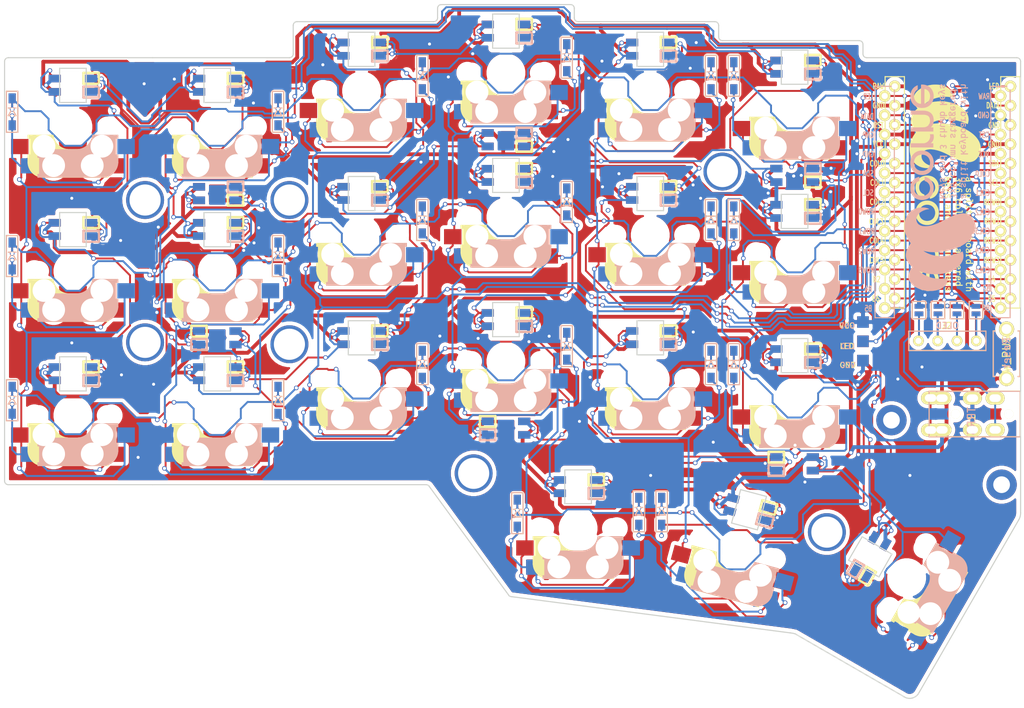
<source format=kicad_pcb>
(kicad_pcb (version 20171130) (host pcbnew "(5.1.2)-1")
  (title_block (title "Corne Cherry") (date 2018-11-17) (rev 2.1) (company foostan))
  (layers (0 F.Cu signal) (31 B.Cu signal) (34 B.Paste user) (35 F.Paste user) (36 B.SilkS user) (37 F.SilkS user) (38 B.Mask user) (39 F.Mask user) (44 Edge.Cuts user))
  (net 0 "")
  (net 1 row0)
  (net 2 "Net-(D1-Pad2)")
  (net 3 row1)
  (net 4 "Net-(D2-Pad2)")
  (net 5 row2)
  (net 6 "Net-(D3-Pad2)")
  (net 7 row3)
  (net 8 "Net-(D4-Pad2)")
  (net 9 "Net-(D5-Pad2)")
  (net 10 "Net-(D6-Pad2)")
  (net 11 "Net-(D7-Pad2)")
  (net 12 "Net-(D8-Pad2)")
  (net 13 "Net-(D9-Pad2)")
  (net 14 "Net-(D10-Pad2)")
  (net 15 "Net-(D11-Pad2)")
  (net 16 "Net-(D12-Pad2)")
  (net 17 "Net-(D13-Pad2)")
  (net 18 "Net-(D14-Pad2)")
  (net 19 "Net-(D15-Pad2)")
  (net 20 "Net-(D16-Pad2)")
  (net 21 "Net-(D17-Pad2)")
  (net 22 "Net-(D18-Pad2)")
  (net 23 "Net-(D19-Pad2)")
  (net 24 "Net-(D20-Pad2)")
  (net 25 "Net-(D21-Pad2)")
  (net 26 GND)
  (net 27 VCC)
  (net 28 col0)
  (net 29 col1)
  (net 30 col2)
  (net 31 col3)
  (net 32 col4)
  (net 33 col5)
  (net 34 LED)
  (net 35 data)
  (net 36 reset)
  (net 37 SCL)
  (net 38 SDA)
  (net 39 "Net-(U1-Pad14)")
  (net 40 "Net-(U1-Pad13)")
  (net 41 "Net-(U1-Pad12)")
  (net 42 "Net-(U1-Pad11)")
  (net 43 "Net-(J2-Pad1)")
  (net 44 "Net-(J2-Pad2)")
  (net 45 "Net-(J2-Pad3)")
  (net 46 "Net-(J2-Pad4)")
  (net 47 "Net-(J1-PadA)")
  (net 48 "Net-(U1-Pad24)")
  (net 49 "Net-(L1-Pad2)")
  (net 50 "Net-(L1-Pad4)")
  (net 51 "Net-(L2-Pad4)")
  (net 52 "Net-(L3-Pad2)")
  (net 53 "Net-(L3-Pad4)")
  (net 54 "Net-(L10-Pad2)")
  (net 55 "Net-(L11-Pad4)")
  (net 56 "Net-(L5-Pad4)")
  (net 57 "Net-(L12-Pad2)")
  (net 58 "Net-(L13-Pad4)")
  (net 59 "Net-(L14-Pad2)")
  (net 60 "Net-(L15-Pad4)")
  (net 61 "Net-(L10-Pad4)")
  (net 62 "Net-(L11-Pad2)")
  (net 63 "Net-(L12-Pad4)")
  (net 64 "Net-(L13-Pad2)")
  (net 65 "Net-(L14-Pad4)")
  (net 66 "Net-(L16-Pad4)")
  (net 67 "Net-(L17-Pad2)")
  (net 68 "Net-(L18-Pad4)")
  (net 69 "Net-(L19-Pad4)")
  (net 70 "Net-(L21-Pad4)")
  (net 71 "Net-(L22-Pad4)")
  (net 72 "Net-(L22-Pad2)")
  (net 73 "Net-(L23-Pad4)")
  (net 74 "Net-(L25-Pad2)")
  (net 75 "Net-(L26-Pad2)")
  (module kbd:CherryMX_MidHeight_Hotswap (layer F.Cu) (at 70 77.125 180)
    (fp_text reference SW1 hide)
    (fp_text value SW_PUSH hide)
    (pad "" np_thru_hole circle (at 4.5 0 180) (size 1.7 1.7) (drill 1.7) (layers *.Cu *.Mask))
    (pad "" np_thru_hole circle (at -4.5 0 180) (size 1.7 1.7) (drill 1.7) (layers *.Cu *.Mask))
    (pad 2 smd rect (at 5.7 -5.12) (size 2.3 2) (layers B.Cu B.Paste B.Mask) (net 2 "Net-(D1-Pad2)"))
    (pad "" np_thru_hole circle (at -5.08 0 180) (size 1.9 1.9) (drill 1.9) (layers *.Cu *.Mask))
    (pad "" np_thru_hole circle (at 5.08 0 180) (size 1.9 1.9) (drill 1.9) (layers *.Cu *.Mask))
    (pad "" np_thru_hole circle (at 0 0 270) (size 4.1 4.1) (drill 4.1) (layers *.Cu *.Mask))
    (pad "" np_thru_hole circle (at 2.54 -5.08) (size 3 3) (drill 3) (layers *.Cu *.Mask))
    (pad "" np_thru_hole circle (at 3.81 -2.540001) (size 3 3) (drill 3) (layers *.Cu *.Mask))
    (pad "" np_thru_hole circle (at -2.54 -5.08) (size 3 3) (drill 3) (layers *.Cu *.Mask))
    (pad "" np_thru_hole circle (at -3.81 -2.54) (size 3 3) (drill 3) (layers *.Cu *.Mask))
    (pad 2 smd rect (at -5.7 -5.12) (size 2.3 2) (layers F.Cu F.Paste F.Mask) (net 2 "Net-(D1-Pad2)"))
    (pad 1 smd rect (at 7 -2.58) (size 2.3 2) (layers F.Cu F.Paste F.Mask) (net 28 col0))
    (pad 1 smd rect (at -7 -2.58) (size 2.3 2) (layers B.Cu B.Paste B.Mask) (net 28 col0))
  )
  (module kbd:CherryMX_MidHeight_Hotswap (layer F.Cu) (at 70 115.125 180)
    (fp_text reference SW13 hide)
    (fp_text value SW_PUSH hide)
    (pad "" np_thru_hole circle (at 4.5 0 180) (size 1.7 1.7) (drill 1.7) (layers *.Cu *.Mask))
    (pad "" np_thru_hole circle (at -4.5 0 180) (size 1.7 1.7) (drill 1.7) (layers *.Cu *.Mask))
    (pad 2 smd rect (at 5.7 -5.12) (size 2.3 2) (layers B.Cu B.Paste B.Mask) (net 17 "Net-(D13-Pad2)"))
    (pad "" np_thru_hole circle (at -5.08 0 180) (size 1.9 1.9) (drill 1.9) (layers *.Cu *.Mask))
    (pad "" np_thru_hole circle (at 5.08 0 180) (size 1.9 1.9) (drill 1.9) (layers *.Cu *.Mask))
    (pad "" np_thru_hole circle (at 0 0 270) (size 4.1 4.1) (drill 4.1) (layers *.Cu *.Mask))
    (pad "" np_thru_hole circle (at 2.54 -5.08) (size 3 3) (drill 3) (layers *.Cu *.Mask))
    (pad "" np_thru_hole circle (at 3.81 -2.540001) (size 3 3) (drill 3) (layers *.Cu *.Mask))
    (pad "" np_thru_hole circle (at -2.54 -5.08) (size 3 3) (drill 3) (layers *.Cu *.Mask))
    (pad "" np_thru_hole circle (at -3.81 -2.54) (size 3 3) (drill 3) (layers *.Cu *.Mask))
    (pad 2 smd rect (at -5.7 -5.12) (size 2.3 2) (layers F.Cu F.Paste F.Mask) (net 17 "Net-(D13-Pad2)"))
    (pad 1 smd rect (at 7 -2.58) (size 2.3 2) (layers F.Cu F.Paste F.Mask) (net 28 col0))
    (pad 1 smd rect (at -7 -2.58) (size 2.3 2) (layers B.Cu B.Paste B.Mask) (net 28 col0))
  )
  (module WS2812Brearmount:WS2812FM (layer F.Cu) (at 165 121.5 180)
    (fp_text reference L27 hide)
    (fp_text value SK6812MINI hide)
    (pad 2 smd rect (at -2.4 -0.889 180) (size 1.6 1) (layers B.Cu B.Paste B.Mask) (net 70 "Net-(L21-Pad4)"))
    (pad 1 smd rect (at -2.4 0.889 180) (size 1.6 1) (layers B.Cu B.Paste B.Mask) (net 27 VCC))
    (pad 4 smd rect (at 2.4 0.889 180) (size 1.6 1) (layers B.Cu B.Paste B.Mask) (net 75 "Net-(L26-Pad2)"))
    (pad 3 smd rect (at 2.4 -0.889 180) (size 1.6 1) (layers B.Cu B.Paste B.Mask) (net 26 GND))
    (pad 2 smd rect (at -2.413 0.889 180) (size 1.6 1) (layers F.Cu F.Paste F.Mask) (net 70 "Net-(L21-Pad4)"))
    (pad 1 smd rect (at -2.4 -0.889 180) (size 1.6 1) (layers F.Cu F.Paste F.Mask) (net 27 VCC))
    (pad 3 smd rect (at 2.4 0.903 180) (size 1.6 1) (layers F.Cu F.Paste F.Mask) (net 26 GND))
    (pad 4 smd rect (at 2.4 -0.903 180) (size 1.6 1) (layers F.Cu F.Paste F.Mask) (net 75 "Net-(L26-Pad2)"))
  )
  (module WS2812Brearmount:WS2812FM (layer F.Cu) (at 127 116.8 180)
    (fp_text reference L26 hide)
    (fp_text value SK6812MINI hide)
    (pad 2 smd rect (at -2.4 -0.889 180) (size 1.6 1) (layers B.Cu B.Paste B.Mask) (net 75 "Net-(L26-Pad2)"))
    (pad 1 smd rect (at -2.4 0.889 180) (size 1.6 1) (layers B.Cu B.Paste B.Mask) (net 27 VCC))
    (pad 4 smd rect (at 2.4 0.889 180) (size 1.6 1) (layers B.Cu B.Paste B.Mask) (net 74 "Net-(L25-Pad2)"))
    (pad 3 smd rect (at 2.4 -0.889 180) (size 1.6 1) (layers B.Cu B.Paste B.Mask) (net 26 GND))
    (pad 2 smd rect (at -2.413 0.889 180) (size 1.6 1) (layers F.Cu F.Paste F.Mask) (net 75 "Net-(L26-Pad2)"))
    (pad 1 smd rect (at -2.4 -0.889 180) (size 1.6 1) (layers F.Cu F.Paste F.Mask) (net 27 VCC))
    (pad 3 smd rect (at 2.4 0.903 180) (size 1.6 1) (layers F.Cu F.Paste F.Mask) (net 26 GND))
    (pad 4 smd rect (at 2.4 -0.903 180) (size 1.6 1) (layers F.Cu F.Paste F.Mask) (net 74 "Net-(L25-Pad2)"))
  )
  (module WS2812Brearmount:WS2812FM (layer F.Cu) (at 89 104.9 180)
    (fp_text reference L25 hide)
    (fp_text value SK6812MINI hide)
    (pad 2 smd rect (at -2.4 -0.889 180) (size 1.6 1) (layers B.Cu B.Paste B.Mask) (net 74 "Net-(L25-Pad2)"))
    (pad 1 smd rect (at -2.4 0.889 180) (size 1.6 1) (layers B.Cu B.Paste B.Mask) (net 27 VCC))
    (pad 4 smd rect (at 2.4 0.889 180) (size 1.6 1) (layers B.Cu B.Paste B.Mask) (net 72 "Net-(L22-Pad2)"))
    (pad 3 smd rect (at 2.4 -0.889 180) (size 1.6 1) (layers B.Cu B.Paste B.Mask) (net 26 GND))
    (pad 2 smd rect (at -2.413 0.889 180) (size 1.6 1) (layers F.Cu F.Paste F.Mask) (net 74 "Net-(L25-Pad2)"))
    (pad 1 smd rect (at -2.4 -0.889 180) (size 1.6 1) (layers F.Cu F.Paste F.Mask) (net 27 VCC))
    (pad 3 smd rect (at 2.4 0.903 180) (size 1.6 1) (layers F.Cu F.Paste F.Mask) (net 26 GND))
    (pad 4 smd rect (at 2.4 -0.903 180) (size 1.6 1) (layers F.Cu F.Paste F.Mask) (net 72 "Net-(L22-Pad2)"))
  )
  (module WS2812Brearmount:WS2812FM (layer F.Cu) (at 89 85.9)
    (fp_text reference L22 hide)
    (fp_text value SK6812MINI hide)
    (pad 2 smd rect (at -2.4 -0.889) (size 1.6 1) (layers B.Cu B.Paste B.Mask) (net 72 "Net-(L22-Pad2)"))
    (pad 1 smd rect (at -2.4 0.889) (size 1.6 1) (layers B.Cu B.Paste B.Mask) (net 27 VCC))
    (pad 4 smd rect (at 2.4 0.889) (size 1.6 1) (layers B.Cu B.Paste B.Mask) (net 71 "Net-(L22-Pad4)"))
    (pad 3 smd rect (at 2.4 -0.889) (size 1.6 1) (layers B.Cu B.Paste B.Mask) (net 26 GND))
    (pad 2 smd rect (at -2.413 0.889) (size 1.6 1) (layers F.Cu F.Paste F.Mask) (net 72 "Net-(L22-Pad2)"))
    (pad 1 smd rect (at -2.4 -0.889) (size 1.6 1) (layers F.Cu F.Paste F.Mask) (net 27 VCC))
    (pad 3 smd rect (at 2.4 0.903) (size 1.6 1) (layers F.Cu F.Paste F.Mask) (net 26 GND))
    (pad 4 smd rect (at 2.4 -0.903) (size 1.6 1) (layers F.Cu F.Paste F.Mask) (net 71 "Net-(L22-Pad4)"))
  )
  (module WS2812Brearmount:WS2812FM (layer F.Cu) (at 127 78.8)
    (fp_text reference L23 hide)
    (fp_text value SK6812MINI hide)
    (pad 2 smd rect (at -2.4 -0.889) (size 1.6 1) (layers B.Cu B.Paste B.Mask) (net 71 "Net-(L22-Pad4)"))
    (pad 1 smd rect (at -2.4 0.889) (size 1.6 1) (layers B.Cu B.Paste B.Mask) (net 27 VCC))
    (pad 4 smd rect (at 2.4 0.889) (size 1.6 1) (layers B.Cu B.Paste B.Mask) (net 73 "Net-(L23-Pad4)"))
    (pad 3 smd rect (at 2.4 -0.889) (size 1.6 1) (layers B.Cu B.Paste B.Mask) (net 26 GND))
    (pad 2 smd rect (at -2.413 0.889) (size 1.6 1) (layers F.Cu F.Paste F.Mask) (net 71 "Net-(L22-Pad4)"))
    (pad 1 smd rect (at -2.4 -0.889) (size 1.6 1) (layers F.Cu F.Paste F.Mask) (net 27 VCC))
    (pad 3 smd rect (at 2.4 0.903) (size 1.6 1) (layers F.Cu F.Paste F.Mask) (net 26 GND))
    (pad 4 smd rect (at 2.4 -0.903) (size 1.6 1) (layers F.Cu F.Paste F.Mask) (net 73 "Net-(L23-Pad4)"))
  )
  (module WS2812Brearmount:WS2812FM (layer F.Cu) (at 165 83.5)
    (fp_text reference L24 hide)
    (fp_text value SK6812MINI hide)
    (pad 2 smd rect (at -2.4 -0.889) (size 1.6 1) (layers B.Cu B.Paste B.Mask) (net 73 "Net-(L23-Pad4)"))
    (pad 1 smd rect (at -2.4 0.889) (size 1.6 1) (layers B.Cu B.Paste B.Mask) (net 27 VCC))
    (pad 4 smd rect (at 2.4 0.889) (size 1.6 1) (layers B.Cu B.Paste B.Mask) (net 34 LED))
    (pad 3 smd rect (at 2.4 -0.889) (size 1.6 1) (layers B.Cu B.Paste B.Mask) (net 26 GND))
    (pad 2 smd rect (at -2.413 0.889) (size 1.6 1) (layers F.Cu F.Paste F.Mask) (net 73 "Net-(L23-Pad4)"))
    (pad 1 smd rect (at -2.4 -0.889) (size 1.6 1) (layers F.Cu F.Paste F.Mask) (net 27 VCC))
    (pad 3 smd rect (at 2.4 0.903) (size 1.6 1) (layers F.Cu F.Paste F.Mask) (net 26 GND))
    (pad 4 smd rect (at 2.4 -0.903) (size 1.6 1) (layers F.Cu F.Paste F.Mask) (net 34 LED))
  )
  (module WS2812Brearmount:WS2812RM (layer F.Cu) (at 165 88.25)
    (fp_text reference L12 hide)
    (fp_text value SK6812MINI hide)
    (pad 4 smd rect (at 2.4 0.875) (size 1.6 1) (layers F.Cu F.Paste F.Mask) (net 63 "Net-(L12-Pad4)"))
    (pad 3 smd rect (at 2.4 -0.875) (size 1.6 1) (layers F.Cu F.Paste F.Mask) (net 26 GND))
    (pad 1 smd rect (at -2.4 0.875) (size 1.6 1) (layers F.Cu F.Paste F.Mask) (net 27 VCC))
    (pad 2 smd rect (at -2.4 -0.875) (size 1.6 1) (layers F.Cu F.Paste F.Mask) (net 57 "Net-(L12-Pad2)"))
    (pad 3 smd rect (at 2.4 0.875) (size 1.6 1) (layers B.Cu B.Paste B.Mask) (net 26 GND))
    (pad 4 smd rect (at 2.4 -0.875) (size 1.6 1) (layers B.Cu B.Paste B.Mask) (net 63 "Net-(L12-Pad4)"))
    (pad 1 smd rect (at -2.4 -0.875) (size 1.6 1) (layers B.Cu B.Paste B.Mask) (net 27 VCC))
    (pad 2 smd rect (at -2.4 0.875) (size 1.6 1) (layers B.Cu B.Paste B.Mask) (net 57 "Net-(L12-Pad2)"))
  )
  (module WS2812Brearmount:WS2812RM (layer F.Cu) (at 136.5 124.5)
    (fp_text reference L19 hide)
    (fp_text value SK6812MINI hide)
    (pad 4 smd rect (at 2.4 0.875) (size 1.6 1) (layers F.Cu F.Paste F.Mask) (net 69 "Net-(L19-Pad4)"))
    (pad 3 smd rect (at 2.4 -0.875) (size 1.6 1) (layers F.Cu F.Paste F.Mask) (net 26 GND))
    (pad 1 smd rect (at -2.4 0.875) (size 1.6 1) (layers F.Cu F.Paste F.Mask) (net 27 VCC))
    (pad 2 smd rect (at -2.4 -0.875) (size 1.6 1) (layers F.Cu F.Paste F.Mask) (net 66 "Net-(L16-Pad4)"))
    (pad 3 smd rect (at 2.4 0.875) (size 1.6 1) (layers B.Cu B.Paste B.Mask) (net 26 GND))
    (pad 4 smd rect (at 2.4 -0.875) (size 1.6 1) (layers B.Cu B.Paste B.Mask) (net 69 "Net-(L19-Pad4)"))
    (pad 1 smd rect (at -2.4 -0.875) (size 1.6 1) (layers B.Cu B.Paste B.Mask) (net 27 VCC))
    (pad 2 smd rect (at -2.4 0.875) (size 1.6 1) (layers B.Cu B.Paste B.Mask) (net 66 "Net-(L16-Pad4)"))
  )
  (module WS2812Brearmount:WS2812RM (layer F.Cu) (at 70 109.625)
    (fp_text reference L13 hide)
    (fp_text value SK6812MINI hide)
    (pad 4 smd rect (at 2.4 0.875) (size 1.6 1) (layers F.Cu F.Paste F.Mask) (net 58 "Net-(L13-Pad4)"))
    (pad 3 smd rect (at 2.4 -0.875) (size 1.6 1) (layers F.Cu F.Paste F.Mask) (net 26 GND))
    (pad 1 smd rect (at -2.4 0.875) (size 1.6 1) (layers F.Cu F.Paste F.Mask) (net 27 VCC))
    (pad 2 smd rect (at -2.4 -0.875) (size 1.6 1) (layers F.Cu F.Paste F.Mask) (net 64 "Net-(L13-Pad2)"))
    (pad 3 smd rect (at 2.4 0.875) (size 1.6 1) (layers B.Cu B.Paste B.Mask) (net 26 GND))
    (pad 4 smd rect (at 2.4 -0.875) (size 1.6 1) (layers B.Cu B.Paste B.Mask) (net 58 "Net-(L13-Pad4)"))
    (pad 1 smd rect (at -2.4 -0.875) (size 1.6 1) (layers B.Cu B.Paste B.Mask) (net 27 VCC))
    (pad 2 smd rect (at -2.4 0.875) (size 1.6 1) (layers B.Cu B.Paste B.Mask) (net 64 "Net-(L13-Pad2)"))
  )
  (module WS2812Brearmount:WS2812RM (layer F.Cu) (at 146 85.875)
    (fp_text reference L11 hide)
    (fp_text value SK6812MINI hide)
    (pad 4 smd rect (at 2.4 0.875) (size 1.6 1) (layers F.Cu F.Paste F.Mask) (net 55 "Net-(L11-Pad4)"))
    (pad 3 smd rect (at 2.4 -0.875) (size 1.6 1) (layers F.Cu F.Paste F.Mask) (net 26 GND))
    (pad 1 smd rect (at -2.4 0.875) (size 1.6 1) (layers F.Cu F.Paste F.Mask) (net 27 VCC))
    (pad 2 smd rect (at -2.4 -0.875) (size 1.6 1) (layers F.Cu F.Paste F.Mask) (net 62 "Net-(L11-Pad2)"))
    (pad 3 smd rect (at 2.4 0.875) (size 1.6 1) (layers B.Cu B.Paste B.Mask) (net 26 GND))
    (pad 4 smd rect (at 2.4 -0.875) (size 1.6 1) (layers B.Cu B.Paste B.Mask) (net 55 "Net-(L11-Pad4)"))
    (pad 1 smd rect (at -2.4 -0.875) (size 1.6 1) (layers B.Cu B.Paste B.Mask) (net 27 VCC))
    (pad 2 smd rect (at -2.4 0.875) (size 1.6 1) (layers B.Cu B.Paste B.Mask) (net 62 "Net-(L11-Pad2)"))
  )
  (module WS2812Brearmount:WS2812RM (layer F.Cu) (at 175 133.75 240)
    (fp_text reference L21 hide)
    (fp_text value SK6812MINI hide)
    (pad 4 smd rect (at 2.4 0.875 240) (size 1.6 1) (layers F.Cu F.Paste F.Mask) (net 70 "Net-(L21-Pad4)"))
    (pad 3 smd rect (at 2.4 -0.875 240) (size 1.6 1) (layers F.Cu F.Paste F.Mask) (net 26 GND))
    (pad 1 smd rect (at -2.4 0.875 240) (size 1.6 1) (layers F.Cu F.Paste F.Mask) (net 27 VCC))
    (pad 2 smd rect (at -2.4 -0.875 240) (size 1.6 1) (layers F.Cu F.Paste F.Mask) (net 68 "Net-(L18-Pad4)"))
    (pad 3 smd rect (at 2.4 0.875 240) (size 1.6 1) (layers B.Cu B.Paste B.Mask) (net 26 GND))
    (pad 4 smd rect (at 2.4 -0.875 240) (size 1.6 1) (layers B.Cu B.Paste B.Mask) (net 70 "Net-(L21-Pad4)"))
    (pad 1 smd rect (at -2.4 -0.875 240) (size 1.6 1) (layers B.Cu B.Paste B.Mask) (net 27 VCC))
    (pad 2 smd rect (at -2.4 0.875 240) (size 1.6 1) (layers B.Cu B.Paste B.Mask) (net 68 "Net-(L18-Pad4)"))
  )
  (module WS2812Brearmount:WS2812RM (layer F.Cu) (at 159 127.5 345)
    (fp_text reference L20 hide)
    (fp_text value SK6812MINI hide)
    (pad 4 smd rect (at 2.4 0.875 345) (size 1.6 1) (layers F.Cu F.Paste F.Mask) (net 67 "Net-(L17-Pad2)"))
    (pad 3 smd rect (at 2.4 -0.875 345) (size 1.6 1) (layers F.Cu F.Paste F.Mask) (net 26 GND))
    (pad 1 smd rect (at -2.4 0.875 345) (size 1.6 1) (layers F.Cu F.Paste F.Mask) (net 27 VCC))
    (pad 2 smd rect (at -2.4 -0.875 345) (size 1.6 1) (layers F.Cu F.Paste F.Mask) (net 69 "Net-(L19-Pad4)"))
    (pad 3 smd rect (at 2.4 0.875 345) (size 1.6 1) (layers B.Cu B.Paste B.Mask) (net 26 GND))
    (pad 4 smd rect (at 2.4 -0.875 345) (size 1.6 1) (layers B.Cu B.Paste B.Mask) (net 67 "Net-(L17-Pad2)"))
    (pad 1 smd rect (at -2.4 -0.875 345) (size 1.6 1) (layers B.Cu B.Paste B.Mask) (net 27 VCC))
    (pad 2 smd rect (at -2.4 0.875 345) (size 1.6 1) (layers B.Cu B.Paste B.Mask) (net 69 "Net-(L19-Pad4)"))
  )
  (module WS2812Brearmount:WS2812RM (layer F.Cu) (at 165 107.25)
    (fp_text reference L18 hide)
    (fp_text value SK6812MINI hide)
    (pad 4 smd rect (at 2.4 0.875) (size 1.6 1) (layers F.Cu F.Paste F.Mask) (net 68 "Net-(L18-Pad4)"))
    (pad 3 smd rect (at 2.4 -0.875) (size 1.6 1) (layers F.Cu F.Paste F.Mask) (net 26 GND))
    (pad 1 smd rect (at -2.4 0.875) (size 1.6 1) (layers F.Cu F.Paste F.Mask) (net 27 VCC))
    (pad 2 smd rect (at -2.4 -0.875) (size 1.6 1) (layers F.Cu F.Paste F.Mask) (net 63 "Net-(L12-Pad4)"))
    (pad 3 smd rect (at 2.4 0.875) (size 1.6 1) (layers B.Cu B.Paste B.Mask) (net 26 GND))
    (pad 4 smd rect (at 2.4 -0.875) (size 1.6 1) (layers B.Cu B.Paste B.Mask) (net 68 "Net-(L18-Pad4)"))
    (pad 1 smd rect (at -2.4 -0.875) (size 1.6 1) (layers B.Cu B.Paste B.Mask) (net 27 VCC))
    (pad 2 smd rect (at -2.4 0.875) (size 1.6 1) (layers B.Cu B.Paste B.Mask) (net 63 "Net-(L12-Pad4)"))
  )
  (module WS2812Brearmount:WS2812RM (layer F.Cu) (at 146 104.875)
    (fp_text reference L17 hide)
    (fp_text value SK6812MINI hide)
    (pad 4 smd rect (at 2.4 0.875) (size 1.6 1) (layers F.Cu F.Paste F.Mask) (net 62 "Net-(L11-Pad2)"))
    (pad 3 smd rect (at 2.4 -0.875) (size 1.6 1) (layers F.Cu F.Paste F.Mask) (net 26 GND))
    (pad 1 smd rect (at -2.4 0.875) (size 1.6 1) (layers F.Cu F.Paste F.Mask) (net 27 VCC))
    (pad 2 smd rect (at -2.4 -0.875) (size 1.6 1) (layers F.Cu F.Paste F.Mask) (net 67 "Net-(L17-Pad2)"))
    (pad 3 smd rect (at 2.4 0.875) (size 1.6 1) (layers B.Cu B.Paste B.Mask) (net 26 GND))
    (pad 4 smd rect (at 2.4 -0.875) (size 1.6 1) (layers B.Cu B.Paste B.Mask) (net 62 "Net-(L11-Pad2)"))
    (pad 1 smd rect (at -2.4 -0.875) (size 1.6 1) (layers B.Cu B.Paste B.Mask) (net 27 VCC))
    (pad 2 smd rect (at -2.4 0.875) (size 1.6 1) (layers B.Cu B.Paste B.Mask) (net 67 "Net-(L17-Pad2)"))
  )
  (module WS2812Brearmount:WS2812RM (layer F.Cu) (at 127 102.5)
    (fp_text reference L16 hide)
    (fp_text value SK6812MINI hide)
    (pad 4 smd rect (at 2.4 0.875) (size 1.6 1) (layers F.Cu F.Paste F.Mask) (net 66 "Net-(L16-Pad4)"))
    (pad 3 smd rect (at 2.4 -0.875) (size 1.6 1) (layers F.Cu F.Paste F.Mask) (net 26 GND))
    (pad 1 smd rect (at -2.4 0.875) (size 1.6 1) (layers F.Cu F.Paste F.Mask) (net 27 VCC))
    (pad 2 smd rect (at -2.4 -0.875) (size 1.6 1) (layers F.Cu F.Paste F.Mask) (net 61 "Net-(L10-Pad4)"))
    (pad 3 smd rect (at 2.4 0.875) (size 1.6 1) (layers B.Cu B.Paste B.Mask) (net 26 GND))
    (pad 4 smd rect (at 2.4 -0.875) (size 1.6 1) (layers B.Cu B.Paste B.Mask) (net 66 "Net-(L16-Pad4)"))
    (pad 1 smd rect (at -2.4 -0.875) (size 1.6 1) (layers B.Cu B.Paste B.Mask) (net 27 VCC))
    (pad 2 smd rect (at -2.4 0.875) (size 1.6 1) (layers B.Cu B.Paste B.Mask) (net 61 "Net-(L10-Pad4)"))
  )
  (module WS2812Brearmount:WS2812RM (layer F.Cu) (at 108 104.875)
    (fp_text reference L15 hide)
    (fp_text value SK6812MINI hide)
    (pad 4 smd rect (at 2.4 0.875) (size 1.6 1) (layers F.Cu F.Paste F.Mask) (net 60 "Net-(L15-Pad4)"))
    (pad 3 smd rect (at 2.4 -0.875) (size 1.6 1) (layers F.Cu F.Paste F.Mask) (net 26 GND))
    (pad 1 smd rect (at -2.4 0.875) (size 1.6 1) (layers F.Cu F.Paste F.Mask) (net 27 VCC))
    (pad 2 smd rect (at -2.4 -0.875) (size 1.6 1) (layers F.Cu F.Paste F.Mask) (net 65 "Net-(L14-Pad4)"))
    (pad 3 smd rect (at 2.4 0.875) (size 1.6 1) (layers B.Cu B.Paste B.Mask) (net 26 GND))
    (pad 4 smd rect (at 2.4 -0.875) (size 1.6 1) (layers B.Cu B.Paste B.Mask) (net 60 "Net-(L15-Pad4)"))
    (pad 1 smd rect (at -2.4 -0.875) (size 1.6 1) (layers B.Cu B.Paste B.Mask) (net 27 VCC))
    (pad 2 smd rect (at -2.4 0.875) (size 1.6 1) (layers B.Cu B.Paste B.Mask) (net 65 "Net-(L14-Pad4)"))
  )
  (module WS2812Brearmount:WS2812RM (layer F.Cu) (at 89 109.625)
    (fp_text reference L14 hide)
    (fp_text value SK6812MINI hide)
    (pad 4 smd rect (at 2.4 0.875) (size 1.6 1) (layers F.Cu F.Paste F.Mask) (net 65 "Net-(L14-Pad4)"))
    (pad 3 smd rect (at 2.4 -0.875) (size 1.6 1) (layers F.Cu F.Paste F.Mask) (net 26 GND))
    (pad 1 smd rect (at -2.4 0.875) (size 1.6 1) (layers F.Cu F.Paste F.Mask) (net 27 VCC))
    (pad 2 smd rect (at -2.4 -0.875) (size 1.6 1) (layers F.Cu F.Paste F.Mask) (net 59 "Net-(L14-Pad2)"))
    (pad 3 smd rect (at 2.4 0.875) (size 1.6 1) (layers B.Cu B.Paste B.Mask) (net 26 GND))
    (pad 4 smd rect (at 2.4 -0.875) (size 1.6 1) (layers B.Cu B.Paste B.Mask) (net 65 "Net-(L14-Pad4)"))
    (pad 1 smd rect (at -2.4 -0.875) (size 1.6 1) (layers B.Cu B.Paste B.Mask) (net 27 VCC))
    (pad 2 smd rect (at -2.4 0.875) (size 1.6 1) (layers B.Cu B.Paste B.Mask) (net 59 "Net-(L14-Pad2)"))
  )
  (module WS2812Brearmount:WS2812RM (layer F.Cu) (at 127 83.5)
    (fp_text reference L10 hide)
    (fp_text value SK6812MINI hide)
    (pad 4 smd rect (at 2.4 0.875) (size 1.6 1) (layers F.Cu F.Paste F.Mask) (net 61 "Net-(L10-Pad4)"))
    (pad 3 smd rect (at 2.4 -0.875) (size 1.6 1) (layers F.Cu F.Paste F.Mask) (net 26 GND))
    (pad 1 smd rect (at -2.4 0.875) (size 1.6 1) (layers F.Cu F.Paste F.Mask) (net 27 VCC))
    (pad 2 smd rect (at -2.4 -0.875) (size 1.6 1) (layers F.Cu F.Paste F.Mask) (net 54 "Net-(L10-Pad2)"))
    (pad 3 smd rect (at 2.4 0.875) (size 1.6 1) (layers B.Cu B.Paste B.Mask) (net 26 GND))
    (pad 4 smd rect (at 2.4 -0.875) (size 1.6 1) (layers B.Cu B.Paste B.Mask) (net 61 "Net-(L10-Pad4)"))
    (pad 1 smd rect (at -2.4 -0.875) (size 1.6 1) (layers B.Cu B.Paste B.Mask) (net 27 VCC))
    (pad 2 smd rect (at -2.4 0.875) (size 1.6 1) (layers B.Cu B.Paste B.Mask) (net 54 "Net-(L10-Pad2)"))
  )
  (module WS2812Brearmount:WS2812RM (layer F.Cu) (at 108 85.875)
    (fp_text reference L9 hide)
    (fp_text value SK6812MINI hide)
    (pad 4 smd rect (at 2.4 0.875) (size 1.6 1) (layers F.Cu F.Paste F.Mask) (net 52 "Net-(L3-Pad2)"))
    (pad 3 smd rect (at 2.4 -0.875) (size 1.6 1) (layers F.Cu F.Paste F.Mask) (net 26 GND))
    (pad 1 smd rect (at -2.4 0.875) (size 1.6 1) (layers F.Cu F.Paste F.Mask) (net 27 VCC))
    (pad 2 smd rect (at -2.4 -0.875) (size 1.6 1) (layers F.Cu F.Paste F.Mask) (net 60 "Net-(L15-Pad4)"))
    (pad 3 smd rect (at 2.4 0.875) (size 1.6 1) (layers B.Cu B.Paste B.Mask) (net 26 GND))
    (pad 4 smd rect (at 2.4 -0.875) (size 1.6 1) (layers B.Cu B.Paste B.Mask) (net 52 "Net-(L3-Pad2)"))
    (pad 1 smd rect (at -2.4 -0.875) (size 1.6 1) (layers B.Cu B.Paste B.Mask) (net 27 VCC))
    (pad 2 smd rect (at -2.4 0.875) (size 1.6 1) (layers B.Cu B.Paste B.Mask) (net 60 "Net-(L15-Pad4)"))
  )
  (module WS2812Brearmount:WS2812RM (layer F.Cu) (at 89 90.625)
    (fp_text reference L8 hide)
    (fp_text value SK6812MINI hide)
    (pad 4 smd rect (at 2.4 0.875) (size 1.6 1) (layers F.Cu F.Paste F.Mask) (net 59 "Net-(L14-Pad2)"))
    (pad 3 smd rect (at 2.4 -0.875) (size 1.6 1) (layers F.Cu F.Paste F.Mask) (net 26 GND))
    (pad 1 smd rect (at -2.4 0.875) (size 1.6 1) (layers F.Cu F.Paste F.Mask) (net 27 VCC))
    (pad 2 smd rect (at -2.4 -0.875) (size 1.6 1) (layers F.Cu F.Paste F.Mask) (net 51 "Net-(L2-Pad4)"))
    (pad 3 smd rect (at 2.4 0.875) (size 1.6 1) (layers B.Cu B.Paste B.Mask) (net 26 GND))
    (pad 4 smd rect (at 2.4 -0.875) (size 1.6 1) (layers B.Cu B.Paste B.Mask) (net 59 "Net-(L14-Pad2)"))
    (pad 1 smd rect (at -2.4 -0.875) (size 1.6 1) (layers B.Cu B.Paste B.Mask) (net 27 VCC))
    (pad 2 smd rect (at -2.4 0.875) (size 1.6 1) (layers B.Cu B.Paste B.Mask) (net 51 "Net-(L2-Pad4)"))
  )
  (module WS2812Brearmount:WS2812RM (layer F.Cu) (at 70 90.625)
    (fp_text reference L7 hide)
    (fp_text value SK6812MINI hide)
    (pad 4 smd rect (at 2.4 0.875) (size 1.6 1) (layers F.Cu F.Paste F.Mask) (net 49 "Net-(L1-Pad2)"))
    (pad 3 smd rect (at 2.4 -0.875) (size 1.6 1) (layers F.Cu F.Paste F.Mask) (net 26 GND))
    (pad 1 smd rect (at -2.4 0.875) (size 1.6 1) (layers F.Cu F.Paste F.Mask) (net 27 VCC))
    (pad 2 smd rect (at -2.4 -0.875) (size 1.6 1) (layers F.Cu F.Paste F.Mask) (net 58 "Net-(L13-Pad4)"))
    (pad 3 smd rect (at 2.4 0.875) (size 1.6 1) (layers B.Cu B.Paste B.Mask) (net 26 GND))
    (pad 4 smd rect (at 2.4 -0.875) (size 1.6 1) (layers B.Cu B.Paste B.Mask) (net 49 "Net-(L1-Pad2)"))
    (pad 1 smd rect (at -2.4 -0.875) (size 1.6 1) (layers B.Cu B.Paste B.Mask) (net 27 VCC))
    (pad 2 smd rect (at -2.4 0.875) (size 1.6 1) (layers B.Cu B.Paste B.Mask) (net 58 "Net-(L13-Pad4)"))
  )
  (module WS2812Brearmount:WS2812RM (layer F.Cu) (at 165 69.25)
    (fp_text reference L6 hide)
    (fp_text value SK6812MINI hide)
    (pad 4 smd rect (at 2.4 0.875) (size 1.6 1) (layers F.Cu F.Paste F.Mask) (net 57 "Net-(L12-Pad2)"))
    (pad 3 smd rect (at 2.4 -0.875) (size 1.6 1) (layers F.Cu F.Paste F.Mask) (net 26 GND))
    (pad 1 smd rect (at -2.4 0.875) (size 1.6 1) (layers F.Cu F.Paste F.Mask) (net 27 VCC))
    (pad 2 smd rect (at -2.4 -0.875) (size 1.6 1) (layers F.Cu F.Paste F.Mask) (net 56 "Net-(L5-Pad4)"))
    (pad 3 smd rect (at 2.4 0.875) (size 1.6 1) (layers B.Cu B.Paste B.Mask) (net 26 GND))
    (pad 4 smd rect (at 2.4 -0.875) (size 1.6 1) (layers B.Cu B.Paste B.Mask) (net 57 "Net-(L12-Pad2)"))
    (pad 1 smd rect (at -2.4 -0.875) (size 1.6 1) (layers B.Cu B.Paste B.Mask) (net 27 VCC))
    (pad 2 smd rect (at -2.4 0.875) (size 1.6 1) (layers B.Cu B.Paste B.Mask) (net 56 "Net-(L5-Pad4)"))
  )
  (module WS2812Brearmount:WS2812RM (layer F.Cu) (at 146 66.875)
    (fp_text reference L5 hide)
    (fp_text value SK6812MINI hide)
    (pad 4 smd rect (at 2.4 0.875) (size 1.6 1) (layers F.Cu F.Paste F.Mask) (net 56 "Net-(L5-Pad4)"))
    (pad 3 smd rect (at 2.4 -0.875) (size 1.6 1) (layers F.Cu F.Paste F.Mask) (net 26 GND))
    (pad 1 smd rect (at -2.4 0.875) (size 1.6 1) (layers F.Cu F.Paste F.Mask) (net 27 VCC))
    (pad 2 smd rect (at -2.4 -0.875) (size 1.6 1) (layers F.Cu F.Paste F.Mask) (net 55 "Net-(L11-Pad4)"))
    (pad 3 smd rect (at 2.4 0.875) (size 1.6 1) (layers B.Cu B.Paste B.Mask) (net 26 GND))
    (pad 4 smd rect (at 2.4 -0.875) (size 1.6 1) (layers B.Cu B.Paste B.Mask) (net 56 "Net-(L5-Pad4)"))
    (pad 1 smd rect (at -2.4 -0.875) (size 1.6 1) (layers B.Cu B.Paste B.Mask) (net 27 VCC))
    (pad 2 smd rect (at -2.4 0.875) (size 1.6 1) (layers B.Cu B.Paste B.Mask) (net 55 "Net-(L11-Pad4)"))
  )
  (module WS2812Brearmount:WS2812RM (layer F.Cu) (at 127 64.5)
    (fp_text reference L4 hide)
    (fp_text value SK6812MINI hide)
    (pad 4 smd rect (at 2.4 0.875) (size 1.6 1) (layers F.Cu F.Paste F.Mask) (net 54 "Net-(L10-Pad2)"))
    (pad 3 smd rect (at 2.4 -0.875) (size 1.6 1) (layers F.Cu F.Paste F.Mask) (net 26 GND))
    (pad 1 smd rect (at -2.4 0.875) (size 1.6 1) (layers F.Cu F.Paste F.Mask) (net 27 VCC))
    (pad 2 smd rect (at -2.4 -0.875) (size 1.6 1) (layers F.Cu F.Paste F.Mask) (net 53 "Net-(L3-Pad4)"))
    (pad 3 smd rect (at 2.4 0.875) (size 1.6 1) (layers B.Cu B.Paste B.Mask) (net 26 GND))
    (pad 4 smd rect (at 2.4 -0.875) (size 1.6 1) (layers B.Cu B.Paste B.Mask) (net 54 "Net-(L10-Pad2)"))
    (pad 1 smd rect (at -2.4 -0.875) (size 1.6 1) (layers B.Cu B.Paste B.Mask) (net 27 VCC))
    (pad 2 smd rect (at -2.4 0.875) (size 1.6 1) (layers B.Cu B.Paste B.Mask) (net 53 "Net-(L3-Pad4)"))
  )
  (module WS2812Brearmount:WS2812RM (layer F.Cu) (at 108 66.875)
    (fp_text reference L3 hide)
    (fp_text value SK6812MINI hide)
    (pad 4 smd rect (at 2.4 0.875) (size 1.6 1) (layers F.Cu F.Paste F.Mask) (net 53 "Net-(L3-Pad4)"))
    (pad 3 smd rect (at 2.4 -0.875) (size 1.6 1) (layers F.Cu F.Paste F.Mask) (net 26 GND))
    (pad 1 smd rect (at -2.4 0.875) (size 1.6 1) (layers F.Cu F.Paste F.Mask) (net 27 VCC))
    (pad 2 smd rect (at -2.4 -0.875) (size 1.6 1) (layers F.Cu F.Paste F.Mask) (net 52 "Net-(L3-Pad2)"))
    (pad 3 smd rect (at 2.4 0.875) (size 1.6 1) (layers B.Cu B.Paste B.Mask) (net 26 GND))
    (pad 4 smd rect (at 2.4 -0.875) (size 1.6 1) (layers B.Cu B.Paste B.Mask) (net 53 "Net-(L3-Pad4)"))
    (pad 1 smd rect (at -2.4 -0.875) (size 1.6 1) (layers B.Cu B.Paste B.Mask) (net 27 VCC))
    (pad 2 smd rect (at -2.4 0.875) (size 1.6 1) (layers B.Cu B.Paste B.Mask) (net 52 "Net-(L3-Pad2)"))
  )
  (module WS2812Brearmount:WS2812RM (layer F.Cu) (at 89 71.625)
    (fp_text reference L2 hide)
    (fp_text value SK6812MINI hide)
    (pad 4 smd rect (at 2.4 0.875) (size 1.6 1) (layers F.Cu F.Paste F.Mask) (net 51 "Net-(L2-Pad4)"))
    (pad 3 smd rect (at 2.4 -0.875) (size 1.6 1) (layers F.Cu F.Paste F.Mask) (net 26 GND))
    (pad 1 smd rect (at -2.4 0.875) (size 1.6 1) (layers F.Cu F.Paste F.Mask) (net 27 VCC))
    (pad 2 smd rect (at -2.4 -0.875) (size 1.6 1) (layers F.Cu F.Paste F.Mask) (net 50 "Net-(L1-Pad4)"))
    (pad 3 smd rect (at 2.4 0.875) (size 1.6 1) (layers B.Cu B.Paste B.Mask) (net 26 GND))
    (pad 4 smd rect (at 2.4 -0.875) (size 1.6 1) (layers B.Cu B.Paste B.Mask) (net 51 "Net-(L2-Pad4)"))
    (pad 1 smd rect (at -2.4 -0.875) (size 1.6 1) (layers B.Cu B.Paste B.Mask) (net 27 VCC))
    (pad 2 smd rect (at -2.4 0.875) (size 1.6 1) (layers B.Cu B.Paste B.Mask) (net 50 "Net-(L1-Pad4)"))
  )
  (module WS2812Brearmount:WS2812RM (layer F.Cu) (at 70 71.625)
    (fp_text reference L1 hide)
    (fp_text value SK6812MINI hide)
    (pad 4 smd rect (at 2.4 0.875) (size 1.6 1) (layers F.Cu F.Paste F.Mask) (net 50 "Net-(L1-Pad4)"))
    (pad 3 smd rect (at 2.4 -0.875) (size 1.6 1) (layers F.Cu F.Paste F.Mask) (net 26 GND))
    (pad 1 smd rect (at -2.4 0.875) (size 1.6 1) (layers F.Cu F.Paste F.Mask) (net 27 VCC))
    (pad 2 smd rect (at -2.4 -0.875) (size 1.6 1) (layers F.Cu F.Paste F.Mask) (net 49 "Net-(L1-Pad2)"))
    (pad 3 smd rect (at 2.4 0.875) (size 1.6 1) (layers B.Cu B.Paste B.Mask) (net 26 GND))
    (pad 4 smd rect (at 2.4 -0.875) (size 1.6 1) (layers B.Cu B.Paste B.Mask) (net 50 "Net-(L1-Pad4)"))
    (pad 1 smd rect (at -2.4 -0.875) (size 1.6 1) (layers B.Cu B.Paste B.Mask) (net 27 VCC))
    (pad 2 smd rect (at -2.4 0.875) (size 1.6 1) (layers B.Cu B.Paste B.Mask) (net 49 "Net-(L1-Pad2)"))
  )
  (module kbd:MJ-4PP-9 (layer F.Cu) (at 194.7 116.7 270)
    (fp_text reference J1 (at -0.889 6.4135 90) (layer F.SilkS))
    (fp_text value MJ-4PP-9 hide)
    (fp_text user TRRS (at -0.8255 6.4135 90) (layer B.SilkS) (effects (justify mirror)))
    (pad "" np_thru_hole circle (at -1.75 8.5 270) (size 1.2 1.2) (drill 1.2) (layers *.Cu *.Mask F.SilkS))
    (pad "" np_thru_hole circle (at -1.75 1.5 270) (size 1.2 1.2) (drill 1.2) (layers *.Cu *.Mask F.SilkS))
    (pad D thru_hole oval (at -3.85 10.3 270) (size 1.7 2.5) (drill oval 1 1.5) (layers *.Cu *.Mask F.SilkS) (net 27 VCC) (clearance 0.15))
    (pad A thru_hole oval (at 0.35 11.8 270) (size 1.7 2.5) (drill oval 1 1.5) (layers *.Cu *.Mask F.SilkS) (net 47 "Net-(J1-PadA)") (clearance 0.15))
    (pad B thru_hole oval (at -3.85 3.3 270) (size 1.7 2.5) (drill oval 1 1.5) (layers *.Cu *.Mask F.SilkS) (net 35 data))
    (pad C thru_hole oval (at -3.85 6.3 270) (size 1.7 2.5) (drill oval 1 1.5) (layers *.Cu *.Mask F.SilkS) (net 26 GND))
    (pad "" np_thru_hole circle (at -1.778 1.5 270) (size 1.2 1.2) (drill 1.2) (layers *.Cu *.Mask F.SilkS))
    (pad "" np_thru_hole circle (at -1.778 8.5 270) (size 1.2 1.2) (drill 1.2) (layers *.Cu *.Mask F.SilkS))
    (pad B thru_hole oval (at 0.322 3.3 270) (size 1.7 2.5) (drill oval 1 1.5) (layers *.Cu *.Mask F.SilkS) (net 35 data))
    (pad C thru_hole oval (at 0.322 6.3 270) (size 1.7 2.5) (drill oval 1 1.5) (layers *.Cu *.Mask F.SilkS) (net 26 GND))
    (pad D thru_hole oval (at 0.322 10.3 270) (size 1.7 2.5) (drill oval 1 1.5) (layers *.Cu *.Mask F.SilkS) (net 27 VCC) (clearance 0.15))
    (pad A thru_hole oval (at -3.878 11.8 270) (size 1.7 2.5) (drill oval 1 1.5) (layers *.Cu *.Mask F.SilkS) (net 47 "Net-(J1-PadA)") (clearance 0.15))
  )
  (module kbd:Jumper (layer B.Cu) (at 188.875 101.25 270)
    (fp_text reference JP6 hide)
    (fp_text value " " (at -2.794 0 270) (layer B.SilkS) (effects (font (size 0.8128 0.8128)) (justify mirror)))
    (pad 1 smd rect (at -0.50038 0 270) (size 0.635 1.143) (layers B.Cu B.Paste B.Mask) (net 38 SDA) (clearance 0.1905))
    (pad 2 smd rect (at 0.50038 0 270) (size 0.635 1.143) (layers B.Cu B.Paste B.Mask) (net 46 "Net-(J2-Pad4)") (clearance 0.1905))
  )
  (module kbd:CherryMX_MidHeight_Hotswap (layer F.Cu) (at 165 112.75 180)
    (fp_text reference SW18 hide)
    (fp_text value SW_PUSH hide)
    (pad "" np_thru_hole circle (at 4.5 0 180) (size 1.7 1.7) (drill 1.7) (layers *.Cu *.Mask))
    (pad "" np_thru_hole circle (at -4.5 0 180) (size 1.7 1.7) (drill 1.7) (layers *.Cu *.Mask))
    (pad 2 smd rect (at 5.7 -5.12) (size 2.3 2) (layers B.Cu B.Paste B.Mask) (net 22 "Net-(D18-Pad2)"))
    (pad "" np_thru_hole circle (at -5.08 0 180) (size 1.9 1.9) (drill 1.9) (layers *.Cu *.Mask))
    (pad "" np_thru_hole circle (at 5.08 0 180) (size 1.9 1.9) (drill 1.9) (layers *.Cu *.Mask))
    (pad "" np_thru_hole circle (at 0 0 270) (size 4.1 4.1) (drill 4.1) (layers *.Cu *.Mask))
    (pad "" np_thru_hole circle (at 2.54 -5.08) (size 3 3) (drill 3) (layers *.Cu *.Mask))
    (pad "" np_thru_hole circle (at 3.81 -2.540001) (size 3 3) (drill 3) (layers *.Cu *.Mask))
    (pad "" np_thru_hole circle (at -2.54 -5.08) (size 3 3) (drill 3) (layers *.Cu *.Mask))
    (pad "" np_thru_hole circle (at -3.81 -2.54) (size 3 3) (drill 3) (layers *.Cu *.Mask))
    (pad 2 smd rect (at -5.7 -5.12) (size 2.3 2) (layers F.Cu F.Paste F.Mask) (net 22 "Net-(D18-Pad2)"))
    (pad 1 smd rect (at 7 -2.58) (size 2.3 2) (layers F.Cu F.Paste F.Mask) (net 33 col5))
    (pad 1 smd rect (at -7 -2.58) (size 2.3 2) (layers B.Cu B.Paste B.Mask) (net 33 col5))
  )
  (module kbd:CherryMX_MidHeight_Hotswap (layer F.Cu) (at 108 72.375 180)
    (fp_text reference SW3 hide)
    (fp_text value SW_PUSH hide)
    (pad "" np_thru_hole circle (at 4.5 0 180) (size 1.7 1.7) (drill 1.7) (layers *.Cu *.Mask))
    (pad "" np_thru_hole circle (at -4.5 0 180) (size 1.7 1.7) (drill 1.7) (layers *.Cu *.Mask))
    (pad 2 smd rect (at 5.7 -5.12) (size 2.3 2) (layers B.Cu B.Paste B.Mask) (net 6 "Net-(D3-Pad2)"))
    (pad "" np_thru_hole circle (at -5.08 0 180) (size 1.9 1.9) (drill 1.9) (layers *.Cu *.Mask))
    (pad "" np_thru_hole circle (at 5.08 0 180) (size 1.9 1.9) (drill 1.9) (layers *.Cu *.Mask))
    (pad "" np_thru_hole circle (at 0 0 270) (size 4.1 4.1) (drill 4.1) (layers *.Cu *.Mask))
    (pad "" np_thru_hole circle (at 2.54 -5.08) (size 3 3) (drill 3) (layers *.Cu *.Mask))
    (pad "" np_thru_hole circle (at 3.81 -2.540001) (size 3 3) (drill 3) (layers *.Cu *.Mask))
    (pad "" np_thru_hole circle (at -2.54 -5.08) (size 3 3) (drill 3) (layers *.Cu *.Mask))
    (pad "" np_thru_hole circle (at -3.81 -2.54) (size 3 3) (drill 3) (layers *.Cu *.Mask))
    (pad 2 smd rect (at -5.7 -5.12) (size 2.3 2) (layers F.Cu F.Paste F.Mask) (net 6 "Net-(D3-Pad2)"))
    (pad 1 smd rect (at 7 -2.58) (size 2.3 2) (layers F.Cu F.Paste F.Mask) (net 30 col2))
    (pad 1 smd rect (at -7 -2.58) (size 2.3 2) (layers B.Cu B.Paste B.Mask) (net 30 col2))
  )
  (module kbd:CherryMX_MidHeight_Hotswap_1.5u (layer F.Cu) (at 179.75 136.5 240)
    (fp_text reference SW21 hide)
    (fp_text value SW_PUSH hide)
    (pad "" np_thru_hole circle (at 4.5 0 240) (size 1.7 1.7) (drill 1.7) (layers *.Cu *.Mask))
    (pad "" np_thru_hole circle (at -4.5 0 240) (size 1.7 1.7) (drill 1.7) (layers *.Cu *.Mask))
    (pad 2 smd rect (at 5.7 -5.12 60) (size 2.3 2) (layers B.Cu B.Paste B.Mask) (net 25 "Net-(D21-Pad2)"))
    (pad "" np_thru_hole circle (at -5.08 0 240) (size 1.9 1.9) (drill 1.9) (layers *.Cu *.Mask))
    (pad "" np_thru_hole circle (at 5.08 0 240) (size 1.9 1.9) (drill 1.9) (layers *.Cu *.Mask))
    (pad "" np_thru_hole circle (at 0 0 330) (size 4.1 4.1) (drill 4.1) (layers *.Cu *.Mask))
    (pad "" np_thru_hole circle (at 2.54 -5.08 60) (size 3 3) (drill 3) (layers *.Cu *.Mask))
    (pad "" np_thru_hole circle (at 3.81 -2.540001 60) (size 3 3) (drill 3) (layers *.Cu *.Mask))
    (pad "" np_thru_hole circle (at -2.54 -5.08 60) (size 3 3) (drill 3) (layers *.Cu *.Mask))
    (pad "" np_thru_hole circle (at -3.81 -2.54 60) (size 3 3) (drill 3) (layers *.Cu *.Mask))
    (pad 2 smd rect (at -5.7 -5.12 60) (size 2.3 2) (layers F.Cu F.Paste F.Mask) (net 25 "Net-(D21-Pad2)"))
    (pad 1 smd rect (at 7 -2.58 60) (size 2.3 2) (layers F.Cu F.Paste F.Mask) (net 33 col5))
    (pad 1 smd rect (at -7 -2.58 60) (size 2.3 2) (layers B.Cu B.Paste B.Mask) (net 33 col5))
  )
  (module kbd:CherryMX_MidHeight_Hotswap (layer F.Cu) (at 136.5 130 180)
    (fp_text reference SW19 hide)
    (fp_text value SW_PUSH hide)
    (pad "" np_thru_hole circle (at 4.5 0 180) (size 1.7 1.7) (drill 1.7) (layers *.Cu *.Mask))
    (pad "" np_thru_hole circle (at -4.5 0 180) (size 1.7 1.7) (drill 1.7) (layers *.Cu *.Mask))
    (pad 2 smd rect (at 5.7 -5.12) (size 2.3 2) (layers B.Cu B.Paste B.Mask) (net 23 "Net-(D19-Pad2)"))
    (pad "" np_thru_hole circle (at -5.08 0 180) (size 1.9 1.9) (drill 1.9) (layers *.Cu *.Mask))
    (pad "" np_thru_hole circle (at 5.08 0 180) (size 1.9 1.9) (drill 1.9) (layers *.Cu *.Mask))
    (pad "" np_thru_hole circle (at 0 0 270) (size 4.1 4.1) (drill 4.1) (layers *.Cu *.Mask))
    (pad "" np_thru_hole circle (at 2.54 -5.08) (size 3 3) (drill 3) (layers *.Cu *.Mask))
    (pad "" np_thru_hole circle (at 3.81 -2.540001) (size 3 3) (drill 3) (layers *.Cu *.Mask))
    (pad "" np_thru_hole circle (at -2.54 -5.08) (size 3 3) (drill 3) (layers *.Cu *.Mask))
    (pad "" np_thru_hole circle (at -3.81 -2.54) (size 3 3) (drill 3) (layers *.Cu *.Mask))
    (pad 2 smd rect (at -5.7 -5.12) (size 2.3 2) (layers F.Cu F.Paste F.Mask) (net 23 "Net-(D19-Pad2)"))
    (pad 1 smd rect (at 7 -2.58) (size 2.3 2) (layers F.Cu F.Paste F.Mask) (net 31 col3))
    (pad 1 smd rect (at -7 -2.58) (size 2.3 2) (layers B.Cu B.Paste B.Mask) (net 31 col3))
  )
  (module kbd:CherryMX_MidHeight_Hotswap (layer F.Cu) (at 108 110.375 180)
    (fp_text reference SW15 hide)
    (fp_text value SW_PUSH hide)
    (pad "" np_thru_hole circle (at 4.5 0 180) (size 1.7 1.7) (drill 1.7) (layers *.Cu *.Mask))
    (pad "" np_thru_hole circle (at -4.5 0 180) (size 1.7 1.7) (drill 1.7) (layers *.Cu *.Mask))
    (pad 2 smd rect (at 5.7 -5.12) (size 2.3 2) (layers B.Cu B.Paste B.Mask) (net 19 "Net-(D15-Pad2)"))
    (pad "" np_thru_hole circle (at -5.08 0 180) (size 1.9 1.9) (drill 1.9) (layers *.Cu *.Mask))
    (pad "" np_thru_hole circle (at 5.08 0 180) (size 1.9 1.9) (drill 1.9) (layers *.Cu *.Mask))
    (pad "" np_thru_hole circle (at 0 0 270) (size 4.1 4.1) (drill 4.1) (layers *.Cu *.Mask))
    (pad "" np_thru_hole circle (at 2.54 -5.08) (size 3 3) (drill 3) (layers *.Cu *.Mask))
    (pad "" np_thru_hole circle (at 3.81 -2.540001) (size 3 3) (drill 3) (layers *.Cu *.Mask))
    (pad "" np_thru_hole circle (at -2.54 -5.08) (size 3 3) (drill 3) (layers *.Cu *.Mask))
    (pad "" np_thru_hole circle (at -3.81 -2.54) (size 3 3) (drill 3) (layers *.Cu *.Mask))
    (pad 2 smd rect (at -5.7 -5.12) (size 2.3 2) (layers F.Cu F.Paste F.Mask) (net 19 "Net-(D15-Pad2)"))
    (pad 1 smd rect (at 7 -2.58) (size 2.3 2) (layers F.Cu F.Paste F.Mask) (net 30 col2))
    (pad 1 smd rect (at -7 -2.58) (size 2.3 2) (layers B.Cu B.Paste B.Mask) (net 30 col2))
  )
  (module kbd:CherryMX_MidHeight_Hotswap (layer F.Cu) (at 89 115.125 180)
    (fp_text reference SW14 hide)
    (fp_text value SW_PUSH hide)
    (pad "" np_thru_hole circle (at 4.5 0 180) (size 1.7 1.7) (drill 1.7) (layers *.Cu *.Mask))
    (pad "" np_thru_hole circle (at -4.5 0 180) (size 1.7 1.7) (drill 1.7) (layers *.Cu *.Mask))
    (pad 2 smd rect (at 5.7 -5.12) (size 2.3 2) (layers B.Cu B.Paste B.Mask) (net 18 "Net-(D14-Pad2)"))
    (pad "" np_thru_hole circle (at -5.08 0 180) (size 1.9 1.9) (drill 1.9) (layers *.Cu *.Mask))
    (pad "" np_thru_hole circle (at 5.08 0 180) (size 1.9 1.9) (drill 1.9) (layers *.Cu *.Mask))
    (pad "" np_thru_hole circle (at 0 0 270) (size 4.1 4.1) (drill 4.1) (layers *.Cu *.Mask))
    (pad "" np_thru_hole circle (at 2.54 -5.08) (size 3 3) (drill 3) (layers *.Cu *.Mask))
    (pad "" np_thru_hole circle (at 3.81 -2.540001) (size 3 3) (drill 3) (layers *.Cu *.Mask))
    (pad "" np_thru_hole circle (at -2.54 -5.08) (size 3 3) (drill 3) (layers *.Cu *.Mask))
    (pad "" np_thru_hole circle (at -3.81 -2.54) (size 3 3) (drill 3) (layers *.Cu *.Mask))
    (pad 2 smd rect (at -5.7 -5.12) (size 2.3 2) (layers F.Cu F.Paste F.Mask) (net 18 "Net-(D14-Pad2)"))
    (pad 1 smd rect (at 7 -2.58) (size 2.3 2) (layers F.Cu F.Paste F.Mask) (net 29 col1))
    (pad 1 smd rect (at -7 -2.58) (size 2.3 2) (layers B.Cu B.Paste B.Mask) (net 29 col1))
  )
  (module kbd:CherryMX_MidHeight_Hotswap (layer F.Cu) (at 165 93.75 180)
    (fp_text reference SW12 hide)
    (fp_text value SW_PUSH hide)
    (pad "" np_thru_hole circle (at 4.5 0 180) (size 1.7 1.7) (drill 1.7) (layers *.Cu *.Mask))
    (pad "" np_thru_hole circle (at -4.5 0 180) (size 1.7 1.7) (drill 1.7) (layers *.Cu *.Mask))
    (pad 2 smd rect (at 5.7 -5.12) (size 2.3 2) (layers B.Cu B.Paste B.Mask) (net 16 "Net-(D12-Pad2)"))
    (pad "" np_thru_hole circle (at -5.08 0 180) (size 1.9 1.9) (drill 1.9) (layers *.Cu *.Mask))
    (pad "" np_thru_hole circle (at 5.08 0 180) (size 1.9 1.9) (drill 1.9) (layers *.Cu *.Mask))
    (pad "" np_thru_hole circle (at 0 0 270) (size 4.1 4.1) (drill 4.1) (layers *.Cu *.Mask))
    (pad "" np_thru_hole circle (at 2.54 -5.08) (size 3 3) (drill 3) (layers *.Cu *.Mask))
    (pad "" np_thru_hole circle (at 3.81 -2.540001) (size 3 3) (drill 3) (layers *.Cu *.Mask))
    (pad "" np_thru_hole circle (at -2.54 -5.08) (size 3 3) (drill 3) (layers *.Cu *.Mask))
    (pad "" np_thru_hole circle (at -3.81 -2.54) (size 3 3) (drill 3) (layers *.Cu *.Mask))
    (pad 2 smd rect (at -5.7 -5.12) (size 2.3 2) (layers F.Cu F.Paste F.Mask) (net 16 "Net-(D12-Pad2)"))
    (pad 1 smd rect (at 7 -2.58) (size 2.3 2) (layers F.Cu F.Paste F.Mask) (net 33 col5))
    (pad 1 smd rect (at -7 -2.58) (size 2.3 2) (layers B.Cu B.Paste B.Mask) (net 33 col5))
  )
  (module kbd:CherryMX_MidHeight_Hotswap (layer F.Cu) (at 146 91.375 180)
    (fp_text reference SW11 hide)
    (fp_text value SW_PUSH hide)
    (pad "" np_thru_hole circle (at 4.5 0 180) (size 1.7 1.7) (drill 1.7) (layers *.Cu *.Mask))
    (pad "" np_thru_hole circle (at -4.5 0 180) (size 1.7 1.7) (drill 1.7) (layers *.Cu *.Mask))
    (pad 2 smd rect (at 5.7 -5.12) (size 2.3 2) (layers B.Cu B.Paste B.Mask) (net 15 "Net-(D11-Pad2)"))
    (pad "" np_thru_hole circle (at -5.08 0 180) (size 1.9 1.9) (drill 1.9) (layers *.Cu *.Mask))
    (pad "" np_thru_hole circle (at 5.08 0 180) (size 1.9 1.9) (drill 1.9) (layers *.Cu *.Mask))
    (pad "" np_thru_hole circle (at 0 0 270) (size 4.1 4.1) (drill 4.1) (layers *.Cu *.Mask))
    (pad "" np_thru_hole circle (at 2.54 -5.08) (size 3 3) (drill 3) (layers *.Cu *.Mask))
    (pad "" np_thru_hole circle (at 3.81 -2.540001) (size 3 3) (drill 3) (layers *.Cu *.Mask))
    (pad "" np_thru_hole circle (at -2.54 -5.08) (size 3 3) (drill 3) (layers *.Cu *.Mask))
    (pad "" np_thru_hole circle (at -3.81 -2.54) (size 3 3) (drill 3) (layers *.Cu *.Mask))
    (pad 2 smd rect (at -5.7 -5.12) (size 2.3 2) (layers F.Cu F.Paste F.Mask) (net 15 "Net-(D11-Pad2)"))
    (pad 1 smd rect (at 7 -2.58) (size 2.3 2) (layers F.Cu F.Paste F.Mask) (net 32 col4))
    (pad 1 smd rect (at -7 -2.58) (size 2.3 2) (layers B.Cu B.Paste B.Mask) (net 32 col4))
  )
  (module kbd:CherryMX_MidHeight_Hotswap (layer F.Cu) (at 127 89 180)
    (fp_text reference SW10 hide)
    (fp_text value SW_PUSH hide)
    (pad "" np_thru_hole circle (at 4.5 0 180) (size 1.7 1.7) (drill 1.7) (layers *.Cu *.Mask))
    (pad "" np_thru_hole circle (at -4.5 0 180) (size 1.7 1.7) (drill 1.7) (layers *.Cu *.Mask))
    (pad 2 smd rect (at 5.7 -5.12) (size 2.3 2) (layers B.Cu B.Paste B.Mask) (net 14 "Net-(D10-Pad2)"))
    (pad "" np_thru_hole circle (at -5.08 0 180) (size 1.9 1.9) (drill 1.9) (layers *.Cu *.Mask))
    (pad "" np_thru_hole circle (at 5.08 0 180) (size 1.9 1.9) (drill 1.9) (layers *.Cu *.Mask))
    (pad "" np_thru_hole circle (at 0 0 270) (size 4.1 4.1) (drill 4.1) (layers *.Cu *.Mask))
    (pad "" np_thru_hole circle (at 2.54 -5.08) (size 3 3) (drill 3) (layers *.Cu *.Mask))
    (pad "" np_thru_hole circle (at 3.81 -2.540001) (size 3 3) (drill 3) (layers *.Cu *.Mask))
    (pad "" np_thru_hole circle (at -2.54 -5.08) (size 3 3) (drill 3) (layers *.Cu *.Mask))
    (pad "" np_thru_hole circle (at -3.81 -2.54) (size 3 3) (drill 3) (layers *.Cu *.Mask))
    (pad 2 smd rect (at -5.7 -5.12) (size 2.3 2) (layers F.Cu F.Paste F.Mask) (net 14 "Net-(D10-Pad2)"))
    (pad 1 smd rect (at 7 -2.58) (size 2.3 2) (layers F.Cu F.Paste F.Mask) (net 31 col3))
    (pad 1 smd rect (at -7 -2.58) (size 2.3 2) (layers B.Cu B.Paste B.Mask) (net 31 col3))
  )
  (module kbd:CherryMX_MidHeight_Hotswap (layer F.Cu) (at 108 91.375 180)
    (fp_text reference SW9 hide)
    (fp_text value SW_PUSH hide)
    (pad "" np_thru_hole circle (at 4.5 0 180) (size 1.7 1.7) (drill 1.7) (layers *.Cu *.Mask))
    (pad "" np_thru_hole circle (at -4.5 0 180) (size 1.7 1.7) (drill 1.7) (layers *.Cu *.Mask))
    (pad 2 smd rect (at 5.7 -5.12) (size 2.3 2) (layers B.Cu B.Paste B.Mask) (net 13 "Net-(D9-Pad2)"))
    (pad "" np_thru_hole circle (at -5.08 0 180) (size 1.9 1.9) (drill 1.9) (layers *.Cu *.Mask))
    (pad "" np_thru_hole circle (at 5.08 0 180) (size 1.9 1.9) (drill 1.9) (layers *.Cu *.Mask))
    (pad "" np_thru_hole circle (at 0 0 270) (size 4.1 4.1) (drill 4.1) (layers *.Cu *.Mask))
    (pad "" np_thru_hole circle (at 2.54 -5.08) (size 3 3) (drill 3) (layers *.Cu *.Mask))
    (pad "" np_thru_hole circle (at 3.81 -2.540001) (size 3 3) (drill 3) (layers *.Cu *.Mask))
    (pad "" np_thru_hole circle (at -2.54 -5.08) (size 3 3) (drill 3) (layers *.Cu *.Mask))
    (pad "" np_thru_hole circle (at -3.81 -2.54) (size 3 3) (drill 3) (layers *.Cu *.Mask))
    (pad 2 smd rect (at -5.7 -5.12) (size 2.3 2) (layers F.Cu F.Paste F.Mask) (net 13 "Net-(D9-Pad2)"))
    (pad 1 smd rect (at 7 -2.58) (size 2.3 2) (layers F.Cu F.Paste F.Mask) (net 30 col2))
    (pad 1 smd rect (at -7 -2.58) (size 2.3 2) (layers B.Cu B.Paste B.Mask) (net 30 col2))
  )
  (module kbd:CherryMX_MidHeight_Hotswap (layer F.Cu) (at 89 96.125 180)
    (fp_text reference SW8 hide)
    (fp_text value SW_PUSH hide)
    (pad "" np_thru_hole circle (at 4.5 0 180) (size 1.7 1.7) (drill 1.7) (layers *.Cu *.Mask))
    (pad "" np_thru_hole circle (at -4.5 0 180) (size 1.7 1.7) (drill 1.7) (layers *.Cu *.Mask))
    (pad 2 smd rect (at 5.7 -5.12) (size 2.3 2) (layers B.Cu B.Paste B.Mask) (net 12 "Net-(D8-Pad2)"))
    (pad "" np_thru_hole circle (at -5.08 0 180) (size 1.9 1.9) (drill 1.9) (layers *.Cu *.Mask))
    (pad "" np_thru_hole circle (at 5.08 0 180) (size 1.9 1.9) (drill 1.9) (layers *.Cu *.Mask))
    (pad "" np_thru_hole circle (at 0 0 270) (size 4.1 4.1) (drill 4.1) (layers *.Cu *.Mask))
    (pad "" np_thru_hole circle (at 2.54 -5.08) (size 3 3) (drill 3) (layers *.Cu *.Mask))
    (pad "" np_thru_hole circle (at 3.81 -2.540001) (size 3 3) (drill 3) (layers *.Cu *.Mask))
    (pad "" np_thru_hole circle (at -2.54 -5.08) (size 3 3) (drill 3) (layers *.Cu *.Mask))
    (pad "" np_thru_hole circle (at -3.81 -2.54) (size 3 3) (drill 3) (layers *.Cu *.Mask))
    (pad 2 smd rect (at -5.7 -5.12) (size 2.3 2) (layers F.Cu F.Paste F.Mask) (net 12 "Net-(D8-Pad2)"))
    (pad 1 smd rect (at 7 -2.58) (size 2.3 2) (layers F.Cu F.Paste F.Mask) (net 29 col1))
    (pad 1 smd rect (at -7 -2.58) (size 2.3 2) (layers B.Cu B.Paste B.Mask) (net 29 col1))
  )
  (module kbd:CherryMX_MidHeight_Hotswap (layer F.Cu) (at 70 96.125 180)
    (fp_text reference SW7 hide)
    (fp_text value SW_PUSH hide)
    (pad "" np_thru_hole circle (at 4.5 0 180) (size 1.7 1.7) (drill 1.7) (layers *.Cu *.Mask))
    (pad "" np_thru_hole circle (at -4.5 0 180) (size 1.7 1.7) (drill 1.7) (layers *.Cu *.Mask))
    (pad 2 smd rect (at 5.7 -5.12) (size 2.3 2) (layers B.Cu B.Paste B.Mask) (net 11 "Net-(D7-Pad2)"))
    (pad "" np_thru_hole circle (at -5.08 0 180) (size 1.9 1.9) (drill 1.9) (layers *.Cu *.Mask))
    (pad "" np_thru_hole circle (at 5.08 0 180) (size 1.9 1.9) (drill 1.9) (layers *.Cu *.Mask))
    (pad "" np_thru_hole circle (at 0 0 270) (size 4.1 4.1) (drill 4.1) (layers *.Cu *.Mask))
    (pad "" np_thru_hole circle (at 2.54 -5.08) (size 3 3) (drill 3) (layers *.Cu *.Mask))
    (pad "" np_thru_hole circle (at 3.81 -2.540001) (size 3 3) (drill 3) (layers *.Cu *.Mask))
    (pad "" np_thru_hole circle (at -2.54 -5.08) (size 3 3) (drill 3) (layers *.Cu *.Mask))
    (pad "" np_thru_hole circle (at -3.81 -2.54) (size 3 3) (drill 3) (layers *.Cu *.Mask))
    (pad 2 smd rect (at -5.7 -5.12) (size 2.3 2) (layers F.Cu F.Paste F.Mask) (net 11 "Net-(D7-Pad2)"))
    (pad 1 smd rect (at 7 -2.58) (size 2.3 2) (layers F.Cu F.Paste F.Mask) (net 28 col0))
    (pad 1 smd rect (at -7 -2.58) (size 2.3 2) (layers B.Cu B.Paste B.Mask) (net 28 col0))
  )
  (module kbd:CherryMX_MidHeight_Hotswap (layer F.Cu) (at 165 74.75 180)
    (fp_text reference SW6 hide)
    (fp_text value SW_PUSH hide)
    (pad "" np_thru_hole circle (at 4.5 0 180) (size 1.7 1.7) (drill 1.7) (layers *.Cu *.Mask))
    (pad "" np_thru_hole circle (at -4.5 0 180) (size 1.7 1.7) (drill 1.7) (layers *.Cu *.Mask))
    (pad 2 smd rect (at 5.7 -5.12) (size 2.3 2) (layers B.Cu B.Paste B.Mask) (net 10 "Net-(D6-Pad2)"))
    (pad "" np_thru_hole circle (at -5.08 0 180) (size 1.9 1.9) (drill 1.9) (layers *.Cu *.Mask))
    (pad "" np_thru_hole circle (at 5.08 0 180) (size 1.9 1.9) (drill 1.9) (layers *.Cu *.Mask))
    (pad "" np_thru_hole circle (at 0 0 270) (size 4.1 4.1) (drill 4.1) (layers *.Cu *.Mask))
    (pad "" np_thru_hole circle (at 2.54 -5.08) (size 3 3) (drill 3) (layers *.Cu *.Mask))
    (pad "" np_thru_hole circle (at 3.81 -2.540001) (size 3 3) (drill 3) (layers *.Cu *.Mask))
    (pad "" np_thru_hole circle (at -2.54 -5.08) (size 3 3) (drill 3) (layers *.Cu *.Mask))
    (pad "" np_thru_hole circle (at -3.81 -2.54) (size 3 3) (drill 3) (layers *.Cu *.Mask))
    (pad 2 smd rect (at -5.7 -5.12) (size 2.3 2) (layers F.Cu F.Paste F.Mask) (net 10 "Net-(D6-Pad2)"))
    (pad 1 smd rect (at 7 -2.58) (size 2.3 2) (layers F.Cu F.Paste F.Mask) (net 33 col5))
    (pad 1 smd rect (at -7 -2.58) (size 2.3 2) (layers B.Cu B.Paste B.Mask) (net 33 col5))
  )
  (module kbd:CherryMX_MidHeight_Hotswap (layer F.Cu) (at 146 72.375 180)
    (fp_text reference SW5 hide)
    (fp_text value SW_PUSH hide)
    (pad "" np_thru_hole circle (at 4.5 0 180) (size 1.7 1.7) (drill 1.7) (layers *.Cu *.Mask))
    (pad "" np_thru_hole circle (at -4.5 0 180) (size 1.7 1.7) (drill 1.7) (layers *.Cu *.Mask))
    (pad 2 smd rect (at 5.7 -5.12) (size 2.3 2) (layers B.Cu B.Paste B.Mask) (net 9 "Net-(D5-Pad2)"))
    (pad "" np_thru_hole circle (at -5.08 0 180) (size 1.9 1.9) (drill 1.9) (layers *.Cu *.Mask))
    (pad "" np_thru_hole circle (at 5.08 0 180) (size 1.9 1.9) (drill 1.9) (layers *.Cu *.Mask))
    (pad "" np_thru_hole circle (at 0 0 270) (size 4.1 4.1) (drill 4.1) (layers *.Cu *.Mask))
    (pad "" np_thru_hole circle (at 2.54 -5.08) (size 3 3) (drill 3) (layers *.Cu *.Mask))
    (pad "" np_thru_hole circle (at 3.81 -2.540001) (size 3 3) (drill 3) (layers *.Cu *.Mask))
    (pad "" np_thru_hole circle (at -2.54 -5.08) (size 3 3) (drill 3) (layers *.Cu *.Mask))
    (pad "" np_thru_hole circle (at -3.81 -2.54) (size 3 3) (drill 3) (layers *.Cu *.Mask))
    (pad 2 smd rect (at -5.7 -5.12) (size 2.3 2) (layers F.Cu F.Paste F.Mask) (net 9 "Net-(D5-Pad2)"))
    (pad 1 smd rect (at 7 -2.58) (size 2.3 2) (layers F.Cu F.Paste F.Mask) (net 32 col4))
    (pad 1 smd rect (at -7 -2.58) (size 2.3 2) (layers B.Cu B.Paste B.Mask) (net 32 col4))
  )
  (module kbd:CherryMX_MidHeight_Hotswap (layer F.Cu) (at 89 77.125 180)
    (fp_text reference SW2 hide)
    (fp_text value SW_PUSH hide)
    (pad "" np_thru_hole circle (at 4.5 0 180) (size 1.7 1.7) (drill 1.7) (layers *.Cu *.Mask))
    (pad "" np_thru_hole circle (at -4.5 0 180) (size 1.7 1.7) (drill 1.7) (layers *.Cu *.Mask))
    (pad 2 smd rect (at 5.7 -5.12) (size 2.3 2) (layers B.Cu B.Paste B.Mask) (net 4 "Net-(D2-Pad2)"))
    (pad "" np_thru_hole circle (at -5.08 0 180) (size 1.9 1.9) (drill 1.9) (layers *.Cu *.Mask))
    (pad "" np_thru_hole circle (at 5.08 0 180) (size 1.9 1.9) (drill 1.9) (layers *.Cu *.Mask))
    (pad "" np_thru_hole circle (at 0 0 270) (size 4.1 4.1) (drill 4.1) (layers *.Cu *.Mask))
    (pad "" np_thru_hole circle (at 2.54 -5.08) (size 3 3) (drill 3) (layers *.Cu *.Mask))
    (pad "" np_thru_hole circle (at 3.81 -2.540001) (size 3 3) (drill 3) (layers *.Cu *.Mask))
    (pad "" np_thru_hole circle (at -2.54 -5.08) (size 3 3) (drill 3) (layers *.Cu *.Mask))
    (pad "" np_thru_hole circle (at -3.81 -2.54) (size 3 3) (drill 3) (layers *.Cu *.Mask))
    (pad 2 smd rect (at -5.7 -5.12) (size 2.3 2) (layers F.Cu F.Paste F.Mask) (net 4 "Net-(D2-Pad2)"))
    (pad 1 smd rect (at 7 -2.58) (size 2.3 2) (layers F.Cu F.Paste F.Mask) (net 29 col1))
    (pad 1 smd rect (at -7 -2.58) (size 2.3 2) (layers B.Cu B.Paste B.Mask) (net 29 col1))
  )
  (module kbd:CherryMX_MidHeight_Hotswap (layer F.Cu) (at 146 110.375 180)
    (fp_text reference SW17 hide)
    (fp_text value SW_PUSH hide)
    (pad "" np_thru_hole circle (at 4.5 0 180) (size 1.7 1.7) (drill 1.7) (layers *.Cu *.Mask))
    (pad "" np_thru_hole circle (at -4.5 0 180) (size 1.7 1.7) (drill 1.7) (layers *.Cu *.Mask))
    (pad 2 smd rect (at 5.7 -5.12) (size 2.3 2) (layers B.Cu B.Paste B.Mask) (net 21 "Net-(D17-Pad2)"))
    (pad "" np_thru_hole circle (at -5.08 0 180) (size 1.9 1.9) (drill 1.9) (layers *.Cu *.Mask))
    (pad "" np_thru_hole circle (at 5.08 0 180) (size 1.9 1.9) (drill 1.9) (layers *.Cu *.Mask))
    (pad "" np_thru_hole circle (at 0 0 270) (size 4.1 4.1) (drill 4.1) (layers *.Cu *.Mask))
    (pad "" np_thru_hole circle (at 2.54 -5.08) (size 3 3) (drill 3) (layers *.Cu *.Mask))
    (pad "" np_thru_hole circle (at 3.81 -2.540001) (size 3 3) (drill 3) (layers *.Cu *.Mask))
    (pad "" np_thru_hole circle (at -2.54 -5.08) (size 3 3) (drill 3) (layers *.Cu *.Mask))
    (pad "" np_thru_hole circle (at -3.81 -2.54) (size 3 3) (drill 3) (layers *.Cu *.Mask))
    (pad 2 smd rect (at -5.7 -5.12) (size 2.3 2) (layers F.Cu F.Paste F.Mask) (net 21 "Net-(D17-Pad2)"))
    (pad 1 smd rect (at 7 -2.58) (size 2.3 2) (layers F.Cu F.Paste F.Mask) (net 32 col4))
    (pad 1 smd rect (at -7 -2.58) (size 2.3 2) (layers B.Cu B.Paste B.Mask) (net 32 col4))
  )
  (module kbd:CherryMX_MidHeight_Hotswap (layer F.Cu) (at 157.5 132.75 165)
    (fp_text reference SW20 hide)
    (fp_text value SW_PUSH hide)
    (pad "" np_thru_hole circle (at 4.5 0 165) (size 1.7 1.7) (drill 1.7) (layers *.Cu *.Mask))
    (pad "" np_thru_hole circle (at -4.5 0 165) (size 1.7 1.7) (drill 1.7) (layers *.Cu *.Mask))
    (pad 2 smd rect (at 5.7 -5.12 345) (size 2.3 2) (layers B.Cu B.Paste B.Mask) (net 24 "Net-(D20-Pad2)"))
    (pad "" np_thru_hole circle (at -5.08 0 165) (size 1.9 1.9) (drill 1.9) (layers *.Cu *.Mask))
    (pad "" np_thru_hole circle (at 5.08 0 165) (size 1.9 1.9) (drill 1.9) (layers *.Cu *.Mask))
    (pad "" np_thru_hole circle (at 0 0 255) (size 4.1 4.1) (drill 4.1) (layers *.Cu *.Mask))
    (pad "" np_thru_hole circle (at 2.54 -5.08 345) (size 3 3) (drill 3) (layers *.Cu *.Mask))
    (pad "" np_thru_hole circle (at 3.81 -2.540001 345) (size 3 3) (drill 3) (layers *.Cu *.Mask))
    (pad "" np_thru_hole circle (at -2.54 -5.08 345) (size 3 3) (drill 3) (layers *.Cu *.Mask))
    (pad "" np_thru_hole circle (at -3.81 -2.54 345) (size 3 3) (drill 3) (layers *.Cu *.Mask))
    (pad 2 smd rect (at -5.7 -5.12 345) (size 2.3 2) (layers F.Cu F.Paste F.Mask) (net 24 "Net-(D20-Pad2)"))
    (pad 1 smd rect (at 7 -2.58 345) (size 2.3 2) (layers F.Cu F.Paste F.Mask) (net 32 col4))
    (pad 1 smd rect (at -7 -2.58 345) (size 2.3 2) (layers B.Cu B.Paste B.Mask) (net 32 col4))
  )
  (module kbd:CherryMX_MidHeight_Hotswap (layer F.Cu) (at 127 70 180)
    (fp_text reference SW4 hide)
    (fp_text value SW_PUSH hide)
    (pad "" np_thru_hole circle (at 4.5 0 180) (size 1.7 1.7) (drill 1.7) (layers *.Cu *.Mask))
    (pad "" np_thru_hole circle (at -4.5 0 180) (size 1.7 1.7) (drill 1.7) (layers *.Cu *.Mask))
    (pad 2 smd rect (at 5.7 -5.12) (size 2.3 2) (layers B.Cu B.Paste B.Mask) (net 8 "Net-(D4-Pad2)"))
    (pad "" np_thru_hole circle (at -5.08 0 180) (size 1.9 1.9) (drill 1.9) (layers *.Cu *.Mask))
    (pad "" np_thru_hole circle (at 5.08 0 180) (size 1.9 1.9) (drill 1.9) (layers *.Cu *.Mask))
    (pad "" np_thru_hole circle (at 0 0 270) (size 4.1 4.1) (drill 4.1) (layers *.Cu *.Mask))
    (pad "" np_thru_hole circle (at 2.54 -5.08) (size 3 3) (drill 3) (layers *.Cu *.Mask))
    (pad "" np_thru_hole circle (at 3.81 -2.540001) (size 3 3) (drill 3) (layers *.Cu *.Mask))
    (pad "" np_thru_hole circle (at -2.54 -5.08) (size 3 3) (drill 3) (layers *.Cu *.Mask))
    (pad "" np_thru_hole circle (at -3.81 -2.54) (size 3 3) (drill 3) (layers *.Cu *.Mask))
    (pad 2 smd rect (at -5.7 -5.12) (size 2.3 2) (layers F.Cu F.Paste F.Mask) (net 8 "Net-(D4-Pad2)"))
    (pad 1 smd rect (at 7 -2.58) (size 2.3 2) (layers F.Cu F.Paste F.Mask) (net 31 col3))
    (pad 1 smd rect (at -7 -2.58) (size 2.3 2) (layers B.Cu B.Paste B.Mask) (net 31 col3))
  )
  (module kbd:CherryMX_MidHeight_Hotswap (layer F.Cu) (at 127 108 180)
    (fp_text reference SW16 hide)
    (fp_text value SW_PUSH hide)
    (pad "" np_thru_hole circle (at 4.5 0 180) (size 1.7 1.7) (drill 1.7) (layers *.Cu *.Mask))
    (pad "" np_thru_hole circle (at -4.5 0 180) (size 1.7 1.7) (drill 1.7) (layers *.Cu *.Mask))
    (pad 2 smd rect (at 5.7 -5.12) (size 2.3 2) (layers B.Cu B.Paste B.Mask) (net 20 "Net-(D16-Pad2)"))
    (pad "" np_thru_hole circle (at -5.08 0 180) (size 1.9 1.9) (drill 1.9) (layers *.Cu *.Mask))
    (pad "" np_thru_hole circle (at 5.08 0 180) (size 1.9 1.9) (drill 1.9) (layers *.Cu *.Mask))
    (pad "" np_thru_hole circle (at 0 0 270) (size 4.1 4.1) (drill 4.1) (layers *.Cu *.Mask))
    (pad "" np_thru_hole circle (at 2.54 -5.08) (size 3 3) (drill 3) (layers *.Cu *.Mask))
    (pad "" np_thru_hole circle (at 3.81 -2.540001) (size 3 3) (drill 3) (layers *.Cu *.Mask))
    (pad "" np_thru_hole circle (at -2.54 -5.08) (size 3 3) (drill 3) (layers *.Cu *.Mask))
    (pad "" np_thru_hole circle (at -3.81 -2.54) (size 3 3) (drill 3) (layers *.Cu *.Mask))
    (pad 2 smd rect (at -5.7 -5.12) (size 2.3 2) (layers F.Cu F.Paste F.Mask) (net 20 "Net-(D16-Pad2)"))
    (pad 1 smd rect (at 7 -2.58) (size 2.3 2) (layers F.Cu F.Paste F.Mask) (net 31 col3))
    (pad 1 smd rect (at -7 -2.58) (size 2.3 2) (layers B.Cu B.Paste B.Mask) (net 31 col3))
  )
  (module kbd:corne (layer B.Cu) (at 184.025 85.05 90)
    (fp_text reference G*** hide)
    (fp_text value LOGO hide)
  )
  (module kbd:ProMicro_v2 (layer F.Cu) (at 185.75 86.25)
    (fp_text reference U1 hide)
    (fp_text value ProMicro hide)
    (fp_text user "" (at -0.5 -17.25) (layer F.SilkS))
    (fp_text user "" (at -1.2065 -16.256) (layer B.SilkS) (effects (justify mirror)))
    (fp_text user RAW (at -9.7155 -14.478) (layer F.SilkS) (effects (font (size 0.75 0.5) (thickness 0.125))))
    (fp_text user LED (at 5.5 -14.478) (layer F.SilkS) (effects (font (size 0.75 0.5) (thickness 0.125))))
    (fp_text user GND (at -9.7155 -11.938) (layer F.SilkS) (effects (font (size 0.75 0.5) (thickness 0.125))))
    (fp_text user DATA (at 5.35 -11.95) (layer F.SilkS) (effects (font (size 0.75 0.5) (thickness 0.125))))
    (fp_text user RST (at -9.7155 -9.3345) (layer F.SilkS) (effects (font (size 0.75 0.5) (thickness 0.125))))
    (fp_text user GND (at 5.5245 -9.3345) (layer F.SilkS) (effects (font (size 0.75 0.5) (thickness 0.125))))
    (fp_text user VCC (at -9.7155 -6.858) (layer F.SilkS) (effects (font (size 0.75 0.5) (thickness 0.125))))
    (fp_text user GND (at 5.461 -6.7945) (layer F.SilkS) (effects (font (size 0.75 0.5) (thickness 0.125))))
    (fp_text user COL3 (at -10 3.35) (layer F.SilkS) (effects (font (size 0.75 0.5) (thickness 0.125))))
    (fp_text user ROW0 (at 5.2 0.8) (layer F.SilkS) (effects (font (size 0.75 0.5) (thickness 0.125))))
    (fp_text user COL2 (at -9.9 0.762) (layer F.SilkS) (effects (font (size 0.75 0.5) (thickness 0.125))))
    (fp_text user SCL (at 5.461 -1.778) (layer F.SilkS) (effects (font (size 0.75 0.5) (thickness 0.125))))
    (fp_text user COL1 (at -9.85 -1.778) (layer F.SilkS) (effects (font (size 0.75 0.5) (thickness 0.125))))
    (fp_text user SDA (at 5.461 -4.318) (layer F.SilkS) (effects (font (size 0.75 0.5) (thickness 0.125))))
    (fp_text user COL0 (at -9.9 -4.3) (layer F.SilkS) (effects (font (size 0.75 0.5) (thickness 0.125))))
    (fp_text user B6 (at -10.05 13.5) (layer F.SilkS) (effects (font (size 0.75 0.5) (thickness 0.125))))
    (fp_text user B5 (at 5.2 13.5255) (layer F.SilkS) (effects (font (size 0.75 0.5) (thickness 0.125))))
    (fp_text user B4 (at 5.2 10.922) (layer F.SilkS) (effects (font (size 0.75 0.5) (thickness 0.125))))
    (fp_text user B2 (at -9.95 10.95) (layer F.SilkS) (effects (font (size 0.75 0.5) (thickness 0.125))))
    (fp_text user ROW3 (at 5.2 8.4455) (layer F.SilkS) (effects (font (size 0.75 0.5) (thickness 0.125))))
    (fp_text user COL5 (at -9.95 8.4455) (layer F.SilkS) (effects (font (size 0.75 0.5) (thickness 0.125))))
    (fp_text user ROW2 (at 5.2 5.85) (layer F.SilkS) (effects (font (size 0.75 0.5) (thickness 0.125))))
    (fp_text user COL4 (at -9.95 5.85) (layer F.SilkS) (effects (font (size 0.75 0.5) (thickness 0.125))))
    (fp_text user ROW1 (at 5.25 3.302) (layer F.SilkS) (effects (font (size 0.75 0.5) (thickness 0.125))))
    (fp_text user ROW1 (at -11.3 4.6355) (layer B.SilkS) (effects (font (size 0.75 0.5) (thickness 0.125)) (justify mirror)))
    (fp_text user COL4 (at 3.95 7.112) (layer B.SilkS) (effects (font (size 0.75 0.5) (thickness 0.125)) (justify mirror)))
    (fp_text user ROW2 (at -11.3 7.239) (layer B.SilkS) (effects (font (size 0.75 0.5) (thickness 0.125)) (justify mirror)))
    (fp_text user COL5 (at 4 9.75) (layer B.SilkS) (effects (font (size 0.75 0.5) (thickness 0.125)) (justify mirror)))
    (fp_text user ROW3 (at -11.3 9.75) (layer B.SilkS) (effects (font (size 0.75 0.5) (thickness 0.125)) (justify mirror)))
    (fp_text user B2 (at 4.5085 12.1285) (layer B.SilkS) (effects (font (size 0.75 0.5) (thickness 0.125)) (justify mirror)))
    (fp_text user B4 (at -11.049 12.2555) (layer B.SilkS) (effects (font (size 0.75 0.5) (thickness 0.125)) (justify mirror)))
    (fp_text user B5 (at -11.049 14.7955) (layer B.SilkS) (effects (font (size 0.75 0.5) (thickness 0.125)) (justify mirror)))
    (fp_text user B6 (at 4.445 14.732) (layer B.SilkS) (effects (font (size 0.75 0.5) (thickness 0.125)) (justify mirror)))
    (fp_text user COL0 (at 4 -2.95) (layer B.SilkS) (effects (font (size 0.75 0.5) (thickness 0.125)) (justify mirror)))
    (fp_text user SDA (at -11.049 -2.9845) (layer B.SilkS) (effects (font (size 0.75 0.5) (thickness 0.125)) (justify mirror)))
    (fp_text user COL1 (at 4 -0.4445) (layer B.SilkS) (effects (font (size 0.75 0.5) (thickness 0.125)) (justify mirror)))
    (fp_text user SCL (at -11.049 -0.4445) (layer B.SilkS) (effects (font (size 0.75 0.5) (thickness 0.125)) (justify mirror)))
    (fp_text user COL2 (at 4 2.1) (layer B.SilkS) (effects (font (size 0.75 0.5) (thickness 0.125)) (justify mirror)))
    (fp_text user ROW0 (at -11.3 2.032) (layer B.SilkS) (effects (font (size 0.75 0.5) (thickness 0.125)) (justify mirror)))
    (fp_text user COL3 (at 4 4.6) (layer B.SilkS) (effects (font (size 0.75 0.5) (thickness 0.125)) (justify mirror)))
    (fp_text user GND (at -11.049 -5.5245) (layer B.SilkS) (effects (font (size 0.75 0.5) (thickness 0.125)) (justify mirror)))
    (fp_text user VCC (at 4.1275 -5.5245) (layer B.SilkS) (effects (font (size 0.75 0.5) (thickness 0.125)) (justify mirror)))
    (fp_text user GND (at -11.049 -8.0645) (layer B.SilkS) (effects (font (size 0.75 0.5) (thickness 0.125)) (justify mirror)))
    (fp_text user RST (at 4.191 -8.0645) (layer B.SilkS) (effects (font (size 0.75 0.5) (thickness 0.125)) (justify mirror)))
    (fp_text user DATA (at -11.2 -10.5) (layer B.SilkS) (effects (font (size 0.75 0.5) (thickness 0.125)) (justify mirror)))
    (fp_text user GND (at 4.1275 -10.668) (layer B.SilkS) (effects (font (size 0.75 0.5) (thickness 0.125)) (justify mirror)))
    (fp_text user LED (at -11.049 -13.1445) (layer B.SilkS) (effects (font (size 0.75 0.5) (thickness 0.125)) (justify mirror)))
    (fp_text user RAW (at 4.191 -13.1445) (layer B.SilkS) (effects (font (size 0.75 0.5) (thickness 0.125)) (justify mirror)))
    (pad 24 thru_hole circle (at 6.35 -13.208) (size 1.524 1.524) (drill 0.8128) (layers *.Cu *.Mask F.SilkS) (net 48 "Net-(U1-Pad24)"))
    (pad 23 thru_hole circle (at 6.35 -10.668) (size 1.524 1.524) (drill 0.8128) (layers *.Cu *.Mask F.SilkS) (net 26 GND))
    (pad 22 thru_hole circle (at 6.35 -8.128) (size 1.524 1.524) (drill 0.8128) (layers *.Cu *.Mask F.SilkS) (net 36 reset))
    (pad 21 thru_hole circle (at 6.35 -5.588) (size 1.524 1.524) (drill 0.8128) (layers *.Cu *.Mask F.SilkS) (net 27 VCC))
    (pad 20 thru_hole circle (at 6.35 -3.048) (size 1.524 1.524) (drill 0.8128) (layers *.Cu *.Mask F.SilkS) (net 28 col0))
    (pad 19 thru_hole circle (at 6.35 -0.508) (size 1.524 1.524) (drill 0.8128) (layers *.Cu *.Mask F.SilkS) (net 29 col1))
    (pad 18 thru_hole circle (at 6.35 2.032) (size 1.524 1.524) (drill 0.8128) (layers *.Cu *.Mask F.SilkS) (net 30 col2))
    (pad 17 thru_hole circle (at 6.35 4.572) (size 1.524 1.524) (drill 0.8128) (layers *.Cu *.Mask F.SilkS) (net 31 col3))
    (pad 16 thru_hole circle (at 6.35 7.112) (size 1.524 1.524) (drill 0.8128) (layers *.Cu *.Mask F.SilkS) (net 32 col4))
    (pad 15 thru_hole circle (at 6.35 9.652) (size 1.524 1.524) (drill 0.8128) (layers *.Cu *.Mask F.SilkS) (net 33 col5))
    (pad 14 thru_hole circle (at 6.35 12.192) (size 1.524 1.524) (drill 0.8128) (layers *.Cu *.Mask F.SilkS) (net 39 "Net-(U1-Pad14)"))
    (pad 13 thru_hole circle (at 6.35 14.732) (size 1.524 1.524) (drill 0.8128) (layers *.Cu *.Mask F.SilkS) (net 40 "Net-(U1-Pad13)"))
    (pad 12 thru_hole circle (at -8.89 14.732) (size 1.524 1.524) (drill 0.8128) (layers *.Cu *.Mask F.SilkS) (net 41 "Net-(U1-Pad12)"))
    (pad 11 thru_hole circle (at -8.89 12.192) (size 1.524 1.524) (drill 0.8128) (layers *.Cu *.Mask F.SilkS) (net 42 "Net-(U1-Pad11)"))
    (pad 10 thru_hole circle (at -8.89 9.652) (size 1.524 1.524) (drill 0.8128) (layers *.Cu *.Mask F.SilkS) (net 7 row3))
    (pad 9 thru_hole circle (at -8.89 7.112) (size 1.524 1.524) (drill 0.8128) (layers *.Cu *.Mask F.SilkS) (net 5 row2))
    (pad 8 thru_hole circle (at -8.89 4.572) (size 1.524 1.524) (drill 0.8128) (layers *.Cu *.Mask F.SilkS) (net 3 row1))
    (pad 7 thru_hole circle (at -8.89 2.032) (size 1.524 1.524) (drill 0.8128) (layers *.Cu *.Mask F.SilkS) (net 1 row0))
    (pad 6 thru_hole circle (at -8.89 -0.508) (size 1.524 1.524) (drill 0.8128) (layers *.Cu *.Mask F.SilkS) (net 37 SCL))
    (pad 5 thru_hole circle (at -8.89 -3.048) (size 1.524 1.524) (drill 0.8128) (layers *.Cu *.Mask F.SilkS) (net 38 SDA))
    (pad 4 thru_hole circle (at -8.89 -5.588) (size 1.524 1.524) (drill 0.8128) (layers *.Cu *.Mask F.SilkS) (net 26 GND))
    (pad 3 thru_hole circle (at -8.89 -8.128) (size 1.524 1.524) (drill 0.8128) (layers *.Cu *.Mask F.SilkS) (net 26 GND))
    (pad 2 thru_hole circle (at -8.89 -10.668) (size 1.524 1.524) (drill 0.8128) (layers *.Cu *.Mask F.SilkS) (net 35 data))
    (pad 1 thru_hole circle (at -8.89 -13.208) (size 1.524 1.524) (drill 0.8128) (layers *.Cu *.Mask F.SilkS) (net 34 LED))
    (pad 1 thru_hole circle (at 7.6564 -14.478) (size 1.524 1.524) (drill 0.8128) (layers *.Cu *.Mask F.SilkS) (net 34 LED))
    (pad 2 thru_hole circle (at 7.6564 -11.938) (size 1.524 1.524) (drill 0.8128) (layers *.Cu *.Mask F.SilkS) (net 35 data))
    (pad 3 thru_hole circle (at 7.6564 -9.398) (size 1.524 1.524) (drill 0.8128) (layers *.Cu *.Mask F.SilkS) (net 26 GND))
    (pad 4 thru_hole circle (at 7.6564 -6.858) (size 1.524 1.524) (drill 0.8128) (layers *.Cu *.Mask F.SilkS) (net 26 GND))
    (pad 5 thru_hole circle (at 7.6564 -4.318) (size 1.524 1.524) (drill 0.8128) (layers *.Cu *.Mask F.SilkS) (net 38 SDA))
    (pad 6 thru_hole circle (at 7.6564 -1.778) (size 1.524 1.524) (drill 0.8128) (layers *.Cu *.Mask F.SilkS) (net 37 SCL))
    (pad 7 thru_hole circle (at 7.6564 0.762) (size 1.524 1.524) (drill 0.8128) (layers *.Cu *.Mask F.SilkS) (net 1 row0))
    (pad 8 thru_hole circle (at 7.6564 3.302) (size 1.524 1.524) (drill 0.8128) (layers *.Cu *.Mask F.SilkS) (net 3 row1))
    (pad 9 thru_hole circle (at 7.6564 5.842) (size 1.524 1.524) (drill 0.8128) (layers *.Cu *.Mask F.SilkS) (net 5 row2))
    (pad 10 thru_hole circle (at 7.6564 8.382) (size 1.524 1.524) (drill 0.8128) (layers *.Cu *.Mask F.SilkS) (net 7 row3))
    (pad 11 thru_hole circle (at 7.6564 10.922) (size 1.524 1.524) (drill 0.8128) (layers *.Cu *.Mask F.SilkS) (net 42 "Net-(U1-Pad11)"))
    (pad 12 thru_hole circle (at 7.6564 13.462) (size 1.524 1.524) (drill 0.8128) (layers *.Cu *.Mask F.SilkS) (net 41 "Net-(U1-Pad12)"))
    (pad 13 thru_hole circle (at -7.5636 13.462) (size 1.524 1.524) (drill 0.8128) (layers *.Cu *.Mask F.SilkS) (net 40 "Net-(U1-Pad13)"))
    (pad 14 thru_hole circle (at -7.5636 10.922) (size 1.524 1.524) (drill 0.8128) (layers *.Cu *.Mask F.SilkS) (net 39 "Net-(U1-Pad14)"))
    (pad 15 thru_hole circle (at -7.5636 8.382) (size 1.524 1.524) (drill 0.8128) (layers *.Cu *.Mask F.SilkS) (net 33 col5))
    (pad 16 thru_hole circle (at -7.5636 5.842) (size 1.524 1.524) (drill 0.8128) (layers *.Cu *.Mask F.SilkS) (net 32 col4))
    (pad 17 thru_hole circle (at -7.5636 3.302) (size 1.524 1.524) (drill 0.8128) (layers *.Cu *.Mask F.SilkS) (net 31 col3))
    (pad 18 thru_hole circle (at -7.5636 0.762) (size 1.524 1.524) (drill 0.8128) (layers *.Cu *.Mask F.SilkS) (net 30 col2))
    (pad 19 thru_hole circle (at -7.5636 -1.778) (size 1.524 1.524) (drill 0.8128) (layers *.Cu *.Mask F.SilkS) (net 29 col1))
    (pad 20 thru_hole circle (at -7.5636 -4.318) (size 1.524 1.524) (drill 0.8128) (layers *.Cu *.Mask F.SilkS) (net 28 col0))
    (pad 21 thru_hole circle (at -7.5636 -6.858) (size 1.524 1.524) (drill 0.8128) (layers *.Cu *.Mask F.SilkS) (net 27 VCC))
    (pad 22 thru_hole circle (at -7.5636 -9.398) (size 1.524 1.524) (drill 0.8128) (layers *.Cu *.Mask F.SilkS) (net 36 reset))
    (pad 23 thru_hole circle (at -7.5636 -11.938) (size 1.524 1.524) (drill 0.8128) (layers *.Cu *.Mask F.SilkS) (net 26 GND))
    (pad 24 thru_hole circle (at -7.5636 -14.478) (size 1.524 1.524) (drill 0.8128) (layers *.Cu *.Mask F.SilkS) (net 48 "Net-(U1-Pad24)"))
  )
  (module kbd:D3_SMD (layer F.Cu) (at 154 70.375 270)
    (fp_text reference D5 hide)
    (fp_text value D hide)
    (pad 2 smd rect (at 1.775 0 270) (size 1.3 0.95) (layers F.Cu F.Paste F.Mask) (net 9 "Net-(D5-Pad2)"))
    (pad 1 smd rect (at -1.775 0 270) (size 1.3 0.95) (layers B.Cu B.Paste B.Mask) (net 1 row0))
    (pad 2 smd rect (at 1.775 0 270) (size 1.3 0.95) (layers B.Cu B.Paste B.Mask) (net 9 "Net-(D5-Pad2)"))
    (pad 1 smd rect (at -1.775 0 270) (size 1.3 0.95) (layers F.Cu F.Paste F.Mask) (net 1 row0))
  )
  (module kbd:D3_SMD (layer F.Cu) (at 62 75.125 270)
    (fp_text reference D1 hide)
    (fp_text value D hide)
    (pad 2 smd rect (at 1.775 0 270) (size 1.3 0.95) (layers F.Cu F.Paste F.Mask) (net 2 "Net-(D1-Pad2)"))
    (pad 1 smd rect (at -1.775 0 270) (size 1.3 0.95) (layers B.Cu B.Paste B.Mask) (net 1 row0))
    (pad 2 smd rect (at 1.775 0 270) (size 1.3 0.95) (layers B.Cu B.Paste B.Mask) (net 2 "Net-(D1-Pad2)"))
    (pad 1 smd rect (at -1.775 0 270) (size 1.3 0.95) (layers F.Cu F.Paste F.Mask) (net 1 row0))
  )
  (module kbd:D3_SMD (layer F.Cu) (at 97 75.125 270)
    (fp_text reference D2 hide)
    (fp_text value D hide)
    (pad 2 smd rect (at 1.775 0 270) (size 1.3 0.95) (layers F.Cu F.Paste F.Mask) (net 4 "Net-(D2-Pad2)"))
    (pad 1 smd rect (at -1.775 0 270) (size 1.3 0.95) (layers B.Cu B.Paste B.Mask) (net 1 row0))
    (pad 2 smd rect (at 1.775 0 270) (size 1.3 0.95) (layers B.Cu B.Paste B.Mask) (net 4 "Net-(D2-Pad2)"))
    (pad 1 smd rect (at -1.775 0 270) (size 1.3 0.95) (layers F.Cu F.Paste F.Mask) (net 1 row0))
  )
  (module kbd:D3_SMD (layer F.Cu) (at 116 70.375 270)
    (fp_text reference D3 hide)
    (fp_text value D hide)
    (pad 2 smd rect (at 1.775 0 270) (size 1.3 0.95) (layers F.Cu F.Paste F.Mask) (net 6 "Net-(D3-Pad2)"))
    (pad 1 smd rect (at -1.775 0 270) (size 1.3 0.95) (layers B.Cu B.Paste B.Mask) (net 1 row0))
    (pad 2 smd rect (at 1.775 0 270) (size 1.3 0.95) (layers B.Cu B.Paste B.Mask) (net 6 "Net-(D3-Pad2)"))
    (pad 1 smd rect (at -1.775 0 270) (size 1.3 0.95) (layers F.Cu F.Paste F.Mask) (net 1 row0))
  )
  (module kbd:D3_SMD (layer F.Cu) (at 135 68 270)
    (fp_text reference D4 hide)
    (fp_text value D hide)
    (pad 2 smd rect (at 1.775 0 270) (size 1.3 0.95) (layers F.Cu F.Paste F.Mask) (net 8 "Net-(D4-Pad2)"))
    (pad 1 smd rect (at -1.775 0 270) (size 1.3 0.95) (layers B.Cu B.Paste B.Mask) (net 1 row0))
    (pad 2 smd rect (at 1.775 0 270) (size 1.3 0.95) (layers B.Cu B.Paste B.Mask) (net 8 "Net-(D4-Pad2)"))
    (pad 1 smd rect (at -1.775 0 270) (size 1.3 0.95) (layers F.Cu F.Paste F.Mask) (net 1 row0))
  )
  (module kbd:D3_SMD (layer F.Cu) (at 157 70.375 270)
    (fp_text reference D6 hide)
    (fp_text value D hide)
    (pad 2 smd rect (at 1.775 0 270) (size 1.3 0.95) (layers F.Cu F.Paste F.Mask) (net 10 "Net-(D6-Pad2)"))
    (pad 1 smd rect (at -1.775 0 270) (size 1.3 0.95) (layers B.Cu B.Paste B.Mask) (net 1 row0))
    (pad 2 smd rect (at 1.775 0 270) (size 1.3 0.95) (layers B.Cu B.Paste B.Mask) (net 10 "Net-(D6-Pad2)"))
    (pad 1 smd rect (at -1.775 0 270) (size 1.3 0.95) (layers F.Cu F.Paste F.Mask) (net 1 row0))
  )
  (module kbd:D3_SMD (layer F.Cu) (at 62 94.125 270)
    (fp_text reference D7 hide)
    (fp_text value D hide)
    (pad 2 smd rect (at 1.775 0 270) (size 1.3 0.95) (layers F.Cu F.Paste F.Mask) (net 11 "Net-(D7-Pad2)"))
    (pad 1 smd rect (at -1.775 0 270) (size 1.3 0.95) (layers B.Cu B.Paste B.Mask) (net 3 row1))
    (pad 2 smd rect (at 1.775 0 270) (size 1.3 0.95) (layers B.Cu B.Paste B.Mask) (net 11 "Net-(D7-Pad2)"))
    (pad 1 smd rect (at -1.775 0 270) (size 1.3 0.95) (layers F.Cu F.Paste F.Mask) (net 3 row1))
  )
  (module kbd:D3_SMD (layer F.Cu) (at 97 94.125 270)
    (fp_text reference D8 hide)
    (fp_text value D hide)
    (pad 2 smd rect (at 1.775 0 270) (size 1.3 0.95) (layers F.Cu F.Paste F.Mask) (net 12 "Net-(D8-Pad2)"))
    (pad 1 smd rect (at -1.775 0 270) (size 1.3 0.95) (layers B.Cu B.Paste B.Mask) (net 3 row1))
    (pad 2 smd rect (at 1.775 0 270) (size 1.3 0.95) (layers B.Cu B.Paste B.Mask) (net 12 "Net-(D8-Pad2)"))
    (pad 1 smd rect (at -1.775 0 270) (size 1.3 0.95) (layers F.Cu F.Paste F.Mask) (net 3 row1))
  )
  (module kbd:D3_SMD (layer F.Cu) (at 116 89.375 270)
    (fp_text reference D9 hide)
    (fp_text value D hide)
    (pad 2 smd rect (at 1.775 0 270) (size 1.3 0.95) (layers F.Cu F.Paste F.Mask) (net 13 "Net-(D9-Pad2)"))
    (pad 1 smd rect (at -1.775 0 270) (size 1.3 0.95) (layers B.Cu B.Paste B.Mask) (net 3 row1))
    (pad 2 smd rect (at 1.775 0 270) (size 1.3 0.95) (layers B.Cu B.Paste B.Mask) (net 13 "Net-(D9-Pad2)"))
    (pad 1 smd rect (at -1.775 0 270) (size 1.3 0.95) (layers F.Cu F.Paste F.Mask) (net 3 row1))
  )
  (module kbd:D3_SMD (layer F.Cu) (at 135 87 270)
    (fp_text reference D10 hide)
    (fp_text value D hide)
    (pad 2 smd rect (at 1.775 0 270) (size 1.3 0.95) (layers F.Cu F.Paste F.Mask) (net 14 "Net-(D10-Pad2)"))
    (pad 1 smd rect (at -1.775 0 270) (size 1.3 0.95) (layers B.Cu B.Paste B.Mask) (net 3 row1))
    (pad 2 smd rect (at 1.775 0 270) (size 1.3 0.95) (layers B.Cu B.Paste B.Mask) (net 14 "Net-(D10-Pad2)"))
    (pad 1 smd rect (at -1.775 0 270) (size 1.3 0.95) (layers F.Cu F.Paste F.Mask) (net 3 row1))
  )
  (module kbd:D3_SMD (layer F.Cu) (at 154 89.375 270)
    (fp_text reference D11 hide)
    (fp_text value D hide)
    (pad 2 smd rect (at 1.775 0 270) (size 1.3 0.95) (layers F.Cu F.Paste F.Mask) (net 15 "Net-(D11-Pad2)"))
    (pad 1 smd rect (at -1.775 0 270) (size 1.3 0.95) (layers B.Cu B.Paste B.Mask) (net 3 row1))
    (pad 2 smd rect (at 1.775 0 270) (size 1.3 0.95) (layers B.Cu B.Paste B.Mask) (net 15 "Net-(D11-Pad2)"))
    (pad 1 smd rect (at -1.775 0 270) (size 1.3 0.95) (layers F.Cu F.Paste F.Mask) (net 3 row1))
  )
  (module kbd:D3_SMD (layer F.Cu) (at 157 89.375 270)
    (fp_text reference D12 hide)
    (fp_text value D hide)
    (pad 2 smd rect (at 1.775 0 270) (size 1.3 0.95) (layers F.Cu F.Paste F.Mask) (net 16 "Net-(D12-Pad2)"))
    (pad 1 smd rect (at -1.775 0 270) (size 1.3 0.95) (layers B.Cu B.Paste B.Mask) (net 3 row1))
    (pad 2 smd rect (at 1.775 0 270) (size 1.3 0.95) (layers B.Cu B.Paste B.Mask) (net 16 "Net-(D12-Pad2)"))
    (pad 1 smd rect (at -1.775 0 270) (size 1.3 0.95) (layers F.Cu F.Paste F.Mask) (net 3 row1))
  )
  (module kbd:D3_SMD (layer F.Cu) (at 62 113.125 270)
    (fp_text reference D13 hide)
    (fp_text value D hide)
    (pad 2 smd rect (at 1.775 0 270) (size 1.3 0.95) (layers F.Cu F.Paste F.Mask) (net 17 "Net-(D13-Pad2)"))
    (pad 1 smd rect (at -1.775 0 270) (size 1.3 0.95) (layers B.Cu B.Paste B.Mask) (net 5 row2))
    (pad 2 smd rect (at 1.775 0 270) (size 1.3 0.95) (layers B.Cu B.Paste B.Mask) (net 17 "Net-(D13-Pad2)"))
    (pad 1 smd rect (at -1.775 0 270) (size 1.3 0.95) (layers F.Cu F.Paste F.Mask) (net 5 row2))
  )
  (module kbd:D3_SMD (layer F.Cu) (at 97 113.125 270)
    (fp_text reference D14 hide)
    (fp_text value D hide)
    (pad 2 smd rect (at 1.775 0 270) (size 1.3 0.95) (layers F.Cu F.Paste F.Mask) (net 18 "Net-(D14-Pad2)"))
    (pad 1 smd rect (at -1.775 0 270) (size 1.3 0.95) (layers B.Cu B.Paste B.Mask) (net 5 row2))
    (pad 2 smd rect (at 1.775 0 270) (size 1.3 0.95) (layers B.Cu B.Paste B.Mask) (net 18 "Net-(D14-Pad2)"))
    (pad 1 smd rect (at -1.775 0 270) (size 1.3 0.95) (layers F.Cu F.Paste F.Mask) (net 5 row2))
  )
  (module kbd:D3_SMD (layer F.Cu) (at 116 108.375 270)
    (fp_text reference D15 hide)
    (fp_text value D hide)
    (pad 2 smd rect (at 1.775 0 270) (size 1.3 0.95) (layers F.Cu F.Paste F.Mask) (net 19 "Net-(D15-Pad2)"))
    (pad 1 smd rect (at -1.775 0 270) (size 1.3 0.95) (layers B.Cu B.Paste B.Mask) (net 5 row2))
    (pad 2 smd rect (at 1.775 0 270) (size 1.3 0.95) (layers B.Cu B.Paste B.Mask) (net 19 "Net-(D15-Pad2)"))
    (pad 1 smd rect (at -1.775 0 270) (size 1.3 0.95) (layers F.Cu F.Paste F.Mask) (net 5 row2))
  )
  (module kbd:D3_SMD (layer F.Cu) (at 135 106 270)
    (fp_text reference D16 hide)
    (fp_text value D hide)
    (pad 2 smd rect (at 1.775 0 270) (size 1.3 0.95) (layers F.Cu F.Paste F.Mask) (net 20 "Net-(D16-Pad2)"))
    (pad 1 smd rect (at -1.775 0 270) (size 1.3 0.95) (layers B.Cu B.Paste B.Mask) (net 5 row2))
    (pad 2 smd rect (at 1.775 0 270) (size 1.3 0.95) (layers B.Cu B.Paste B.Mask) (net 20 "Net-(D16-Pad2)"))
    (pad 1 smd rect (at -1.775 0 270) (size 1.3 0.95) (layers F.Cu F.Paste F.Mask) (net 5 row2))
  )
  (module kbd:D3_SMD (layer F.Cu) (at 157 108.375 270)
    (fp_text reference D18 hide)
    (fp_text value D hide)
    (pad 2 smd rect (at 1.775 0 270) (size 1.3 0.95) (layers F.Cu F.Paste F.Mask) (net 22 "Net-(D18-Pad2)"))
    (pad 1 smd rect (at -1.775 0 270) (size 1.3 0.95) (layers B.Cu B.Paste B.Mask) (net 5 row2))
    (pad 2 smd rect (at 1.775 0 270) (size 1.3 0.95) (layers B.Cu B.Paste B.Mask) (net 22 "Net-(D18-Pad2)"))
    (pad 1 smd rect (at -1.775 0 270) (size 1.3 0.95) (layers F.Cu F.Paste F.Mask) (net 5 row2))
  )
  (module kbd:D3_SMD (layer F.Cu) (at 128.5 128 270)
    (fp_text reference D19 hide)
    (fp_text value D hide)
    (pad 2 smd rect (at 1.775 0 270) (size 1.3 0.95) (layers F.Cu F.Paste F.Mask) (net 23 "Net-(D19-Pad2)"))
    (pad 1 smd rect (at -1.775 0 270) (size 1.3 0.95) (layers B.Cu B.Paste B.Mask) (net 7 row3))
    (pad 2 smd rect (at 1.775 0 270) (size 1.3 0.95) (layers B.Cu B.Paste B.Mask) (net 23 "Net-(D19-Pad2)"))
    (pad 1 smd rect (at -1.775 0 270) (size 1.3 0.95) (layers F.Cu F.Paste F.Mask) (net 7 row3))
  )
  (module kbd:D3_SMD (layer F.Cu) (at 144.5 127.75 270)
    (fp_text reference D20 hide)
    (fp_text value D hide)
    (pad 2 smd rect (at 1.775 0 270) (size 1.3 0.95) (layers F.Cu F.Paste F.Mask) (net 24 "Net-(D20-Pad2)"))
    (pad 1 smd rect (at -1.775 0 270) (size 1.3 0.95) (layers B.Cu B.Paste B.Mask) (net 7 row3))
    (pad 2 smd rect (at 1.775 0 270) (size 1.3 0.95) (layers B.Cu B.Paste B.Mask) (net 24 "Net-(D20-Pad2)"))
    (pad 1 smd rect (at -1.775 0 270) (size 1.3 0.95) (layers F.Cu F.Paste F.Mask) (net 7 row3))
  )
  (module kbd:D3_SMD (layer F.Cu) (at 147.5 127.75 270)
    (fp_text reference D21 hide)
    (fp_text value D hide)
    (pad 2 smd rect (at 1.775 0 270) (size 1.3 0.95) (layers F.Cu F.Paste F.Mask) (net 25 "Net-(D21-Pad2)"))
    (pad 1 smd rect (at -1.775 0 270) (size 1.3 0.95) (layers B.Cu B.Paste B.Mask) (net 7 row3))
    (pad 2 smd rect (at 1.775 0 270) (size 1.3 0.95) (layers B.Cu B.Paste B.Mask) (net 25 "Net-(D21-Pad2)"))
    (pad 1 smd rect (at -1.775 0 270) (size 1.3 0.95) (layers F.Cu F.Paste F.Mask) (net 7 row3))
  )
  (module kbd:D3_SMD (layer F.Cu) (at 154 108.375 270)
    (fp_text reference D17 hide)
    (fp_text value D hide)
    (pad 2 smd rect (at 1.775 0 270) (size 1.3 0.95) (layers F.Cu F.Paste F.Mask) (net 21 "Net-(D17-Pad2)"))
    (pad 1 smd rect (at -1.775 0 270) (size 1.3 0.95) (layers B.Cu B.Paste B.Mask) (net 5 row2))
    (pad 2 smd rect (at 1.775 0 270) (size 1.3 0.95) (layers B.Cu B.Paste B.Mask) (net 21 "Net-(D17-Pad2)"))
    (pad 1 smd rect (at -1.775 0 270) (size 1.3 0.95) (layers F.Cu F.Paste F.Mask) (net 5 row2))
  )
  (module kbd:Jumper (layer F.Cu) (at 188.875 101.25 270)
    (fp_text reference JP2 hide)
    (fp_text value " " (at -2.25 -0.125 270) (layer F.SilkS) (effects (font (size 0.8128 0.8128))))
    (pad 1 smd rect (at -0.50038 0 270) (size 0.635 1.143) (layers F.Cu F.Paste F.Mask) (net 26 GND) (clearance 0.1905))
    (pad 2 smd rect (at 0.50038 0 270) (size 0.635 1.143) (layers F.Cu F.Paste F.Mask) (net 46 "Net-(J2-Pad4)") (clearance 0.1905))
  )
  (module kbd:Jumper (layer F.Cu) (at 186.375 101.25 270)
    (fp_text reference JP3 hide)
    (fp_text value " " (at -2.25 0.125 270) (layer F.SilkS) (effects (font (size 0.8128 0.8128))))
    (pad 1 smd rect (at -0.50038 0 270) (size 0.635 1.143) (layers F.Cu F.Paste F.Mask) (net 27 VCC) (clearance 0.1905))
    (pad 2 smd rect (at 0.50038 0 270) (size 0.635 1.143) (layers F.Cu F.Paste F.Mask) (net 45 "Net-(J2-Pad3)") (clearance 0.1905))
  )
  (module kbd:Jumper (layer F.Cu) (at 183.875 101.25 270)
    (fp_text reference JP4 hide)
    (fp_text value " " (at -2.5 -0.125 270) (layer F.SilkS) (effects (font (size 0.8128 0.8128))))
    (pad 1 smd rect (at -0.50038 0 270) (size 0.635 1.143) (layers F.Cu F.Paste F.Mask) (net 37 SCL) (clearance 0.1905))
    (pad 2 smd rect (at 0.50038 0 270) (size 0.635 1.143) (layers F.Cu F.Paste F.Mask) (net 44 "Net-(J2-Pad2)") (clearance 0.1905))
  )
  (module kbd:Jumper (layer F.Cu) (at 181.375 101.25 270)
    (fp_text reference JP5 hide)
    (fp_text value " " (at -2.25 -0.125 270) (layer F.SilkS) (effects (font (size 0.8128 0.8128))))
    (pad 1 smd rect (at -0.50038 0 270) (size 0.635 1.143) (layers F.Cu F.Paste F.Mask) (net 38 SDA) (clearance 0.1905))
    (pad 2 smd rect (at 0.50038 0 270) (size 0.635 1.143) (layers F.Cu F.Paste F.Mask) (net 43 "Net-(J2-Pad1)") (clearance 0.1905))
  )
  (module kbd:Jumper (layer B.Cu) (at 186.375 101.25 270)
    (fp_text reference JP7 hide)
    (fp_text value " " (at -2.794 0 270) (layer B.SilkS) (effects (font (size 0.8128 0.8128)) (justify mirror)))
    (pad 1 smd rect (at -0.50038 0 270) (size 0.635 1.143) (layers B.Cu B.Paste B.Mask) (net 37 SCL) (clearance 0.1905))
    (pad 2 smd rect (at 0.50038 0 270) (size 0.635 1.143) (layers B.Cu B.Paste B.Mask) (net 45 "Net-(J2-Pad3)") (clearance 0.1905))
  )
  (module kbd:Jumper (layer B.Cu) (at 183.875 101.25 270)
    (fp_text reference JP8 hide)
    (fp_text value " " (at -2.794 0 270) (layer B.SilkS) (effects (font (size 0.8128 0.8128)) (justify mirror)))
    (pad 1 smd rect (at -0.50038 0 270) (size 0.635 1.143) (layers B.Cu B.Paste B.Mask) (net 27 VCC) (clearance 0.1905))
    (pad 2 smd rect (at 0.50038 0 270) (size 0.635 1.143) (layers B.Cu B.Paste B.Mask) (net 44 "Net-(J2-Pad2)") (clearance 0.1905))
  )
  (module kbd:Jumper (layer B.Cu) (at 181.375 101.25 270)
    (fp_text reference JP9 hide)
    (fp_text value " " (at -2.794 0 270) (layer B.SilkS) (effects (font (size 0.8128 0.8128)) (justify mirror)))
    (pad 1 smd rect (at -0.50038 0 270) (size 0.635 1.143) (layers B.Cu B.Paste B.Mask) (net 26 GND) (clearance 0.1905))
    (pad 2 smd rect (at 0.50038 0 270) (size 0.635 1.143) (layers B.Cu B.Paste B.Mask) (net 43 "Net-(J2-Pad1)") (clearance 0.1905))
  )
  (module kbd:StripLED_rev (layer F.Cu) (at 174 107.9 180)
    (fp_text reference J3 hide)
    (fp_text value LED hide)
    (pad 3 smd rect (at 0 5.08 180) (size 1.524 1.524) (layers F.Cu F.Paste F.Mask) (net 27 VCC))
    (pad 2 smd rect (at 0 2.54 180) (size 1.524 1.524) (layers F.Cu F.Paste F.Mask) (net 34 LED))
    (pad 1 smd rect (at 0 0 180) (size 1.524 1.524) (layers F.Cu F.Paste F.Mask) (net 26 GND))
    (pad 1 smd rect (at 0 5.08 180) (size 1.524 1.524) (layers B.Cu B.Paste B.Mask) (net 26 GND))
    (pad 2 smd rect (at 0 2.54 180) (size 1.524 1.524) (layers B.Cu B.Paste B.Mask) (net 34 LED))
    (pad 3 smd rect (at 0 0 180) (size 1.524 1.524) (layers B.Cu B.Paste B.Mask) (net 27 VCC))
  )
  (module kbd:OLED (layer F.Cu) (at 181.3 105.3)
    (fp_text reference J2 (at 3.7 -2 180) (layer F.SilkS) (effects (font (size 0.8128 0.8128))))
    (fp_text value OLED hide)
    (pad 1 thru_hole circle (at 0 0) (size 1.397 1.397) (drill 0.8128) (layers *.Cu *.Mask F.SilkS) (net 43 "Net-(J2-Pad1)"))
    (pad 2 thru_hole circle (at 2.54 0) (size 1.397 1.397) (drill 0.8128) (layers *.Cu *.Mask F.SilkS) (net 44 "Net-(J2-Pad2)"))
    (pad 3 thru_hole circle (at 5.08 0) (size 1.397 1.397) (drill 0.8128) (layers *.Cu *.Mask F.SilkS) (net 45 "Net-(J2-Pad3)"))
    (pad 4 thru_hole circle (at 7.62 0) (size 1.397 1.397) (drill 0.8128) (layers *.Cu *.Mask F.SilkS) (net 46 "Net-(J2-Pad4)"))
  )
  (module kbd:LEGO_HOLE (layer F.Cu) (at 79.5 105.5)
    (fp_text reference "" (at 0 -3.2) (layer F.SilkS))
    (fp_text value "")
    (pad "" thru_hole circle (at 0 0) (size 5 5) (drill 4.1) (layers *.Cu *.Mask))
  )
  (module kbd:LEGO_HOLE (layer F.Cu) (at 177.75 115.75)
    (fp_text reference "" (at 0 -3.2) (layer F.SilkS))
    (fp_text value "")
    (pad "" thru_hole circle (at 0 0) (size 4 4) (drill 2.2) (layers *.Cu *.Mask))
  )
  (module kbd:LEGO_HOLE (layer F.Cu) (at 192.25 124.25)
    (fp_text reference "" (at 0 -3.2) (layer F.SilkS))
    (fp_text value "")
    (pad "" thru_hole circle (at 0 0) (size 4 4) (drill 2.2) (layers *.Cu *.Mask))
  )
  (module kbd:LEGO_HOLE (layer F.Cu) (at 79.5 86.75)
    (fp_text reference "" (at 0 -3.2) (layer F.SilkS))
    (fp_text value "")
    (pad "" thru_hole circle (at 0 0) (size 5 5) (drill 4.1) (layers *.Cu *.Mask))
  )
  (module kbd:LEGO_HOLE (layer F.Cu) (at 98.5 86.75)
    (fp_text reference "" (at 0 -3.2) (layer F.SilkS))
    (fp_text value "")
    (pad "" thru_hole circle (at 0 0) (size 5 5) (drill 4.1) (layers *.Cu *.Mask))
  )
  (module kbd:LEGO_HOLE (layer F.Cu) (at 98.5 105.75)
    (fp_text reference "" (at 0 -3.2) (layer F.SilkS))
    (fp_text value "")
    (pad "" thru_hole circle (at 0 0) (size 5 5) (drill 4.1) (layers *.Cu *.Mask))
  )
  (module kbd:LEGO_HOLE (layer F.Cu) (at 155.5 83)
    (fp_text reference "" (at 0 -3.2) (layer F.SilkS))
    (fp_text value "")
    (pad "" thru_hole circle (at 0 0) (size 5 5) (drill 4.1) (layers *.Cu *.Mask))
  )
  (module kbd:LEGO_HOLE (layer F.Cu) (at 122.75 122.75)
    (fp_text reference "" (at 0 -3.2) (layer F.SilkS))
    (fp_text value "")
    (pad "" thru_hole circle (at 0 0) (size 5 5) (drill 4.1) (layers *.Cu *.Mask))
  )
  (module kbd:LEGO_HOLE (layer F.Cu) (at 169.25 130.5)
    (fp_text reference "" (at 0 -3.2) (layer F.SilkS))
    (fp_text value "")
    (pad "" thru_hole circle (at 0 0) (size 5 5) (drill 4.1) (layers *.Cu *.Mask))
  )
  (module kbd:ResetSW (layer F.Cu) (at 192.9 107 90)
    (fp_text reference RSW1 hide)
    (fp_text value SW_PUSH (at 0 0 90) (layer F.SilkS))
    (fp_text user Reset (at 0.127 0 90) (layer B.SilkS) (effects (justify mirror)))
    (pad 1 thru_hole circle (at 3.25 0 90) (size 2 2) (drill 1.3) (layers *.Cu *.Mask F.SilkS) (net 36 reset))
    (pad 2 thru_hole circle (at -3.25 0 90) (size 2 2) (drill 1.3) (layers *.Cu *.Mask F.SilkS) (net 26 GND))
  )
  (module kbd:corne (layer F.Cu) (at 184.7 85.225 270)
    (fp_text reference G*** hide)
    (fp_text value LOGO hide)
  )
  (gr_arc (start 193.047765 127.997697) (end 194.522764 128.847696) (angle -30.71750663) (layer Edge.Cuts) (width 0.15))
  (gr_arc (start 180.14425 151.010957) (end 179.369251 152.160956) (angle -90.22347501) (layer Edge.Cuts) (width 0.15))
  (gr_arc (start 164.087404 147.16844) (end 165.075 143.9) (angle -11.21335546) (layer Edge.Cuts) (width 0.15))
  (gr_line (start 181.3 151.775) (end 194.525 128.85) (layer Edge.Cuts) (width 0.15))
  (gr_line (start 165.075 143.9) (end 179.4 152.175) (layer Edge.Cuts) (width 0.15))
  (gr_line (start 127.75 139) (end 164.45 143.775) (layer Edge.Cuts) (width 0.15))
  (gr_arc (start 127.75 138.5) (end 127.75 139) (angle 45) (layer Edge.Cuts) (width 0.15))
  (gr_line (start 116.85 124.4) (end 127.4 138.85) (angle 90) (layer Edge.Cuts) (width 0.15))
  (gr_text OLED (at 185.1 103.3) (layer B.SilkS) (effects (font (size 0.8128 0.8128)) (justify mirror)))
  (gr_text LED (at 171.9 106) (layer F.SilkS) (effects (font (size 0.7 0.7) (thickness 0.125))))
  (gr_text LED (at 172 106) (layer B.SilkS) (effects (font (size 0.7 0.7) (thickness 0.125)) (justify mirror)))
  (gr_text GND (at 172 108.5) (layer F.SilkS) (effects (font (size 0.7 0.7) (thickness 0.125))))
  (gr_text VCC (at 172 108.5) (layer B.SilkS) (effects (font (size 0.7 0.7) (thickness 0.125)) (justify mirror)))
  (gr_text GND (at 171.9 103.3) (layer B.SilkS) (effects (font (size 0.7 0.7) (thickness 0.125)) (justify mirror)))
  (gr_text VCC (at 171.9 103.3) (layer F.SilkS) (effects (font (size 0.7 0.7) (thickness 0.125))))
  (gr_line (start 174 66.25) (end 174 67.5) (angle 90) (layer Edge.Cuts) (width 0.15))
  (gr_arc (start 173.5 66.25) (end 173.5 65.75) (angle 90) (layer Edge.Cuts) (width 0.15))
  (gr_arc (start 174.5 67.5) (end 174.5 68) (angle 90) (layer Edge.Cuts) (width 0.15))
  (gr_line (start 194.25 68) (end 174.5 68) (angle 90) (layer Edge.Cuts) (width 0.15))
  (gr_arc (start 116.5 124.75) (end 116.5 124.25) (angle 45) (layer Edge.Cuts) (width 0.15))
  (gr_arc (start 61.5 123.75) (end 61.5 124.25) (angle 90) (layer Edge.Cuts) (width 0.15))
  (gr_arc (start 61.5 68.5) (end 61 68.5) (angle 90) (layer Edge.Cuts) (width 0.15))
  (gr_arc (start 98.5 67.5) (end 99 67.5) (angle 90) (layer Edge.Cuts) (width 0.15))
  (gr_arc (start 99.5 63.75) (end 99 63.75) (angle 90) (layer Edge.Cuts) (width 0.15))
  (gr_arc (start 117.5 62.75) (end 118 62.75) (angle 90) (layer Edge.Cuts) (width 0.15))
  (gr_arc (start 118.5 61.5) (end 118 61.5) (angle 90) (layer Edge.Cuts) (width 0.15))
  (gr_arc (start 135.5 61.5) (end 135.5 61) (angle 90) (layer Edge.Cuts) (width 0.15))
  (gr_arc (start 136.5 62.75) (end 136.5 63.25) (angle 90) (layer Edge.Cuts) (width 0.15))
  (gr_arc (start 154.5 63.75) (end 154.5 63.25) (angle 90) (layer Edge.Cuts) (width 0.15))
  (gr_arc (start 155.5 65.25) (end 155.5 65.75) (angle 90) (layer Edge.Cuts) (width 0.15))
  (gr_arc (start 194.25 68.5) (end 194.25 68) (angle 90) (layer Edge.Cuts) (width 0.15))
  (gr_line (start 138.25 122.3) (end 134.75 122.3) (angle 90) (layer Edge.Cuts) (width 0.15))
  (gr_line (start 194.75 68.5) (end 194.75 127.975) (angle 90) (layer Edge.Cuts) (width 0.15))
  (gr_line (start 116.5 124.25) (end 80.5 124.25) (angle 90) (layer Edge.Cuts) (width 0.15))
  (gr_line (start 80.5 68) (end 61.5 68) (angle 90) (layer Edge.Cuts) (width 0.15))
  (gr_line (start 173.9 131.1) (end 172.1 134.2) (angle 90) (layer Edge.Cuts) (width 0.15))
  (gr_line (start 177.8 133.4) (end 173.9 131.1) (angle 90) (layer Edge.Cuts) (width 0.15))
  (gr_line (start 176.1 136.4) (end 177.8 133.4) (angle 90) (layer Edge.Cuts) (width 0.15))
  (gr_line (start 172.1 134.2) (end 176.1 136.4) (angle 90) (layer Edge.Cuts) (width 0.15))
  (gr_line (start 161.3 125.8) (end 157.9 124.9) (angle 90) (layer Edge.Cuts) (width 0.15))
  (gr_line (start 160.1 130.2) (end 161.3 125.8) (angle 90) (layer Edge.Cuts) (width 0.15))
  (gr_line (start 156.7 129.3) (end 160.1 130.2) (angle 90) (layer Edge.Cuts) (width 0.15))
  (gr_line (start 157.9 124.9) (end 156.7 129.3) (angle 90) (layer Edge.Cuts) (width 0.15))
  (gr_line (start 138.25 126.75) (end 138.25 122.3) (angle 90) (layer Edge.Cuts) (width 0.15))
  (gr_line (start 134.75 126.75) (end 138.25 126.75) (angle 90) (layer Edge.Cuts) (width 0.15))
  (gr_line (start 134.75 122.35) (end 134.75 126.75) (angle 90) (layer Edge.Cuts) (width 0.15))
  (gr_line (start 166.75 105) (end 163.25 105) (angle 90) (layer Edge.Cuts) (width 0.15))
  (gr_line (start 166.75 109.5) (end 166.75 105) (angle 90) (layer Edge.Cuts) (width 0.15))
  (gr_line (start 163.25 109.5) (end 166.75 109.5) (angle 90) (layer Edge.Cuts) (width 0.15))
  (gr_line (start 163.25 105) (end 163.25 109.5) (angle 90) (layer Edge.Cuts) (width 0.15))
  (gr_line (start 147.75 102.65) (end 144.25 102.65) (angle 90) (layer Edge.Cuts) (width 0.15))
  (gr_line (start 147.75 107.15) (end 147.75 102.65) (angle 90) (layer Edge.Cuts) (width 0.15))
  (gr_line (start 144.25 107.15) (end 147.75 107.15) (angle 90) (layer Edge.Cuts) (width 0.15))
  (gr_line (start 144.25 102.65) (end 144.25 107.1) (angle 90) (layer Edge.Cuts) (width 0.15))
  (gr_line (start 128.75 100.25) (end 125.25 100.25) (angle 90) (layer Edge.Cuts) (width 0.15))
  (gr_line (start 128.75 104.75) (end 128.75 100.3) (angle 90) (layer Edge.Cuts) (width 0.15))
  (gr_line (start 125.25 104.75) (end 128.75 104.75) (angle 90) (layer Edge.Cuts) (width 0.15))
  (gr_line (start 125.25 100.3) (end 125.25 104.75) (angle 90) (layer Edge.Cuts) (width 0.15))
  (gr_line (start 109.75 102.65) (end 106.25 102.65) (angle 90) (layer Edge.Cuts) (width 0.15))
  (gr_line (start 109.75 107.15) (end 109.75 102.65) (angle 90) (layer Edge.Cuts) (width 0.15))
  (gr_line (start 106.25 107.15) (end 109.75 107.15) (angle 90) (layer Edge.Cuts) (width 0.15))
  (gr_line (start 106.25 102.65) (end 106.25 107.1) (angle 90) (layer Edge.Cuts) (width 0.15))
  (gr_line (start 166.75 86) (end 163.25 86) (angle 90) (layer Edge.Cuts) (width 0.15))
  (gr_line (start 166.75 90.5) (end 166.75 86) (angle 90) (layer Edge.Cuts) (width 0.15))
  (gr_line (start 163.25 90.5) (end 166.75 90.5) (angle 90) (layer Edge.Cuts) (width 0.15))
  (gr_line (start 163.25 86) (end 163.25 90.5) (angle 90) (layer Edge.Cuts) (width 0.15))
  (gr_line (start 147.75 83.65) (end 144.25 83.65) (angle 90) (layer Edge.Cuts) (width 0.15))
  (gr_line (start 147.75 88.15) (end 147.75 83.65) (angle 90) (layer Edge.Cuts) (width 0.15))
  (gr_line (start 144.25 88.15) (end 147.75 88.15) (angle 90) (layer Edge.Cuts) (width 0.15))
  (gr_line (start 144.25 83.65) (end 144.25 88.1) (angle 90) (layer Edge.Cuts) (width 0.15))
  (gr_line (start 128.75 81.25) (end 125.25 81.25) (angle 90) (layer Edge.Cuts) (width 0.15))
  (gr_line (start 128.75 85.75) (end 128.75 81.3) (angle 90) (layer Edge.Cuts) (width 0.15))
  (gr_line (start 125.25 85.75) (end 128.75 85.75) (angle 90) (layer Edge.Cuts) (width 0.15))
  (gr_line (start 125.25 81.3) (end 125.25 85.75) (angle 90) (layer Edge.Cuts) (width 0.15))
  (gr_line (start 109.75 83.65) (end 106.25 83.65) (angle 90) (layer Edge.Cuts) (width 0.15))
  (gr_line (start 109.75 88.15) (end 109.75 83.65) (angle 90) (layer Edge.Cuts) (width 0.15))
  (gr_line (start 106.25 88.15) (end 109.75 88.15) (angle 90) (layer Edge.Cuts) (width 0.15))
  (gr_line (start 106.25 83.65) (end 106.25 88.1) (angle 90) (layer Edge.Cuts) (width 0.15))
  (gr_line (start 166.75 67) (end 163.25 67) (angle 90) (layer Edge.Cuts) (width 0.15))
  (gr_line (start 166.75 71.5) (end 166.75 67) (angle 90) (layer Edge.Cuts) (width 0.15))
  (gr_line (start 163.25 71.5) (end 166.75 71.5) (angle 90) (layer Edge.Cuts) (width 0.15))
  (gr_line (start 163.25 67) (end 163.25 71.5) (angle 90) (layer Edge.Cuts) (width 0.15))
  (gr_line (start 147.75 64.65) (end 144.25 64.65) (angle 90) (layer Edge.Cuts) (width 0.15))
  (gr_line (start 147.75 69.15) (end 147.75 64.65) (angle 90) (layer Edge.Cuts) (width 0.15))
  (gr_line (start 144.25 69.15) (end 147.75 69.15) (angle 90) (layer Edge.Cuts) (width 0.15))
  (gr_line (start 144.25 64.65) (end 144.25 69.1) (angle 90) (layer Edge.Cuts) (width 0.15))
  (gr_line (start 128.75 62.25) (end 125.25 62.25) (angle 90) (layer Edge.Cuts) (width 0.15))
  (gr_line (start 128.75 66.75) (end 128.75 62.25) (angle 90) (layer Edge.Cuts) (width 0.15))
  (gr_line (start 125.25 66.75) (end 128.75 66.75) (angle 90) (layer Edge.Cuts) (width 0.15))
  (gr_line (start 125.25 62.25) (end 125.25 66.7) (angle 90) (layer Edge.Cuts) (width 0.15))
  (gr_line (start 109.75 64.65) (end 106.25 64.65) (angle 90) (layer Edge.Cuts) (width 0.15))
  (gr_line (start 109.75 69.15) (end 109.75 64.65) (angle 90) (layer Edge.Cuts) (width 0.15))
  (gr_line (start 106.25 69.15) (end 109.75 69.15) (angle 90) (layer Edge.Cuts) (width 0.15))
  (gr_line (start 106.25 64.65) (end 106.25 69.1) (angle 90) (layer Edge.Cuts) (width 0.15))
  (gr_line (start 90.75 107.4) (end 87.25 107.4) (angle 90) (layer Edge.Cuts) (width 0.15))
  (gr_line (start 90.75 111.9) (end 90.75 107.4) (angle 90) (layer Edge.Cuts) (width 0.15))
  (gr_line (start 87.25 111.9) (end 90.75 111.9) (angle 90) (layer Edge.Cuts) (width 0.15))
  (gr_line (start 87.25 107.4) (end 87.25 111.9) (angle 90) (layer Edge.Cuts) (width 0.15))
  (gr_line (start 71.75 107.4) (end 68.25 107.4) (angle 90) (layer Edge.Cuts) (width 0.15))
  (gr_line (start 71.75 111.9) (end 71.75 107.4) (angle 90) (layer Edge.Cuts) (width 0.15))
  (gr_line (start 68.25 111.9) (end 71.75 111.9) (angle 90) (layer Edge.Cuts) (width 0.15))
  (gr_line (start 68.25 107.4) (end 68.25 111.9) (angle 90) (layer Edge.Cuts) (width 0.15))
  (gr_line (start 90.75 88.4) (end 87.25 88.4) (angle 90) (layer Edge.Cuts) (width 0.15))
  (gr_line (start 90.75 92.9) (end 90.75 88.4) (angle 90) (layer Edge.Cuts) (width 0.15))
  (gr_line (start 87.25 92.9) (end 90.75 92.9) (angle 90) (layer Edge.Cuts) (width 0.15))
  (gr_line (start 87.25 88.4) (end 87.25 92.9) (angle 90) (layer Edge.Cuts) (width 0.15))
  (gr_line (start 71.75 88.4) (end 68.25 88.4) (angle 90) (layer Edge.Cuts) (width 0.15))
  (gr_line (start 71.75 92.9) (end 71.75 88.4) (angle 90) (layer Edge.Cuts) (width 0.15))
  (gr_line (start 68.25 92.9) (end 71.75 92.9) (angle 90) (layer Edge.Cuts) (width 0.15))
  (gr_line (start 68.25 88.4) (end 68.25 92.9) (angle 90) (layer Edge.Cuts) (width 0.15))
  (gr_line (start 90.75 69.4) (end 87.25 69.4) (angle 90) (layer Edge.Cuts) (width 0.15))
  (gr_line (start 90.75 73.9) (end 90.75 69.4) (angle 90) (layer Edge.Cuts) (width 0.15))
  (gr_line (start 87.25 73.9) (end 90.75 73.9) (angle 90) (layer Edge.Cuts) (width 0.15))
  (gr_line (start 87.25 69.4) (end 87.25 73.9) (angle 90) (layer Edge.Cuts) (width 0.15))
  (gr_line (start 71.75 69.4) (end 68.25 69.4) (angle 90) (layer Edge.Cuts) (width 0.15))
  (gr_line (start 71.75 73.9) (end 71.75 69.4) (angle 90) (layer Edge.Cuts) (width 0.15))
  (gr_line (start 68.25 73.9) (end 71.75 73.9) (angle 90) (layer Edge.Cuts) (width 0.15))
  (gr_line (start 68.25 69.4) (end 68.25 73.9) (angle 90) (layer Edge.Cuts) (width 0.15))
  (gr_line (start 61.5 124.25) (end 80.5 124.25) (angle 90) (layer Edge.Cuts) (width 0.15))
  (gr_line (start 61 68.5) (end 61 123.75) (angle 90) (layer Edge.Cuts) (width 0.15))
  (gr_line (start 98.5 68) (end 80.5 68) (angle 90) (layer Edge.Cuts) (width 0.15))
  (gr_line (start 99 63.75) (end 99 67.5) (angle 90) (layer Edge.Cuts) (width 0.15))
  (gr_line (start 117.5 63.25) (end 99.5 63.25) (angle 90) (layer Edge.Cuts) (width 0.15))
  (gr_line (start 118 61.5) (end 118 62.75) (angle 90) (layer Edge.Cuts) (width 0.15))
  (gr_line (start 135.5 61) (end 118.5 61) (angle 90) (layer Edge.Cuts) (width 0.15))
  (gr_line (start 136 62.75) (end 136 61.5) (angle 90) (layer Edge.Cuts) (width 0.15))
  (gr_line (start 154.5 63.25) (end 136.5 63.25) (angle 90) (layer Edge.Cuts) (width 0.15))
  (gr_line (start 155 65.25) (end 155 63.75) (angle 90) (layer Edge.Cuts) (width 0.15))
  (gr_line (start 173.5 65.75) (end 155.5 65.75) (angle 90) (layer Edge.Cuts) (width 0.15))
  (via (at 140.44 88.11) (size 0.6) (drill 0.4) (layers F.Cu B.Cu) (net 0))
  (segment (start 174.1 78.5) (end 174.1 81.15) (width 0.25) (layer B.Cu) (net 1))
  (segment (start 174.4 76.2) (end 174.8 76.6) (width 0.25) (layer B.Cu) (net 1))
  (segment (start 174.8 76.6) (end 174.8 77) (width 0.25) (layer B.Cu) (net 1))
  (segment (start 158.2 70.6) (end 161.9 74.3) (width 0.25) (layer B.Cu) (net 1))
  (segment (start 161.9 74.3) (end 161.9 75.2) (width 0.25) (layer B.Cu) (net 1))
  (segment (start 161.9 75.2) (end 164 77.3) (width 0.25) (layer B.Cu) (net 1))
  (segment (start 164 77.3) (end 166 77.3) (width 0.25) (layer B.Cu) (net 1))
  (segment (start 166 77.3) (end 168.1 75.2) (width 0.25) (layer B.Cu) (net 1))
  (segment (start 168.1 75.2) (end 168.1 74) (width 0.25) (layer B.Cu) (net 1))
  (segment (start 168.1 74) (end 169.1 73) (width 0.25) (layer B.Cu) (net 1))
  (segment (start 169.1 73) (end 171.9 73) (width 0.25) (layer B.Cu) (net 1))
  (segment (start 171.9 73) (end 173.1 74.2) (width 0.25) (layer B.Cu) (net 1))
  (segment (start 173.1 74.2) (end 173.1 75.45) (width 0.25) (layer B.Cu) (net 1))
  (segment (start 173.1 75.45) (end 173.85 76.2) (width 0.25) (layer B.Cu) (net 1))
  (via (at 174.8 77) (size 0.6) (drill 0.4) (layers F.Cu B.Cu) (net 1))
  (segment (start 174.8 77) (end 174.8 77.6) (width 0.25) (layer F.Cu) (net 1))
  (segment (start 174.8 77.6) (end 174.3 78.1) (width 0.25) (layer F.Cu) (net 1))
  (segment (start 174.3 78.1) (end 174.3 78.3) (width 0.25) (layer F.Cu) (net 1))
  (segment (start 174.3 78.3) (end 174.1 78.5) (width 0.25) (layer F.Cu) (net 1))
  (via (at 174.1 78.5) (size 0.6) (drill 0.4) (layers F.Cu B.Cu) (net 1))
  (segment (start 157.05 70.6) (end 158.2 70.6) (width 0.25) (layer B.Cu) (net 1))
  (segment (start 174.182 88.282) (end 176.86 88.282) (width 0.25) (layer F.Cu) (net 1))
  (segment (start 173.775002 87.875002) (end 174.182 88.282) (width 0.25) (layer F.Cu) (net 1))
  (segment (start 173.85 76.2) (end 174.4 76.2) (width 0.25) (layer B.Cu) (net 1))
  (segment (start 173.775002 81.474998) (end 173.775002 87.875002) (width 0.25) (layer F.Cu) (net 1))
  (segment (start 174.1 81.15) (end 173.775002 81.474998) (width 0.25) (layer F.Cu) (net 1))
  (via (at 174.1 81.15) (size 0.6) (drill 0.4) (layers F.Cu B.Cu) (net 1))
  (segment (start 154 70) (end 154 68.6) (width 0.25) (layer B.Cu) (net 1))
  (segment (start 157 70) (end 157 68.6) (width 0.25) (layer B.Cu) (net 1))
  (segment (start 157 68.6) (end 157 70) (width 0.25) (layer F.Cu) (net 1))
  (segment (start 157.05 70.05) (end 157.05 70.6) (width 0.25) (layer B.Cu) (net 1))
  (segment (start 157 70) (end 157.05 70.05) (width 0.25) (layer B.Cu) (net 1))
  (via (at 157 70) (size 0.6) (drill 0.4) (layers F.Cu B.Cu) (net 1))
  (segment (start 154 70.6) (end 154 70) (width 0.25) (layer B.Cu) (net 1))
  (segment (start 154 70) (end 154 68.6) (width 0.25) (layer F.Cu) (net 1))
  (via (at 154 70) (size 0.6) (drill 0.4) (layers F.Cu B.Cu) (net 1))
  (segment (start 62 73.35) (end 62 74.8) (width 0.25) (layer B.Cu) (net 1))
  (segment (start 62 74.8) (end 62 73.35) (width 0.25) (layer F.Cu) (net 1))
  (via (at 62 74.8) (size 0.6) (drill 0.4) (layers F.Cu B.Cu) (net 1))
  (segment (start 97 74.75) (end 97 73.35) (width 0.25) (layer B.Cu) (net 1))
  (segment (start 97 75.35) (end 97 74.75) (width 0.25) (layer B.Cu) (net 1))
  (segment (start 97 74.75) (end 97 73.35) (width 0.25) (layer F.Cu) (net 1))
  (via (at 97 74.75) (size 0.6) (drill 0.4) (layers F.Cu B.Cu) (net 1))
  (segment (start 135 68.2) (end 136.9 68.2) (width 0.25) (layer B.Cu) (net 1))
  (segment (start 149.55 70.6) (end 148.8 71.35) (width 0.25) (layer B.Cu) (net 1))
  (segment (start 148.8 71.35) (end 148.8 73.1) (width 0.25) (layer B.Cu) (net 1))
  (segment (start 148.8 73.1) (end 147 74.9) (width 0.25) (layer B.Cu) (net 1))
  (segment (start 147 74.9) (end 144.95 74.9) (width 0.25) (layer B.Cu) (net 1))
  (segment (start 144.95 74.9) (end 143.1 73.05) (width 0.25) (layer B.Cu) (net 1))
  (segment (start 143.1 73.05) (end 143.1 71.15) (width 0.25) (layer B.Cu) (net 1))
  (segment (start 143.1 71.15) (end 142.55 70.6) (width 0.25) (layer B.Cu) (net 1))
  (segment (start 149.55 70.6) (end 154 70.6) (width 0.25) (layer B.Cu) (net 1))
  (segment (start 139.3 70.6) (end 142.55 70.6) (width 0.25) (layer B.Cu) (net 1))
  (segment (start 136.9 68.2) (end 139.3 70.6) (width 0.25) (layer B.Cu) (net 1))
  (segment (start 135 66.225) (end 135 67.6) (width 0.25) (layer B.Cu) (net 1))
  (segment (start 135 68.225) (end 135 68.2) (width 0.25) (layer B.Cu) (net 1))
  (segment (start 135 68.2) (end 135 67.6) (width 0.25) (layer B.Cu) (net 1))
  (segment (start 135 67.6) (end 135 66.225) (width 0.25) (layer F.Cu) (net 1))
  (via (at 135 67.6) (size 0.6) (drill 0.4) (layers F.Cu B.Cu) (net 1))
  (segment (start 129.9 70.6) (end 127.9 72.6) (width 0.25) (layer B.Cu) (net 1))
  (segment (start 116 68.6) (end 116 69.7) (width 0.25) (layer B.Cu) (net 1))
  (segment (start 116 69.7) (end 115.75 69.95) (width 0.25) (layer B.Cu) (net 1))
  (segment (start 115.8 70.8) (end 115.8 70) (width 0.25) (layer B.Cu) (net 1))
  (segment (start 116 69.7) (end 116 68.6) (width 0.25) (layer F.Cu) (net 1))
  (segment (start 115.75 69.95) (end 116 69.7) (width 0.25) (layer F.Cu) (net 1))
  (via (at 115.75 69.95) (size 0.6) (drill 0.4) (layers F.Cu B.Cu) (net 1))
  (segment (start 115.8 70) (end 115.75 69.95) (width 0.25) (layer B.Cu) (net 1))
  (segment (start 176.86 88.282) (end 187.518 88.282) (width 0.25) (layer F.Cu) (net 1))
  (segment (start 187.518 88.282) (end 188.788 87.012) (width 0.25) (layer F.Cu) (net 1))
  (segment (start 188.788 87.012) (end 193.4064 87.012) (width 0.25) (layer F.Cu) (net 1))
  (segment (start 157.05 70.6) (end 157 70.6) (width 0.25) (layer B.Cu) (net 1))
  (segment (start 135 68.225) (end 131.175 68.225) (width 0.25) (layer B.Cu) (net 1))
  (segment (start 131.175 68.225) (end 129.9 69.5) (width 0.25) (layer B.Cu) (net 1))
  (segment (start 129.9 69.5) (end 129.9 70.6) (width 0.25) (layer B.Cu) (net 1))
  (segment (start 127.9 72.6) (end 125.95 72.6) (width 0.25) (layer B.Cu) (net 1))
  (segment (start 125.95 72.6) (end 123.8 70.45) (width 0.25) (layer B.Cu) (net 1))
  (segment (start 123.8 70.45) (end 123.8 69.2) (width 0.25) (layer B.Cu) (net 1))
  (segment (start 123.8 69.2) (end 122.7 68.1) (width 0.25) (layer B.Cu) (net 1))
  (segment (start 122.7 68.1) (end 120.8 68.1) (width 0.25) (layer B.Cu) (net 1))
  (segment (start 120.8 68.1) (end 119.5 69.4) (width 0.25) (layer B.Cu) (net 1))
  (segment (start 119.5 69.4) (end 117.2 69.4) (width 0.25) (layer B.Cu) (net 1))
  (segment (start 117.2 69.4) (end 116 70.6) (width 0.25) (layer B.Cu) (net 1))
  (segment (start 97 75.35) (end 97.85 75.35) (width 0.25) (layer B.Cu) (net 1))
  (segment (start 111.7 70.8) (end 115.8 70.8) (width 0.25) (layer B.Cu) (net 1))
  (segment (start 111 71.5) (end 111.7 70.8) (width 0.25) (layer B.Cu) (net 1))
  (segment (start 111 73) (end 111 71.5) (width 0.25) (layer B.Cu) (net 1))
  (segment (start 109.1 74.9) (end 111 73) (width 0.25) (layer B.Cu) (net 1))
  (segment (start 106.95 74.9) (end 109.1 74.9) (width 0.25) (layer B.Cu) (net 1))
  (segment (start 104.9 72.85) (end 106.95 74.9) (width 0.25) (layer B.Cu) (net 1))
  (segment (start 104.9 71.7) (end 104.9 72.85) (width 0.25) (layer B.Cu) (net 1))
  (segment (start 104 70.8) (end 104.9 71.7) (width 0.25) (layer B.Cu) (net 1))
  (segment (start 101.4 70.8) (end 104 70.8) (width 0.25) (layer B.Cu) (net 1))
  (segment (start 100.8 71.4) (end 101.4 70.8) (width 0.25) (layer B.Cu) (net 1))
  (segment (start 100.8 72.4) (end 100.8 71.4) (width 0.25) (layer B.Cu) (net 1))
  (segment (start 97.85 75.35) (end 100.8 72.4) (width 0.25) (layer B.Cu) (net 1))
  (segment (start 115.8 70.8) (end 116 70.6) (width 0.25) (layer B.Cu) (net 1))
  (segment (start 154 70.6) (end 157 70.6) (width 0.25) (layer B.Cu) (net 1))
  (segment (start 63.7 75.05) (end 62 73.35) (width 0.25) (layer B.Cu) (net 1))
  (segment (start 65.8 75.05) (end 63.7 75.05) (width 0.25) (layer B.Cu) (net 1))
  (segment (start 66.8 77.5) (end 66.8 76.05) (width 0.25) (layer B.Cu) (net 1))
  (segment (start 68.9 79.6) (end 66.8 77.5) (width 0.25) (layer B.Cu) (net 1))
  (segment (start 71.15 79.6) (end 68.9 79.6) (width 0.25) (layer B.Cu) (net 1))
  (segment (start 97 75.35) (end 95.25 75.35) (width 0.25) (layer B.Cu) (net 1))
  (segment (start 95.25 75.35) (end 95 75.1) (width 0.25) (layer B.Cu) (net 1))
  (segment (start 81.4 76.4) (end 80.8 77) (width 0.25) (layer B.Cu) (net 1))
  (segment (start 73.1 77.65) (end 71.15 79.6) (width 0.25) (layer B.Cu) (net 1))
  (segment (start 95 75.1) (end 90.490002 75.1) (width 0.25) (layer B.Cu) (net 1))
  (segment (start 80.8 77) (end 77.6 77) (width 0.25) (layer B.Cu) (net 1))
  (segment (start 90.490002 75.1) (end 90.140001 74.749999) (width 0.25) (layer B.Cu) (net 1))
  (segment (start 90.140001 74.749999) (end 86.580001 74.749999) (width 0.25) (layer B.Cu) (net 1))
  (segment (start 86.580001 74.749999) (end 86.33 75) (width 0.25) (layer B.Cu) (net 1))
  (segment (start 86.33 75) (end 81.6 75) (width 0.25) (layer B.Cu) (net 1))
  (segment (start 81.4 75.2) (end 81.4 76.4) (width 0.25) (layer B.Cu) (net 1))
  (segment (start 73.1 76.25) (end 73.1 77.65) (width 0.25) (layer B.Cu) (net 1))
  (segment (start 81.6 75) (end 81.4 75.2) (width 0.25) (layer B.Cu) (net 1))
  (segment (start 66.8 76.05) (end 65.8 75.05) (width 0.25) (layer B.Cu) (net 1))
  (segment (start 77.6 77) (end 76.2 75.6) (width 0.25) (layer B.Cu) (net 1))
  (segment (start 76.2 75.6) (end 73.75 75.6) (width 0.25) (layer B.Cu) (net 1))
  (segment (start 73.75 75.6) (end 73.1 76.25) (width 0.25) (layer B.Cu) (net 1))
  (segment (start 62 76.9) (end 62 75.65) (width 0.25) (layer B.Cu) (net 2))
  (segment (start 62 75.65) (end 62 76.9) (width 0.25) (layer F.Cu) (net 2))
  (via (at 62 75.65) (size 0.6) (drill 0.4) (layers F.Cu B.Cu) (net 2))
  (segment (start 63.045 82.245) (end 64.5 82.245) (width 0.25) (layer B.Cu) (net 2))
  (segment (start 62 76.85) (end 62 81.2) (width 0.25) (layer B.Cu) (net 2))
  (segment (start 62 81.2) (end 63.045 82.245) (width 0.25) (layer B.Cu) (net 2))
  (via (at 73.35 84.4) (size 0.6) (drill 0.4) (layers F.Cu B.Cu) (net 2))
  (segment (start 75.5 82.25) (end 73.35 84.4) (width 0.25) (layer F.Cu) (net 2))
  (segment (start 66.705 84.45) (end 64.5 82.245) (width 0.25) (layer B.Cu) (net 2))
  (segment (start 73.3 84.45) (end 66.705 84.45) (width 0.25) (layer B.Cu) (net 2))
  (segment (start 73.35 84.4) (end 73.3 84.45) (width 0.25) (layer B.Cu) (net 2))
  (segment (start 75.5 82.245) (end 75.5 82.25) (width 0.25) (layer F.Cu) (net 2))
  (via (at 102.14 89.75) (size 0.6) (drill 0.4) (layers F.Cu B.Cu) (net 3))
  (segment (start 99 93.55) (end 98.98 93.53) (width 0.25) (layer B.Cu) (net 3))
  (via (at 98.98 93.53) (size 0.6) (drill 0.4) (layers F.Cu B.Cu) (net 3))
  (segment (start 98.98 92.91) (end 98.98 93.53) (width 0.25) (layer F.Cu) (net 3))
  (segment (start 98.98 92.91) (end 102.14 89.75) (width 0.25) (layer F.Cu) (net 3))
  (segment (start 157 87.6) (end 157 89.6) (width 0.25) (layer F.Cu) (net 3))
  (segment (start 154 87.6) (end 154 89.6) (width 0.25) (layer F.Cu) (net 3))
  (segment (start 154 89.6) (end 154 87.6) (width 0.25) (layer B.Cu) (net 3))
  (via (at 154 89.6) (size 0.6) (drill 0.4) (layers F.Cu B.Cu) (net 3))
  (segment (start 135 87.225) (end 135.925 87.225) (width 0.25) (layer B.Cu) (net 3))
  (segment (start 138.2 89.5) (end 135.925 87.225) (width 0.25) (layer B.Cu) (net 3))
  (via (at 138.2 89.5) (size 0.6) (drill 0.4) (layers F.Cu B.Cu) (net 3))
  (segment (start 139.9 89.5) (end 138.2 89.5) (width 0.25) (layer F.Cu) (net 3))
  (via (at 139.9 89.5) (size 0.6) (drill 0.4) (layers F.Cu B.Cu) (net 3))
  (segment (start 142.55 89.5) (end 139.9 89.5) (width 0.25) (layer B.Cu) (net 3))
  (segment (start 143.1 90.05) (end 142.55 89.5) (width 0.25) (layer B.Cu) (net 3))
  (segment (start 143.1 92.05) (end 143.1 90.05) (width 0.25) (layer B.Cu) (net 3))
  (segment (start 145.15 94.1) (end 143.1 92.05) (width 0.25) (layer B.Cu) (net 3))
  (segment (start 146.8 94.1) (end 145.15 94.1) (width 0.25) (layer B.Cu) (net 3))
  (segment (start 148.9 92) (end 146.8 94.1) (width 0.25) (layer B.Cu) (net 3))
  (segment (start 148.9 90.2) (end 148.9 92) (width 0.25) (layer B.Cu) (net 3))
  (segment (start 149.5 89.6) (end 148.9 90.2) (width 0.25) (layer B.Cu) (net 3))
  (segment (start 152 89.6) (end 149.5 89.6) (width 0.25) (layer B.Cu) (net 3))
  (segment (start 152.6 90.2) (end 152 89.6) (width 0.25) (layer B.Cu) (net 3))
  (segment (start 152.7 90.2) (end 152.6 90.2) (width 0.25) (layer B.Cu) (net 3))
  (segment (start 153.3 89.6) (end 152.7 90.2) (width 0.25) (layer B.Cu) (net 3))
  (segment (start 154 89.6) (end 153.3 89.6) (width 0.25) (layer B.Cu) (net 3))
  (via (at 157 89.6) (size 0.6) (drill 0.4) (layers F.Cu B.Cu) (net 3))
  (segment (start 154 89.6) (end 157 89.6) (width 0.25) (layer F.Cu) (net 3))
  (segment (start 157 89.6) (end 157 87.6) (width 0.25) (layer B.Cu) (net 3))
  (segment (start 62 92.35) (end 62 93.8) (width 0.25) (layer F.Cu) (net 3))
  (segment (start 62 93.8) (end 62 92.35) (width 0.25) (layer B.Cu) (net 3))
  (via (at 62 93.8) (size 0.6) (drill 0.4) (layers F.Cu B.Cu) (net 3))
  (segment (start 135 85.225) (end 135 86.6) (width 0.25) (layer B.Cu) (net 3))
  (segment (start 135 87.225) (end 135 86.6) (width 0.25) (layer B.Cu) (net 3))
  (segment (start 135 86.6) (end 135 85.225) (width 0.25) (layer F.Cu) (net 3))
  (via (at 135 86.6) (size 0.6) (drill 0.4) (layers F.Cu B.Cu) (net 3))
  (segment (start 116 89.6) (end 115.7 89.6) (width 0.25) (layer B.Cu) (net 3))
  (segment (start 115.7 89.6) (end 115.45 89.85) (width 0.25) (layer B.Cu) (net 3))
  (segment (start 115.45 89.85) (end 112.15 89.85) (width 0.25) (layer B.Cu) (net 3))
  (segment (start 112.15 89.85) (end 110.45 91.55) (width 0.25) (layer B.Cu) (net 3))
  (segment (start 110.45 91.55) (end 110.45 92.6) (width 0.25) (layer B.Cu) (net 3))
  (segment (start 110.45 92.6) (end 109.1 93.95) (width 0.25) (layer B.Cu) (net 3))
  (segment (start 109.1 93.95) (end 106.95 93.95) (width 0.25) (layer B.Cu) (net 3))
  (segment (start 106.95 93.95) (end 105.4 92.4) (width 0.25) (layer B.Cu) (net 3))
  (segment (start 105.4 92.4) (end 105.4 91.15) (width 0.25) (layer B.Cu) (net 3))
  (segment (start 105.4 91.15) (end 104 89.75) (width 0.25) (layer B.Cu) (net 3))
  (segment (start 104 89.75) (end 102.14 89.75) (width 0.25) (layer B.Cu) (net 3))
  (segment (start 98.2 94.35) (end 96.95 94.35) (width 0.25) (layer B.Cu) (net 3))
  (segment (start 99 93.55) (end 98.2 94.35) (width 0.25) (layer B.Cu) (net 3))
  (segment (start 116 87.6) (end 116 89.05) (width 0.25) (layer B.Cu) (net 3))
  (segment (start 116 89.6) (end 116 89.05) (width 0.25) (layer B.Cu) (net 3))
  (segment (start 117.6 89.6) (end 116 89.6) (width 0.25) (layer B.Cu) (net 3))
  (segment (start 118.2 89) (end 117.6 89.6) (width 0.25) (layer B.Cu) (net 3))
  (segment (start 118.2 88.1) (end 118.2 89) (width 0.25) (layer B.Cu) (net 3))
  (segment (start 119 87.3) (end 118.2 88.1) (width 0.25) (layer B.Cu) (net 3))
  (via (at 119 87.3) (size 0.6) (drill 0.4) (layers F.Cu B.Cu) (net 3))
  (segment (start 121 87.3) (end 119 87.3) (width 0.25) (layer F.Cu) (net 3))
  (via (at 121 87.3) (size 0.6) (drill 0.4) (layers F.Cu B.Cu) (net 3))
  (segment (start 123.1 87.3) (end 121 87.3) (width 0.25) (layer B.Cu) (net 3))
  (segment (start 123.9 88.1) (end 123.1 87.3) (width 0.25) (layer B.Cu) (net 3))
  (segment (start 123.9 89.5) (end 123.9 88.1) (width 0.25) (layer B.Cu) (net 3))
  (segment (start 125.9 91.5) (end 123.9 89.5) (width 0.25) (layer B.Cu) (net 3))
  (segment (start 128.1 91.5) (end 125.9 91.5) (width 0.25) (layer B.Cu) (net 3))
  (segment (start 129.9 89.7) (end 128.1 91.5) (width 0.25) (layer B.Cu) (net 3))
  (segment (start 129.9 88.2) (end 129.9 89.7) (width 0.25) (layer B.Cu) (net 3))
  (segment (start 130.6 87.5) (end 129.9 88.2) (width 0.25) (layer B.Cu) (net 3))
  (segment (start 133.2 87.5) (end 130.6 87.5) (width 0.25) (layer B.Cu) (net 3))
  (segment (start 133.4 87.7) (end 133.2 87.5) (width 0.25) (layer B.Cu) (net 3))
  (segment (start 133.8 87.7) (end 133.4 87.7) (width 0.25) (layer B.Cu) (net 3))
  (segment (start 134.275 87.225) (end 133.8 87.7) (width 0.25) (layer B.Cu) (net 3))
  (segment (start 135 87.225) (end 134.275 87.225) (width 0.25) (layer B.Cu) (net 3))
  (segment (start 116 89.05) (end 116 87.6) (width 0.25) (layer F.Cu) (net 3))
  (via (at 116 89.05) (size 0.6) (drill 0.4) (layers F.Cu B.Cu) (net 3))
  (segment (start 97 92.35) (end 97 93.65) (width 0.25) (layer B.Cu) (net 3))
  (segment (start 97 93.65) (end 96.95 93.7) (width 0.25) (layer B.Cu) (net 3))
  (segment (start 96.95 94.35) (end 96.95 93.7) (width 0.25) (layer B.Cu) (net 3))
  (segment (start 97 93.65) (end 97 92.35) (width 0.25) (layer F.Cu) (net 3))
  (segment (start 96.95 93.7) (end 97 93.65) (width 0.25) (layer F.Cu) (net 3))
  (via (at 96.95 93.7) (size 0.6) (drill 0.4) (layers F.Cu B.Cu) (net 3))
  (segment (start 65.15 93.6) (end 63.25 93.6) (width 0.25) (layer B.Cu) (net 3))
  (segment (start 63.25 93.6) (end 62 92.35) (width 0.25) (layer B.Cu) (net 3))
  (segment (start 76.6 94.8) (end 73.3 94.8) (width 0.25) (layer B.Cu) (net 3))
  (segment (start 96.95 94.35) (end 96.65 94.35) (width 0.25) (layer B.Cu) (net 3))
  (segment (start 72.7 95.4) (end 72.7 96.9) (width 0.25) (layer B.Cu) (net 3))
  (segment (start 72.7 96.9) (end 70.9 98.7) (width 0.25) (layer B.Cu) (net 3))
  (segment (start 70.9 98.7) (end 69.1 98.7) (width 0.25) (layer B.Cu) (net 3))
  (segment (start 69.1 98.7) (end 67.1 96.7) (width 0.25) (layer B.Cu) (net 3))
  (segment (start 67.1 96.7) (end 67.1 95.55) (width 0.25) (layer B.Cu) (net 3))
  (segment (start 67.1 95.55) (end 65.15 93.6) (width 0.25) (layer B.Cu) (net 3))
  (segment (start 85.1 94.6) (end 82.9 94.6) (width 0.25) (layer B.Cu) (net 3))
  (segment (start 95.9 95.1) (end 95.7 95.1) (width 0.25) (layer B.Cu) (net 3))
  (segment (start 95.7 95.1) (end 95.3 94.7) (width 0.25) (layer B.Cu) (net 3))
  (segment (start 95.3 94.7) (end 93 94.7) (width 0.25) (layer B.Cu) (net 3))
  (segment (start 93 94.7) (end 92.2 95.5) (width 0.25) (layer B.Cu) (net 3))
  (segment (start 92.2 95.5) (end 92.2 96.45) (width 0.25) (layer B.Cu) (net 3))
  (segment (start 92.2 96.45) (end 90 98.65) (width 0.25) (layer B.Cu) (net 3))
  (segment (start 90 98.65) (end 87.95 98.65) (width 0.25) (layer B.Cu) (net 3))
  (segment (start 87.95 98.65) (end 86 96.7) (width 0.25) (layer B.Cu) (net 3))
  (segment (start 86 96.7) (end 86 95.5) (width 0.25) (layer B.Cu) (net 3))
  (segment (start 86 95.5) (end 85.1 94.6) (width 0.25) (layer B.Cu) (net 3))
  (segment (start 96.65 94.35) (end 95.9 95.1) (width 0.25) (layer B.Cu) (net 3))
  (segment (start 82.3 95.2) (end 82.3 95.6) (width 0.25) (layer F.Cu) (net 3))
  (segment (start 82.9 94.6) (end 82.3 95.2) (width 0.25) (layer F.Cu) (net 3))
  (via (at 82.9 94.6) (size 0.6) (drill 0.4) (layers F.Cu B.Cu) (net 3))
  (segment (start 73.3 94.8) (end 72.7 95.4) (width 0.25) (layer B.Cu) (net 3))
  (segment (start 176.86 90.822) (end 182.478 90.822) (width 0.25) (layer F.Cu) (net 3))
  (segment (start 183.748 89.552) (end 193.4064 89.552) (width 0.25) (layer F.Cu) (net 3))
  (segment (start 182.478 90.822) (end 183.748 89.552) (width 0.25) (layer F.Cu) (net 3))
  (segment (start 170.1 91.1) (end 170.6 90.6) (width 0.25) (layer B.Cu) (net 3))
  (segment (start 170.6 90.6) (end 174 90.6) (width 0.25) (layer B.Cu) (net 3))
  (via (at 174 90.6) (size 0.6) (drill 0.4) (layers F.Cu B.Cu) (net 3))
  (segment (start 174 90.6) (end 174.222 90.822) (width 0.25) (layer F.Cu) (net 3))
  (segment (start 174.222 90.822) (end 176.86 90.822) (width 0.25) (layer F.Cu) (net 3))
  (segment (start 170.1 91.1) (end 169.32 91.1) (width 0.25) (layer B.Cu) (net 3))
  (segment (start 169.32 91.1) (end 169.045001 91.374999) (width 0.25) (layer B.Cu) (net 3))
  (segment (start 157.810002 89.6) (end 159.585001 91.374999) (width 0.25) (layer B.Cu) (net 3))
  (segment (start 157 89.6) (end 157.810002 89.6) (width 0.25) (layer B.Cu) (net 3))
  (segment (start 169.045001 91.374999) (end 159.585001 91.374999) (width 0.25) (layer B.Cu) (net 3))
  (segment (start 81.115 96.785) (end 80.940175 96.785) (width 0.25) (layer F.Cu) (net 3))
  (segment (start 82.3 95.6) (end 81.115 96.785) (width 0.25) (layer F.Cu) (net 3))
  (via (at 80.125 96.63104) (size 0.6) (drill 0.4) (layers F.Cu B.Cu) (net 3))
  (segment (start 80.940175 96.785) (end 80.27896 96.785) (width 0.25) (layer F.Cu) (net 3))
  (segment (start 80.27896 96.785) (end 80.125 96.63104) (width 0.25) (layer F.Cu) (net 3))
  (segment (start 78.131041 96.331041) (end 76.925 95.125) (width 0.25) (layer B.Cu) (net 3))
  (segment (start 79.825001 96.331041) (end 78.131041 96.331041) (width 0.25) (layer B.Cu) (net 3))
  (segment (start 80.125 96.63104) (end 79.825001 96.331041) (width 0.25) (layer B.Cu) (net 3))
  (segment (start 76.925 95.125) (end 76.6 94.8) (width 0.25) (layer B.Cu) (net 3))
  (segment (start 96.5 81.6) (end 97.05 81.05) (width 0.25) (layer B.Cu) (net 4))
  (via (at 98.05 80.05) (size 0.6) (drill 0.4) (layers F.Cu B.Cu) (net 4))
  (segment (start 98.05 78.05) (end 98.05 80.05) (width 0.25) (layer F.Cu) (net 4))
  (via (at 96.5 81.6) (size 0.6) (drill 0.4) (layers F.Cu B.Cu) (net 4))
  (segment (start 98.05 80.7) (end 98.05 80.05) (width 0.25) (layer B.Cu) (net 4))
  (segment (start 97.7 81.05) (end 98.05 80.7) (width 0.25) (layer B.Cu) (net 4))
  (segment (start 97.05 81.05) (end 97.7 81.05) (width 0.25) (layer B.Cu) (net 4))
  (segment (start 98.05 78.05) (end 98.05 77.95) (width 0.25) (layer F.Cu) (net 4))
  (segment (start 98.05 77.95) (end 97 76.9) (width 0.25) (layer F.Cu) (net 4))
  (segment (start 98.05 78.05) (end 97 77) (width 0.25) (layer B.Cu) (net 4))
  (via (at 98.05 78.05) (size 0.6) (drill 0.4) (layers F.Cu B.Cu) (net 4))
  (segment (start 97 77) (end 97 76.9) (width 0.25) (layer B.Cu) (net 4))
  (segment (start 83.5 82.245) (end 83.5 84.1) (width 0.25) (layer B.Cu) (net 4))
  (via (at 83.5 84.1) (size 0.6) (drill 0.4) (layers F.Cu B.Cu) (net 4))
  (segment (start 95.855 82.245) (end 96.5 81.6) (width 0.25) (layer F.Cu) (net 4))
  (segment (start 92.67 84.075) (end 94.5 82.245) (width 0.25) (layer F.Cu) (net 4))
  (segment (start 94.5 82.245) (end 95.855 82.245) (width 0.25) (layer F.Cu) (net 4))
  (segment (start 83.525 84.075) (end 92.67 84.075) (width 0.25) (layer F.Cu) (net 4))
  (segment (start 83.5 84.1) (end 83.525 84.075) (width 0.25) (layer F.Cu) (net 4))
  (via (at 157 108.6) (size 0.6) (drill 0.4) (layers F.Cu B.Cu) (net 5))
  (segment (start 154 108.55) (end 154 108.6) (width 0.25) (layer F.Cu) (net 5))
  (via (at 154 108.6) (size 0.6) (drill 0.4) (layers F.Cu B.Cu) (net 5))
  (segment (start 154 106.565) (end 154 108.6) (width 0.25) (layer B.Cu) (net 5))
  (segment (start 145 113) (end 142.9 110.9) (width 0.25) (layer B.Cu) (net 5))
  (segment (start 62 111.35) (end 62 112.75) (width 0.25) (layer B.Cu) (net 5))
  (segment (start 62 112.75) (end 62 111.35) (width 0.25) (layer F.Cu) (net 5))
  (via (at 62 112.75) (size 0.6) (drill 0.4) (layers F.Cu B.Cu) (net 5))
  (segment (start 135 104.225) (end 135 105.6) (width 0.25) (layer B.Cu) (net 5))
  (segment (start 135 106.225) (end 135 105.6) (width 0.25) (layer B.Cu) (net 5))
  (segment (start 135 105.6) (end 135 104.225) (width 0.25) (layer F.Cu) (net 5))
  (via (at 135 105.6) (size 0.6) (drill 0.4) (layers F.Cu B.Cu) (net 5))
  (segment (start 116 108) (end 116 106.6) (width 0.25) (layer B.Cu) (net 5))
  (segment (start 116 106.6) (end 116 108) (width 0.25) (layer F.Cu) (net 5))
  (segment (start 116 108) (end 116 108.6) (width 0.25) (layer B.Cu) (net 5))
  (via (at 116 108) (size 0.6) (drill 0.4) (layers F.Cu B.Cu) (net 5))
  (segment (start 176.86 93.362) (end 181.938 93.362) (width 0.25) (layer F.Cu) (net 5))
  (segment (start 183.208 92.092) (end 193.4064 92.092) (width 0.25) (layer F.Cu) (net 5))
  (segment (start 181.938 93.362) (end 183.208 92.092) (width 0.25) (layer F.Cu) (net 5))
  (segment (start 154 108.6) (end 157 108.6) (width 0.25) (layer F.Cu) (net 5))
  (segment (start 154 108.6) (end 150.2 108.6) (width 0.25) (layer B.Cu) (net 5))
  (segment (start 135.725 106.225) (end 135 106.225) (width 0.25) (layer B.Cu) (net 5))
  (segment (start 137.9 108.4) (end 135.725 106.225) (width 0.25) (layer B.Cu) (net 5))
  (via (at 137.9 108.4) (size 0.6) (drill 0.4) (layers F.Cu B.Cu) (net 5))
  (segment (start 140 108.4) (end 137.9 108.4) (width 0.25) (layer F.Cu) (net 5))
  (via (at 140 108.4) (size 0.6) (drill 0.4) (layers F.Cu B.Cu) (net 5))
  (segment (start 142 108.4) (end 140 108.4) (width 0.25) (layer B.Cu) (net 5))
  (segment (start 142.9 109.3) (end 142 108.4) (width 0.25) (layer B.Cu) (net 5))
  (segment (start 142.9 110.9) (end 142.9 109.3) (width 0.25) (layer B.Cu) (net 5))
  (segment (start 147 113) (end 145 113) (width 0.25) (layer B.Cu) (net 5))
  (segment (start 149 111) (end 147 113) (width 0.25) (layer B.Cu) (net 5))
  (segment (start 149 109.8) (end 149 111) (width 0.25) (layer B.Cu) (net 5))
  (segment (start 150.2 108.6) (end 149 109.8) (width 0.25) (layer B.Cu) (net 5))
  (segment (start 135 106.225) (end 130.575 106.225) (width 0.25) (layer B.Cu) (net 5))
  (segment (start 130.575 106.225) (end 130.1 106.7) (width 0.25) (layer B.Cu) (net 5))
  (segment (start 130.1 106.7) (end 130.1 108.45) (width 0.25) (layer B.Cu) (net 5))
  (segment (start 130.1 108.45) (end 128.05 110.5) (width 0.25) (layer B.Cu) (net 5))
  (segment (start 128.05 110.5) (end 125.95 110.5) (width 0.25) (layer B.Cu) (net 5))
  (segment (start 125.95 110.5) (end 124 108.55) (width 0.25) (layer B.Cu) (net 5))
  (segment (start 124 108.55) (end 124 107.1) (width 0.25) (layer B.Cu) (net 5))
  (segment (start 124 107.1) (end 123.2 106.3) (width 0.25) (layer B.Cu) (net 5))
  (segment (start 123.2 106.3) (end 121 106.3) (width 0.25) (layer B.Cu) (net 5))
  (via (at 121 106.3) (size 0.6) (drill 0.4) (layers F.Cu B.Cu) (net 5))
  (segment (start 121 106.3) (end 119 106.3) (width 0.25) (layer F.Cu) (net 5))
  (via (at 119 106.3) (size 0.6) (drill 0.4) (layers F.Cu B.Cu) (net 5))
  (segment (start 119 106.3) (end 116.7 108.6) (width 0.25) (layer B.Cu) (net 5))
  (segment (start 116.7 108.6) (end 116 108.6) (width 0.25) (layer B.Cu) (net 5))
  (segment (start 157 106.565) (end 157 108.6) (width 0.25) (layer F.Cu) (net 5))
  (segment (start 157 108.6) (end 157 106.565) (width 0.25) (layer B.Cu) (net 5))
  (segment (start 97 112.7) (end 97 111.35) (width 0.25) (layer B.Cu) (net 5))
  (segment (start 97 111.35) (end 97 112.7) (width 0.25) (layer F.Cu) (net 5))
  (segment (start 97 112.7) (end 97 113.35) (width 0.25) (layer B.Cu) (net 5))
  (via (at 97 112.7) (size 0.6) (drill 0.4) (layers F.Cu B.Cu) (net 5))
  (segment (start 97 113.35) (end 93 113.35) (width 0.25) (layer B.Cu) (net 5))
  (segment (start 92.1 114.25) (end 93 113.35) (width 0.25) (layer B.Cu) (net 5))
  (segment (start 92.1 115.5) (end 92.1 114.25) (width 0.25) (layer B.Cu) (net 5))
  (segment (start 89.9 117.7) (end 92.1 115.5) (width 0.25) (layer B.Cu) (net 5))
  (segment (start 88 117.7) (end 89.9 117.7) (width 0.25) (layer B.Cu) (net 5))
  (segment (start 85.9 115.6) (end 88 117.7) (width 0.25) (layer B.Cu) (net 5))
  (segment (start 85.9 114.25) (end 85.9 115.6) (width 0.25) (layer B.Cu) (net 5))
  (segment (start 85.05 113.4) (end 85.9 114.25) (width 0.25) (layer B.Cu) (net 5))
  (segment (start 83.3 113.4) (end 85.05 113.4) (width 0.25) (layer B.Cu) (net 5))
  (via (at 83.3 113.4) (size 0.6) (drill 0.4) (layers F.Cu B.Cu) (net 5))
  (segment (start 82.7 113.4) (end 83.3 113.4) (width 0.25) (layer F.Cu) (net 5))
  (segment (start 82.1 114) (end 82.7 113.4) (width 0.25) (layer F.Cu) (net 5))
  (segment (start 82.1 114.7) (end 82.1 114) (width 0.25) (layer F.Cu) (net 5))
  (segment (start 81.1 115.7) (end 82.1 114.7) (width 0.25) (layer F.Cu) (net 5))
  (via (at 81.1 115.7) (size 0.6) (drill 0.4) (layers F.Cu B.Cu) (net 5))
  (via (at 99.4 111.5) (size 0.6) (drill 0.4) (layers F.Cu B.Cu) (net 5))
  (segment (start 99.4 111.5) (end 97.55 113.35) (width 0.25) (layer B.Cu) (net 5))
  (segment (start 97.55 113.35) (end 97 113.35) (width 0.25) (layer B.Cu) (net 5))
  (segment (start 174.138 93.362) (end 176.86 93.362) (width 0.25) (layer F.Cu) (net 5))
  (segment (start 175.3 102) (end 173.9 100.6) (width 0.25) (layer F.Cu) (net 5))
  (segment (start 175.7 108.4) (end 176.6 107.5) (width 0.25) (layer F.Cu) (net 5))
  (segment (start 175.7 110.5) (end 175.7 108.4) (width 0.25) (layer F.Cu) (net 5))
  (segment (start 176.6 103.9) (end 175.3 102.6) (width 0.25) (layer F.Cu) (net 5))
  (segment (start 176.6 107.5) (end 176.6 103.9) (width 0.25) (layer F.Cu) (net 5))
  (segment (start 173.9 100.6) (end 173.9 93.6) (width 0.25) (layer F.Cu) (net 5))
  (segment (start 175.3 102.6) (end 175.3 102) (width 0.25) (layer F.Cu) (net 5))
  (segment (start 173.9 93.6) (end 174.138 93.362) (width 0.25) (layer F.Cu) (net 5))
  (segment (start 154 108.55) (end 154 106.565) (width 0.25) (layer F.Cu) (net 5))
  (via (at 104.64 109.03) (size 0.6) (drill 0.4) (layers F.Cu B.Cu) (net 5))
  (segment (start 104.969999 109.359999) (end 104.939999 109.329999) (width 0.25) (layer B.Cu) (net 5))
  (segment (start 110.9 109.6) (end 110.9 111.05) (width 0.25) (layer B.Cu) (net 5))
  (segment (start 116 108.6) (end 111.9 108.6) (width 0.25) (layer B.Cu) (net 5))
  (segment (start 111.9 108.6) (end 110.9 109.6) (width 0.25) (layer B.Cu) (net 5))
  (segment (start 106.85 112.9) (end 104.969999 111.019999) (width 0.25) (layer B.Cu) (net 5))
  (segment (start 110.9 111.05) (end 109.05 112.9) (width 0.25) (layer B.Cu) (net 5))
  (segment (start 104.969999 111.019999) (end 104.969999 109.359999) (width 0.25) (layer B.Cu) (net 5))
  (segment (start 109.05 112.9) (end 106.85 112.9) (width 0.25) (layer B.Cu) (net 5))
  (segment (start 104.939999 109.329999) (end 104.64 109.03) (width 0.25) (layer B.Cu) (net 5))
  (segment (start 104.54 109.13) (end 104.64 109.03) (width 0.25) (layer F.Cu) (net 5))
  (segment (start 103.5 109) (end 103.63 109.13) (width 0.25) (layer F.Cu) (net 5))
  (segment (start 101.9 109) (end 103.5 109) (width 0.25) (layer F.Cu) (net 5))
  (segment (start 103.63 109.13) (end 104.54 109.13) (width 0.25) (layer F.Cu) (net 5))
  (segment (start 99.4 111.5) (end 101.9 109) (width 0.25) (layer F.Cu) (net 5))
  (segment (start 157.6 108.6) (end 157 108.6) (width 0.25) (layer B.Cu) (net 5))
  (segment (start 162.1 112.4) (end 160 110.3) (width 0.25) (layer B.Cu) (net 5))
  (segment (start 162.1 113.42) (end 162.1 112.4) (width 0.25) (layer B.Cu) (net 5))
  (segment (start 159.3 110.3) (end 157.6 108.6) (width 0.25) (layer B.Cu) (net 5))
  (segment (start 164.08 115.4) (end 162.1 113.42) (width 0.25) (layer B.Cu) (net 5))
  (segment (start 160 110.3) (end 159.3 110.3) (width 0.25) (layer B.Cu) (net 5))
  (segment (start 168.1 113.21) (end 165.91 115.4) (width 0.25) (layer B.Cu) (net 5))
  (segment (start 168.1 112.2) (end 168.1 113.21) (width 0.25) (layer B.Cu) (net 5))
  (segment (start 165.91 115.4) (end 164.08 115.4) (width 0.25) (layer B.Cu) (net 5))
  (segment (start 168.825001 111.474999) (end 168.1 112.2) (width 0.25) (layer B.Cu) (net 5))
  (segment (start 174.3 111.9) (end 174.000001 112.199999) (width 0.25) (layer B.Cu) (net 5))
  (segment (start 173.990001 112.199999) (end 173.24 112.95) (width 0.25) (layer B.Cu) (net 5))
  (segment (start 173.24 112.95) (end 172.167002 112.95) (width 0.25) (layer B.Cu) (net 5))
  (segment (start 174.000001 112.199999) (end 173.990001 112.199999) (width 0.25) (layer B.Cu) (net 5))
  (segment (start 172.167002 112.95) (end 170.692001 111.474999) (width 0.25) (layer B.Cu) (net 5))
  (segment (start 170.692001 111.474999) (end 168.825001 111.474999) (width 0.25) (layer B.Cu) (net 5))
  (via (at 175.675 110.5) (size 0.6) (drill 0.4) (layers F.Cu B.Cu) (net 5))
  (segment (start 173.24 112.95) (end 173.24 112.935) (width 0.25) (layer B.Cu) (net 5))
  (segment (start 173.24 112.935) (end 175.675 110.5) (width 0.25) (layer B.Cu) (net 5))
  (segment (start 63.15 112.5) (end 62 111.35) (width 0.25) (layer B.Cu) (net 5))
  (segment (start 66.9 114.15) (end 65.25 112.5) (width 0.25) (layer B.Cu) (net 5))
  (segment (start 66.9 115.55) (end 66.9 114.15) (width 0.25) (layer B.Cu) (net 5))
  (segment (start 68.95 117.6) (end 66.9 115.55) (width 0.25) (layer B.Cu) (net 5))
  (segment (start 71 117.6) (end 68.95 117.6) (width 0.25) (layer B.Cu) (net 5))
  (segment (start 72.7 115.9) (end 71 117.6) (width 0.25) (layer B.Cu) (net 5))
  (segment (start 81.1 115.7) (end 80.800001 115.400001) (width 0.25) (layer B.Cu) (net 5))
  (segment (start 80.800001 115.400001) (end 78.270001 115.400001) (width 0.25) (layer B.Cu) (net 5))
  (segment (start 65.25 112.5) (end 63.15 112.5) (width 0.25) (layer B.Cu) (net 5))
  (segment (start 78.270001 115.400001) (end 76.37 113.5) (width 0.25) (layer B.Cu) (net 5))
  (segment (start 76.37 113.5) (end 73.5 113.5) (width 0.25) (layer B.Cu) (net 5))
  (segment (start 73.5 113.5) (end 72.7 114.3) (width 0.25) (layer B.Cu) (net 5))
  (segment (start 72.7 114.3) (end 72.7 115.9) (width 0.25) (layer B.Cu) (net 5))
  (segment (start 117.18 73.51) (end 117.18 76.08) (width 0.25) (layer B.Cu) (net 6))
  (segment (start 115.195 77.495) (end 113.5 77.495) (width 0.25) (layer F.Cu) (net 6))
  (segment (start 115.48 77.78) (end 115.195 77.495) (width 0.25) (layer F.Cu) (net 6))
  (via (at 115.48 77.78) (size 0.6) (drill 0.4) (layers F.Cu B.Cu) (net 6))
  (segment (start 117.18 76.08) (end 115.48 77.78) (width 0.25) (layer B.Cu) (net 6))
  (segment (start 116 72.15) (end 116 72.33) (width 0.25) (layer F.Cu) (net 6))
  (segment (start 116 72.33) (end 117.18 73.51) (width 0.25) (layer F.Cu) (net 6))
  (via (at 117.18 73.51) (size 0.6) (drill 0.4) (layers F.Cu B.Cu) (net 6))
  (segment (start 117.18 73.51) (end 116 72.33) (width 0.25) (layer B.Cu) (net 6))
  (segment (start 116 72.33) (end 116 72.15) (width 0.25) (layer B.Cu) (net 6))
  (segment (start 113.5 77.495) (end 113.5 77.58) (width 0.25) (layer F.Cu) (net 6))
  (segment (start 113.5 77.58) (end 111.31 79.77) (width 0.25) (layer F.Cu) (net 6))
  (segment (start 111.31 79.77) (end 103.16 79.77) (width 0.25) (layer F.Cu) (net 6))
  (segment (start 103.16 79.77) (end 102.54 79.15) (width 0.25) (layer F.Cu) (net 6))
  (via (at 102.54 79.15) (size 0.6) (drill 0.4) (layers F.Cu B.Cu) (net 6))
  (segment (start 102.54 79.15) (end 102.5 79.11) (width 0.25) (layer B.Cu) (net 6))
  (segment (start 102.5 79.11) (end 102.5 77.495) (width 0.25) (layer B.Cu) (net 6))
  (via (at 174.3 126.8) (size 0.6) (drill 0.4) (layers F.Cu B.Cu) (net 7))
  (segment (start 149.825 127.975) (end 149.9 127.9) (width 0.25) (layer B.Cu) (net 7))
  (via (at 149.9 127.9) (size 0.6) (drill 0.4) (layers F.Cu B.Cu) (net 7))
  (segment (start 149.9 127.9) (end 151.5 127.9) (width 0.25) (layer F.Cu) (net 7))
  (via (at 151.5 127.9) (size 0.6) (drill 0.4) (layers F.Cu B.Cu) (net 7))
  (segment (start 151.5 127.9) (end 155.1 131.5) (width 0.25) (layer B.Cu) (net 7))
  (segment (start 155.1 131.5) (end 155.1 134.5) (width 0.25) (layer B.Cu) (net 7))
  (segment (start 155.1 134.5) (end 156 135.4) (width 0.25) (layer B.Cu) (net 7))
  (segment (start 156 135.4) (end 158.5 135.4) (width 0.25) (layer B.Cu) (net 7))
  (segment (start 158.5 135.4) (end 160.5 133.4) (width 0.25) (layer B.Cu) (net 7))
  (segment (start 160.5 133.4) (end 160.5 132.1) (width 0.25) (layer B.Cu) (net 7))
  (segment (start 160.5 132.1) (end 161.2 131.4) (width 0.25) (layer B.Cu) (net 7))
  (segment (start 161.2 131.4) (end 165.2 131.4) (width 0.25) (layer B.Cu) (net 7))
  (segment (start 165.2 131.4) (end 166.1 130.5) (width 0.25) (layer B.Cu) (net 7))
  (segment (start 166.1 130.5) (end 166.1 128.2) (width 0.25) (layer B.Cu) (net 7))
  (segment (start 166.1 128.2) (end 167.5 126.8) (width 0.25) (layer B.Cu) (net 7))
  (segment (start 167.5 126.8) (end 174.3 126.8) (width 0.25) (layer B.Cu) (net 7))
  (segment (start 147.5 127.975) (end 149.825 127.975) (width 0.25) (layer B.Cu) (net 7))
  (segment (start 128.5 127.6) (end 128.5 126.225) (width 0.25) (layer B.Cu) (net 7))
  (segment (start 144.5 127.35) (end 144.5 125.975) (width 0.25) (layer B.Cu) (net 7))
  (segment (start 147.5 127.35) (end 147.5 125.975) (width 0.25) (layer B.Cu) (net 7))
  (segment (start 147.5 127.975) (end 147.5 127.35) (width 0.25) (layer B.Cu) (net 7))
  (segment (start 147.5 127.35) (end 147.5 125.975) (width 0.25) (layer F.Cu) (net 7))
  (via (at 147.5 127.35) (size 0.6) (drill 0.4) (layers F.Cu B.Cu) (net 7))
  (segment (start 144.5 125.975) (end 144.5 127.35) (width 0.25) (layer F.Cu) (net 7))
  (segment (start 144.55 127.4) (end 144.55 127.975) (width 0.25) (layer B.Cu) (net 7))
  (segment (start 144.5 127.35) (end 144.55 127.4) (width 0.25) (layer B.Cu) (net 7))
  (via (at 144.5 127.35) (size 0.6) (drill 0.4) (layers F.Cu B.Cu) (net 7))
  (segment (start 128.5 128.225) (end 128.5 127.6) (width 0.25) (layer B.Cu) (net 7))
  (segment (start 144.5 127.975) (end 144.55 127.975) (width 0.25) (layer B.Cu) (net 7))
  (segment (start 144.55 127.975) (end 147.5 127.975) (width 0.25) (layer B.Cu) (net 7))
  (segment (start 128.5 128.225) (end 134.375 128.225) (width 0.25) (layer B.Cu) (net 7))
  (segment (start 138 127.5) (end 138.475 127.975) (width 0.25) (layer B.Cu) (net 7))
  (segment (start 135.1 127.5) (end 138 127.5) (width 0.25) (layer B.Cu) (net 7))
  (segment (start 134.375 128.225) (end 135.1 127.5) (width 0.25) (layer B.Cu) (net 7))
  (segment (start 128.5 127.6) (end 128.5 126.225) (width 0.25) (layer F.Cu) (net 7))
  (via (at 128.5 127.6) (size 0.6) (drill 0.4) (layers F.Cu B.Cu) (net 7))
  (segment (start 176.86 95.902) (end 181.398 95.902) (width 0.25) (layer F.Cu) (net 7))
  (segment (start 182.668 94.632) (end 193.4064 94.632) (width 0.25) (layer F.Cu) (net 7))
  (segment (start 181.398 95.902) (end 182.668 94.632) (width 0.25) (layer F.Cu) (net 7))
  (segment (start 174.1 113.2) (end 176.118199 111.181801) (width 0.25) (layer F.Cu) (net 7))
  (segment (start 174.1 126.6) (end 174.1 113.2) (width 0.25) (layer F.Cu) (net 7))
  (segment (start 174.3 126.8) (end 174.1 126.6) (width 0.25) (layer F.Cu) (net 7))
  (segment (start 176.3 108.6) (end 177.1 107.8) (width 0.25) (layer F.Cu) (net 7))
  (segment (start 175.9 102.563602) (end 175.9 101.949998) (width 0.25) (layer F.Cu) (net 7))
  (segment (start 175.9 101.949998) (end 174.4 100.449998) (width 0.25) (layer F.Cu) (net 7))
  (segment (start 176.3 111) (end 176.3 108.6) (width 0.25) (layer F.Cu) (net 7))
  (segment (start 177.1 107.8) (end 177.1 103.763602) (width 0.25) (layer F.Cu) (net 7))
  (segment (start 174.4 96.3) (end 174.798 95.902) (width 0.25) (layer F.Cu) (net 7))
  (segment (start 176.86 95.902) (end 174.798 95.902) (width 0.25) (layer F.Cu) (net 7))
  (segment (start 177.1 103.763602) (end 175.9 102.563602) (width 0.25) (layer F.Cu) (net 7))
  (segment (start 174.4 100.449998) (end 174.4 96.3) (width 0.25) (layer F.Cu) (net 7))
  (segment (start 176.118199 111.181801) (end 176.3 111) (width 0.25) (layer F.Cu) (net 7))
  (segment (start 138.475 127.975) (end 144.5 127.975) (width 0.25) (layer B.Cu) (net 7))
  (segment (start 136.05 71.13) (end 136.05 74.65) (width 0.25) (layer B.Cu) (net 8))
  (segment (start 134.36 75.12) (end 132.5 75.12) (width 0.25) (layer F.Cu) (net 8))
  (segment (start 134.54 74.94) (end 134.36 75.12) (width 0.25) (layer F.Cu) (net 8))
  (via (at 134.54 74.94) (size 0.6) (drill 0.4) (layers F.Cu B.Cu) (net 8))
  (segment (start 135.76 74.94) (end 134.54 74.94) (width 0.25) (layer B.Cu) (net 8))
  (segment (start 136.05 74.65) (end 135.76 74.94) (width 0.25) (layer B.Cu) (net 8))
  (segment (start 135 69.775) (end 135 70.08) (width 0.25) (layer F.Cu) (net 8))
  (segment (start 135 70.08) (end 136.05 71.13) (width 0.25) (layer F.Cu) (net 8))
  (via (at 136.05 71.13) (size 0.6) (drill 0.4) (layers F.Cu B.Cu) (net 8))
  (segment (start 136.05 71.13) (end 135 70.08) (width 0.25) (layer B.Cu) (net 8))
  (segment (start 135 70.08) (end 135 69.775) (width 0.25) (layer B.Cu) (net 8))
  (segment (start 132.5 75.12) (end 132.5 75.24) (width 0.25) (layer F.Cu) (net 8))
  (segment (start 132.5 75.24) (end 130.7 77.04) (width 0.25) (layer F.Cu) (net 8))
  (segment (start 130.7 77.04) (end 121.73 77.04) (width 0.25) (layer F.Cu) (net 8))
  (segment (start 121.73 77.04) (end 121.55 76.86) (width 0.25) (layer F.Cu) (net 8))
  (via (at 121.55 76.86) (size 0.6) (drill 0.4) (layers F.Cu B.Cu) (net 8))
  (segment (start 121.55 76.86) (end 121.5 76.81) (width 0.25) (layer B.Cu) (net 8))
  (segment (start 121.5 76.81) (end 121.5 75.12) (width 0.25) (layer B.Cu) (net 8))
  (segment (start 155.1 73.62) (end 155.1 76.8) (width 0.25) (layer B.Cu) (net 9))
  (segment (start 153.345 77.495) (end 151.5 77.495) (width 0.25) (layer F.Cu) (net 9))
  (segment (start 153.36 77.51) (end 153.345 77.495) (width 0.25) (layer F.Cu) (net 9))
  (via (at 153.36 77.51) (size 0.6) (drill 0.4) (layers F.Cu B.Cu) (net 9))
  (segment (start 154.39 77.51) (end 153.36 77.51) (width 0.25) (layer B.Cu) (net 9))
  (segment (start 155.1 76.8) (end 154.39 77.51) (width 0.25) (layer B.Cu) (net 9))
  (segment (start 154 72.15) (end 154 72.52) (width 0.25) (layer F.Cu) (net 9))
  (segment (start 154 72.52) (end 155.1 73.62) (width 0.25) (layer F.Cu) (net 9))
  (via (at 155.1 73.62) (size 0.6) (drill 0.4) (layers F.Cu B.Cu) (net 9))
  (segment (start 155.1 73.62) (end 154 72.52) (width 0.25) (layer B.Cu) (net 9))
  (segment (start 154 72.52) (end 154 72.15) (width 0.25) (layer B.Cu) (net 9))
  (segment (start 151.5 77.495) (end 151.5 77.77) (width 0.25) (layer F.Cu) (net 9))
  (segment (start 151.5 77.77) (end 148.97 80.3) (width 0.25) (layer F.Cu) (net 9))
  (segment (start 148.97 80.3) (end 141.68 80.3) (width 0.25) (layer F.Cu) (net 9))
  (segment (start 141.68 80.3) (end 140.73 79.35) (width 0.25) (layer F.Cu) (net 9))
  (via (at 140.73 79.35) (size 0.6) (drill 0.4) (layers F.Cu B.Cu) (net 9))
  (segment (start 140.73 79.35) (end 140.5 79.12) (width 0.25) (layer B.Cu) (net 9))
  (segment (start 140.5 79.12) (end 140.5 77.495) (width 0.25) (layer B.Cu) (net 9))
  (segment (start 157 72.15) (end 157 73.49) (width 0.25) (layer B.Cu) (net 10))
  (segment (start 157 73.49) (end 156.91 73.58) (width 0.25) (layer B.Cu) (net 10))
  (segment (start 157 73.49) (end 157 72.15) (width 0.25) (layer F.Cu) (net 10))
  (segment (start 156.91 73.58) (end 157 73.49) (width 0.25) (layer F.Cu) (net 10))
  (via (at 156.91 73.58) (size 0.6) (drill 0.4) (layers F.Cu B.Cu) (net 10))
  (via (at 165.69 81.14499) (size 0.6) (drill 0.4) (layers F.Cu B.Cu) (net 10))
  (segment (start 165.265736 81.14499) (end 165.69 81.14499) (width 0.25) (layer B.Cu) (net 10))
  (segment (start 163.34 81.69) (end 163.88501 81.14499) (width 0.25) (layer B.Cu) (net 10))
  (segment (start 156.91 77.57) (end 161.03 81.69) (width 0.25) (layer B.Cu) (net 10))
  (segment (start 163.88501 81.14499) (end 165.265736 81.14499) (width 0.25) (layer B.Cu) (net 10))
  (segment (start 161.03 81.69) (end 163.34 81.69) (width 0.25) (layer B.Cu) (net 10))
  (segment (start 156.91 73.58) (end 156.91 77.57) (width 0.25) (layer B.Cu) (net 10))
  (segment (start 165.989999 81.444989) (end 165.69 81.14499) (width 0.25) (layer F.Cu) (net 10))
  (segment (start 166.200011 81.655001) (end 165.989999 81.444989) (width 0.25) (layer F.Cu) (net 10))
  (segment (start 168.416001 81.655001) (end 166.200011 81.655001) (width 0.25) (layer F.Cu) (net 10))
  (segment (start 170.201002 79.87) (end 168.416001 81.655001) (width 0.25) (layer F.Cu) (net 10))
  (segment (start 170.7 79.87) (end 170.201002 79.87) (width 0.25) (layer F.Cu) (net 10))
  (segment (start 62 95.9) (end 62 94.65) (width 0.25) (layer B.Cu) (net 11))
  (segment (start 62 94.65) (end 62 95.9) (width 0.25) (layer F.Cu) (net 11))
  (via (at 62 94.65) (size 0.6) (drill 0.4) (layers F.Cu B.Cu) (net 11))
  (segment (start 62.745 101.245) (end 64.5 101.245) (width 0.25) (layer B.Cu) (net 11))
  (segment (start 62 100.5) (end 62.745 101.245) (width 0.25) (layer B.Cu) (net 11))
  (segment (start 62 95.85) (end 62 100.5) (width 0.25) (layer B.Cu) (net 11))
  (segment (start 75.5 101.245) (end 75.5 101.65) (width 0.25) (layer F.Cu) (net 11))
  (segment (start 75.5 101.65) (end 73.65 103.5) (width 0.25) (layer F.Cu) (net 11))
  (via (at 73.65 103.5) (size 0.6) (drill 0.4) (layers F.Cu B.Cu) (net 11))
  (segment (start 73.65 103.5) (end 66.5 103.5) (width 0.25) (layer B.Cu) (net 11))
  (segment (start 66.5 103.5) (end 64.5 101.5) (width 0.25) (layer B.Cu) (net 11))
  (segment (start 64.5 101.5) (end 64.5 101.245) (width 0.25) (layer B.Cu) (net 11))
  (segment (start 97 95.9) (end 97 96.3) (width 0.25) (layer F.Cu) (net 12))
  (segment (start 97 96.3) (end 98 97.3) (width 0.25) (layer F.Cu) (net 12))
  (segment (start 94.5 101.245) (end 96.355 101.245) (width 0.25) (layer F.Cu) (net 12))
  (segment (start 98 97.3) (end 97 96.3) (width 0.25) (layer B.Cu) (net 12))
  (via (at 98 97.3) (size 0.6) (drill 0.4) (layers F.Cu B.Cu) (net 12))
  (segment (start 98 99.6) (end 98 97.3) (width 0.25) (layer F.Cu) (net 12))
  (segment (start 96.355 101.245) (end 98 99.6) (width 0.25) (layer F.Cu) (net 12))
  (segment (start 97 96.3) (end 97 95.9) (width 0.25) (layer B.Cu) (net 12))
  (segment (start 84.75 103) (end 85.4 103) (width 0.25) (layer F.Cu) (net 12))
  (via (at 84.75 103) (size 0.6) (drill 0.4) (layers F.Cu B.Cu) (net 12))
  (segment (start 83.5 101.75) (end 84.75 103) (width 0.25) (layer B.Cu) (net 12))
  (segment (start 94.5 102.4) (end 94.5 101.245) (width 0.25) (layer F.Cu) (net 12))
  (segment (start 93.75 103.15) (end 94.5 102.4) (width 0.25) (layer F.Cu) (net 12))
  (segment (start 85.55 103.15) (end 93.75 103.15) (width 0.25) (layer F.Cu) (net 12))
  (segment (start 85.4 103) (end 85.55 103.15) (width 0.25) (layer F.Cu) (net 12))
  (segment (start 83.5 101.245) (end 83.5 101.75) (width 0.25) (layer B.Cu) (net 12))
  (segment (start 117.46 92.62) (end 117.46 94.63) (width 0.25) (layer B.Cu) (net 13))
  (segment (start 115.245 96.495) (end 113.5 96.495) (width 0.25) (layer F.Cu) (net 13))
  (segment (start 115.42 96.67) (end 115.245 96.495) (width 0.25) (layer F.Cu) (net 13))
  (via (at 115.42 96.67) (size 0.6) (drill 0.4) (layers F.Cu B.Cu) (net 13))
  (segment (start 117.46 94.63) (end 115.42 96.67) (width 0.25) (layer B.Cu) (net 13))
  (segment (start 116 91.15) (end 116 91.16) (width 0.25) (layer F.Cu) (net 13))
  (segment (start 116 91.16) (end 117.46 92.62) (width 0.25) (layer F.Cu) (net 13))
  (via (at 117.46 92.62) (size 0.6) (drill 0.4) (layers F.Cu B.Cu) (net 13))
  (segment (start 117.46 92.62) (end 116 91.16) (width 0.25) (layer B.Cu) (net 13))
  (segment (start 116 91.16) (end 116 91.15) (width 0.25) (layer B.Cu) (net 13))
  (segment (start 113.5 96.495) (end 113.395 96.495) (width 0.25) (layer F.Cu) (net 13))
  (segment (start 113.395 96.495) (end 111.23 98.66) (width 0.25) (layer F.Cu) (net 13))
  (segment (start 111.23 98.66) (end 103.02 98.66) (width 0.25) (layer F.Cu) (net 13))
  (segment (start 103.02 98.66) (end 102.57 98.21) (width 0.25) (layer F.Cu) (net 13))
  (via (at 102.57 98.21) (size 0.6) (drill 0.4) (layers F.Cu B.Cu) (net 13))
  (segment (start 102.57 98.21) (end 102.5 98.14) (width 0.25) (layer B.Cu) (net 13))
  (segment (start 102.5 98.14) (end 102.5 96.495) (width 0.25) (layer B.Cu) (net 13))
  (segment (start 136.35 90.08) (end 136.35 93.54) (width 0.25) (layer B.Cu) (net 14))
  (segment (start 134.19 94.12) (end 132.5 94.12) (width 0.25) (layer F.Cu) (net 14))
  (segment (start 134.42 94.35) (end 134.19 94.12) (width 0.25) (layer F.Cu) (net 14))
  (via (at 134.42 94.35) (size 0.6) (drill 0.4) (layers F.Cu B.Cu) (net 14))
  (segment (start 135.54 94.35) (end 134.42 94.35) (width 0.25) (layer B.Cu) (net 14))
  (segment (start 136.35 93.54) (end 135.54 94.35) (width 0.25) (layer B.Cu) (net 14))
  (segment (start 135 88.775) (end 135.045 88.775) (width 0.25) (layer F.Cu) (net 14))
  (segment (start 135.045 88.775) (end 136.35 90.08) (width 0.25) (layer F.Cu) (net 14))
  (via (at 136.35 90.08) (size 0.6) (drill 0.4) (layers F.Cu B.Cu) (net 14))
  (segment (start 136.35 90.08) (end 135.045 88.775) (width 0.25) (layer B.Cu) (net 14))
  (segment (start 135.045 88.775) (end 135 88.775) (width 0.25) (layer B.Cu) (net 14))
  (segment (start 121.5 94.12) (end 121.5 95.66) (width 0.25) (layer B.Cu) (net 14))
  (segment (start 121.5 95.66) (end 121.73 95.89) (width 0.25) (layer B.Cu) (net 14))
  (via (at 121.73 95.89) (size 0.6) (drill 0.4) (layers F.Cu B.Cu) (net 14))
  (segment (start 121.73 95.89) (end 122.12 96.28) (width 0.25) (layer F.Cu) (net 14))
  (segment (start 122.12 96.28) (end 130.34 96.28) (width 0.25) (layer F.Cu) (net 14))
  (segment (start 130.34 96.28) (end 132.5 94.12) (width 0.25) (layer F.Cu) (net 14))
  (segment (start 155.07 92.45) (end 155.07 95.99) (width 0.25) (layer B.Cu) (net 15))
  (segment (start 153.505 96.495) (end 151.5 96.495) (width 0.25) (layer F.Cu) (net 15))
  (segment (start 153.54 96.53) (end 153.505 96.495) (width 0.25) (layer F.Cu) (net 15))
  (via (at 153.54 96.53) (size 0.6) (drill 0.4) (layers F.Cu B.Cu) (net 15))
  (segment (start 154.53 96.53) (end 153.54 96.53) (width 0.25) (layer B.Cu) (net 15))
  (segment (start 155.07 95.99) (end 154.53 96.53) (width 0.25) (layer B.Cu) (net 15))
  (segment (start 154 91.15) (end 154 91.38) (width 0.25) (layer B.Cu) (net 15))
  (segment (start 154 91.38) (end 155.07 92.45) (width 0.25) (layer B.Cu) (net 15))
  (via (at 155.07 92.45) (size 0.6) (drill 0.4) (layers F.Cu B.Cu) (net 15))
  (segment (start 155.07 92.45) (end 154 91.38) (width 0.25) (layer F.Cu) (net 15))
  (segment (start 154 91.38) (end 154 91.15) (width 0.25) (layer F.Cu) (net 15))
  (segment (start 151.5 96.495) (end 151.5 96.53) (width 0.25) (layer F.Cu) (net 15))
  (segment (start 151.5 96.53) (end 149.29 98.74) (width 0.25) (layer F.Cu) (net 15))
  (segment (start 149.29 98.74) (end 141.13 98.74) (width 0.25) (layer F.Cu) (net 15))
  (segment (start 141.13 98.74) (end 140.57 98.18) (width 0.25) (layer F.Cu) (net 15))
  (via (at 140.57 98.18) (size 0.6) (drill 0.4) (layers F.Cu B.Cu) (net 15))
  (segment (start 140.57 98.18) (end 140.5 98.11) (width 0.25) (layer B.Cu) (net 15))
  (segment (start 140.5 98.11) (end 140.5 96.495) (width 0.25) (layer B.Cu) (net 15))
  (segment (start 164.3 100.15) (end 166.05 100.15) (width 0.25) (layer F.Cu) (net 16))
  (segment (start 170.5 99.02) (end 168.67 100.85) (width 0.25) (layer F.Cu) (net 16))
  (segment (start 163.6 100.85) (end 164.3 100.15) (width 0.25) (layer F.Cu) (net 16))
  (segment (start 159.84 100.85) (end 159.61 100.62) (width 0.25) (layer F.Cu) (net 16))
  (via (at 159.61 100.62) (size 0.6) (drill 0.4) (layers F.Cu B.Cu) (net 16))
  (segment (start 159.61 100.62) (end 159.5 100.51) (width 0.25) (layer B.Cu) (net 16))
  (segment (start 159.5 100.51) (end 159.5 98.87) (width 0.25) (layer B.Cu) (net 16))
  (segment (start 159.84 100.85) (end 163.6 100.85) (width 0.25) (layer F.Cu) (net 16))
  (segment (start 166.75 100.85) (end 168.67 100.85) (width 0.25) (layer F.Cu) (net 16))
  (segment (start 166.05 100.15) (end 166.75 100.85) (width 0.25) (layer F.Cu) (net 16))
  (segment (start 157 91.15) (end 157 92.53) (width 0.25) (layer B.Cu) (net 16))
  (segment (start 157 92.53) (end 156.95 92.58) (width 0.25) (layer B.Cu) (net 16))
  (segment (start 159.5 98.87) (end 157.38 98.87) (width 0.25) (layer B.Cu) (net 16))
  (segment (start 157.38 98.87) (end 156.52 98.01) (width 0.25) (layer B.Cu) (net 16))
  (segment (start 156.52 98.01) (end 156.52 93.01) (width 0.25) (layer B.Cu) (net 16))
  (segment (start 156.52 93.01) (end 156.95 92.58) (width 0.25) (layer B.Cu) (net 16))
  (segment (start 157 92.53) (end 157 91.15) (width 0.25) (layer F.Cu) (net 16))
  (segment (start 156.95 92.58) (end 157 92.53) (width 0.25) (layer F.Cu) (net 16))
  (via (at 156.95 92.58) (size 0.6) (drill 0.4) (layers F.Cu B.Cu) (net 16))
  (segment (start 170.5 98.87) (end 170.5 99.02) (width 0.25) (layer F.Cu) (net 16))
  (segment (start 62 114.9) (end 62 113.65) (width 0.25) (layer B.Cu) (net 17))
  (segment (start 62 113.65) (end 62 114.9) (width 0.25) (layer F.Cu) (net 17))
  (via (at 62 113.65) (size 0.6) (drill 0.4) (layers F.Cu B.Cu) (net 17))
  (segment (start 62.595 120.245) (end 64.5 120.245) (width 0.25) (layer B.Cu) (net 17))
  (segment (start 62 119.65) (end 62.595 120.245) (width 0.25) (layer B.Cu) (net 17))
  (segment (start 62 114.9) (end 62 119.65) (width 0.25) (layer B.Cu) (net 17))
  (segment (start 75.5 120.245) (end 75.5 120.3) (width 0.25) (layer F.Cu) (net 17))
  (segment (start 75.5 120.3) (end 73.55 122.25) (width 0.25) (layer F.Cu) (net 17))
  (via (at 73.55 122.25) (size 0.6) (drill 0.4) (layers F.Cu B.Cu) (net 17))
  (segment (start 73.55 122.25) (end 73.4 122.4) (width 0.25) (layer B.Cu) (net 17))
  (segment (start 73.4 122.4) (end 66.655 122.4) (width 0.25) (layer B.Cu) (net 17))
  (segment (start 66.655 122.4) (end 64.5 120.245) (width 0.25) (layer B.Cu) (net 17))
  (segment (start 97 114.9) (end 97 115.25) (width 0.25) (layer F.Cu) (net 18))
  (segment (start 97 115.25) (end 98 116.25) (width 0.25) (layer F.Cu) (net 18))
  (segment (start 94.5 120.245) (end 95.955 120.245) (width 0.25) (layer F.Cu) (net 18))
  (segment (start 98 116.25) (end 97 115.25) (width 0.25) (layer B.Cu) (net 18))
  (via (at 98 116.25) (size 0.6) (drill 0.4) (layers F.Cu B.Cu) (net 18))
  (segment (start 98 118.2) (end 98 116.25) (width 0.25) (layer F.Cu) (net 18))
  (segment (start 95.955 120.245) (end 98 118.2) (width 0.25) (layer F.Cu) (net 18))
  (segment (start 97 115.25) (end 97 114.9) (width 0.25) (layer B.Cu) (net 18))
  (segment (start 83.5 120.245) (end 83.5 121.4) (width 0.25) (layer B.Cu) (net 18))
  (segment (start 94.5 121.3) (end 94.5 120.245) (width 0.25) (layer F.Cu) (net 18))
  (segment (start 93.55 122.25) (end 94.5 121.3) (width 0.25) (layer F.Cu) (net 18))
  (via (at 93.55 122.25) (size 0.6) (drill 0.4) (layers F.Cu B.Cu) (net 18))
  (segment (start 84.35 122.25) (end 93.55 122.25) (width 0.25) (layer B.Cu) (net 18))
  (segment (start 83.5 121.4) (end 84.35 122.25) (width 0.25) (layer B.Cu) (net 18))
  (segment (start 116.79 111.7) (end 116.79 113.97) (width 0.25) (layer F.Cu) (net 19))
  (segment (start 115.265 115.495) (end 113.5 115.495) (width 0.25) (layer F.Cu) (net 19))
  (segment (start 116.79 113.97) (end 115.265 115.495) (width 0.25) (layer F.Cu) (net 19))
  (via (at 116.79 111.7) (size 0.6) (drill 0.4) (layers F.Cu B.Cu) (net 19))
  (segment (start 116 110.91) (end 116.79 111.7) (width 0.25) (layer F.Cu) (net 19))
  (segment (start 116 110.15) (end 116 110.91) (width 0.25) (layer F.Cu) (net 19))
  (segment (start 116 110.91) (end 116 110.15) (width 0.25) (layer B.Cu) (net 19))
  (segment (start 116.79 111.7) (end 116 110.91) (width 0.25) (layer B.Cu) (net 19))
  (segment (start 113.5 115.495) (end 113.495 115.495) (width 0.25) (layer F.Cu) (net 19))
  (segment (start 113.495 115.495) (end 111.25 117.74) (width 0.25) (layer F.Cu) (net 19))
  (segment (start 111.25 117.74) (end 103.07 117.74) (width 0.25) (layer F.Cu) (net 19))
  (segment (start 103.07 117.74) (end 102.57 117.24) (width 0.25) (layer F.Cu) (net 19))
  (via (at 102.57 117.24) (size 0.6) (drill 0.4) (layers F.Cu B.Cu) (net 19))
  (segment (start 102.57 117.24) (end 102.5 117.17) (width 0.25) (layer B.Cu) (net 19))
  (segment (start 102.5 117.17) (end 102.5 115.495) (width 0.25) (layer B.Cu) (net 19))
  (segment (start 136.28 109.01) (end 136.28 112.94) (width 0.25) (layer B.Cu) (net 20))
  (segment (start 134.43 113.12) (end 132.5 113.12) (width 0.25) (layer F.Cu) (net 20))
  (segment (start 134.65 113.34) (end 134.43 113.12) (width 0.25) (layer F.Cu) (net 20))
  (via (at 134.65 113.34) (size 0.6) (drill 0.4) (layers F.Cu B.Cu) (net 20))
  (segment (start 135.88 113.34) (end 134.65 113.34) (width 0.25) (layer B.Cu) (net 20))
  (segment (start 136.28 112.94) (end 135.88 113.34) (width 0.25) (layer B.Cu) (net 20))
  (segment (start 135 107.775) (end 135.045 107.775) (width 0.25) (layer F.Cu) (net 20))
  (segment (start 135.045 107.775) (end 136.28 109.01) (width 0.25) (layer F.Cu) (net 20))
  (via (at 136.28 109.01) (size 0.6) (drill 0.4) (layers F.Cu B.Cu) (net 20))
  (segment (start 136.28 109.01) (end 135.045 107.775) (width 0.25) (layer B.Cu) (net 20))
  (segment (start 135.045 107.775) (end 135 107.775) (width 0.25) (layer B.Cu) (net 20))
  (segment (start 132.5 113.12) (end 132.5 113.37) (width 0.25) (layer F.Cu) (net 20))
  (segment (start 132.5 113.37) (end 130.79 115.08) (width 0.25) (layer F.Cu) (net 20))
  (segment (start 130.79 115.08) (end 121.89 115.08) (width 0.25) (layer F.Cu) (net 20))
  (segment (start 121.89 115.08) (end 121.59 114.78) (width 0.25) (layer F.Cu) (net 20))
  (via (at 121.59 114.78) (size 0.6) (drill 0.4) (layers F.Cu B.Cu) (net 20))
  (segment (start 121.59 114.78) (end 121.5 114.69) (width 0.25) (layer B.Cu) (net 20))
  (segment (start 121.5 114.69) (end 121.5 113.12) (width 0.25) (layer B.Cu) (net 20))
  (segment (start 155.08 111.48) (end 155.08 114.98) (width 0.25) (layer B.Cu) (net 21))
  (segment (start 153.595 115.495) (end 151.5 115.495) (width 0.25) (layer F.Cu) (net 21))
  (segment (start 153.6 115.5) (end 153.595 115.495) (width 0.25) (layer F.Cu) (net 21))
  (via (at 153.6 115.5) (size 0.6) (drill 0.4) (layers F.Cu B.Cu) (net 21))
  (segment (start 154.56 115.5) (end 153.6 115.5) (width 0.25) (layer B.Cu) (net 21))
  (segment (start 155.08 114.98) (end 154.56 115.5) (width 0.25) (layer B.Cu) (net 21))
  (segment (start 154 110.15) (end 154 110.4) (width 0.25) (layer F.Cu) (net 21))
  (segment (start 154 110.4) (end 155.08 111.48) (width 0.25) (layer F.Cu) (net 21))
  (via (at 155.08 111.48) (size 0.6) (drill 0.4) (layers F.Cu B.Cu) (net 21))
  (segment (start 155.08 111.48) (end 154 110.4) (width 0.25) (layer B.Cu) (net 21))
  (segment (start 154 110.4) (end 154 110.15) (width 0.25) (layer B.Cu) (net 21))
  (segment (start 151.5 115.495) (end 151.5 115.66) (width 0.25) (layer F.Cu) (net 21))
  (segment (start 151.5 115.66) (end 149.53 117.63) (width 0.25) (layer F.Cu) (net 21))
  (segment (start 149.53 117.63) (end 141.07 117.63) (width 0.25) (layer F.Cu) (net 21))
  (segment (start 141.07 117.63) (end 140.62 117.18) (width 0.25) (layer F.Cu) (net 21))
  (via (at 140.62 117.18) (size 0.6) (drill 0.4) (layers F.Cu B.Cu) (net 21))
  (segment (start 140.62 117.18) (end 140.5 117.06) (width 0.25) (layer B.Cu) (net 21))
  (segment (start 140.5 117.06) (end 140.5 115.495) (width 0.25) (layer B.Cu) (net 21))
  (segment (start 157 110.15) (end 157 111.53) (width 0.25) (layer B.Cu) (net 22))
  (segment (start 157 111.53) (end 156.9 111.63) (width 0.25) (layer B.Cu) (net 22))
  (segment (start 159.5 117.87) (end 157.79 117.87) (width 0.25) (layer B.Cu) (net 22))
  (segment (start 157 111.53) (end 157 110.15) (width 0.25) (layer F.Cu) (net 22))
  (segment (start 156.9 111.63) (end 157 111.53) (width 0.25) (layer F.Cu) (net 22))
  (via (at 156.9 111.63) (size 0.6) (drill 0.4) (layers F.Cu B.Cu) (net 22))
  (segment (start 156.71 111.82) (end 156.9 111.63) (width 0.25) (layer B.Cu) (net 22))
  (segment (start 156.71 116.79) (end 156.71 111.82) (width 0.25) (layer B.Cu) (net 22))
  (segment (start 157.79 117.87) (end 156.71 116.79) (width 0.25) (layer B.Cu) (net 22))
  (segment (start 170.5 117.87) (end 170.33 117.87) (width 0.25) (layer F.Cu) (net 22))
  (segment (start 170.33 117.87) (end 168.43 119.77) (width 0.25) (layer F.Cu) (net 22))
  (segment (start 168.43 119.77) (end 165.85 119.77) (width 0.25) (layer F.Cu) (net 22))
  (segment (start 165.85 119.77) (end 165.1 120.52) (width 0.25) (layer F.Cu) (net 22))
  (via (at 165.1 120.52) (size 0.6) (drill 0.4) (layers F.Cu B.Cu) (net 22))
  (segment (start 165.1 120.52) (end 164.33 119.75) (width 0.25) (layer B.Cu) (net 22))
  (segment (start 164.33 119.75) (end 160 119.75) (width 0.25) (layer B.Cu) (net 22))
  (segment (start 160 119.75) (end 159.5 119.25) (width 0.25) (layer B.Cu) (net 22))
  (segment (start 159.5 119.25) (end 159.5 117.87) (width 0.25) (layer B.Cu) (net 22))
  (segment (start 128.5 129.775) (end 128.5 130.78) (width 0.25) (layer B.Cu) (net 23))
  (segment (start 128.5 130.78) (end 127.66 131.62) (width 0.25) (layer B.Cu) (net 23))
  (via (at 127.66 131.62) (size 0.6) (drill 0.4) (layers F.Cu B.Cu) (net 23))
  (segment (start 129.11 135.12) (end 127.66 133.67) (width 0.25) (layer B.Cu) (net 23))
  (segment (start 127.66 133.67) (end 127.66 131.62) (width 0.25) (layer B.Cu) (net 23))
  (segment (start 131 135.12) (end 129.11 135.12) (width 0.25) (layer B.Cu) (net 23))
  (segment (start 128.5 130.78) (end 128.5 129.775) (width 0.25) (layer F.Cu) (net 23))
  (segment (start 127.66 131.62) (end 128.5 130.78) (width 0.25) (layer F.Cu) (net 23))
  (segment (start 142 135.12) (end 142 135.22) (width 0.25) (layer F.Cu) (net 23))
  (segment (start 142 135.22) (end 139.78 137.44) (width 0.25) (layer F.Cu) (net 23))
  (segment (start 139.78 137.44) (end 131.68 137.44) (width 0.25) (layer F.Cu) (net 23))
  (segment (start 131.68 137.44) (end 131.23 136.99) (width 0.25) (layer F.Cu) (net 23))
  (via (at 131.23 136.99) (size 0.6) (drill 0.4) (layers F.Cu B.Cu) (net 23))
  (segment (start 131.23 136.99) (end 131 136.76) (width 0.25) (layer B.Cu) (net 23))
  (segment (start 131 136.76) (end 131 135.12) (width 0.25) (layer B.Cu) (net 23))
  (segment (start 150.862254 136.272035) (end 149.462035 136.272035) (width 0.25) (layer B.Cu) (net 24))
  (segment (start 146.04 130.9) (end 144.49 130.9) (width 0.25) (layer B.Cu) (net 24))
  (segment (start 147.44 132.3) (end 146.04 130.9) (width 0.25) (layer B.Cu) (net 24))
  (segment (start 147.44 134.25) (end 147.44 132.3) (width 0.25) (layer B.Cu) (net 24))
  (segment (start 149.462035 136.272035) (end 147.44 134.25) (width 0.25) (layer B.Cu) (net 24))
  (segment (start 144.5 129.525) (end 144.5 130.89) (width 0.25) (layer F.Cu) (net 24))
  (segment (start 144.5 130.89) (end 144.49 130.9) (width 0.25) (layer F.Cu) (net 24))
  (via (at 144.49 130.9) (size 0.6) (drill 0.4) (layers F.Cu B.Cu) (net 24))
  (segment (start 144.49 130.9) (end 144.5 130.89) (width 0.25) (layer B.Cu) (net 24))
  (segment (start 144.5 130.89) (end 144.5 129.525) (width 0.25) (layer B.Cu) (net 24))
  (segment (start 150.862254 136.272035) (end 150.862254 137.452254) (width 0.25) (layer B.Cu) (net 24))
  (segment (start 160.52 140.97) (end 161.487439 140.002561) (width 0.25) (layer F.Cu) (net 24))
  (via (at 160.52 140.97) (size 0.6) (drill 0.4) (layers F.Cu B.Cu) (net 24))
  (segment (start 154.38 140.97) (end 160.52 140.97) (width 0.25) (layer B.Cu) (net 24))
  (segment (start 150.862254 137.452254) (end 154.38 140.97) (width 0.25) (layer B.Cu) (net 24))
  (segment (start 161.487439 140.002561) (end 161.487439 139.119045) (width 0.25) (layer F.Cu) (net 24))
  (segment (start 184.86 140.44) (end 184.86 142.59) (width 0.25) (layer F.Cu) (net 25))
  (segment (start 187.53 137.77) (end 184.86 140.44) (width 0.25) (layer F.Cu) (net 25))
  (segment (start 187.53 135.83) (end 187.53 137.77) (width 0.25) (layer F.Cu) (net 25))
  (segment (start 186.93405 135.23405) (end 187.53 135.83) (width 0.25) (layer F.Cu) (net 25))
  (segment (start 183.05 144.4) (end 182.47314 143.82314) (width 0.25) (layer B.Cu) (net 25))
  (via (at 183.05 144.4) (size 0.6) (drill 0.4) (layers F.Cu B.Cu) (net 25))
  (segment (start 184.86 142.59) (end 183.05 144.4) (width 0.25) (layer F.Cu) (net 25))
  (segment (start 182.47314 143.82314) (end 181.43405 143.82314) (width 0.25) (layer B.Cu) (net 25))
  (segment (start 147.5 129.525) (end 147.5 130.94) (width 0.25) (layer B.Cu) (net 25))
  (segment (start 147.5 130.94) (end 147.48 130.96) (width 0.25) (layer B.Cu) (net 25))
  (via (at 147.48 130.96) (size 0.6) (drill 0.4) (layers F.Cu B.Cu) (net 25))
  (segment (start 147.48 130.96) (end 147.5 130.94) (width 0.25) (layer F.Cu) (net 25))
  (segment (start 147.5 130.94) (end 147.5 129.525) (width 0.25) (layer F.Cu) (net 25))
  (segment (start 180.52 145.4) (end 181.43405 144.48595) (width 0.25) (layer B.Cu) (net 25))
  (via (at 180.52 145.4) (size 0.6) (drill 0.4) (layers F.Cu B.Cu) (net 25))
  (segment (start 181.43405 144.48595) (end 181.43405 143.82314) (width 0.25) (layer B.Cu) (net 25))
  (segment (start 186.93405 134.29686) (end 186.93405 135.23405) (width 0.25) (layer F.Cu) (net 25))
  (segment (start 182.23314 143.82314) (end 181.43405 143.82314) (width 0.25) (layer B.Cu) (net 25))
  (segment (start 179.695 146.225) (end 180.52 145.4) (width 0.25) (layer F.Cu) (net 25))
  (segment (start 169.4 136.63) (end 169.4 138.525) (width 0.25) (layer F.Cu) (net 25))
  (segment (start 164.62 131.85) (end 169.4 136.63) (width 0.25) (layer F.Cu) (net 25))
  (segment (start 160.37 131.85) (end 164.62 131.85) (width 0.25) (layer F.Cu) (net 25))
  (segment (start 169.4 138.525) (end 177.1 146.225) (width 0.25) (layer F.Cu) (net 25))
  (segment (start 158.785949 130.265949) (end 160.37 131.85) (width 0.25) (layer F.Cu) (net 25))
  (segment (start 156.74 130.23) (end 158.650143 130.23) (width 0.25) (layer F.Cu) (net 25))
  (segment (start 177.1 146.225) (end 179.695 146.225) (width 0.25) (layer F.Cu) (net 25))
  (segment (start 147.5 129.525) (end 156.035 129.525) (width 0.25) (layer F.Cu) (net 25))
  (segment (start 156.035 129.525) (end 156.74 130.23) (width 0.25) (layer F.Cu) (net 25))
  (segment (start 158.650143 130.23) (end 158.785949 130.265949) (width 0.25) (layer F.Cu) (net 25))
  (via (at 152.05 66.01) (size 0.6) (drill 0.4) (layers F.Cu B.Cu) (net 26))
  (segment (start 152.05 65.97) (end 152.05 66.01) (width 0.25) (layer B.Cu) (net 26))
  (segment (start 173.2 80.65) (end 173.2 78.95) (width 0.5) (layer B.Cu) (net 26))
  (via (at 173.2 80.65) (size 0.6) (drill 0.4) (layers F.Cu B.Cu) (net 26))
  (via (at 173.2 78.95) (size 0.6) (drill 0.4) (layers F.Cu B.Cu) (net 26))
  (segment (start 173.2 91.8) (end 173.2 80.65) (width 0.5) (layer F.Cu) (net 26))
  (segment (start 173.2 78.95) (end 173.2 74.9) (width 0.5) (layer F.Cu) (net 26))
  (segment (start 173.2 74.9) (end 173.788 74.312) (width 0.5) (layer F.Cu) (net 26))
  (segment (start 192.1 75.582) (end 190.582 75.582) (width 0.5) (layer B.Cu) (net 26))
  (via (at 190.4 70.9) (size 0.6) (drill 0.4) (layers F.Cu B.Cu) (net 26))
  (segment (start 190.4 75.4) (end 190.4 70.9) (width 0.5) (layer B.Cu) (net 26))
  (segment (start 190.582 75.582) (end 190.4 75.4) (width 0.5) (layer B.Cu) (net 26))
  (segment (start 176.86 80.662) (end 176.86 78.122) (width 0.5) (layer B.Cu) (net 26))
  (segment (start 176.86 78.122) (end 184.422 78.122) (width 0.5) (layer F.Cu) (net 26))
  (segment (start 185.692 79.392) (end 193.4064 79.392) (width 0.5) (layer F.Cu) (net 26))
  (segment (start 184.422 78.122) (end 185.692 79.392) (width 0.5) (layer F.Cu) (net 26))
  (segment (start 188.875 100.74962) (end 189.74962 100.74962) (width 0.5) (layer F.Cu) (net 26))
  (segment (start 189.74962 100.74962) (end 191.1 102.1) (width 0.5) (layer F.Cu) (net 26))
  (via (at 173.4 120.3) (size 0.6) (drill 0.4) (layers F.Cu B.Cu) (net 26))
  (segment (start 188.4 118.8) (end 186.6 120.6) (width 0.5) (layer B.Cu) (net 26))
  (segment (start 173.7 120.6) (end 186.6 120.6) (width 0.5) (layer B.Cu) (net 26))
  (segment (start 173.7 120.6) (end 173.4 120.3) (width 0.5) (layer B.Cu) (net 26))
  (segment (start 178.1864 74.312) (end 173.788 74.312) (width 0.5) (layer F.Cu) (net 26))
  (segment (start 172.4 102.3) (end 172.4 102.4) (width 0.5) (layer B.Cu) (net 26))
  (segment (start 172.82 102.82) (end 174 102.82) (width 0.5) (layer B.Cu) (net 26))
  (segment (start 172.4 102.4) (end 172.82 102.82) (width 0.5) (layer B.Cu) (net 26))
  (segment (start 173.4 111.2) (end 173.4 120.3) (width 0.5) (layer F.Cu) (net 26))
  (segment (start 173.3 111.1) (end 173.4 111.2) (width 0.5) (layer F.Cu) (net 26))
  (via (at 173.3 111.1) (size 0.6) (drill 0.4) (layers F.Cu B.Cu) (net 26))
  (segment (start 172.4 110.2) (end 173.3 111.1) (width 0.5) (layer B.Cu) (net 26))
  (segment (start 172.4 101) (end 172.4 102.3) (width 0.5) (layer B.Cu) (net 26))
  (segment (start 173.2 91.8) (end 173.2 100.2) (width 0.5) (layer F.Cu) (net 26))
  (via (at 173.2 100.2) (size 0.6) (drill 0.4) (layers F.Cu B.Cu) (net 26))
  (segment (start 173.2 100.2) (end 172.4 101) (width 0.5) (layer B.Cu) (net 26))
  (segment (start 172.4 102.3) (end 172.4 110.2) (width 0.5) (layer B.Cu) (net 26))
  (segment (start 188.4 112.85) (end 188.95 112.85) (width 0.5) (layer F.Cu) (net 26))
  (segment (start 188.4 112.85) (end 188.4 118.8) (width 0.5) (layer F.Cu) (net 26))
  (segment (start 175 109.4) (end 175 108.9) (width 0.5) (layer F.Cu) (net 26))
  (segment (start 173.3 111.1) (end 175 109.4) (width 0.5) (layer F.Cu) (net 26))
  (segment (start 175 108.9) (end 174 107.9) (width 0.5) (layer F.Cu) (net 26))
  (segment (start 191.1 102.1) (end 191.1 108.45) (width 0.5) (layer F.Cu) (net 26))
  (segment (start 191.1 108.45) (end 192.9 110.25) (width 0.5) (layer F.Cu) (net 26))
  (segment (start 188.95 112.85) (end 191.55 110.25) (width 0.5) (layer F.Cu) (net 26))
  (segment (start 191.55 110.25) (end 192.9 110.25) (width 0.5) (layer F.Cu) (net 26))
  (via (at 188.84 75.67) (size 0.6) (drill 0.4) (layers F.Cu B.Cu) (net 26))
  (segment (start 188.928 75.582) (end 188.84 75.67) (width 0.5) (layer F.Cu) (net 26))
  (segment (start 186.212 74.312) (end 187.57 75.67) (width 0.5) (layer F.Cu) (net 26))
  (segment (start 192.1 75.582) (end 188.928 75.582) (width 0.5) (layer F.Cu) (net 26))
  (segment (start 187.57 75.67) (end 188.415736 75.67) (width 0.5) (layer F.Cu) (net 26))
  (segment (start 178.1864 74.312) (end 186.212 74.312) (width 0.5) (layer F.Cu) (net 26))
  (segment (start 188.415736 75.67) (end 188.84 75.67) (width 0.5) (layer F.Cu) (net 26))
  (via (at 189.999998 79.36) (size 0.6) (drill 0.4) (layers F.Cu B.Cu) (net 26))
  (segment (start 188.84 75.67) (end 188.84 78.200002) (width 0.5) (layer B.Cu) (net 26))
  (segment (start 188.84 78.200002) (end 189.699999 79.060001) (width 0.5) (layer B.Cu) (net 26))
  (segment (start 189.699999 79.060001) (end 189.999998 79.36) (width 0.5) (layer B.Cu) (net 26))
  (segment (start 185.692 79.392) (end 185.7 79.4) (width 0.5) (layer F.Cu) (net 26))
  (segment (start 185.7 79.4) (end 189.959998 79.4) (width 0.5) (layer F.Cu) (net 26))
  (segment (start 189.959998 79.4) (end 189.999998 79.36) (width 0.5) (layer F.Cu) (net 26))
  (segment (start 182.02712 99.28) (end 182.16 99.28) (width 0.5) (layer B.Cu) (net 26))
  (segment (start 188.621 100.74962) (end 186.201381 98.330001) (width 0.5) (layer F.Cu) (net 26))
  (segment (start 181.375 100.74962) (end 181.375 99.93212) (width 0.5) (layer B.Cu) (net 26))
  (segment (start 186.201381 98.330001) (end 183.109999 98.330001) (width 0.5) (layer F.Cu) (net 26))
  (segment (start 182.459999 98.980001) (end 182.16 99.28) (width 0.5) (layer F.Cu) (net 26))
  (via (at 182.16 99.28) (size 0.6) (drill 0.4) (layers F.Cu B.Cu) (net 26))
  (segment (start 188.875 100.74962) (end 188.621 100.74962) (width 0.5) (layer F.Cu) (net 26))
  (segment (start 183.109999 98.330001) (end 182.459999 98.980001) (width 0.5) (layer F.Cu) (net 26))
  (segment (start 181.375 99.93212) (end 182.02712 99.28) (width 0.5) (layer B.Cu) (net 26))
  (segment (start 167.4 82.625) (end 167.725 82.625) (width 0.25) (layer B.Cu) (net 26))
  (segment (start 91.65 70.75) (end 91.4 70.75) (width 0.25) (layer F.Cu) (net 26))
  (segment (start 139.625 125.375) (end 138.9 125.375) (width 0.25) (layer B.Cu) (net 26))
  (segment (start 91.1 87.075) (end 91.4 86.775) (width 0.5) (layer F.Cu) (net 26))
  (segment (start 125.225 115.925) (end 124.6 115.925) (width 0.25) (layer F.Cu) (net 26))
  (via (at 162.71875 128.5875) (size 0.6) (drill 0.4) (layers F.Cu B.Cu) (net 26))
  (segment (start 161.544689 127.275981) (end 161.544689 127.413439) (width 0.5) (layer F.Cu) (net 26))
  (segment (start 161.544689 127.413439) (end 162.71875 128.5875) (width 0.5) (layer F.Cu) (net 26))
  (segment (start 161.470606 128.5875) (end 161.091755 128.966351) (width 0.5) (layer B.Cu) (net 26))
  (segment (start 162.71875 128.5875) (end 161.470606 128.5875) (width 0.5) (layer B.Cu) (net 26))
  (via (at 161.13125 121.44375) (size 0.6) (drill 0.4) (layers F.Cu B.Cu) (net 26))
  (segment (start 162.8 122.375) (end 162.0625 122.375) (width 0.5) (layer B.Cu) (net 26))
  (segment (start 162.0625 122.375) (end 161.13125 121.44375) (width 0.5) (layer B.Cu) (net 26))
  (segment (start 161.95 120.625) (end 162.8 120.625) (width 0.5) (layer F.Cu) (net 26))
  (segment (start 161.13125 121.44375) (end 161.95 120.625) (width 0.5) (layer F.Cu) (net 26))
  (via (at 172.682687 136.874708) (size 0.6) (drill 0.4) (layers F.Cu B.Cu) (net 26))
  (segment (start 174.557772 136.265961) (end 173.949025 136.874708) (width 0.5) (layer F.Cu) (net 26))
  (segment (start 173.949025 136.874708) (end 172.682687 136.874708) (width 0.5) (layer F.Cu) (net 26))
  (segment (start 172.682687 135.750502) (end 173.042228 135.390961) (width 0.5) (layer B.Cu) (net 26))
  (segment (start 172.682687 136.874708) (end 172.682687 135.750502) (width 0.5) (layer B.Cu) (net 26))
  (via (at 140.195102 124.194822) (size 0.6) (drill 0.4) (layers F.Cu B.Cu) (net 26))
  (segment (start 140.195102 124.379898) (end 140.195102 124.194822) (width 0.5) (layer B.Cu) (net 26))
  (segment (start 138.9 125.375) (end 139.2 125.375) (width 0.5) (layer B.Cu) (net 26))
  (segment (start 139.2 125.375) (end 140.195102 124.379898) (width 0.5) (layer B.Cu) (net 26))
  (segment (start 139.469822 124.194822) (end 138.9 123.625) (width 0.5) (layer F.Cu) (net 26))
  (segment (start 140.195102 124.194822) (end 139.469822 124.194822) (width 0.5) (layer F.Cu) (net 26))
  (via (at 123.29 116.9) (size 0.6) (drill 0.4) (layers F.Cu B.Cu) (net 26))
  (segment (start 124.8 115.925) (end 124.265 115.925) (width 0.5) (layer F.Cu) (net 26))
  (segment (start 124.265 115.925) (end 123.29 116.9) (width 0.5) (layer F.Cu) (net 26))
  (segment (start 124.025 116.9) (end 124.8 117.675) (width 0.5) (layer B.Cu) (net 26))
  (segment (start 123.29 116.9) (end 124.025 116.9) (width 0.5) (layer B.Cu) (net 26))
  (via (at 73.72 109.36) (size 0.6) (drill 0.4) (layers F.Cu B.Cu) (net 26))
  (segment (start 73.72 109.48) (end 73.72 109.36) (width 0.5) (layer B.Cu) (net 26))
  (segment (start 72.4 110.5) (end 72.7 110.5) (width 0.5) (layer B.Cu) (net 26))
  (segment (start 72.7 110.5) (end 73.72 109.48) (width 0.5) (layer B.Cu) (net 26))
  (segment (start 73.01 109.36) (end 72.4 108.75) (width 0.5) (layer F.Cu) (net 26))
  (segment (start 73.72 109.36) (end 73.01 109.36) (width 0.5) (layer F.Cu) (net 26))
  (via (at 73.79 90.94) (size 0.6) (drill 0.4) (layers F.Cu B.Cu) (net 26))
  (segment (start 72.4 89.75) (end 72.6 89.75) (width 0.5) (layer F.Cu) (net 26))
  (segment (start 72.6 89.75) (end 73.79 90.94) (width 0.5) (layer F.Cu) (net 26))
  (segment (start 73.79 90.94) (end 72.69 92.04) (width 0.5) (layer B.Cu) (net 26))
  (segment (start 72.69 91.79) (end 72.4 91.5) (width 0.5) (layer B.Cu) (net 26))
  (segment (start 72.69 92.04) (end 72.69 91.79) (width 0.5) (layer B.Cu) (net 26))
  (via (at 92.67 90.45) (size 0.6) (drill 0.4) (layers F.Cu B.Cu) (net 26))
  (segment (start 91.4 89.75) (end 91.97 89.75) (width 0.5) (layer F.Cu) (net 26))
  (segment (start 91.97 89.75) (end 92.67 90.45) (width 0.5) (layer F.Cu) (net 26))
  (segment (start 91.62 91.5) (end 91.4 91.5) (width 0.5) (layer B.Cu) (net 26))
  (segment (start 92.67 90.45) (end 91.62 91.5) (width 0.5) (layer B.Cu) (net 26))
  (via (at 92.530721 85.9) (size 0.6) (drill 0.4) (layers F.Cu B.Cu) (net 26))
  (segment (start 91.2 85.025) (end 91.655721 85.025) (width 0.5) (layer B.Cu) (net 26))
  (segment (start 91.655721 85.025) (end 92.530721 85.9) (width 0.5) (layer B.Cu) (net 26))
  (segment (start 91.655721 86.775) (end 91.2 86.775) (width 0.5) (layer F.Cu) (net 26))
  (segment (start 92.530721 85.9) (end 91.655721 86.775) (width 0.5) (layer F.Cu) (net 26))
  (via (at 73.530722 71.625) (size 0.6) (drill 0.4) (layers F.Cu B.Cu) (net 26))
  (segment (start 72.4 70.75) (end 72.655722 70.75) (width 0.5) (layer F.Cu) (net 26))
  (segment (start 72.655722 70.75) (end 73.530722 71.625) (width 0.5) (layer F.Cu) (net 26))
  (segment (start 72.655722 72.5) (end 72.4 72.5) (width 0.5) (layer B.Cu) (net 26))
  (segment (start 73.530722 71.625) (end 72.655722 72.5) (width 0.5) (layer B.Cu) (net 26))
  (via (at 92.530722 71.625) (size 0.6) (drill 0.4) (layers F.Cu B.Cu) (net 26))
  (segment (start 91.4 70.75) (end 91.655722 70.75) (width 0.5) (layer F.Cu) (net 26))
  (segment (start 91.655722 70.75) (end 92.530722 71.625) (width 0.5) (layer F.Cu) (net 26))
  (segment (start 91.655722 72.5) (end 91.4 72.5) (width 0.5) (layer B.Cu) (net 26))
  (segment (start 92.530722 71.625) (end 91.655722 72.5) (width 0.5) (layer B.Cu) (net 26))
  (via (at 111.696023 66.562958) (size 0.6) (drill 0.4) (layers F.Cu B.Cu) (net 26))
  (segment (start 111.7 66.566935) (end 111.696023 66.562958) (width 0.5) (layer B.Cu) (net 26))
  (segment (start 111.7 66.75) (end 111.7 66.566935) (width 0.5) (layer B.Cu) (net 26))
  (segment (start 110.4 67.75) (end 110.7 67.75) (width 0.5) (layer B.Cu) (net 26))
  (segment (start 110.7 67.75) (end 111.7 66.75) (width 0.5) (layer B.Cu) (net 26))
  (segment (start 110.962958 66.562958) (end 110.4 66) (width 0.5) (layer F.Cu) (net 26))
  (segment (start 111.696023 66.562958) (end 110.962958 66.562958) (width 0.5) (layer F.Cu) (net 26))
  (via (at 130.68 64.59) (size 0.6) (drill 0.4) (layers F.Cu B.Cu) (net 26))
  (segment (start 129.4 65.375) (end 129.895 65.375) (width 0.5) (layer B.Cu) (net 26))
  (segment (start 129.895 65.375) (end 130.68 64.59) (width 0.5) (layer B.Cu) (net 26))
  (segment (start 129.715 63.625) (end 129.4 63.625) (width 0.5) (layer F.Cu) (net 26))
  (segment (start 130.68 64.59) (end 129.715 63.625) (width 0.5) (layer F.Cu) (net 26))
  (via (at 149.548239 66.858792) (size 0.6) (drill 0.4) (layers F.Cu B.Cu) (net 26))
  (segment (start 148.4 67.75) (end 148.657031 67.75) (width 0.5) (layer B.Cu) (net 26))
  (segment (start 148.657031 67.75) (end 149.548239 66.858792) (width 0.5) (layer B.Cu) (net 26))
  (segment (start 148.689447 66) (end 148.4 66) (width 0.5) (layer F.Cu) (net 26))
  (segment (start 149.548239 66.858792) (end 148.689447 66) (width 0.5) (layer F.Cu) (net 26))
  (via (at 168.530722 69.25) (size 0.6) (drill 0.4) (layers F.Cu B.Cu) (net 26))
  (segment (start 167.4 70.125) (end 167.655722 70.125) (width 0.5) (layer B.Cu) (net 26))
  (segment (start 167.655722 70.125) (end 168.530722 69.25) (width 0.5) (layer B.Cu) (net 26))
  (segment (start 167.655722 68.375) (end 167.4 68.375) (width 0.5) (layer F.Cu) (net 26))
  (segment (start 168.530722 69.25) (end 167.655722 68.375) (width 0.5) (layer F.Cu) (net 26))
  (via (at 165.869279 83.5) (size 0.6) (drill 0.4) (layers F.Cu B.Cu) (net 26))
  (segment (start 167.2 84.375) (end 166.744279 84.375) (width 0.5) (layer F.Cu) (net 26))
  (segment (start 166.744279 84.375) (end 165.869279 83.5) (width 0.5) (layer F.Cu) (net 26))
  (segment (start 166.744279 82.625) (end 167.2 82.625) (width 0.5) (layer B.Cu) (net 26))
  (segment (start 165.869279 83.5) (end 166.744279 82.625) (width 0.5) (layer B.Cu) (net 26))
  (via (at 168.534186 88.246916) (size 0.6) (drill 0.4) (layers F.Cu B.Cu) (net 26))
  (segment (start 167.4 87.375) (end 167.66227 87.375) (width 0.5) (layer F.Cu) (net 26))
  (segment (start 167.66227 87.375) (end 168.534186 88.246916) (width 0.5) (layer F.Cu) (net 26))
  (segment (start 167.656102 89.125) (end 167.4 89.125) (width 0.5) (layer B.Cu) (net 26))
  (segment (start 168.534186 88.246916) (end 167.656102 89.125) (width 0.5) (layer B.Cu) (net 26))
  (via (at 149.612902 85.781982) (size 0.6) (drill 0.4) (layers F.Cu B.Cu) (net 26))
  (segment (start 148.4 85) (end 148.83092 85) (width 0.5) (layer F.Cu) (net 26))
  (segment (start 148.83092 85) (end 149.612902 85.781982) (width 0.5) (layer F.Cu) (net 26))
  (segment (start 148.644884 86.75) (end 148.4 86.75) (width 0.5) (layer B.Cu) (net 26))
  (segment (start 149.612902 85.781982) (end 148.644884 86.75) (width 0.5) (layer B.Cu) (net 26))
  (via (at 130.530721 78.8) (size 0.6) (drill 0.4) (layers F.Cu B.Cu) (net 26))
  (segment (start 129.2 79.675) (end 129.655721 79.675) (width 0.5) (layer F.Cu) (net 26))
  (segment (start 129.655721 79.675) (end 130.530721 78.8) (width 0.5) (layer F.Cu) (net 26))
  (segment (start 129.655721 77.925) (end 129.2 77.925) (width 0.5) (layer B.Cu) (net 26))
  (segment (start 130.530721 78.8) (end 129.655721 77.925) (width 0.5) (layer B.Cu) (net 26))
  (via (at 130.530721 83.5) (size 0.6) (drill 0.4) (layers F.Cu B.Cu) (net 26))
  (segment (start 129.4 84.375) (end 129.655721 84.375) (width 0.5) (layer B.Cu) (net 26))
  (segment (start 129.655721 84.375) (end 130.530721 83.5) (width 0.5) (layer B.Cu) (net 26))
  (segment (start 129.655721 82.625) (end 129.4 82.625) (width 0.5) (layer F.Cu) (net 26))
  (segment (start 130.530721 83.5) (end 129.655721 82.625) (width 0.5) (layer F.Cu) (net 26))
  (via (at 111.530721 85.875001) (size 0.6) (drill 0.4) (layers F.Cu B.Cu) (net 26))
  (segment (start 110.4 86.75) (end 110.655722 86.75) (width 0.5) (layer B.Cu) (net 26))
  (segment (start 110.655722 86.75) (end 111.530721 85.875001) (width 0.5) (layer B.Cu) (net 26))
  (segment (start 110.65572 85) (end 110.4 85) (width 0.5) (layer F.Cu) (net 26))
  (segment (start 111.530721 85.875001) (end 110.65572 85) (width 0.5) (layer F.Cu) (net 26))
  (via (at 92.60253 109.546601) (size 0.6) (drill 0.4) (layers F.Cu B.Cu) (net 26))
  (segment (start 91.4 110.5) (end 91.649131 110.5) (width 0.5) (layer B.Cu) (net 26))
  (segment (start 91.649131 110.5) (end 92.60253 109.546601) (width 0.5) (layer B.Cu) (net 26))
  (segment (start 92.196601 109.546601) (end 91.4 108.75) (width 0.5) (layer F.Cu) (net 26))
  (segment (start 92.60253 109.546601) (end 92.196601 109.546601) (width 0.5) (layer F.Cu) (net 26))
  (via (at 85.428351 104.859484) (size 0.6) (drill 0.4) (layers F.Cu B.Cu) (net 26))
  (segment (start 86.8 104.025) (end 86.262835 104.025) (width 0.5) (layer F.Cu) (net 26))
  (segment (start 86.262835 104.025) (end 85.428351 104.859484) (width 0.5) (layer F.Cu) (net 26))
  (segment (start 86.343867 105.775) (end 86.8 105.775) (width 0.5) (layer B.Cu) (net 26))
  (segment (start 85.428351 104.859484) (end 86.343867 105.775) (width 0.5) (layer B.Cu) (net 26))
  (via (at 111.67 104.79) (size 0.6) (drill 0.4) (layers F.Cu B.Cu) (net 26))
  (segment (start 110.4 104) (end 110.88 104) (width 0.5) (layer F.Cu) (net 26))
  (segment (start 110.88 104) (end 111.67 104.79) (width 0.5) (layer F.Cu) (net 26))
  (segment (start 110.71 105.75) (end 110.4 105.75) (width 0.5) (layer B.Cu) (net 26))
  (segment (start 111.67 104.79) (end 110.71 105.75) (width 0.5) (layer B.Cu) (net 26))
  (via (at 130.66 102.43) (size 0.6) (drill 0.4) (layers F.Cu B.Cu) (net 26))
  (segment (start 129.4 101.625) (end 129.855 101.625) (width 0.5) (layer F.Cu) (net 26))
  (segment (start 129.855 101.625) (end 130.66 102.43) (width 0.5) (layer F.Cu) (net 26))
  (segment (start 129.715 103.375) (end 129.4 103.375) (width 0.5) (layer B.Cu) (net 26))
  (segment (start 130.66 102.43) (end 129.715 103.375) (width 0.5) (layer B.Cu) (net 26))
  (via (at 149.530721 104.875) (size 0.6) (drill 0.4) (layers F.Cu B.Cu) (net 26))
  (segment (start 148.4 104) (end 148.655721 104) (width 0.5) (layer F.Cu) (net 26))
  (segment (start 148.655721 104) (end 149.530721 104.875) (width 0.5) (layer F.Cu) (net 26))
  (segment (start 148.655721 105.75) (end 148.4 105.75) (width 0.5) (layer B.Cu) (net 26))
  (segment (start 149.530721 104.875) (end 148.655721 105.75) (width 0.5) (layer B.Cu) (net 26))
  (via (at 168.67 107.16) (size 0.6) (drill 0.4) (layers F.Cu B.Cu) (net 26))
  (segment (start 167.4 106.375) (end 167.885 106.375) (width 0.5) (layer F.Cu) (net 26))
  (segment (start 167.885 106.375) (end 168.67 107.16) (width 0.5) (layer F.Cu) (net 26))
  (segment (start 167.705 108.125) (end 167.4 108.125) (width 0.5) (layer B.Cu) (net 26))
  (segment (start 168.67 107.16) (end 167.705 108.125) (width 0.5) (layer B.Cu) (net 26))
  (segment (start 168.530722 69.25) (end 168.123495 68.842773) (width 0.25) (layer F.Cu) (net 26))
  (segment (start 168.123495 68.842773) (end 168.123495 68.107112) (width 0.25) (layer F.Cu) (net 26))
  (via (at 169.74 85.66) (size 0.6) (drill 0.4) (layers F.Cu B.Cu) (net 26))
  (segment (start 167.2 84.375) (end 168.455 84.375) (width 0.5) (layer F.Cu) (net 26))
  (segment (start 168.455 84.375) (end 169.74 85.66) (width 0.5) (layer F.Cu) (net 26))
  (segment (start 168.95845 88.246916) (end 168.534186 88.246916) (width 0.5) (layer B.Cu) (net 26))
  (segment (start 169.010756 88.246916) (end 168.95845 88.246916) (width 0.5) (layer B.Cu) (net 26))
  (segment (start 169.74 87.517672) (end 169.010756 88.246916) (width 0.5) (layer B.Cu) (net 26))
  (segment (start 169.74 85.66) (end 169.74 87.517672) (width 0.5) (layer B.Cu) (net 26))
  (via (at 173.51 72.025) (size 0.6) (drill 0.4) (layers F.Cu B.Cu) (net 26))
  (segment (start 168.530722 69.25) (end 171.305722 72.025) (width 0.5) (layer B.Cu) (net 26))
  (segment (start 171.305722 72.025) (end 173.51 72.025) (width 0.5) (layer B.Cu) (net 26))
  (via (at 173.51 69.14) (size 0.6) (drill 0.4) (layers F.Cu B.Cu) (net 26))
  (segment (start 173.51 72.025) (end 173.51 69.14) (width 0.5) (layer F.Cu) (net 26))
  (via (at 171.529442 83.284442) (size 0.6) (drill 0.4) (layers F.Cu B.Cu) (net 26))
  (segment (start 173.2 80.65) (end 173.2 81.613884) (width 0.5) (layer B.Cu) (net 26))
  (segment (start 173.2 81.613884) (end 171.529442 83.284442) (width 0.5) (layer B.Cu) (net 26))
  (via (at 169.8 82.57) (size 0.6) (drill 0.4) (layers F.Cu B.Cu) (net 26))
  (segment (start 171.529442 83.284442) (end 170.514442 83.284442) (width 0.5) (layer F.Cu) (net 26))
  (segment (start 170.514442 83.284442) (end 169.8 82.57) (width 0.5) (layer F.Cu) (net 26))
  (segment (start 161.13125 121.868014) (end 161.13125 121.44375) (width 0.5) (layer F.Cu) (net 26))
  (segment (start 161.13125 123.016252) (end 161.13125 121.868014) (width 0.5) (layer F.Cu) (net 26))
  (segment (start 162.014998 123.9) (end 161.13125 123.016252) (width 0.5) (layer F.Cu) (net 26))
  (segment (start 173.4 122.9) (end 172.4 123.9) (width 0.5) (layer F.Cu) (net 26))
  (segment (start 173.4 120.3) (end 173.4 122.9) (width 0.5) (layer F.Cu) (net 26))
  (segment (start 167.886266 108.611266) (end 167.4 108.125) (width 0.5) (layer B.Cu) (net 26))
  (segment (start 168.941266 108.611266) (end 167.886266 108.611266) (width 0.5) (layer B.Cu) (net 26))
  (segment (start 170.53 110.2) (end 168.941266 108.611266) (width 0.5) (layer B.Cu) (net 26))
  (segment (start 172.4 110.2) (end 170.53 110.2) (width 0.5) (layer B.Cu) (net 26))
  (via (at 151.26 69.39) (size 0.6) (drill 0.4) (layers F.Cu B.Cu) (net 26))
  (via (at 164.88 83.59) (size 0.6) (drill 0.4) (layers F.Cu B.Cu) (net 26))
  (via (at 164.88 83.59) (size 0.6) (drill 0.4) (layers F.Cu B.Cu) (net 26))
  (via (at 151.64 84.76) (size 0.6) (drill 0.4) (layers F.Cu B.Cu) (net 26))
  (via (at 152.63 86.52) (size 0.6) (drill 0.4) (layers F.Cu B.Cu) (net 26))
  (via (at 151.66 104.14) (size 0.6) (drill 0.4) (layers F.Cu B.Cu) (net 26))
  (via (at 154.29 118.65) (size 0.6) (drill 0.4) (layers F.Cu B.Cu) (net 26))
  (via (at 132.69 104.69) (size 0.6) (drill 0.4) (layers F.Cu B.Cu) (net 26))
  (via (at 118.3 104.67) (size 0.6) (drill 0.4) (layers F.Cu B.Cu) (net 26))
  (via (at 123.34 104.98) (size 0.6) (drill 0.4) (layers F.Cu B.Cu) (net 26))
  (via (at 138.08 110.1) (size 0.6) (drill 0.4) (layers F.Cu B.Cu) (net 26))
  (via (at 136.68 115.91) (size 0.6) (drill 0.4) (layers F.Cu B.Cu) (net 26))
  (via (at 76.39 109.78) (size 0.6) (drill 0.4) (layers F.Cu B.Cu) (net 26))
  (via (at 81.04 101.55) (size 0.6) (drill 0.4) (layers F.Cu B.Cu) (net 26))
  (via (at 76.28 92.08) (size 0.6) (drill 0.4) (layers F.Cu B.Cu) (net 26))
  (via (at 91.83 107.62499) (size 0.6) (drill 0.4) (layers F.Cu B.Cu) (net 26))
  (segment (start 91.4 108.75) (end 91.4 108.05499) (width 0.25) (layer F.Cu) (net 26))
  (segment (start 91.4 108.05499) (end 91.83 107.62499) (width 0.25) (layer F.Cu) (net 26))
  (segment (start 88.05 105.775) (end 86.8 105.775) (width 0.25) (layer B.Cu) (net 26))
  (segment (start 88.875001 106.600001) (end 88.05 105.775) (width 0.25) (layer B.Cu) (net 26))
  (segment (start 90.805011 106.600001) (end 88.875001 106.600001) (width 0.25) (layer B.Cu) (net 26))
  (segment (start 91.83 107.62499) (end 90.805011 106.600001) (width 0.25) (layer B.Cu) (net 26))
  (via (at 113.04 102.95) (size 0.6) (drill 0.4) (layers F.Cu B.Cu) (net 26))
  (segment (start 111.75 102.95) (end 113.04 102.95) (width 0.25) (layer F.Cu) (net 26))
  (segment (start 110.4 104) (end 110.7 104) (width 0.25) (layer F.Cu) (net 26))
  (segment (start 110.7 104) (end 111.75 102.95) (width 0.25) (layer F.Cu) (net 26))
  (via (at 139.64 68.45) (size 0.6) (drill 0.4) (layers F.Cu B.Cu) (net 26))
  (segment (start 140.74001 69.55001) (end 139.64 68.45) (width 0.25) (layer B.Cu) (net 26))
  (segment (start 147.915689 69.55001) (end 140.74001 69.55001) (width 0.25) (layer B.Cu) (net 26))
  (segment (start 148.4 67.75) (end 148.4 69.065699) (width 0.25) (layer B.Cu) (net 26))
  (segment (start 148.4 69.065699) (end 147.915689 69.55001) (width 0.25) (layer B.Cu) (net 26))
  (via (at 137.9 70.69) (size 0.6) (drill 0.4) (layers F.Cu B.Cu) (net 26))
  (segment (start 139.64 68.45) (end 137.9 70.19) (width 0.25) (layer F.Cu) (net 26))
  (segment (start 137.9 70.19) (end 137.9 70.69) (width 0.25) (layer F.Cu) (net 26))
  (segment (start 130.68 64.59) (end 132.49 66.4) (width 0.25) (layer B.Cu) (net 26))
  (via (at 122.626117 67.475) (size 0.6) (drill 0.4) (layers F.Cu B.Cu) (net 26))
  (segment (start 132.49 66.4) (end 131.415 67.475) (width 0.25) (layer B.Cu) (net 26))
  (segment (start 131.415 67.475) (end 122.626117 67.475) (width 0.25) (layer B.Cu) (net 26))
  (segment (start 122.626117 67.475) (end 118.915 67.475) (width 0.25) (layer F.Cu) (net 26))
  (via (at 116.94 66.2) (size 0.6) (drill 0.4) (layers F.Cu B.Cu) (net 26))
  (segment (start 118.915 67.475) (end 117.64 66.2) (width 0.25) (layer F.Cu) (net 26))
  (segment (start 117.64 66.2) (end 116.94 66.2) (width 0.25) (layer F.Cu) (net 26))
  (via (at 119.42 70.54) (size 0.6) (drill 0.4) (layers F.Cu B.Cu) (net 26))
  (segment (start 116.94 66.2) (end 116.94 68.06) (width 0.25) (layer F.Cu) (net 26))
  (segment (start 116.94 68.06) (end 119.42 70.54) (width 0.25) (layer F.Cu) (net 26))
  (segment (start 110.4 66) (end 110.15001 66) (width 0.25) (layer F.Cu) (net 26))
  (via (at 102.9 68.93) (size 0.6) (drill 0.4) (layers F.Cu B.Cu) (net 26))
  (segment (start 111.425345 66) (end 112.630503 67.205158) (width 0.25) (layer F.Cu) (net 26))
  (segment (start 112.630503 67.205158) (end 112.630503 67.80516) (width 0.25) (layer F.Cu) (net 26))
  (segment (start 112.630503 67.80516) (end 110.885653 69.55001) (width 0.25) (layer F.Cu) (net 26))
  (segment (start 110.885653 69.55001) (end 103.52001 69.55001) (width 0.25) (layer F.Cu) (net 26))
  (segment (start 110.15001 66) (end 111.425345 66) (width 0.25) (layer F.Cu) (net 26))
  (segment (start 103.52001 69.55001) (end 102.9 68.93) (width 0.25) (layer F.Cu) (net 26))
  (via (at 93.76 73.97) (size 0.6) (drill 0.4) (layers F.Cu B.Cu) (net 26))
  (segment (start 98.500001 69.229999) (end 93.76 73.97) (width 0.25) (layer F.Cu) (net 26))
  (segment (start 102.9 68.93) (end 102.600001 69.229999) (width 0.25) (layer F.Cu) (net 26))
  (segment (start 102.600001 69.229999) (end 98.500001 69.229999) (width 0.25) (layer F.Cu) (net 26))
  (segment (start 91.4 73.25) (end 91.4 72.5) (width 0.25) (layer B.Cu) (net 26))
  (segment (start 92.12 73.97) (end 91.4 73.25) (width 0.25) (layer B.Cu) (net 26))
  (segment (start 93.76 73.97) (end 92.12 73.97) (width 0.25) (layer B.Cu) (net 26))
  (segment (start 93.76 73.97) (end 93.76 71.05) (width 0.25) (layer B.Cu) (net 26))
  (segment (start 93.76 71.05) (end 91.70999 68.99999) (width 0.25) (layer B.Cu) (net 26))
  (via (at 83.35 70.82) (size 0.6) (drill 0.4) (layers F.Cu B.Cu) (net 26))
  (segment (start 84.04999 70.12001) (end 83.35 70.82) (width 0.25) (layer B.Cu) (net 26))
  (segment (start 84.04999 68.99999) (end 84.04999 70.12001) (width 0.25) (layer B.Cu) (net 26))
  (segment (start 84.04999 68.99999) (end 81.43001 68.99999) (width 0.25) (layer B.Cu) (net 26))
  (segment (start 91.70999 68.99999) (end 84.04999 68.99999) (width 0.25) (layer B.Cu) (net 26))
  (segment (start 73.15 70) (end 72.4 70.75) (width 0.25) (layer F.Cu) (net 26))
  (segment (start 73.891386 70) (end 73.15 70) (width 0.25) (layer F.Cu) (net 26))
  (segment (start 83.35 70.82) (end 83.35 73.937639) (width 0.25) (layer F.Cu) (net 26))
  (segment (start 80.178632 77.109007) (end 78.790814 77.109007) (width 0.25) (layer F.Cu) (net 26))
  (segment (start 78.790814 77.109007) (end 74.605733 72.923926) (width 0.25) (layer F.Cu) (net 26))
  (segment (start 74.605733 72.923926) (end 74.605733 70.714347) (width 0.25) (layer F.Cu) (net 26))
  (segment (start 83.35 73.937639) (end 80.178632 77.109007) (width 0.25) (layer F.Cu) (net 26))
  (segment (start 74.605733 70.714347) (end 73.891386 70) (width 0.25) (layer F.Cu) (net 26))
  (via (at 99.91 77.94) (size 0.6) (drill 0.4) (layers F.Cu B.Cu) (net 26))
  (segment (start 95.83 76.04) (end 95.83 78.755002) (width 0.25) (layer F.Cu) (net 26))
  (segment (start 95.83 78.755002) (end 97.749999 80.675001) (width 0.25) (layer F.Cu) (net 26))
  (segment (start 97.749999 80.675001) (end 98.350001 80.675001) (width 0.25) (layer F.Cu) (net 26))
  (segment (start 93.76 73.97) (end 95.83 76.04) (width 0.25) (layer F.Cu) (net 26))
  (segment (start 98.350001 80.675001) (end 99.91 79.115002) (width 0.25) (layer F.Cu) (net 26))
  (segment (start 99.91 79.115002) (end 99.91 77.94) (width 0.25) (layer F.Cu) (net 26))
  (via (at 133.16 83.64) (size 0.6) (drill 0.4) (layers F.Cu B.Cu) (net 26))
  (segment (start 131.395 81.875) (end 133.16 83.64) (width 0.25) (layer F.Cu) (net 26))
  (segment (start 130.45 81.875) (end 131.395 81.875) (width 0.25) (layer F.Cu) (net 26))
  (segment (start 129.4 82.625) (end 129.7 82.625) (width 0.25) (layer F.Cu) (net 26))
  (segment (start 129.7 82.625) (end 130.45 81.875) (width 0.25) (layer F.Cu) (net 26))
  (via (at 135.17 78.78) (size 0.6) (drill 0.4) (layers F.Cu B.Cu) (net 26))
  (segment (start 133.16 83.64) (end 135.17 81.63) (width 0.25) (layer B.Cu) (net 26))
  (segment (start 135.17 81.63) (end 135.17 78.78) (width 0.25) (layer B.Cu) (net 26))
  (via (at 133.31 80.36) (size 0.6) (drill 0.4) (layers F.Cu B.Cu) (net 26))
  (segment (start 130.530721 78.8) (end 132.090721 80.36) (width 0.25) (layer F.Cu) (net 26))
  (segment (start 132.090721 80.36) (end 133.31 80.36) (width 0.25) (layer F.Cu) (net 26))
  (segment (start 134.89 78.78) (end 135.17 78.78) (width 0.25) (layer B.Cu) (net 26))
  (segment (start 133.31 80.36) (end 134.89 78.78) (width 0.25) (layer B.Cu) (net 26))
  (via (at 161.52 85.84) (size 0.6) (drill 0.4) (layers F.Cu B.Cu) (net 26))
  (segment (start 162.159999 85.200001) (end 161.52 85.84) (width 0.25) (layer F.Cu) (net 26))
  (segment (start 164.060001 85.200001) (end 162.159999 85.200001) (width 0.25) (layer F.Cu) (net 26))
  (segment (start 164.88 83.59) (end 164.88 84.380002) (width 0.25) (layer F.Cu) (net 26))
  (segment (start 164.88 84.380002) (end 164.060001 85.200001) (width 0.25) (layer F.Cu) (net 26))
  (segment (start 153.31 85.84) (end 152.63 86.52) (width 0.25) (layer B.Cu) (net 26))
  (segment (start 161.52 85.84) (end 153.31 85.84) (width 0.25) (layer B.Cu) (net 26))
  (via (at 141.88 83.28) (size 0.6) (drill 0.4) (layers F.Cu B.Cu) (net 26))
  (segment (start 141.91001 83.24999) (end 141.88 83.28) (width 0.25) (layer F.Cu) (net 26))
  (segment (start 147.915689 83.24999) (end 141.91001 83.24999) (width 0.25) (layer F.Cu) (net 26))
  (segment (start 148.4 85) (end 148.4 83.734301) (width 0.25) (layer F.Cu) (net 26))
  (segment (start 148.4 83.734301) (end 147.915689 83.24999) (width 0.25) (layer F.Cu) (net 26))
  (via (at 139.71 85.01) (size 0.6) (drill 0.4) (layers F.Cu B.Cu) (net 26))
  (segment (start 141.88 83.28) (end 140.15 85.01) (width 0.25) (layer B.Cu) (net 26))
  (segment (start 140.15 85.01) (end 139.71 85.01) (width 0.25) (layer B.Cu) (net 26))
  (segment (start 138.34 83.64) (end 133.16 83.64) (width 0.25) (layer F.Cu) (net 26))
  (segment (start 139.71 85.01) (end 138.34 83.64) (width 0.25) (layer F.Cu) (net 26))
  (via (at 94.46 90.41) (size 0.6) (drill 0.4) (layers F.Cu B.Cu) (net 26))
  (segment (start 95.425001 89.444999) (end 94.46 90.41) (width 0.25) (layer B.Cu) (net 26))
  (segment (start 95.425001 87.179999) (end 95.425001 89.444999) (width 0.25) (layer B.Cu) (net 26))
  (segment (start 92.530721 85.9) (end 94.145002 85.9) (width 0.25) (layer B.Cu) (net 26))
  (segment (start 94.145002 85.9) (end 95.425001 87.179999) (width 0.25) (layer B.Cu) (net 26))
  (segment (start 91.7 89.75) (end 91.4 89.75) (width 0.25) (layer F.Cu) (net 26))
  (segment (start 92.534224 88.915776) (end 91.7 89.75) (width 0.25) (layer F.Cu) (net 26))
  (segment (start 93.39004 88.915776) (end 92.534224 88.915776) (width 0.25) (layer F.Cu) (net 26))
  (segment (start 94.46 89.985736) (end 93.39004 88.915776) (width 0.25) (layer F.Cu) (net 26))
  (segment (start 94.46 90.41) (end 94.46 89.985736) (width 0.25) (layer F.Cu) (net 26))
  (via (at 80.62 111.02) (size 0.6) (drill 0.4) (layers F.Cu B.Cu) (net 26))
  (segment (start 82.325001 109.314999) (end 80.62 111.02) (width 0.25) (layer F.Cu) (net 26))
  (segment (start 81.04 101.55) (end 82.325001 102.835001) (width 0.25) (layer F.Cu) (net 26))
  (segment (start 82.325001 102.835001) (end 82.325001 109.314999) (width 0.25) (layer F.Cu) (net 26))
  (segment (start 80.62 113.666017) (end 79.836017 114.45) (width 0.25) (layer B.Cu) (net 26))
  (segment (start 80.62 111.02) (end 80.62 113.666017) (width 0.25) (layer B.Cu) (net 26))
  (segment (start 79.167512 114.45) (end 78.12 113.402488) (width 0.25) (layer B.Cu) (net 26))
  (segment (start 79.836017 114.45) (end 79.167512 114.45) (width 0.25) (layer B.Cu) (net 26))
  (segment (start 78.12 111.51) (end 76.39 109.78) (width 0.25) (layer B.Cu) (net 26))
  (segment (start 78.12 113.402488) (end 78.12 111.51) (width 0.25) (layer B.Cu) (net 26))
  (segment (start 75.980001 92.379999) (end 76.28 92.08) (width 0.25) (layer B.Cu) (net 26))
  (segment (start 75.883243 92.476757) (end 75.980001 92.379999) (width 0.25) (layer B.Cu) (net 26))
  (segment (start 73.638904 92.476757) (end 75.883243 92.476757) (width 0.25) (layer B.Cu) (net 26))
  (segment (start 73.313904 92.151757) (end 73.638904 92.476757) (width 0.25) (layer B.Cu) (net 26))
  (segment (start 73.313904 91.416096) (end 73.313904 92.151757) (width 0.25) (layer B.Cu) (net 26))
  (segment (start 73.79 90.94) (end 73.313904 91.416096) (width 0.25) (layer B.Cu) (net 26))
  (segment (start 79.25467 95.54999) (end 80.38999 95.54999) (width 0.25) (layer B.Cu) (net 26))
  (segment (start 76.28 92.08) (end 76.28 92.57532) (width 0.25) (layer B.Cu) (net 26))
  (segment (start 76.28 92.57532) (end 79.25467 95.54999) (width 0.25) (layer B.Cu) (net 26))
  (via (at 81.24 90.32) (size 0.6) (drill 0.4) (layers F.Cu B.Cu) (net 26))
  (segment (start 81.04999 90.51001) (end 81.24 90.32) (width 0.25) (layer B.Cu) (net 26))
  (segment (start 80.38999 95.54999) (end 81.04999 94.88999) (width 0.25) (layer B.Cu) (net 26))
  (segment (start 81.04999 94.88999) (end 81.04999 90.51001) (width 0.25) (layer B.Cu) (net 26))
  (via (at 93.84 92.4) (size 0.6) (drill 0.4) (layers F.Cu B.Cu) (net 26))
  (segment (start 94.46 90.41) (end 94.46 91.78) (width 0.25) (layer F.Cu) (net 26))
  (segment (start 94.46 91.78) (end 93.84 92.4) (width 0.25) (layer F.Cu) (net 26))
  (via (at 92.48 93.38) (size 0.6) (drill 0.4) (layers F.Cu B.Cu) (net 26))
  (segment (start 93.84 92.4) (end 93.46 92.4) (width 0.25) (layer B.Cu) (net 26))
  (segment (start 93.46 92.4) (end 92.48 93.38) (width 0.25) (layer B.Cu) (net 26))
  (segment (start 87.164301 93.38) (end 86.574301 92.79) (width 0.25) (layer F.Cu) (net 26))
  (segment (start 92.48 93.38) (end 87.164301 93.38) (width 0.25) (layer F.Cu) (net 26))
  (via (at 80.75 96.06) (size 0.6) (drill 0.4) (layers F.Cu B.Cu) (net 26))
  (segment (start 80.38999 95.54999) (end 80.38999 95.69999) (width 0.25) (layer B.Cu) (net 26))
  (segment (start 80.38999 95.69999) (end 80.75 96.06) (width 0.25) (layer B.Cu) (net 26))
  (segment (start 83.784998 92.79) (end 86.574301 92.79) (width 0.25) (layer F.Cu) (net 26))
  (segment (start 81.100018 95.47498) (end 83.784998 92.79) (width 0.25) (layer F.Cu) (net 26))
  (segment (start 81.100018 95.709982) (end 81.100018 95.47498) (width 0.25) (layer F.Cu) (net 26))
  (segment (start 80.75 96.06) (end 81.100018 95.709982) (width 0.25) (layer F.Cu) (net 26))
  (segment (start 80.740001 101.250001) (end 81.04 101.55) (width 0.25) (layer B.Cu) (net 26))
  (segment (start 80.415389 100.925389) (end 80.740001 101.250001) (width 0.25) (layer B.Cu) (net 26))
  (segment (start 80.415389 99.747279) (end 80.415389 100.925389) (width 0.25) (layer B.Cu) (net 26))
  (segment (start 80.75 99.412668) (end 80.415389 99.747279) (width 0.25) (layer B.Cu) (net 26))
  (segment (start 80.75 96.06) (end 80.75 99.412668) (width 0.25) (layer B.Cu) (net 26))
  (via (at 115.82 81.76) (size 0.6) (drill 0.4) (layers F.Cu B.Cu) (net 26))
  (segment (start 116.585001 80.994999) (end 115.82 81.76) (width 0.25) (layer B.Cu) (net 26))
  (segment (start 116.585001 79.759997) (end 116.585001 80.994999) (width 0.25) (layer B.Cu) (net 26))
  (segment (start 117.820001 78.524997) (end 116.585001 79.759997) (width 0.25) (layer B.Cu) (net 26))
  (segment (start 119.42 70.54) (end 117.820001 72.139999) (width 0.25) (layer B.Cu) (net 26))
  (segment (start 117.820001 72.139999) (end 117.820001 78.524997) (width 0.25) (layer B.Cu) (net 26))
  (via (at 166.36 123.9) (size 0.6) (drill 0.4) (layers F.Cu B.Cu) (net 26))
  (segment (start 168.03 123.9) (end 166.36 123.9) (width 0.25) (layer F.Cu) (net 26))
  (segment (start 168.03 123.9) (end 162.014998 123.9) (width 0.5) (layer F.Cu) (net 26))
  (segment (start 172.4 123.9) (end 168.03 123.9) (width 0.5) (layer F.Cu) (net 26))
  (via (at 130.03 105.41) (size 0.6) (drill 0.4) (layers F.Cu B.Cu) (net 26))
  (segment (start 123.34 104.98) (end 123.77 105.41) (width 0.25) (layer F.Cu) (net 26))
  (segment (start 123.77 105.41) (end 130.03 105.41) (width 0.25) (layer F.Cu) (net 26))
  (segment (start 130.03 104.005) (end 129.4 103.375) (width 0.25) (layer B.Cu) (net 26))
  (segment (start 130.03 105.41) (end 130.03 104.005) (width 0.25) (layer B.Cu) (net 26))
  (via (at 134 108.69) (size 0.6) (drill 0.4) (layers F.Cu B.Cu) (net 26))
  (segment (start 132.69 104.69) (end 134 106) (width 0.25) (layer F.Cu) (net 26))
  (segment (start 134 106) (end 134 108.69) (width 0.25) (layer F.Cu) (net 26))
  (segment (start 188.4 118.8) (end 188.4 117.022) (width 0.5) (layer B.Cu) (net 26))
  (segment (start 164.97 83.5) (end 164.88 83.59) (width 0.25) (layer F.Cu) (net 26))
  (segment (start 165.869279 83.5) (end 164.97 83.5) (width 0.25) (layer F.Cu) (net 26))
  (via (at 79.375 71.4375) (size 0.6) (drill 0.4) (layers F.Cu B.Cu) (net 26))
  (via (at 69.85 86.51875) (size 0.6) (drill 0.4) (layers F.Cu B.Cu) (net 26))
  (via (at 69.85 105.56875) (size 0.6) (drill 0.4) (layers F.Cu B.Cu) (net 26))
  (via (at 122.2375 85.725) (size 0.6) (drill 0.4) (layers F.Cu B.Cu) (net 26))
  (via (at 78.58125 120.65) (size 0.6) (drill 0.4) (layers F.Cu B.Cu) (net 26))
  (via (at 180.18125 123.03125) (size 0.6) (drill 0.4) (layers F.Cu B.Cu) (net 26))
  (via (at 181.76875 108.74375) (size 0.6) (drill 0.4) (layers F.Cu B.Cu) (net 26))
  (via (at 146.05 123.03125) (size 0.6) (drill 0.4) (layers F.Cu B.Cu) (net 26))
  (via (at 178.59375 110.33125) (size 0.6) (drill 0.4) (layers F.Cu B.Cu) (net 26))
  (segment (start 172.9 79.75) (end 175.45 79.75) (width 0.5) (layer F.Cu) (net 27))
  (segment (start 175.808 79.392) (end 178.1864 79.392) (width 0.5) (layer F.Cu) (net 27))
  (segment (start 175.45 79.75) (end 175.808 79.392) (width 0.5) (layer F.Cu) (net 27))
  (segment (start 172.4 80.4) (end 172.4 80.35) (width 0.5) (layer F.Cu) (net 27))
  (segment (start 173 79.75) (end 172.9 79.75) (width 0.5) (layer F.Cu) (net 27))
  (segment (start 172.4 80.35) (end 173 79.75) (width 0.5) (layer F.Cu) (net 27))
  (segment (start 186.375 100.74962) (end 187.04962 100.74962) (width 0.5) (layer F.Cu) (net 27))
  (segment (start 187.7 101.4) (end 187.7 106.16) (width 0.5) (layer F.Cu) (net 27))
  (segment (start 187.04962 100.74962) (end 187.7 101.4) (width 0.5) (layer F.Cu) (net 27))
  (segment (start 183.875 100.74962) (end 185.05038 100.74962) (width 0.5) (layer B.Cu) (net 27))
  (segment (start 185.14962 100.74962) (end 186.375 100.74962) (width 0.5) (layer F.Cu) (net 27))
  (segment (start 185.1 100.7) (end 185.14962 100.74962) (width 0.5) (layer F.Cu) (net 27))
  (via (at 185.1 100.7) (size 0.6) (drill 0.4) (layers F.Cu B.Cu) (net 27))
  (segment (start 185.05038 100.74962) (end 185.1 100.7) (width 0.5) (layer B.Cu) (net 27))
  (via (at 172.41 120.02) (size 0.6) (drill 0.4) (layers F.Cu B.Cu) (net 27))
  (segment (start 178.1864 79.392) (end 184.192 79.392) (width 0.5) (layer F.Cu) (net 27))
  (segment (start 184.192 79.392) (end 185.462 80.662) (width 0.5) (layer F.Cu) (net 27))
  (segment (start 185.462 80.662) (end 192.1 80.662) (width 0.5) (layer F.Cu) (net 27))
  (segment (start 172.4 101) (end 173.4 101) (width 0.5) (layer F.Cu) (net 27))
  (segment (start 174 101.6) (end 174 102.82) (width 0.5) (layer F.Cu) (net 27))
  (segment (start 173.4 101) (end 174 101.6) (width 0.5) (layer F.Cu) (net 27))
  (segment (start 174 107.9) (end 174 109.2) (width 0.5) (layer B.Cu) (net 27))
  (segment (start 173.1 110.1) (end 172.4 110.1) (width 0.5) (layer F.Cu) (net 27))
  (segment (start 173.5 109.7) (end 173.1 110.1) (width 0.5) (layer F.Cu) (net 27))
  (via (at 173.5 109.7) (size 0.6) (drill 0.4) (layers F.Cu B.Cu) (net 27))
  (segment (start 174 109.2) (end 173.5 109.7) (width 0.5) (layer B.Cu) (net 27))
  (segment (start 172.4 101) (end 172.4 103.9) (width 0.5) (layer F.Cu) (net 27))
  (segment (start 172.4 103.9) (end 172.4 110.1) (width 0.5) (layer F.Cu) (net 27))
  (segment (start 172.4 81.5) (end 172.4 86.3) (width 0.5) (layer F.Cu) (net 27))
  (segment (start 172.4 86.3) (end 172.4 101) (width 0.5) (layer F.Cu) (net 27))
  (segment (start 172.8 119.3) (end 172.41 120.02) (width 0.5) (layer B.Cu) (net 27))
  (segment (start 183.9 119.3) (end 172.8 119.3) (width 0.5) (layer B.Cu) (net 27))
  (segment (start 183.9 119.3) (end 184.4 118.8) (width 0.5) (layer B.Cu) (net 27))
  (segment (start 185 118.2) (end 184.4 118.8) (width 0.5) (layer F.Cu) (net 27))
  (segment (start 184.4 112.85) (end 184.4 113.1) (width 0.5) (layer F.Cu) (net 27))
  (segment (start 184.4 113.1) (end 185 113.7) (width 0.5) (layer F.Cu) (net 27))
  (segment (start 185 113.7) (end 185 118.2) (width 0.5) (layer F.Cu) (net 27))
  (segment (start 172.4 81.5) (end 172.4 80.4) (width 0.5) (layer F.Cu) (net 27))
  (segment (start 175.234039 131.234039) (end 175.442228 131.234039) (width 0.25) (layer F.Cu) (net 27))
  (segment (start 167.6 122.575) (end 167.4 122.375) (width 0.5) (layer F.Cu) (net 27))
  (segment (start 170.055 122.375) (end 167.2 122.375) (width 0.5) (layer F.Cu) (net 27))
  (segment (start 172.41 120.02) (end 170.055 122.375) (width 0.5) (layer F.Cu) (net 27))
  (segment (start 184.4 118.8) (end 184.4 122.276267) (width 0.5) (layer F.Cu) (net 27))
  (via (at 176.753759 129.922509) (size 0.6) (drill 0.4) (layers F.Cu B.Cu) (net 27))
  (segment (start 176.957772 130.126522) (end 176.753759 129.922509) (width 0.5) (layer B.Cu) (net 27))
  (segment (start 176.957772 132.109039) (end 176.957772 130.126522) (width 0.5) (layer B.Cu) (net 27))
  (segment (start 184.4 122.276267) (end 176.753759 129.922509) (width 0.5) (layer F.Cu) (net 27))
  (segment (start 176.753759 129.922509) (end 175.442228 131.234039) (width 0.5) (layer F.Cu) (net 27))
  (via (at 155.078738 127.108173) (size 0.6) (drill 0.4) (layers F.Cu B.Cu) (net 27))
  (segment (start 156.908245 126.033649) (end 156.153262 126.033649) (width 0.5) (layer B.Cu) (net 27))
  (segment (start 156.153262 126.033649) (end 155.078738 127.108173) (width 0.5) (layer B.Cu) (net 27))
  (segment (start 155.839465 127.108173) (end 156.455311 127.724019) (width 0.5) (layer F.Cu) (net 27))
  (segment (start 155.078738 127.108173) (end 155.839465 127.108173) (width 0.5) (layer F.Cu) (net 27))
  (segment (start 163.999999 123.325001) (end 158.250001 123.325001) (width 0.5) (layer B.Cu) (net 27))
  (segment (start 167.2 120.625) (end 166.7 120.625) (width 0.5) (layer B.Cu) (net 27))
  (segment (start 166.7 120.625) (end 163.999999 123.325001) (width 0.5) (layer B.Cu) (net 27))
  (segment (start 156.908245 124.666757) (end 156.908245 126.033649) (width 0.5) (layer B.Cu) (net 27))
  (segment (start 158.250001 123.325001) (end 156.908245 124.666757) (width 0.5) (layer B.Cu) (net 27))
  (via (at 132.816974 124.254181) (size 0.6) (drill 0.4) (layers F.Cu B.Cu) (net 27))
  (segment (start 132.8 124.271155) (end 132.816974 124.254181) (width 0.5) (layer F.Cu) (net 27))
  (segment (start 132.8 124.375) (end 132.8 124.271155) (width 0.5) (layer F.Cu) (net 27))
  (segment (start 134.1 125.375) (end 133.8 125.375) (width 0.5) (layer F.Cu) (net 27))
  (segment (start 133.8 125.375) (end 132.8 124.375) (width 0.5) (layer F.Cu) (net 27))
  (segment (start 133.470819 124.254181) (end 134.1 123.625) (width 0.5) (layer B.Cu) (net 27))
  (segment (start 132.816974 124.254181) (end 133.470819 124.254181) (width 0.5) (layer B.Cu) (net 27))
  (via (at 130.57065 116.839411) (size 0.6) (drill 0.4) (layers F.Cu B.Cu) (net 27))
  (segment (start 129.2 115.925) (end 129.656239 115.925) (width 0.5) (layer B.Cu) (net 27))
  (segment (start 129.656239 115.925) (end 130.57065 116.839411) (width 0.5) (layer B.Cu) (net 27))
  (segment (start 129.735061 117.675) (end 129.2 117.675) (width 0.5) (layer F.Cu) (net 27))
  (segment (start 130.57065 116.839411) (end 129.735061 117.675) (width 0.5) (layer F.Cu) (net 27))
  (via (at 66.371252 109.507249) (size 0.6) (drill 0.4) (layers F.Cu B.Cu) (net 27))
  (segment (start 67.6 110.5) (end 67.364003 110.5) (width 0.5) (layer F.Cu) (net 27))
  (segment (start 67.364003 110.5) (end 66.371252 109.507249) (width 0.5) (layer F.Cu) (net 27))
  (segment (start 66.842751 109.507249) (end 67.6 108.75) (width 0.5) (layer B.Cu) (net 27))
  (segment (start 66.371252 109.507249) (end 66.842751 109.507249) (width 0.5) (layer B.Cu) (net 27))
  (via (at 66.299998 91) (size 0.6) (drill 0.4) (layers F.Cu B.Cu) (net 27))
  (segment (start 66.299998 90.750002) (end 66.299998 91) (width 0.5) (layer B.Cu) (net 27))
  (segment (start 67.6 89.75) (end 67.3 89.75) (width 0.5) (layer B.Cu) (net 27))
  (segment (start 67.3 89.75) (end 66.299998 90.750002) (width 0.5) (layer B.Cu) (net 27))
  (segment (start 67.1 91) (end 67.6 91.5) (width 0.5) (layer F.Cu) (net 27))
  (segment (start 66.299998 91) (end 67.1 91) (width 0.5) (layer F.Cu) (net 27))
  (via (at 85.299998 91.07) (size 0.6) (drill 0.4) (layers F.Cu B.Cu) (net 27))
  (segment (start 85.299998 90.750002) (end 85.299998 91.07) (width 0.5) (layer B.Cu) (net 27))
  (segment (start 86.6 89.75) (end 86.3 89.75) (width 0.5) (layer B.Cu) (net 27))
  (segment (start 86.3 89.75) (end 85.299998 90.750002) (width 0.5) (layer B.Cu) (net 27))
  (segment (start 86.17 91.07) (end 86.6 91.5) (width 0.5) (layer F.Cu) (net 27))
  (segment (start 85.299998 91.07) (end 86.17 91.07) (width 0.5) (layer F.Cu) (net 27))
  (via (at 85.469279 85.9) (size 0.6) (drill 0.4) (layers F.Cu B.Cu) (net 27))
  (segment (start 86.8 85.025) (end 86.344279 85.025) (width 0.5) (layer F.Cu) (net 27))
  (segment (start 86.344279 85.025) (end 85.469279 85.9) (width 0.5) (layer F.Cu) (net 27))
  (segment (start 86.344279 86.775) (end 86.8 86.775) (width 0.5) (layer B.Cu) (net 27))
  (segment (start 85.469279 85.9) (end 86.344279 86.775) (width 0.5) (layer B.Cu) (net 27))
  (via (at 66.469279 71.625) (size 0.6) (drill 0.4) (layers F.Cu B.Cu) (net 27))
  (segment (start 67.6 70.75) (end 67.344279 70.75) (width 0.5) (layer B.Cu) (net 27))
  (segment (start 67.344279 70.75) (end 66.469279 71.625) (width 0.5) (layer B.Cu) (net 27))
  (segment (start 66.469279 71.625) (end 67.72499 72.880711) (width 0.5) (layer F.Cu) (net 27))
  (segment (start 67.72499 72.62499) (end 67.6 72.5) (width 0.5) (layer F.Cu) (net 27))
  (segment (start 67.72499 72.880711) (end 67.72499 72.62499) (width 0.5) (layer F.Cu) (net 27))
  (via (at 85.469279 71.625001) (size 0.6) (drill 0.4) (layers F.Cu B.Cu) (net 27))
  (segment (start 86.6 70.75) (end 86.34428 70.75) (width 0.5) (layer B.Cu) (net 27))
  (segment (start 86.34428 70.75) (end 85.469279 71.625001) (width 0.5) (layer B.Cu) (net 27))
  (segment (start 86.344278 72.5) (end 86.6 72.5) (width 0.5) (layer F.Cu) (net 27))
  (segment (start 85.469279 71.625001) (end 86.344278 72.5) (width 0.5) (layer F.Cu) (net 27))
  (via (at 104.469279 66.874999) (size 0.6) (drill 0.4) (layers F.Cu B.Cu) (net 27))
  (segment (start 105.6 66) (end 105.344278 66) (width 0.5) (layer B.Cu) (net 27))
  (segment (start 105.344278 66) (end 104.469279 66.874999) (width 0.5) (layer B.Cu) (net 27))
  (segment (start 105.34428 67.75) (end 105.6 67.75) (width 0.5) (layer F.Cu) (net 27))
  (segment (start 104.469279 66.874999) (end 105.34428 67.75) (width 0.5) (layer F.Cu) (net 27))
  (via (at 123.454388 64.513678) (size 0.6) (drill 0.4) (layers F.Cu B.Cu) (net 27))
  (segment (start 124.6 65.375) (end 124.31571 65.375) (width 0.5) (layer F.Cu) (net 27))
  (segment (start 124.31571 65.375) (end 123.454388 64.513678) (width 0.5) (layer F.Cu) (net 27))
  (segment (start 124.343066 63.625) (end 124.6 63.625) (width 0.5) (layer B.Cu) (net 27))
  (segment (start 123.454388 64.513678) (end 124.343066 63.625) (width 0.5) (layer B.Cu) (net 27))
  (via (at 142.469278 66.875) (size 0.6) (drill 0.4) (layers F.Cu B.Cu) (net 27))
  (segment (start 143.6 67.75) (end 143.344278 67.75) (width 0.5) (layer F.Cu) (net 27))
  (segment (start 143.344278 67.75) (end 142.469278 66.875) (width 0.5) (layer F.Cu) (net 27))
  (segment (start 143.344278 66) (end 143.6 66) (width 0.5) (layer B.Cu) (net 27))
  (segment (start 142.469278 66.875) (end 143.344278 66) (width 0.5) (layer B.Cu) (net 27))
  (via (at 161.469279 69.249999) (size 0.6) (drill 0.4) (layers F.Cu B.Cu) (net 27))
  (segment (start 162.6 70.125) (end 162.34428 70.125) (width 0.5) (layer F.Cu) (net 27))
  (segment (start 162.34428 70.125) (end 161.469279 69.249999) (width 0.5) (layer F.Cu) (net 27))
  (segment (start 162.344278 68.375) (end 162.6 68.375) (width 0.5) (layer B.Cu) (net 27))
  (segment (start 161.469279 69.249999) (end 162.344278 68.375) (width 0.5) (layer B.Cu) (net 27))
  (via (at 161.46928 83.5) (size 0.6) (drill 0.4) (layers F.Cu B.Cu) (net 27))
  (segment (start 162.8 84.375) (end 162.34428 84.375) (width 0.5) (layer B.Cu) (net 27))
  (segment (start 162.34428 84.375) (end 161.46928 83.5) (width 0.5) (layer B.Cu) (net 27))
  (segment (start 162.34428 82.625) (end 162.8 82.625) (width 0.5) (layer F.Cu) (net 27))
  (segment (start 161.46928 83.5) (end 162.34428 82.625) (width 0.5) (layer F.Cu) (net 27))
  (via (at 161.469279 88.250001) (size 0.6) (drill 0.4) (layers F.Cu B.Cu) (net 27))
  (segment (start 162.6 87.375) (end 162.34428 87.375) (width 0.5) (layer B.Cu) (net 27))
  (segment (start 162.34428 87.375) (end 161.469279 88.250001) (width 0.5) (layer B.Cu) (net 27))
  (segment (start 162.344278 89.125) (end 162.6 89.125) (width 0.5) (layer F.Cu) (net 27))
  (segment (start 161.469279 88.250001) (end 162.344278 89.125) (width 0.5) (layer F.Cu) (net 27))
  (via (at 142.469278 85.875) (size 0.6) (drill 0.4) (layers F.Cu B.Cu) (net 27))
  (segment (start 143.6 85) (end 143.344278 85) (width 0.5) (layer B.Cu) (net 27))
  (segment (start 143.344278 85) (end 142.469278 85.875) (width 0.5) (layer B.Cu) (net 27))
  (segment (start 143.344278 86.75) (end 143.6 86.75) (width 0.5) (layer F.Cu) (net 27))
  (segment (start 142.469278 85.875) (end 143.344278 86.75) (width 0.5) (layer F.Cu) (net 27))
  (via (at 123.469279 78.8) (size 0.6) (drill 0.4) (layers F.Cu B.Cu) (net 27))
  (segment (start 124.8 79.675) (end 124.344279 79.675) (width 0.5) (layer B.Cu) (net 27))
  (segment (start 124.344279 79.675) (end 123.469279 78.8) (width 0.5) (layer B.Cu) (net 27))
  (segment (start 124.344279 77.925) (end 124.8 77.925) (width 0.5) (layer F.Cu) (net 27))
  (segment (start 123.469279 78.8) (end 124.344279 77.925) (width 0.5) (layer F.Cu) (net 27))
  (via (at 123.46928 83.5) (size 0.6) (drill 0.4) (layers F.Cu B.Cu) (net 27))
  (segment (start 124.6 84.375) (end 124.34428 84.375) (width 0.5) (layer F.Cu) (net 27))
  (segment (start 124.34428 84.375) (end 123.46928 83.5) (width 0.5) (layer F.Cu) (net 27))
  (segment (start 124.34428 82.625) (end 124.6 82.625) (width 0.5) (layer B.Cu) (net 27))
  (segment (start 123.46928 83.5) (end 124.34428 82.625) (width 0.5) (layer B.Cu) (net 27))
  (via (at 104.469279 85.875001) (size 0.6) (drill 0.4) (layers F.Cu B.Cu) (net 27))
  (segment (start 105.6 86.75) (end 105.344278 86.75) (width 0.5) (layer F.Cu) (net 27))
  (segment (start 105.344278 86.75) (end 104.469279 85.875001) (width 0.5) (layer F.Cu) (net 27))
  (segment (start 105.34428 85) (end 105.6 85) (width 0.5) (layer B.Cu) (net 27))
  (segment (start 104.469279 85.875001) (end 105.34428 85) (width 0.5) (layer B.Cu) (net 27))
  (via (at 85.352784 109.473608) (size 0.6) (drill 0.4) (layers F.Cu B.Cu) (net 27))
  (segment (start 86.6 110.5) (end 86.379176 110.5) (width 0.5) (layer F.Cu) (net 27))
  (segment (start 86.379176 110.5) (end 85.352784 109.473608) (width 0.5) (layer F.Cu) (net 27))
  (segment (start 85.876392 109.473608) (end 86.6 108.75) (width 0.5) (layer B.Cu) (net 27))
  (segment (start 85.352784 109.473608) (end 85.876392 109.473608) (width 0.5) (layer B.Cu) (net 27))
  (via (at 92.530721 104.9) (size 0.6) (drill 0.4) (layers F.Cu B.Cu) (net 27))
  (segment (start 91.2 104.025) (end 91.655721 104.025) (width 0.5) (layer B.Cu) (net 27))
  (segment (start 91.655721 104.025) (end 92.530721 104.9) (width 0.5) (layer B.Cu) (net 27))
  (segment (start 91.655721 105.775) (end 91.2 105.775) (width 0.5) (layer F.Cu) (net 27))
  (segment (start 92.530721 104.9) (end 91.655721 105.775) (width 0.5) (layer F.Cu) (net 27))
  (via (at 104.469279 104.875) (size 0.6) (drill 0.4) (layers F.Cu B.Cu) (net 27))
  (segment (start 105.6 105.75) (end 105.344279 105.75) (width 0.5) (layer F.Cu) (net 27))
  (segment (start 105.344279 105.75) (end 104.469279 104.875) (width 0.5) (layer F.Cu) (net 27))
  (segment (start 105.344279 104) (end 105.6 104) (width 0.5) (layer B.Cu) (net 27))
  (segment (start 104.469279 104.875) (end 105.344279 104) (width 0.5) (layer B.Cu) (net 27))
  (via (at 123.469279 102.5) (size 0.6) (drill 0.4) (layers F.Cu B.Cu) (net 27))
  (segment (start 124.6 101.625) (end 124.344279 101.625) (width 0.5) (layer B.Cu) (net 27))
  (segment (start 124.344279 101.625) (end 123.469279 102.5) (width 0.5) (layer B.Cu) (net 27))
  (segment (start 124.344279 103.375) (end 124.6 103.375) (width 0.5) (layer F.Cu) (net 27))
  (segment (start 123.469279 102.5) (end 124.344279 103.375) (width 0.5) (layer F.Cu) (net 27))
  (via (at 142.469279 104.875) (size 0.6) (drill 0.4) (layers F.Cu B.Cu) (net 27))
  (segment (start 143.6 104) (end 143.344279 104) (width 0.5) (layer B.Cu) (net 27))
  (segment (start 143.344279 104) (end 142.469279 104.875) (width 0.5) (layer B.Cu) (net 27))
  (segment (start 143.344279 105.75) (end 143.6 105.75) (width 0.5) (layer F.Cu) (net 27))
  (segment (start 142.469279 104.875) (end 143.344279 105.75) (width 0.5) (layer F.Cu) (net 27))
  (via (at 161.469279 107.25) (size 0.6) (drill 0.4) (layers F.Cu B.Cu) (net 27))
  (segment (start 162.6 106.375) (end 162.344279 106.375) (width 0.5) (layer B.Cu) (net 27))
  (segment (start 162.344279 106.375) (end 161.469279 107.25) (width 0.5) (layer B.Cu) (net 27))
  (segment (start 162.344279 108.125) (end 162.6 108.125) (width 0.5) (layer F.Cu) (net 27))
  (segment (start 161.469279 107.25) (end 162.344279 108.125) (width 0.5) (layer F.Cu) (net 27))
  (segment (start 162.6 84.575) (end 162.6 87.375) (width 0.5) (layer B.Cu) (net 27))
  (segment (start 162.8 84.375) (end 162.6 84.575) (width 0.5) (layer B.Cu) (net 27))
  (segment (start 77.04501 68.52501) (end 66.09499 68.52501) (width 0.5) (layer F.Cu) (net 27))
  (segment (start 79.02899 76.533997) (end 77.29 74.795007) (width 0.5) (layer F.Cu) (net 27))
  (segment (start 81.49166 74.982793) (end 79.940456 76.533997) (width 0.5) (layer F.Cu) (net 27))
  (segment (start 81.49166 68.87834) (end 81.49166 74.982793) (width 0.5) (layer F.Cu) (net 27))
  (segment (start 66.349999 71.610001) (end 66.417139 71.677141) (width 0.5) (layer F.Cu) (net 27))
  (segment (start 81.49501 68.87499) (end 81.49166 68.87834) (width 0.5) (layer F.Cu) (net 27))
  (segment (start 95.56 68.64) (end 95.32501 68.87499) (width 0.5) (layer F.Cu) (net 27))
  (segment (start 98.865006 68.64) (end 95.56 68.64) (width 0.5) (layer F.Cu) (net 27))
  (segment (start 99.52501 67.979996) (end 98.865006 68.64) (width 0.5) (layer F.Cu) (net 27))
  (segment (start 66.09499 71.354992) (end 66.349999 71.610001) (width 0.5) (layer F.Cu) (net 27))
  (segment (start 99.52501 65.24499) (end 99.52501 67.979996) (width 0.5) (layer F.Cu) (net 27))
  (segment (start 100.82166 64.12834) (end 100.64166 64.12834) (width 0.5) (layer F.Cu) (net 27))
  (segment (start 100.64166 64.12834) (end 99.52501 65.24499) (width 0.5) (layer F.Cu) (net 27))
  (segment (start 160.27 67.64) (end 158.90501 66.27501) (width 0.5) (layer F.Cu) (net 27))
  (segment (start 155.020003 66.27501) (end 153.57 64.825007) (width 0.5) (layer F.Cu) (net 27))
  (segment (start 160.27 68.716763) (end 160.27 67.64) (width 0.5) (layer F.Cu) (net 27))
  (segment (start 79.940456 76.533997) (end 79.02899 76.533997) (width 0.5) (layer F.Cu) (net 27))
  (segment (start 160.803236 69.249999) (end 160.27 68.716763) (width 0.5) (layer F.Cu) (net 27))
  (segment (start 153.57 64.825007) (end 153.57 64.205554) (width 0.5) (layer F.Cu) (net 27))
  (segment (start 161.469279 69.249999) (end 160.803236 69.249999) (width 0.5) (layer F.Cu) (net 27))
  (segment (start 77.29 68.77) (end 77.04501 68.52501) (width 0.5) (layer F.Cu) (net 27))
  (segment (start 153.57 64.205554) (end 153.139456 63.77501) (width 0.5) (layer F.Cu) (net 27))
  (segment (start 77.29 74.795007) (end 77.29 68.77) (width 0.5) (layer F.Cu) (net 27))
  (segment (start 136.054141 63.77501) (end 134.25 61.970869) (width 0.5) (layer F.Cu) (net 27))
  (segment (start 66.09499 68.52501) (end 66.09499 71.354992) (width 0.5) (layer F.Cu) (net 27))
  (segment (start 101.14 63.81) (end 100.82166 64.12834) (width 0.5) (layer F.Cu) (net 27))
  (segment (start 134.100869 61.970869) (end 133.65501 61.52501) (width 0.5) (layer F.Cu) (net 27))
  (segment (start 134.25 61.970869) (end 134.100869 61.970869) (width 0.5) (layer F.Cu) (net 27))
  (segment (start 120.229996 61.52501) (end 117.945006 63.81) (width 0.5) (layer F.Cu) (net 27))
  (segment (start 85.16928 69.74926) (end 84.29501 68.87499) (width 0.5) (layer F.Cu) (net 27))
  (segment (start 85.16928 71.325002) (end 85.16928 69.74926) (width 0.5) (layer F.Cu) (net 27))
  (segment (start 85.469279 71.625001) (end 85.16928 71.325002) (width 0.5) (layer F.Cu) (net 27))
  (segment (start 95.32501 68.87499) (end 84.29501 68.87499) (width 0.5) (layer F.Cu) (net 27))
  (segment (start 84.29501 68.87499) (end 81.49501 68.87499) (width 0.5) (layer F.Cu) (net 27))
  (segment (start 104.16928 66.38928) (end 101.59 63.81) (width 0.5) (layer F.Cu) (net 27))
  (segment (start 104.16928 66.575) (end 104.16928 66.38928) (width 0.5) (layer F.Cu) (net 27))
  (segment (start 104.469279 66.874999) (end 104.16928 66.575) (width 0.5) (layer F.Cu) (net 27))
  (segment (start 117.945006 63.81) (end 101.59 63.81) (width 0.5) (layer F.Cu) (net 27))
  (segment (start 101.59 63.81) (end 101.14 63.81) (width 0.5) (layer F.Cu) (net 27))
  (segment (start 120.84501 64.074964) (end 120.84501 61.52501) (width 0.5) (layer F.Cu) (net 27))
  (segment (start 122.830023 66.059977) (end 120.84501 64.074964) (width 0.5) (layer F.Cu) (net 27))
  (segment (start 124.3 65.375) (end 123.615023 66.059977) (width 0.5) (layer F.Cu) (net 27))
  (segment (start 124.6 65.375) (end 124.3 65.375) (width 0.5) (layer F.Cu) (net 27))
  (segment (start 123.615023 66.059977) (end 122.830023 66.059977) (width 0.5) (layer F.Cu) (net 27))
  (segment (start 120.84501 61.52501) (end 120.229996 61.52501) (width 0.5) (layer F.Cu) (net 27))
  (segment (start 133.65501 61.52501) (end 120.84501 61.52501) (width 0.5) (layer F.Cu) (net 27))
  (segment (start 139.48499 64.40044) (end 139.48499 63.77501) (width 0.5) (layer F.Cu) (net 27))
  (segment (start 141.95955 66.875) (end 139.48499 64.40044) (width 0.5) (layer F.Cu) (net 27))
  (segment (start 142.469278 66.875) (end 141.95955 66.875) (width 0.5) (layer F.Cu) (net 27))
  (segment (start 153.139456 63.77501) (end 139.48499 63.77501) (width 0.5) (layer F.Cu) (net 27))
  (segment (start 139.48499 63.77501) (end 136.054141 63.77501) (width 0.5) (layer F.Cu) (net 27))
  (segment (start 154.083999 85.950001) (end 150.5 82.366002) (width 0.5) (layer F.Cu) (net 27))
  (segment (start 158.680543 85.950001) (end 154.083999 85.950001) (width 0.5) (layer F.Cu) (net 27))
  (segment (start 161.469279 88.250001) (end 160.980543 88.250001) (width 0.5) (layer F.Cu) (net 27))
  (segment (start 160.980543 88.250001) (end 158.680543 85.950001) (width 0.5) (layer F.Cu) (net 27))
  (segment (start 133.233998 82.366002) (end 131.592986 80.72499) (width 0.5) (layer F.Cu) (net 27))
  (segment (start 113.73501 80.72499) (end 113.36 81.1) (width 0.5) (layer F.Cu) (net 27))
  (segment (start 99.501384 81.1) (end 92.761384 87.84) (width 0.5) (layer F.Cu) (net 27))
  (segment (start 79.940456 95.533997) (end 78.663997 95.533997) (width 0.5) (layer F.Cu) (net 27))
  (segment (start 80.52501 94.949443) (end 79.940456 95.533997) (width 0.5) (layer F.Cu) (net 27))
  (segment (start 80.52501 93.354326) (end 80.52501 94.949443) (width 0.5) (layer F.Cu) (net 27))
  (segment (start 92.761384 87.84) (end 86.039336 87.84) (width 0.5) (layer F.Cu) (net 27))
  (segment (start 67.6 92.5) (end 67.6 91.5) (width 0.5) (layer F.Cu) (net 27))
  (segment (start 67.6 92.992476) (end 67.6 92.5) (width 0.5) (layer F.Cu) (net 27))
  (segment (start 68.232523 93.624999) (end 67.6 92.992476) (width 0.5) (layer F.Cu) (net 27))
  (segment (start 76.754999 93.624999) (end 68.232523 93.624999) (width 0.5) (layer F.Cu) (net 27))
  (segment (start 78.663997 95.533997) (end 76.754999 93.624999) (width 0.5) (layer F.Cu) (net 27))
  (segment (start 83.77 91.5) (end 83.074668 90.804668) (width 0.5) (layer F.Cu) (net 27))
  (segment (start 86.6 91.5) (end 83.77 91.5) (width 0.5) (layer F.Cu) (net 27))
  (segment (start 83.074668 90.804668) (end 80.52501 93.354326) (width 0.5) (layer F.Cu) (net 27))
  (segment (start 84.497466 88.957466) (end 84.709668 89.169668) (width 0.5) (layer F.Cu) (net 27))
  (segment (start 84.497466 86.378849) (end 84.497466 88.957466) (width 0.5) (layer F.Cu) (net 27))
  (segment (start 84.976315 85.9) (end 84.497466 86.378849) (width 0.5) (layer F.Cu) (net 27))
  (segment (start 85.469279 85.9) (end 84.976315 85.9) (width 0.5) (layer F.Cu) (net 27))
  (segment (start 86.039336 87.84) (end 84.709668 89.169668) (width 0.5) (layer F.Cu) (net 27))
  (segment (start 84.709668 89.169668) (end 83.074668 90.804668) (width 0.5) (layer F.Cu) (net 27))
  (segment (start 100.39 82.275939) (end 100.39 81.1) (width 0.5) (layer F.Cu) (net 27))
  (segment (start 103.989062 85.875001) (end 100.39 82.275939) (width 0.5) (layer F.Cu) (net 27))
  (segment (start 104.469279 85.875001) (end 103.989062 85.875001) (width 0.5) (layer F.Cu) (net 27))
  (segment (start 113.36 81.1) (end 100.39 81.1) (width 0.5) (layer F.Cu) (net 27))
  (segment (start 100.39 81.1) (end 99.501384 81.1) (width 0.5) (layer F.Cu) (net 27))
  (segment (start 120.270006 80.72499) (end 120.17499 80.72499) (width 0.5) (layer F.Cu) (net 27))
  (segment (start 123.045016 83.5) (end 120.270006 80.72499) (width 0.5) (layer F.Cu) (net 27))
  (segment (start 123.46928 83.5) (end 123.045016 83.5) (width 0.5) (layer F.Cu) (net 27))
  (segment (start 120.17499 80.72499) (end 113.73501 80.72499) (width 0.5) (layer F.Cu) (net 27))
  (segment (start 126.64501 79.27001) (end 126.64501 80.72499) (width 0.5) (layer F.Cu) (net 27))
  (segment (start 125.3 77.925) (end 126.64501 79.27001) (width 0.5) (layer F.Cu) (net 27))
  (segment (start 124.8 77.925) (end 125.3 77.925) (width 0.5) (layer F.Cu) (net 27))
  (segment (start 131.592986 80.72499) (end 126.64501 80.72499) (width 0.5) (layer F.Cu) (net 27))
  (segment (start 126.64501 80.72499) (end 120.17499 80.72499) (width 0.5) (layer F.Cu) (net 27))
  (segment (start 139.583998 83.470744) (end 139.583998 82.366002) (width 0.5) (layer F.Cu) (net 27))
  (segment (start 141.988254 85.875) (end 139.583998 83.470744) (width 0.5) (layer F.Cu) (net 27))
  (segment (start 142.469278 85.875) (end 141.988254 85.875) (width 0.5) (layer F.Cu) (net 27))
  (segment (start 150.5 82.366002) (end 139.583998 82.366002) (width 0.5) (layer F.Cu) (net 27))
  (segment (start 139.583998 82.366002) (end 133.233998 82.366002) (width 0.5) (layer F.Cu) (net 27))
  (segment (start 162.6 90.125) (end 162.6 89.125) (width 0.5) (layer F.Cu) (net 27))
  (segment (start 162.6 90.592476) (end 162.6 90.125) (width 0.5) (layer F.Cu) (net 27))
  (segment (start 163.032534 91.02501) (end 162.6 90.592476) (width 0.5) (layer F.Cu) (net 27))
  (segment (start 168.12499 91.02501) (end 163.032534 91.02501) (width 0.5) (layer F.Cu) (net 27))
  (segment (start 172.4 86.75) (end 168.12499 91.02501) (width 0.5) (layer F.Cu) (net 27))
  (segment (start 172.4 86.3) (end 172.4 86.75) (width 0.5) (layer F.Cu) (net 27))
  (segment (start 167.726395 66.27501) (end 158.20501 66.27501) (width 0.5) (layer F.Cu) (net 27))
  (segment (start 158.20501 66.27501) (end 155.020003 66.27501) (width 0.5) (layer F.Cu) (net 27))
  (segment (start 158.90501 66.27501) (end 158.20501 66.27501) (width 0.5) (layer F.Cu) (net 27))
  (segment (start 173 79.75) (end 172.889998 79.75) (width 0.5) (layer F.Cu) (net 27))
  (segment (start 172.889998 79.75) (end 172.449999 79.310001) (width 0.5) (layer F.Cu) (net 27))
  (segment (start 172.449999 79.310001) (end 172.449999 70.998614) (width 0.5) (layer F.Cu) (net 27))
  (segment (start 172.449999 70.998614) (end 167.726395 66.27501) (width 0.5) (layer F.Cu) (net 27))
  (segment (start 172.400928 111.020928) (end 172.41 120.02) (width 0.5) (layer F.Cu) (net 27))
  (segment (start 172.4 110.1) (end 172.400928 111.020928) (width 0.5) (layer F.Cu) (net 27))
  (segment (start 67.6 111.5) (end 67.6 110.5) (width 0.5) (layer F.Cu) (net 27))
  (segment (start 67.6 111.992476) (end 67.6 111.5) (width 0.5) (layer F.Cu) (net 27))
  (segment (start 68.232523 112.624999) (end 67.6 111.992476) (width 0.5) (layer F.Cu) (net 27))
  (segment (start 76.794999 112.624999) (end 68.232523 112.624999) (width 0.5) (layer F.Cu) (net 27))
  (segment (start 78.88 114.71) (end 76.794999 112.624999) (width 0.5) (layer F.Cu) (net 27))
  (segment (start 79.764453 114.71) (end 78.88 114.71) (width 0.5) (layer F.Cu) (net 27))
  (segment (start 80.52501 113.949443) (end 79.764453 114.71) (width 0.5) (layer F.Cu) (net 27))
  (segment (start 160.03 104.85) (end 159.130001 103.950001) (width 0.5) (layer F.Cu) (net 27))
  (segment (start 160.03 107.981384) (end 160.03 104.85) (width 0.5) (layer F.Cu) (net 27))
  (segment (start 80.52501 112.320818) (end 80.52501 113.949443) (width 0.5) (layer F.Cu) (net 27))
  (segment (start 170.500928 111.020928) (end 169.50501 110.02501) (width 0.5) (layer F.Cu) (net 27))
  (segment (start 134.38499 102.12499) (end 131.98499 99.72499) (width 0.5) (layer F.Cu) (net 27))
  (segment (start 154.430001 103.950001) (end 152.60499 102.12499) (width 0.5) (layer F.Cu) (net 27))
  (segment (start 159.130001 103.950001) (end 154.430001 103.950001) (width 0.5) (layer F.Cu) (net 27))
  (segment (start 131.98499 99.72499) (end 121.57501 99.72499) (width 0.5) (layer F.Cu) (net 27))
  (segment (start 172.400928 111.020928) (end 170.500928 111.020928) (width 0.5) (layer F.Cu) (net 27))
  (segment (start 97.923998 101.96) (end 93.009008 106.87499) (width 0.5) (layer F.Cu) (net 27))
  (segment (start 169.50501 110.02501) (end 162.073626 110.02501) (width 0.5) (layer F.Cu) (net 27))
  (segment (start 83.553608 109.473608) (end 83.462914 109.382914) (width 0.5) (layer F.Cu) (net 27))
  (segment (start 85.352784 109.473608) (end 83.553608 109.473608) (width 0.5) (layer F.Cu) (net 27))
  (segment (start 85.970838 106.87499) (end 83.462914 109.382914) (width 0.5) (layer F.Cu) (net 27))
  (segment (start 83.462914 109.382914) (end 80.52501 112.320818) (width 0.5) (layer F.Cu) (net 27))
  (segment (start 101.29 102.182195) (end 101.29 101.96) (width 0.5) (layer F.Cu) (net 27))
  (segment (start 103.982805 104.875) (end 101.29 102.182195) (width 0.5) (layer F.Cu) (net 27))
  (segment (start 104.469279 104.875) (end 103.982805 104.875) (width 0.5) (layer F.Cu) (net 27))
  (segment (start 119.34 101.96) (end 101.29 101.96) (width 0.5) (layer F.Cu) (net 27))
  (segment (start 101.29 101.96) (end 97.923998 101.96) (width 0.5) (layer F.Cu) (net 27))
  (segment (start 122.473395 104.093395) (end 119.84 101.46) (width 0.5) (layer F.Cu) (net 27))
  (segment (start 124.002013 103.703395) (end 123.612013 104.093395) (width 0.5) (layer F.Cu) (net 27))
  (segment (start 123.612013 104.093395) (end 122.473395 104.093395) (width 0.5) (layer F.Cu) (net 27))
  (segment (start 124.002013 103.032734) (end 124.002013 103.703395) (width 0.5) (layer F.Cu) (net 27))
  (segment (start 123.469279 102.5) (end 124.002013 103.032734) (width 0.5) (layer F.Cu) (net 27))
  (segment (start 119.84 101.46) (end 119.34 101.96) (width 0.5) (layer F.Cu) (net 27))
  (segment (start 121.57501 99.72499) (end 119.84 101.46) (width 0.5) (layer F.Cu) (net 27))
  (segment (start 137.90499 102.481375) (end 137.90499 102.12499) (width 0.5) (layer F.Cu) (net 27))
  (segment (start 141.803513 106.379898) (end 137.90499 102.481375) (width 0.5) (layer F.Cu) (net 27))
  (segment (start 142.913515 105.989898) (end 142.523515 106.379898) (width 0.5) (layer F.Cu) (net 27))
  (segment (start 142.913515 105.319236) (end 142.913515 105.989898) (width 0.5) (layer F.Cu) (net 27))
  (segment (start 142.469279 104.875) (end 142.913515 105.319236) (width 0.5) (layer F.Cu) (net 27))
  (segment (start 137.90499 102.12499) (end 134.38499 102.12499) (width 0.5) (layer F.Cu) (net 27))
  (segment (start 142.523515 106.379898) (end 141.803513 106.379898) (width 0.5) (layer F.Cu) (net 27))
  (segment (start 152.60499 102.12499) (end 137.90499 102.12499) (width 0.5) (layer F.Cu) (net 27))
  (segment (start 162.369308 109.355692) (end 161.404308 109.355692) (width 0.5) (layer F.Cu) (net 27))
  (segment (start 162.6 109.125) (end 162.369308 109.355692) (width 0.5) (layer F.Cu) (net 27))
  (segment (start 162.6 108.125) (end 162.6 109.125) (width 0.5) (layer F.Cu) (net 27))
  (segment (start 162.073626 110.02501) (end 161.404308 109.355692) (width 0.5) (layer F.Cu) (net 27))
  (segment (start 161.404308 109.355692) (end 160.03 107.981384) (width 0.5) (layer F.Cu) (net 27))
  (segment (start 129.2 118.675) (end 129.2 117.675) (width 0.5) (layer F.Cu) (net 27))
  (segment (start 129.2 121.061471) (end 129.2 118.675) (width 0.5) (layer F.Cu) (net 27))
  (segment (start 132.39271 124.254181) (end 129.2 121.061471) (width 0.5) (layer F.Cu) (net 27))
  (segment (start 132.816974 124.254181) (end 132.39271 124.254181) (width 0.5) (layer F.Cu) (net 27))
  (segment (start 154.778739 126.808174) (end 155.078738 127.108173) (width 0.5) (layer F.Cu) (net 27))
  (segment (start 152.845564 124.874999) (end 154.778739 126.808174) (width 0.5) (layer F.Cu) (net 27))
  (segment (start 143.664999 124.874999) (end 152.845564 124.874999) (width 0.5) (layer F.Cu) (net 27))
  (segment (start 141.264988 127.27501) (end 143.664999 124.874999) (width 0.5) (layer F.Cu) (net 27))
  (segment (start 134.532534 127.27501) (end 141.264988 127.27501) (width 0.5) (layer F.Cu) (net 27))
  (segment (start 134.1 126.842476) (end 134.532534 127.27501) (width 0.5) (layer F.Cu) (net 27))
  (segment (start 134.1 125.375) (end 134.1 126.842476) (width 0.5) (layer F.Cu) (net 27))
  (via (at 168.5875 121.4875) (size 0.6) (drill 0.4) (layers F.Cu B.Cu) (net 27))
  (segment (start 167.7 122.375) (end 168.5875 121.4875) (width 0.5) (layer F.Cu) (net 27))
  (segment (start 167.2 122.375) (end 167.7 122.375) (width 0.5) (layer F.Cu) (net 27))
  (segment (start 167.725 120.625) (end 168.5875 121.4875) (width 0.5) (layer B.Cu) (net 27))
  (segment (start 167.2 120.625) (end 167.725 120.625) (width 0.5) (layer B.Cu) (net 27))
  (segment (start 91.29999 106.87499) (end 92.39499 106.87499) (width 0.5) (layer F.Cu) (net 27))
  (segment (start 91.2 106.775) (end 91.29999 106.87499) (width 0.5) (layer F.Cu) (net 27))
  (segment (start 91.2 105.775) (end 91.2 106.775) (width 0.5) (layer F.Cu) (net 27))
  (segment (start 93.009008 106.87499) (end 92.39499 106.87499) (width 0.5) (layer F.Cu) (net 27))
  (segment (start 92.39499 106.87499) (end 85.970838 106.87499) (width 0.5) (layer F.Cu) (net 27))
  (segment (start 184.4 109.46) (end 184.4 112.85) (width 0.5) (layer F.Cu) (net 27))
  (segment (start 187.7 106.16) (end 184.4 109.46) (width 0.5) (layer F.Cu) (net 27))
  (segment (start 184.47501 117.09701) (end 184.47501 117.022) (width 0.25) (layer F.Cu) (net 27))
  (segment (start 185 118.2) (end 185 117.622) (width 0.25) (layer F.Cu) (net 27))
  (segment (start 185 117.622) (end 184.47501 117.09701) (width 0.25) (layer F.Cu) (net 27))
  (segment (start 184.60001 117.588481) (end 184.60001 117.022) (width 0.5) (layer B.Cu) (net 27))
  (segment (start 184.4 118.8) (end 184.4 117.788491) (width 0.5) (layer B.Cu) (net 27))
  (segment (start 184.4 117.788491) (end 184.60001 117.588481) (width 0.5) (layer B.Cu) (net 27))
  (segment (start 162.6 82.625) (end 163.325 82.625) (width 0.25) (layer F.Cu) (net 27))
  (segment (start 99.2 73.1) (end 99.2 75.6) (width 0.25) (layer F.Cu) (net 28))
  (segment (start 175.7 72.3) (end 174.349998 70.949998) (width 0.25) (layer B.Cu) (net 28))
  (segment (start 174.349998 70.949998) (end 172.8 70.949998) (width 0.25) (layer B.Cu) (net 28))
  (segment (start 172.8 70.949998) (end 172.4 70.549998) (width 0.25) (layer B.Cu) (net 28))
  (segment (start 172.4 70.549998) (end 172.4 68.6) (width 0.25) (layer B.Cu) (net 28))
  (segment (start 172.4 68.6) (end 171.349998 67.549998) (width 0.25) (layer B.Cu) (net 28))
  (segment (start 171.349998 67.549998) (end 170.349998 67.549998) (width 0.25) (layer B.Cu) (net 28))
  (segment (start 169.4 66.2) (end 170.1 66.9) (width 0.25) (layer B.Cu) (net 28))
  (segment (start 170.1 66.9) (end 170.1 67.3) (width 0.25) (layer B.Cu) (net 28))
  (segment (start 170.1 67.3) (end 170.349998 67.549998) (width 0.25) (layer B.Cu) (net 28))
  (segment (start 175.7 81.5) (end 176.132 81.932) (width 0.25) (layer B.Cu) (net 28))
  (segment (start 178.1864 81.932) (end 176.132 81.932) (width 0.25) (layer B.Cu) (net 28))
  (segment (start 153.4 63.7) (end 153.5 63.7) (width 0.25) (layer B.Cu) (net 28))
  (segment (start 99.4 68.8) (end 100.4 67.8) (width 0.25) (layer B.Cu) (net 28))
  (segment (start 100.4 67.8) (end 100.4 64.6) (width 0.25) (layer B.Cu) (net 28))
  (segment (start 100.4 64.6) (end 101.350002 63.649998) (width 0.25) (layer B.Cu) (net 28))
  (segment (start 101.350002 63.649998) (end 118.050002 63.649998) (width 0.25) (layer B.Cu) (net 28))
  (segment (start 118.050002 63.649998) (end 118.6 63.1) (width 0.25) (layer B.Cu) (net 28))
  (segment (start 118.6 63.1) (end 118.6 61.9) (width 0.25) (layer B.Cu) (net 28))
  (segment (start 118.6 61.9) (end 119.150002 61.349998) (width 0.25) (layer B.Cu) (net 28))
  (segment (start 119.150002 61.349998) (end 134.649998 61.349998) (width 0.25) (layer B.Cu) (net 28))
  (segment (start 134.649998 61.349998) (end 135.4 62.1) (width 0.25) (layer B.Cu) (net 28))
  (segment (start 135.4 62.1) (end 135.4 63.1) (width 0.25) (layer B.Cu) (net 28))
  (segment (start 135.4 63.1) (end 136.031801 63.731801) (width 0.25) (layer B.Cu) (net 28))
  (segment (start 136.031801 63.731801) (end 153.4 63.7) (width 0.25) (layer B.Cu) (net 28))
  (segment (start 99.4 72.9) (end 99.4 69) (width 0.25) (layer B.Cu) (net 28))
  (segment (start 99.2 73.1) (end 99.4 72.9) (width 0.25) (layer B.Cu) (net 28))
  (via (at 99.2 73.1) (size 0.6) (drill 0.4) (layers F.Cu B.Cu) (net 28))
  (segment (start 154.9 66.2) (end 169.2 66.2) (width 0.25) (layer B.Cu) (net 28))
  (segment (start 154.3 65.6) (end 154.9 66.2) (width 0.25) (layer B.Cu) (net 28))
  (segment (start 154.3 64.5) (end 154.3 65.6) (width 0.25) (layer B.Cu) (net 28))
  (segment (start 153.5 63.7) (end 154.3 64.5) (width 0.25) (layer B.Cu) (net 28))
  (segment (start 175.7 77.7) (end 175.7 81.5) (width 0.25) (layer B.Cu) (net 28))
  (segment (start 176 77.4) (end 175.7 77.7) (width 0.25) (layer B.Cu) (net 28))
  (segment (start 176 76.3) (end 176 77.4) (width 0.25) (layer B.Cu) (net 28))
  (segment (start 175.7 76) (end 176 76.3) (width 0.25) (layer B.Cu) (net 28))
  (segment (start 175.7 76) (end 175.7 72.3) (width 0.25) (layer B.Cu) (net 28))
  (via (at 99.1 75.7) (size 0.6) (drill 0.4) (layers F.Cu B.Cu) (net 28))
  (segment (start 99.2 75.6) (end 99.1 75.7) (width 0.25) (layer F.Cu) (net 28))
  (segment (start 63.2 117.705) (end 63.2 112.25) (width 0.25) (layer F.Cu) (net 28))
  (via (at 63.9 111.55) (size 0.6) (drill 0.4) (layers F.Cu B.Cu) (net 28))
  (segment (start 63.9 111.55) (end 63.9 104.2) (width 0.25) (layer B.Cu) (net 28))
  (segment (start 63.2 112.25) (end 63.9 111.55) (width 0.25) (layer F.Cu) (net 28))
  (segment (start 63.2 117.705) (end 63.2 121.85) (width 0.25) (layer F.Cu) (net 28))
  (segment (start 76.8 121.65) (end 76.8 117.705) (width 0.25) (layer B.Cu) (net 28))
  (segment (start 76.8 121.65) (end 75.35 123.1) (width 0.25) (layer B.Cu) (net 28))
  (segment (start 75.35 123.1) (end 63.95 123.1) (width 0.25) (layer B.Cu) (net 28))
  (segment (start 63.95 123.1) (end 62.95 122.1) (width 0.25) (layer B.Cu) (net 28))
  (via (at 62.95 122.1) (size 0.6) (drill 0.4) (layers F.Cu B.Cu) (net 28))
  (segment (start 63.2 121.85) (end 62.95 122.1) (width 0.25) (layer F.Cu) (net 28))
  (segment (start 63.875 85.025) (end 63.875 92.525) (width 0.25) (layer B.Cu) (net 28))
  (segment (start 63.2 93.45) (end 63.2 97.755) (width 0.25) (layer F.Cu) (net 28))
  (segment (start 63.9 92.55) (end 63.2 93.45) (width 0.25) (layer F.Cu) (net 28))
  (via (at 63.9 92.55) (size 0.6) (drill 0.4) (layers F.Cu B.Cu) (net 28))
  (segment (start 63.875 92.525) (end 63.9 92.55) (width 0.25) (layer B.Cu) (net 28))
  (segment (start 76.8 98.705) (end 76.8 103.2) (width 0.25) (layer B.Cu) (net 28))
  (segment (start 75.8 104.2) (end 63.9 104.2) (width 0.25) (layer B.Cu) (net 28))
  (segment (start 76.8 103.2) (end 75.8 104.2) (width 0.25) (layer B.Cu) (net 28))
  (segment (start 63.9 104.2) (end 62.95 103.25) (width 0.25) (layer B.Cu) (net 28))
  (segment (start 63.2 103) (end 63.2 97.755) (width 0.25) (layer F.Cu) (net 28))
  (segment (start 62.95 103.25) (end 63.2 103) (width 0.25) (layer F.Cu) (net 28))
  (via (at 62.95 103.25) (size 0.6) (drill 0.4) (layers F.Cu B.Cu) (net 28))
  (segment (start 63.2 83.8) (end 63.2 79.705) (width 0.25) (layer F.Cu) (net 28))
  (segment (start 62.95 84.05) (end 63.2 83.8) (width 0.25) (layer F.Cu) (net 28))
  (via (at 62.95 84.05) (size 0.6) (drill 0.4) (layers F.Cu B.Cu) (net 28))
  (segment (start 62.95 84.1) (end 62.95 84.05) (width 0.25) (layer B.Cu) (net 28))
  (segment (start 63.875 85.025) (end 62.95 84.1) (width 0.25) (layer B.Cu) (net 28))
  (via (at 185 83.3) (size 0.6) (drill 0.4) (layers F.Cu B.Cu) (net 28))
  (segment (start 184.032 81.932) (end 184.2 82.1) (width 0.25) (layer F.Cu) (net 28))
  (via (at 184.2 82.1) (size 0.6) (drill 0.4) (layers F.Cu B.Cu) (net 28))
  (segment (start 184.2 82.1) (end 185 82.9) (width 0.25) (layer B.Cu) (net 28))
  (segment (start 185 82.9) (end 185 83.3) (width 0.25) (layer B.Cu) (net 28))
  (segment (start 178.1864 81.932) (end 184.032 81.932) (width 0.25) (layer F.Cu) (net 28))
  (segment (start 185.5 82.8) (end 191.698 82.8) (width 0.25) (layer F.Cu) (net 28))
  (segment (start 185 83.3) (end 185.5 82.8) (width 0.25) (layer F.Cu) (net 28))
  (segment (start 191.698 82.8) (end 192.1 83.202) (width 0.25) (layer F.Cu) (net 28))
  (segment (start 169.2 66.2) (end 169.4 66.2) (width 0.25) (layer B.Cu) (net 28))
  (segment (start 99.4 69) (end 99.4 68.8) (width 0.25) (layer B.Cu) (net 28))
  (segment (start 63.9 85.05) (end 63.875 85.025) (width 0.25) (layer B.Cu) (net 28))
  (segment (start 75.55 85.05) (end 63.9 85.05) (width 0.25) (layer B.Cu) (net 28))
  (segment (start 76.8 83.8) (end 75.55 85.05) (width 0.25) (layer B.Cu) (net 28))
  (segment (start 76.8 79.705) (end 76.8 83.8) (width 0.25) (layer B.Cu) (net 28))
  (segment (start 79.05499 77.45001) (end 76.8 79.705) (width 0.25) (layer B.Cu) (net 28))
  (segment (start 99.1 75.7) (end 98.9 75.9) (width 0.25) (layer B.Cu) (net 28))
  (segment (start 90.05 79.6) (end 87.85 79.6) (width 0.25) (layer B.Cu) (net 28))
  (segment (start 95.1 75.9) (end 94.8 75.6) (width 0.25) (layer B.Cu) (net 28))
  (segment (start 92.3 76.4) (end 92.3 77.35) (width 0.25) (layer B.Cu) (net 28))
  (segment (start 94.8 75.6) (end 93.1 75.6) (width 0.25) (layer B.Cu) (net 28))
  (segment (start 93.1 75.6) (end 92.3 76.4) (width 0.25) (layer B.Cu) (net 28))
  (segment (start 92.3 77.35) (end 90.05 79.6) (width 0.25) (layer B.Cu) (net 28))
  (segment (start 87.85 79.6) (end 85.9 77.65) (width 0.25) (layer B.Cu) (net 28))
  (segment (start 82.2 76.5) (end 81.24999 77.45001) (width 0.25) (layer B.Cu) (net 28))
  (segment (start 85.9 76.4) (end 84.950002 75.450002) (width 0.25) (layer B.Cu) (net 28))
  (segment (start 84.950002 75.450002) (end 82.749998 75.450002) (width 0.25) (layer B.Cu) (net 28))
  (segment (start 82.749998 75.450002) (end 82.2 76) (width 0.25) (layer B.Cu) (net 28))
  (segment (start 85.9 77.65) (end 85.9 76.4) (width 0.25) (layer B.Cu) (net 28))
  (segment (start 82.2 76) (end 82.2 76.5) (width 0.25) (layer B.Cu) (net 28))
  (segment (start 98.9 75.9) (end 95.1 75.9) (width 0.25) (layer B.Cu) (net 28))
  (segment (start 81.24999 77.45001) (end 79.05499 77.45001) (width 0.25) (layer B.Cu) (net 28))
  (segment (start 82.2 117.705) (end 82.2 121.95) (width 0.25) (layer F.Cu) (net 29))
  (segment (start 95.8 121.75) (end 95.8 117.705) (width 0.25) (layer B.Cu) (net 29))
  (segment (start 94.65 122.9) (end 95.8 121.75) (width 0.25) (layer B.Cu) (net 29))
  (segment (start 82.85 122.9) (end 94.65 122.9) (width 0.25) (layer B.Cu) (net 29))
  (segment (start 82.05 122.1) (end 82.85 122.9) (width 0.25) (layer B.Cu) (net 29))
  (via (at 82.05 122.1) (size 0.6) (drill 0.4) (layers F.Cu B.Cu) (net 29))
  (segment (start 82.2 121.95) (end 82.05 122.1) (width 0.25) (layer F.Cu) (net 29))
  (segment (start 83.6 103.05) (end 83.6 111.1) (width 0.25) (layer B.Cu) (net 29))
  (segment (start 82.2 116) (end 82.2 117.705) (width 0.25) (layer F.Cu) (net 29))
  (segment (start 82.1 115.9) (end 82.2 116) (width 0.25) (layer F.Cu) (net 29))
  (via (at 82.1 115.9) (size 0.6) (drill 0.4) (layers F.Cu B.Cu) (net 29))
  (segment (start 82.1 112.6) (end 82.1 115.9) (width 0.25) (layer B.Cu) (net 29))
  (segment (start 83.6 111.1) (end 82.1 112.6) (width 0.25) (layer B.Cu) (net 29))
  (segment (start 82.2 98.705) (end 82.2 101.65) (width 0.25) (layer F.Cu) (net 29))
  (segment (start 95.8 102.45) (end 95.8 98.705) (width 0.25) (layer B.Cu) (net 29))
  (segment (start 95.1 103.15) (end 95.8 102.45) (width 0.25) (layer B.Cu) (net 29))
  (segment (start 85.65 103.15) (end 95.1 103.15) (width 0.25) (layer B.Cu) (net 29))
  (segment (start 85.1 103.7) (end 85.65 103.15) (width 0.25) (layer B.Cu) (net 29))
  (segment (start 84.25 103.7) (end 85.1 103.7) (width 0.25) (layer B.Cu) (net 29))
  (segment (start 83.6 103.05) (end 84.25 103.7) (width 0.25) (layer B.Cu) (net 29))
  (via (at 83.6 103.05) (size 0.6) (drill 0.4) (layers F.Cu B.Cu) (net 29))
  (segment (start 82.2 101.65) (end 83.6 103.05) (width 0.25) (layer F.Cu) (net 29))
  (segment (start 81.5 91.4) (end 81.5 97.35) (width 0.25) (layer B.Cu) (net 29))
  (segment (start 83.5 85.75) (end 82.6 86.65) (width 0.25) (layer B.Cu) (net 29))
  (segment (start 82.6 86.65) (end 82.6 90.3) (width 0.25) (layer B.Cu) (net 29))
  (segment (start 82.6 90.3) (end 81.5 91.4) (width 0.25) (layer B.Cu) (net 29))
  (segment (start 83.5 85.2) (end 83.5 85.75) (width 0.25) (layer B.Cu) (net 29))
  (segment (start 119.1 62.2) (end 119.1 63.25) (width 0.25) (layer B.Cu) (net 29))
  (segment (start 119.1 62.2) (end 119.5 61.8) (width 0.25) (layer B.Cu) (net 29))
  (segment (start 129.4 61.8) (end 119.5 61.8) (width 0.25) (layer B.Cu) (net 29))
  (segment (start 98.8 79.15) (end 96.355 79.15) (width 0.25) (layer B.Cu) (net 29))
  (segment (start 98.85 79.1) (end 98.8 79.15) (width 0.25) (layer B.Cu) (net 29))
  (via (at 98.85 79.1) (size 0.6) (drill 0.4) (layers F.Cu B.Cu) (net 29))
  (segment (start 98.85 77.75) (end 98.85 79.1) (width 0.25) (layer F.Cu) (net 29))
  (segment (start 98.3 77.2) (end 98.85 77.75) (width 0.25) (layer F.Cu) (net 29))
  (segment (start 98.3 72.4) (end 98.3 77.2) (width 0.25) (layer F.Cu) (net 29))
  (segment (start 98.65 72.05) (end 98.3 72.4) (width 0.25) (layer F.Cu) (net 29))
  (segment (start 100.1 72.05) (end 98.65 72.05) (width 0.25) (layer F.Cu) (net 29))
  (via (at 100.1 72.05) (size 0.6) (drill 0.4) (layers F.Cu B.Cu) (net 29))
  (segment (start 100.1 69) (end 100.1 72.05) (width 0.25) (layer B.Cu) (net 29))
  (segment (start 101.05 68.05) (end 100.1 69) (width 0.25) (layer B.Cu) (net 29))
  (segment (start 101.05 64.95) (end 101.05 68.05) (width 0.25) (layer B.Cu) (net 29))
  (segment (start 101.85 64.15) (end 101.05 64.95) (width 0.25) (layer B.Cu) (net 29))
  (segment (start 118.2 64.15) (end 101.85 64.15) (width 0.25) (layer B.Cu) (net 29))
  (segment (start 119.1 63.25) (end 118.2 64.15) (width 0.25) (layer B.Cu) (net 29))
  (segment (start 96.355 79.15) (end 95.8 79.705) (width 0.25) (layer B.Cu) (net 29))
  (segment (start 82.2 99.6) (end 82.2 98.705) (width 0.25) (layer F.Cu) (net 29))
  (segment (start 82.2 79.705) (end 82.2 84.5) (width 0.25) (layer F.Cu) (net 29))
  (segment (start 95.8 83.55) (end 95.8 79.705) (width 0.25) (layer B.Cu) (net 29))
  (segment (start 95.2 84.15) (end 95.8 83.55) (width 0.25) (layer B.Cu) (net 29))
  (segment (start 84.55 84.15) (end 95.2 84.15) (width 0.25) (layer B.Cu) (net 29))
  (segment (start 83.5 85.2) (end 84.55 84.15) (width 0.25) (layer B.Cu) (net 29))
  (via (at 83.5 85.2) (size 0.6) (drill 0.4) (layers F.Cu B.Cu) (net 29))
  (segment (start 82.9 85.2) (end 83.5 85.2) (width 0.25) (layer F.Cu) (net 29))
  (segment (start 82.2 84.5) (end 82.9 85.2) (width 0.25) (layer F.Cu) (net 29))
  (segment (start 153.8 64.9) (end 153.8 65.8) (width 0.25) (layer B.Cu) (net 29))
  (segment (start 148.2 64.2) (end 153.1 64.2) (width 0.25) (layer B.Cu) (net 29))
  (segment (start 153.1 64.2) (end 153.8 64.9) (width 0.25) (layer B.Cu) (net 29))
  (segment (start 153.8 65.8) (end 154.7 66.7) (width 0.25) (layer B.Cu) (net 29))
  (segment (start 154.7 66.7) (end 167 66.7) (width 0.25) (layer B.Cu) (net 29))
  (segment (start 178.1864 84.472) (end 185.028 84.472) (width 0.25) (layer F.Cu) (net 29))
  (segment (start 189.742 85.742) (end 192.1 85.742) (width 0.25) (layer F.Cu) (net 29))
  (segment (start 189.3 85.3) (end 189.742 85.742) (width 0.25) (layer F.Cu) (net 29))
  (via (at 189.3 85.3) (size 0.6) (drill 0.4) (layers F.Cu B.Cu) (net 29))
  (segment (start 189.3 84.1) (end 189.3 85.3) (width 0.25) (layer B.Cu) (net 29))
  (segment (start 188.9 83.7) (end 189.3 84.1) (width 0.25) (layer B.Cu) (net 29))
  (via (at 188.9 83.7) (size 0.6) (drill 0.4) (layers F.Cu B.Cu) (net 29))
  (segment (start 185.8 83.7) (end 188.9 83.7) (width 0.25) (layer F.Cu) (net 29))
  (segment (start 185.028 84.472) (end 185.8 83.7) (width 0.25) (layer F.Cu) (net 29))
  (segment (start 178.1864 84.472) (end 176.172 84.472) (width 0.25) (layer B.Cu) (net 29))
  (segment (start 176.172 84.472) (end 175.249998 83.549998) (width 0.25) (layer B.Cu) (net 29))
  (segment (start 175.249998 83.549998) (end 175.249998 77.513604) (width 0.25) (layer B.Cu) (net 29))
  (segment (start 175.249998 77.513604) (end 175.549998 77.213604) (width 0.25) (layer B.Cu) (net 29))
  (segment (start 175.549998 77.213604) (end 175.549998 76.549998) (width 0.25) (layer B.Cu) (net 29))
  (segment (start 175.549998 76.549998) (end 175.2 76.2) (width 0.25) (layer B.Cu) (net 29))
  (segment (start 175.2 76.2) (end 175.2 72.5) (width 0.25) (layer B.Cu) (net 29))
  (segment (start 175.2 72.5) (end 174.1 71.4) (width 0.25) (layer B.Cu) (net 29))
  (segment (start 174.1 71.4) (end 172.5 71.4) (width 0.25) (layer B.Cu) (net 29))
  (segment (start 172.5 71.4) (end 171.9 70.8) (width 0.25) (layer B.Cu) (net 29))
  (segment (start 171.9 70.8) (end 171.9 68.8) (width 0.25) (layer B.Cu) (net 29))
  (segment (start 171.9 68.8) (end 171.1 68) (width 0.25) (layer B.Cu) (net 29))
  (segment (start 169.9 68) (end 171.1 68) (width 0.25) (layer B.Cu) (net 29))
  (segment (start 169.6 67.7) (end 169.9 68) (width 0.25) (layer B.Cu) (net 29))
  (segment (start 169.6 67.1) (end 169.6 67.7) (width 0.25) (layer B.Cu) (net 29))
  (segment (start 169.2 66.7) (end 169.6 67.1) (width 0.25) (layer B.Cu) (net 29))
  (segment (start 134.9 63.3) (end 135.8 64.2) (width 0.25) (layer B.Cu) (net 29))
  (segment (start 134.9 62.3) (end 134.9 63.3) (width 0.25) (layer B.Cu) (net 29))
  (segment (start 134.4 61.8) (end 134.9 62.3) (width 0.25) (layer B.Cu) (net 29))
  (segment (start 169.2 66.7) (end 167 66.7) (width 0.25) (layer B.Cu) (net 29))
  (segment (start 135.8 64.2) (end 148.2 64.2) (width 0.25) (layer B.Cu) (net 29))
  (segment (start 129.4 61.8) (end 134.4 61.8) (width 0.25) (layer B.Cu) (net 29))
  (segment (start 167 66.7) (end 167 66.7) (width 0.25) (layer B.Cu) (net 29))
  (segment (start 148.2 64.2) (end 148.2 64.2) (width 0.25) (layer B.Cu) (net 29))
  (segment (start 129.4 61.8) (end 129.4 61.8) (width 0.25) (layer B.Cu) (net 29))
  (via (at 81.04039 100.182952) (size 0.6) (drill 0.4) (layers F.Cu B.Cu) (net 29))
  (segment (start 82 98.705) (end 82 99.223342) (width 0.25) (layer F.Cu) (net 29))
  (segment (start 82 99.223342) (end 81.04039 100.182952) (width 0.25) (layer F.Cu) (net 29))
  (segment (start 81.5 99.299078) (end 81.5 97.35) (width 0.25) (layer B.Cu) (net 29))
  (segment (start 81.04039 99.758688) (end 81.5 99.299078) (width 0.25) (layer B.Cu) (net 29))
  (segment (start 81.04039 100.182952) (end 81.04039 99.758688) (width 0.25) (layer B.Cu) (net 29))
  (via (at 100.35 114.73) (size 0.6) (drill 0.4) (layers F.Cu B.Cu) (net 30))
  (segment (start 101 114.08) (end 101 112.955) (width 0.25) (layer F.Cu) (net 30))
  (segment (start 100.35 114.73) (end 101 114.08) (width 0.25) (layer F.Cu) (net 30))
  (segment (start 102.145 80.515) (end 102.145 80.585) (width 0.25) (layer B.Cu) (net 30))
  (segment (start 101.2 92.16) (end 101.2 93.955) (width 0.25) (layer F.Cu) (net 30))
  (segment (start 101.11 92.07) (end 101.2 92.16) (width 0.25) (layer F.Cu) (net 30))
  (via (at 101.11 92.07) (size 0.6) (drill 0.4) (layers F.Cu B.Cu) (net 30))
  (segment (start 101.11 89.43) (end 101.11 92.07) (width 0.25) (layer B.Cu) (net 30))
  (segment (start 101.6 88.94) (end 101.11 89.43) (width 0.25) (layer B.Cu) (net 30))
  (segment (start 101.6 81.13) (end 101.6 88.94) (width 0.25) (layer B.Cu) (net 30))
  (segment (start 102.145 80.585) (end 101.6 81.13) (width 0.25) (layer B.Cu) (net 30))
  (segment (start 102.54 99.58) (end 102.54 100.54) (width 0.25) (layer B.Cu) (net 30))
  (segment (start 102.54 100.54) (end 102.9 100.9) (width 0.25) (layer B.Cu) (net 30))
  (segment (start 114.8 93.955) (end 114.8 95.86) (width 0.25) (layer B.Cu) (net 30))
  (segment (start 101.2 95.25) (end 101.2 93.955) (width 0.25) (layer F.Cu) (net 30))
  (segment (start 102.54 99.58) (end 100.64 97.68) (width 0.25) (layer B.Cu) (net 30))
  (segment (start 100.64 97.68) (end 100.64 95.81) (width 0.25) (layer B.Cu) (net 30))
  (via (at 100.64 95.81) (size 0.6) (drill 0.4) (layers F.Cu B.Cu) (net 30))
  (segment (start 100.64 95.81) (end 101.2 95.25) (width 0.25) (layer F.Cu) (net 30))
  (segment (start 111.08 99.58) (end 102.54 99.58) (width 0.25) (layer B.Cu) (net 30))
  (segment (start 114.8 95.86) (end 111.08 99.58) (width 0.25) (layer B.Cu) (net 30))
  (segment (start 114.8 74.955) (end 114.8 77.29) (width 0.25) (layer B.Cu) (net 30))
  (segment (start 101.2 76.1) (end 101.2 74.955) (width 0.25) (layer F.Cu) (net 30))
  (segment (start 100.58 76.72) (end 101.2 76.1) (width 0.25) (layer F.Cu) (net 30))
  (via (at 100.58 76.72) (size 0.6) (drill 0.4) (layers F.Cu B.Cu) (net 30))
  (segment (start 100.58 78.95) (end 100.58 76.72) (width 0.25) (layer B.Cu) (net 30))
  (segment (start 102.15 80.52) (end 102.145 80.515) (width 0.25) (layer B.Cu) (net 30))
  (segment (start 102.145 80.515) (end 100.58 78.95) (width 0.25) (layer B.Cu) (net 30))
  (segment (start 111.57 80.52) (end 102.15 80.52) (width 0.25) (layer B.Cu) (net 30))
  (segment (start 114.8 77.29) (end 111.57 80.52) (width 0.25) (layer B.Cu) (net 30))
  (segment (start 169.8 100.25) (end 169.8 101.45) (width 0.25) (layer B.Cu) (net 30))
  (segment (start 169.8 101.45) (end 169.450004 101.799996) (width 0.25) (layer B.Cu) (net 30))
  (segment (start 169.450004 101.799996) (end 164.819996 101.799996) (width 0.25) (layer B.Cu) (net 30))
  (segment (start 164.819996 101.799996) (end 164.17 101.15) (width 0.25) (layer B.Cu) (net 30))
  (segment (start 164.17 101.15) (end 162.54 101.15) (width 0.25) (layer B.Cu) (net 30))
  (segment (start 162.54 101.15) (end 161.36 102.33) (width 0.25) (layer B.Cu) (net 30))
  (segment (start 161.36 102.33) (end 157.66 102.33) (width 0.25) (layer B.Cu) (net 30))
  (segment (start 157.66 102.33) (end 156.69 101.36) (width 0.25) (layer B.Cu) (net 30))
  (via (at 156.69 101.36) (size 0.6) (drill 0.4) (layers F.Cu B.Cu) (net 30))
  (segment (start 156.69 101.36) (end 156.13 100.8) (width 0.25) (layer F.Cu) (net 30))
  (segment (start 156.13 100.8) (end 156 100.8) (width 0.25) (layer F.Cu) (net 30))
  (segment (start 172.1 98) (end 172.05 98) (width 0.25) (layer B.Cu) (net 30))
  (segment (start 175.988 87.012) (end 178.1864 87.012) (width 0.25) (layer B.Cu) (net 30))
  (segment (start 175.988 87.012) (end 175.1 87.9) (width 0.25) (layer B.Cu) (net 30))
  (segment (start 175.1 87.9) (end 175.1 91.5) (width 0.25) (layer B.Cu) (net 30))
  (segment (start 175.1 91.5) (end 174 92.6) (width 0.25) (layer B.Cu) (net 30))
  (segment (start 174 92.6) (end 174 97.7) (width 0.25) (layer B.Cu) (net 30))
  (segment (start 174 97.7) (end 173.7 98) (width 0.25) (layer B.Cu) (net 30))
  (segment (start 172.05 98) (end 169.8 100.25) (width 0.25) (layer B.Cu) (net 30))
  (segment (start 148.6 100.3) (end 149.5 99.4) (width 0.25) (layer B.Cu) (net 30))
  (segment (start 140.5 100.3) (end 148.6 100.3) (width 0.25) (layer B.Cu) (net 30))
  (segment (start 153.5 99.4) (end 154.8 100.7) (width 0.25) (layer B.Cu) (net 30))
  (segment (start 149.5 99.4) (end 153.5 99.4) (width 0.25) (layer B.Cu) (net 30))
  (segment (start 154.8 100.7) (end 154.9 100.8) (width 0.25) (layer F.Cu) (net 30))
  (via (at 154.8 100.7) (size 0.6) (drill 0.4) (layers F.Cu B.Cu) (net 30))
  (segment (start 111.4 100.9) (end 102.9 100.9) (width 0.25) (layer B.Cu) (net 30))
  (segment (start 111.4 100.9) (end 112.6 99.7) (width 0.25) (layer B.Cu) (net 30))
  (segment (start 112.6 99.7) (end 117.9 99.7) (width 0.25) (layer B.Cu) (net 30))
  (segment (start 117.9 99.7) (end 119.1 98.5) (width 0.25) (layer B.Cu) (net 30))
  (segment (start 119.3 98.5) (end 120.9 98.5) (width 0.25) (layer F.Cu) (net 30))
  (via (at 119.3 98.5) (size 0.6) (drill 0.4) (layers F.Cu B.Cu) (net 30))
  (segment (start 119.1 98.5) (end 119.3 98.5) (width 0.25) (layer B.Cu) (net 30))
  (segment (start 120.9 98.5) (end 123.2 98.5) (width 0.25) (layer B.Cu) (net 30))
  (via (at 120.9 98.5) (size 0.6) (drill 0.4) (layers F.Cu B.Cu) (net 30))
  (segment (start 124 97.7) (end 136.5 97.7) (width 0.25) (layer B.Cu) (net 30))
  (segment (start 123.2 98.5) (end 124 97.7) (width 0.25) (layer B.Cu) (net 30))
  (via (at 138.3 99.5) (size 0.6) (drill 0.4) (layers F.Cu B.Cu) (net 30))
  (segment (start 136.5 97.7) (end 138.3 99.5) (width 0.25) (layer B.Cu) (net 30))
  (segment (start 138.4 99.6) (end 139.8 99.6) (width 0.25) (layer F.Cu) (net 30))
  (segment (start 138.3 99.5) (end 138.4 99.6) (width 0.25) (layer F.Cu) (net 30))
  (segment (start 139.8 99.6) (end 140.5 100.3) (width 0.25) (layer B.Cu) (net 30))
  (via (at 139.8 99.6) (size 0.6) (drill 0.4) (layers F.Cu B.Cu) (net 30))
  (segment (start 102.9 100.9) (end 102.3 101.5) (width 0.25) (layer B.Cu) (net 30))
  (segment (start 101.15 112.562) (end 101.15 111.1) (width 0.25) (layer F.Cu) (net 30))
  (segment (start 102.3 101.5) (end 102.3 108.55) (width 0.25) (layer B.Cu) (net 30))
  (segment (start 102.3 108.55) (end 101.15 109.7) (width 0.25) (layer B.Cu) (net 30))
  (segment (start 101.15 109.7) (end 101.15 111.1) (width 0.25) (layer B.Cu) (net 30))
  (via (at 101.15 111.1) (size 0.6) (drill 0.4) (layers F.Cu B.Cu) (net 30))
  (segment (start 178.1864 87.012) (end 187.388 87.012) (width 0.25) (layer F.Cu) (net 30))
  (segment (start 189.682 88.282) (end 192.1 88.282) (width 0.25) (layer F.Cu) (net 30))
  (segment (start 189.3 87.9) (end 189.682 88.282) (width 0.25) (layer F.Cu) (net 30))
  (via (at 189.3 87.9) (size 0.6) (drill 0.4) (layers F.Cu B.Cu) (net 30))
  (segment (start 188.3 87.9) (end 189.3 87.9) (width 0.25) (layer B.Cu) (net 30))
  (segment (start 187.4 87) (end 188.3 87.9) (width 0.25) (layer B.Cu) (net 30))
  (via (at 187.4 87) (size 0.6) (drill 0.4) (layers F.Cu B.Cu) (net 30))
  (segment (start 187.388 87.012) (end 187.4 87) (width 0.25) (layer F.Cu) (net 30))
  (segment (start 173.7 98) (end 172.1 98) (width 0.25) (layer B.Cu) (net 30))
  (segment (start 154.9 100.8) (end 156 100.8) (width 0.25) (layer F.Cu) (net 30))
  (segment (start 100.35 116.5) (end 100.35 114.73) (width 0.25) (layer B.Cu) (net 30))
  (segment (start 101.715001 117.865001) (end 100.35 116.5) (width 0.25) (layer B.Cu) (net 30))
  (segment (start 112.024999 117.865001) (end 101.715001 117.865001) (width 0.25) (layer B.Cu) (net 30))
  (segment (start 114.8 115.09) (end 112.024999 117.865001) (width 0.25) (layer B.Cu) (net 30))
  (segment (start 114.8 112.955) (end 114.8 115.09) (width 0.25) (layer B.Cu) (net 30))
  (via (at 119.52 112.3) (size 0.6) (drill 0.4) (layers F.Cu B.Cu) (net 31))
  (segment (start 133.8 112.83) (end 131.57 115.06) (width 0.25) (layer B.Cu) (net 31))
  (segment (start 131.57 115.06) (end 122.63 115.06) (width 0.25) (layer B.Cu) (net 31))
  (segment (start 122.63 115.06) (end 121.99 115.7) (width 0.25) (layer B.Cu) (net 31))
  (segment (start 121.99 115.7) (end 120.94 115.7) (width 0.25) (layer B.Cu) (net 31))
  (segment (start 120.94 115.7) (end 119.52 114.28) (width 0.25) (layer B.Cu) (net 31))
  (segment (start 119.52 114.28) (end 119.52 112.3) (width 0.25) (layer B.Cu) (net 31))
  (segment (start 133.8 112.81) (end 133.8 112.83) (width 0.25) (layer B.Cu) (net 31))
  (segment (start 120 111.82) (end 120 110.58) (width 0.25) (layer F.Cu) (net 31))
  (segment (start 119.52 112.3) (end 120 111.82) (width 0.25) (layer F.Cu) (net 31))
  (segment (start 121.25 96.9) (end 121.25 96.85) (width 0.25) (layer B.Cu) (net 31))
  (segment (start 120 92.75) (end 120 91.58) (width 0.25) (layer F.Cu) (net 31))
  (segment (start 119.4 93.35) (end 120 92.75) (width 0.25) (layer F.Cu) (net 31))
  (via (at 119.4 93.35) (size 0.6) (drill 0.4) (layers F.Cu B.Cu) (net 31))
  (segment (start 119.4 95) (end 119.4 93.35) (width 0.25) (layer B.Cu) (net 31))
  (segment (start 121.25 96.85) (end 119.4 95) (width 0.25) (layer B.Cu) (net 31))
  (segment (start 120.45 78.01) (end 120.45 78) (width 0.25) (layer B.Cu) (net 31))
  (segment (start 120 73.9) (end 120 72.58) (width 0.25) (layer F.Cu) (net 31))
  (segment (start 119.45 74.45) (end 120 73.9) (width 0.25) (layer F.Cu) (net 31))
  (via (at 119.45 74.45) (size 0.6) (drill 0.4) (layers F.Cu B.Cu) (net 31))
  (segment (start 119.45 77) (end 119.45 74.45) (width 0.25) (layer B.Cu) (net 31))
  (segment (start 120.45 78) (end 119.45 77) (width 0.25) (layer B.Cu) (net 31))
  (segment (start 133.8 112.81) (end 133.8 117.24) (width 0.25) (layer B.Cu) (net 31))
  (segment (start 129.7 127.57) (end 129.7 132.58) (width 0.25) (layer F.Cu) (net 31))
  (segment (start 129.71 127.56) (end 129.7 127.57) (width 0.25) (layer F.Cu) (net 31))
  (via (at 129.71 127.56) (size 0.6) (drill 0.4) (layers F.Cu B.Cu) (net 31))
  (segment (start 129.71 121.33) (end 129.71 127.56) (width 0.25) (layer B.Cu) (net 31))
  (segment (start 133.8 117.24) (end 129.71 121.33) (width 0.25) (layer B.Cu) (net 31))
  (segment (start 133.8 110.58) (end 133.8 112.81) (width 0.25) (layer B.Cu) (net 31))
  (segment (start 123.5 99.2) (end 120.17 99.2) (width 0.25) (layer B.Cu) (net 31))
  (segment (start 170.6 100.3) (end 170.6 101.849998) (width 0.25) (layer B.Cu) (net 31))
  (segment (start 176.248 89.552) (end 175.6 90.2) (width 0.25) (layer B.Cu) (net 31))
  (segment (start 175.6 90.2) (end 175.6 92) (width 0.25) (layer B.Cu) (net 31))
  (segment (start 175.6 92) (end 174.5 93.1) (width 0.25) (layer B.Cu) (net 31))
  (segment (start 174.5 93.1) (end 174.5 98.2) (width 0.25) (layer B.Cu) (net 31))
  (segment (start 174.5 98.2) (end 174.100004 98.599996) (width 0.25) (layer B.Cu) (net 31))
  (segment (start 174.100004 98.599996) (end 172.300004 98.599996) (width 0.25) (layer B.Cu) (net 31))
  (segment (start 172.300004 98.599996) (end 170.6 100.3) (width 0.25) (layer B.Cu) (net 31))
  (segment (start 178.1864 89.552) (end 176.248 89.552) (width 0.25) (layer B.Cu) (net 31))
  (segment (start 170.2 102.249998) (end 164.549998 102.249998) (width 0.25) (layer B.Cu) (net 31))
  (segment (start 170.6 101.849998) (end 170.2 102.249998) (width 0.25) (layer B.Cu) (net 31))
  (segment (start 154.8 101.7) (end 153 99.9) (width 0.25) (layer B.Cu) (net 31))
  (via (at 154.8 101.7) (size 0.6) (drill 0.4) (layers F.Cu B.Cu) (net 31))
  (segment (start 155.9 101.7) (end 154.8 101.7) (width 0.25) (layer F.Cu) (net 31))
  (segment (start 156.4 102.2) (end 155.9 101.7) (width 0.25) (layer F.Cu) (net 31))
  (via (at 156.4 102.2) (size 0.6) (drill 0.4) (layers F.Cu B.Cu) (net 31))
  (segment (start 157.1 102.9) (end 156.4 102.2) (width 0.25) (layer B.Cu) (net 31))
  (segment (start 161.6 102.9) (end 157.1 102.9) (width 0.25) (layer B.Cu) (net 31))
  (segment (start 162.7 101.8) (end 161.6 102.9) (width 0.25) (layer B.Cu) (net 31))
  (segment (start 164.1 101.8) (end 162.7 101.8) (width 0.25) (layer B.Cu) (net 31))
  (segment (start 164.549998 102.249998) (end 164.1 101.8) (width 0.25) (layer B.Cu) (net 31))
  (segment (start 149.8 99.9) (end 148.9 100.8) (width 0.25) (layer B.Cu) (net 31))
  (segment (start 153 99.9) (end 149.8 99.9) (width 0.25) (layer B.Cu) (net 31))
  (segment (start 124.5 98.2) (end 123.5 99.2) (width 0.25) (layer B.Cu) (net 31))
  (segment (start 135.9 98.2) (end 124.5 98.2) (width 0.25) (layer B.Cu) (net 31))
  (segment (start 138.3 100.6) (end 135.9 98.2) (width 0.25) (layer B.Cu) (net 31))
  (via (at 138.3 100.6) (size 0.6) (drill 0.4) (layers F.Cu B.Cu) (net 31))
  (segment (start 139.7 100.6) (end 138.3 100.6) (width 0.25) (layer F.Cu) (net 31))
  (via (at 139.7 100.6) (size 0.6) (drill 0.4) (layers F.Cu B.Cu) (net 31))
  (segment (start 139.9 100.8) (end 139.7 100.6) (width 0.25) (layer B.Cu) (net 31))
  (segment (start 148.9 100.8) (end 139.9 100.8) (width 0.25) (layer B.Cu) (net 31))
  (segment (start 120.17 99.2) (end 119.97 99.4) (width 0.25) (layer B.Cu) (net 31))
  (segment (start 121.27 96.9) (end 121.25 96.9) (width 0.25) (layer B.Cu) (net 31))
  (segment (start 121.25 96.9) (end 121.22 96.9) (width 0.25) (layer B.Cu) (net 31))
  (segment (start 120.2 108.92) (end 120.2 110.58) (width 0.25) (layer F.Cu) (net 31))
  (segment (start 119.97 108.69) (end 120.2 108.92) (width 0.25) (layer F.Cu) (net 31))
  (via (at 119.97 108.69) (size 0.6) (drill 0.4) (layers F.Cu B.Cu) (net 31))
  (segment (start 119.97 98.15) (end 119.97 99.4) (width 0.25) (layer B.Cu) (net 31))
  (segment (start 119.97 99.4) (end 119.97 108.69) (width 0.25) (layer B.Cu) (net 31))
  (segment (start 121.22 96.9) (end 119.97 98.15) (width 0.25) (layer B.Cu) (net 31))
  (segment (start 133.8 93.54) (end 133.8 91.58) (width 0.25) (layer B.Cu) (net 31))
  (segment (start 130.44 96.9) (end 133.8 93.54) (width 0.25) (layer B.Cu) (net 31))
  (segment (start 120.2 91.58) (end 120.2 89.92) (width 0.25) (layer F.Cu) (net 31))
  (segment (start 120 78.46) (end 120.45 78.01) (width 0.25) (layer B.Cu) (net 31))
  (segment (start 120 89.72) (end 120 78.46) (width 0.25) (layer B.Cu) (net 31))
  (segment (start 120.11 89.83) (end 120 89.72) (width 0.25) (layer B.Cu) (net 31))
  (via (at 120.11 89.83) (size 0.6) (drill 0.4) (layers F.Cu B.Cu) (net 31))
  (segment (start 120.2 89.92) (end 120.11 89.83) (width 0.25) (layer F.Cu) (net 31))
  (segment (start 133.8 72.58) (end 133.8 75.46) (width 0.25) (layer B.Cu) (net 31))
  (segment (start 121.85 78.01) (end 120.45 78.01) (width 0.25) (layer B.Cu) (net 31))
  (segment (start 122.82 77.04) (end 121.85 78.01) (width 0.25) (layer B.Cu) (net 31))
  (segment (start 132.22 77.04) (end 122.82 77.04) (width 0.25) (layer B.Cu) (net 31))
  (segment (start 133.8 75.46) (end 132.22 77.04) (width 0.25) (layer B.Cu) (net 31))
  (segment (start 143.3 132.58) (end 143.3 136.85) (width 0.25) (layer B.Cu) (net 31))
  (segment (start 129.03 133.8) (end 129.7 133.13) (width 0.25) (layer F.Cu) (net 31))
  (segment (start 129.03 136.26) (end 129.03 133.8) (width 0.25) (layer F.Cu) (net 31))
  (via (at 129.03 136.26) (size 0.6) (drill 0.4) (layers F.Cu B.Cu) (net 31))
  (segment (start 129.05 136.26) (end 129.03 136.26) (width 0.25) (layer B.Cu) (net 31))
  (segment (start 130.64 137.85) (end 129.05 136.26) (width 0.25) (layer B.Cu) (net 31))
  (segment (start 142.3 137.85) (end 130.64 137.85) (width 0.25) (layer B.Cu) (net 31))
  (segment (start 143.3 136.85) (end 142.3 137.85) (width 0.25) (layer B.Cu) (net 31))
  (segment (start 129.7 133.13) (end 129.7 132.58) (width 0.25) (layer F.Cu) (net 31))
  (segment (start 189.622 90.822) (end 192.1 90.822) (width 0.25) (layer F.Cu) (net 31))
  (segment (start 189.3 90.5) (end 189.622 90.822) (width 0.25) (layer F.Cu) (net 31))
  (via (at 189.3 90.5) (size 0.6) (drill 0.4) (layers F.Cu B.Cu) (net 31))
  (segment (start 189.3 89.7) (end 189.3 90.5) (width 0.25) (layer B.Cu) (net 31))
  (segment (start 188.4 88.8) (end 189.3 89.7) (width 0.25) (layer B.Cu) (net 31))
  (segment (start 178.1864 89.552) (end 182.848 89.552) (width 0.25) (layer F.Cu) (net 31))
  (segment (start 182.848 89.552) (end 183.6 88.8) (width 0.25) (layer F.Cu) (net 31))
  (segment (start 183.6 88.8) (end 188.5 88.8) (width 0.25) (layer F.Cu) (net 31))
  (via (at 188.5 88.7) (size 0.6) (drill 0.4) (layers F.Cu B.Cu) (net 31))
  (segment (start 121.27 96.9) (end 130.44 96.9) (width 0.25) (layer B.Cu) (net 31))
  (segment (start 161.93 141.61) (end 158.64 141.61) (width 0.25) (layer F.Cu) (net 32))
  (segment (start 163.400542 137.002058) (end 163.400542 139.440542) (width 0.25) (layer B.Cu) (net 32))
  (segment (start 163.75 139.79) (end 163.400542 139.440542) (width 0.25) (layer B.Cu) (net 32))
  (via (at 163.75 139.79) (size 0.6) (drill 0.4) (layers F.Cu B.Cu) (net 32))
  (segment (start 161.93 141.61) (end 163.75 139.79) (width 0.25) (layer F.Cu) (net 32))
  (segment (start 148.67 137.52) (end 148.67 135.1) (width 0.25) (layer F.Cu) (net 32))
  (segment (start 150.4 139.25) (end 148.67 137.52) (width 0.25) (layer F.Cu) (net 32))
  (segment (start 156.28 139.25) (end 150.4 139.25) (width 0.25) (layer F.Cu) (net 32))
  (segment (start 158.64 141.61) (end 156.28 139.25) (width 0.25) (layer F.Cu) (net 32))
  (via (at 138.42 114.85) (size 0.6) (drill 0.4) (layers F.Cu B.Cu) (net 32))
  (segment (start 151.05 118.1) (end 140.12 118.1) (width 0.25) (layer B.Cu) (net 32))
  (segment (start 140.12 118.1) (end 138.42 116.4) (width 0.25) (layer B.Cu) (net 32))
  (segment (start 138.42 116.4) (end 138.42 114.85) (width 0.25) (layer B.Cu) (net 32))
  (segment (start 139 114.27) (end 139 112.955) (width 0.25) (layer F.Cu) (net 32))
  (segment (start 138.42 114.85) (end 139 114.27) (width 0.25) (layer F.Cu) (net 32))
  (segment (start 151.05 118.1) (end 151.05 126.91) (width 0.25) (layer B.Cu) (net 32))
  (segment (start 150.263951 132.006049) (end 150.263951 133.482119) (width 0.25) (layer F.Cu) (net 32))
  (segment (start 150.66 131.61) (end 150.263951 132.006049) (width 0.25) (layer F.Cu) (net 32))
  (via (at 150.66 131.61) (size 0.6) (drill 0.4) (layers F.Cu B.Cu) (net 32))
  (segment (start 150.66 127.3) (end 150.66 131.61) (width 0.25) (layer B.Cu) (net 32))
  (segment (start 151.05 126.91) (end 150.66 127.3) (width 0.25) (layer B.Cu) (net 32))
  (segment (start 152.8 112.955) (end 152.8 116.35) (width 0.25) (layer B.Cu) (net 32))
  (segment (start 152.8 116.35) (end 151.05 118.1) (width 0.25) (layer B.Cu) (net 32))
  (segment (start 149.1 101.4) (end 139.23 101.4) (width 0.25) (layer B.Cu) (net 32))
  (segment (start 171.1 102.2) (end 170.6 102.7) (width 0.25) (layer B.Cu) (net 32))
  (segment (start 170.6 102.7) (end 164.1 102.7) (width 0.25) (layer B.Cu) (net 32))
  (segment (start 178.1864 92.092) (end 176.308 92.092) (width 0.25) (layer B.Cu) (net 32))
  (segment (start 172.550002 99.049998) (end 171.1 100.5) (width 0.25) (layer B.Cu) (net 32))
  (segment (start 174.6 99.049998) (end 172.550002 99.049998) (width 0.25) (layer B.Cu) (net 32))
  (segment (start 175 98.649998) (end 174.6 99.049998) (width 0.25) (layer B.Cu) (net 32))
  (segment (start 175 95.3) (end 175 98.649998) (width 0.25) (layer B.Cu) (net 32))
  (segment (start 175.181801 95.118199) (end 175 95.3) (width 0.25) (layer B.Cu) (net 32))
  (segment (start 175.181801 93.218199) (end 175.181801 95.118199) (width 0.25) (layer B.Cu) (net 32))
  (segment (start 176.308 92.092) (end 175.181801 93.218199) (width 0.25) (layer B.Cu) (net 32))
  (segment (start 171.1 100.5) (end 171.1 102.2) (width 0.25) (layer B.Cu) (net 32))
  (segment (start 164.1 102.7) (end 163.7 102.3) (width 0.25) (layer B.Cu) (net 32))
  (segment (start 163.7 102.3) (end 162.9 102.3) (width 0.25) (layer B.Cu) (net 32))
  (segment (start 162.9 102.3) (end 161.750002 103.449998) (width 0.25) (layer B.Cu) (net 32))
  (segment (start 161.750002 103.449998) (end 156.449998 103.449998) (width 0.25) (layer B.Cu) (net 32))
  (segment (start 156.449998 103.449998) (end 156.2 103.2) (width 0.25) (layer B.Cu) (net 32))
  (via (at 156.2 103.2) (size 0.6) (drill 0.4) (layers F.Cu B.Cu) (net 32))
  (segment (start 156.2 103.2) (end 155.6 102.6) (width 0.25) (layer F.Cu) (net 32))
  (segment (start 155.6 102.6) (end 154.8 102.6) (width 0.25) (layer F.Cu) (net 32))
  (via (at 154.8 102.6) (size 0.6) (drill 0.4) (layers F.Cu B.Cu) (net 32))
  (segment (start 154.8 102.6) (end 152.7 100.5) (width 0.25) (layer B.Cu) (net 32))
  (segment (start 152.7 100.5) (end 150 100.5) (width 0.25) (layer B.Cu) (net 32))
  (segment (start 150 100.5) (end 149.1 101.4) (width 0.25) (layer B.Cu) (net 32))
  (segment (start 139.23 101.4) (end 139.06 101.23) (width 0.25) (layer B.Cu) (net 32))
  (segment (start 139.06 98.88) (end 139.06 101.23) (width 0.25) (layer B.Cu) (net 32))
  (segment (start 139.06 101.23) (end 139.06 111.06) (width 0.25) (layer B.Cu) (net 32))
  (segment (start 139.2 111.2) (end 139.2 112.955) (width 0.25) (layer F.Cu) (net 32))
  (segment (start 139.09 111.09) (end 139.2 111.2) (width 0.25) (layer F.Cu) (net 32))
  (via (at 139.09 111.09) (size 0.6) (drill 0.4) (layers F.Cu B.Cu) (net 32))
  (segment (start 139.06 111.06) (end 139.09 111.09) (width 0.25) (layer B.Cu) (net 32))
  (segment (start 152.8 93.955) (end 152.8 96.87) (width 0.25) (layer B.Cu) (net 32))
  (segment (start 139.2 95.28) (end 139.2 93.955) (width 0.25) (layer F.Cu) (net 32))
  (segment (start 138.64 95.84) (end 139.2 95.28) (width 0.25) (layer F.Cu) (net 32))
  (via (at 138.64 95.84) (size 0.6) (drill 0.4) (layers F.Cu B.Cu) (net 32))
  (segment (start 138.64 98.46) (end 138.64 95.84) (width 0.25) (layer B.Cu) (net 32))
  (segment (start 139.06 98.88) (end 138.64 98.46) (width 0.25) (layer B.Cu) (net 32))
  (segment (start 150.79 98.88) (end 139.06 98.88) (width 0.25) (layer B.Cu) (net 32))
  (segment (start 152.8 96.87) (end 150.79 98.88) (width 0.25) (layer B.Cu) (net 32))
  (segment (start 138.78 78.96) (end 138.78 88.32) (width 0.25) (layer B.Cu) (net 32))
  (segment (start 139.2 92.32) (end 139.2 93.955) (width 0.25) (layer F.Cu) (net 32))
  (segment (start 139 92.12) (end 139.2 92.32) (width 0.25) (layer F.Cu) (net 32))
  (via (at 139 92.12) (size 0.6) (drill 0.4) (layers F.Cu B.Cu) (net 32))
  (segment (start 139 88.54) (end 139 92.12) (width 0.25) (layer B.Cu) (net 32))
  (segment (start 138.78 88.32) (end 139 88.54) (width 0.25) (layer B.Cu) (net 32))
  (segment (start 152.8 74.955) (end 152.8 76.56) (width 0.25) (layer B.Cu) (net 32))
  (segment (start 139.2 78.54) (end 139.2 74.955) (width 0.25) (layer F.Cu) (net 32))
  (segment (start 138.78 78.96) (end 139.2 78.54) (width 0.25) (layer F.Cu) (net 32))
  (via (at 138.78 78.96) (size 0.6) (drill 0.4) (layers F.Cu B.Cu) (net 32))
  (segment (start 140.12 80.3) (end 138.78 78.96) (width 0.25) (layer B.Cu) (net 32))
  (segment (start 149.06 80.3) (end 140.12 80.3) (width 0.25) (layer B.Cu) (net 32))
  (segment (start 152.8 76.56) (end 149.06 80.3) (width 0.25) (layer B.Cu) (net 32))
  (segment (start 150.263951 133.482119) (end 150.263951 133.506049) (width 0.25) (layer F.Cu) (net 32))
  (segment (start 150.263951 133.506049) (end 148.67 135.1) (width 0.25) (layer F.Cu) (net 32))
  (segment (start 178.1864 92.092) (end 182.308 92.092) (width 0.25) (layer F.Cu) (net 32))
  (segment (start 189.662 93.362) (end 192.1 93.362) (width 0.25) (layer F.Cu) (net 32))
  (segment (start 189.2 92.9) (end 189.662 93.362) (width 0.25) (layer F.Cu) (net 32))
  (via (at 189.2 92.9) (size 0.6) (drill 0.4) (layers F.Cu B.Cu) (net 32))
  (segment (start 189.2 92.1) (end 189.2 92.9) (width 0.25) (layer B.Cu) (net 32))
  (segment (start 188.5 91.4) (end 189.2 92.1) (width 0.25) (layer B.Cu) (net 32))
  (via (at 188.5 91.4) (size 0.6) (drill 0.4) (layers F.Cu B.Cu) (net 32))
  (segment (start 183 91.4) (end 188.5 91.4) (width 0.25) (layer F.Cu) (net 32))
  (segment (start 182.308 92.092) (end 183 91.4) (width 0.25) (layer F.Cu) (net 32))
  (segment (start 171.6 92.8) (end 171.55 92.8) (width 0.25) (layer B.Cu) (net 33))
  (segment (start 167.72 94.55) (end 165.99 96.28) (width 0.25) (layer B.Cu) (net 33))
  (segment (start 165.99 96.28) (end 164.06 96.28) (width 0.25) (layer B.Cu) (net 33))
  (segment (start 164.06 96.28) (end 161.99 94.21) (width 0.25) (layer B.Cu) (net 33))
  (segment (start 161.99 94.21) (end 161.99 92.98) (width 0.25) (layer B.Cu) (net 33))
  (segment (start 161.99 92.98) (end 161.12 92.11) (width 0.25) (layer B.Cu) (net 33))
  (segment (start 161.12 92.11) (end 158.9 92.11) (width 0.25) (layer B.Cu) (net 33))
  (segment (start 158.9 92.11) (end 158.25 92.76) (width 0.25) (layer B.Cu) (net 33))
  (segment (start 158.25 92.76) (end 158.25 94.43) (width 0.25) (layer B.Cu) (net 33))
  (via (at 158.25 94.43) (size 0.6) (drill 0.4) (layers F.Cu B.Cu) (net 33))
  (segment (start 158.25 94.43) (end 158.2 94.48) (width 0.25) (layer F.Cu) (net 33))
  (segment (start 158.2 94.48) (end 158.2 96.33) (width 0.25) (layer F.Cu) (net 33))
  (segment (start 167.72 93.08) (end 167.72 94.55) (width 0.25) (layer B.Cu) (net 33))
  (segment (start 168.4 92.4) (end 167.72 93.08) (width 0.25) (layer B.Cu) (net 33))
  (segment (start 171.15 92.4) (end 168.4 92.4) (width 0.25) (layer B.Cu) (net 33))
  (segment (start 171.55 92.8) (end 171.15 92.4) (width 0.25) (layer B.Cu) (net 33))
  (segment (start 170.83 87.15) (end 170.83 87.18) (width 0.25) (layer B.Cu) (net 33))
  (segment (start 171.43 81.77) (end 171.43 82.5) (width 0.25) (layer B.Cu) (net 33))
  (segment (start 171.43 82.5) (end 170.83 83.1) (width 0.25) (layer B.Cu) (net 33))
  (segment (start 172 93.2) (end 172 96.33) (width 0.25) (layer B.Cu) (net 33))
  (segment (start 171.6 92.8) (end 172 93.2) (width 0.25) (layer B.Cu) (net 33))
  (via (at 171.6 92.8) (size 0.6) (drill 0.4) (layers F.Cu B.Cu) (net 33))
  (segment (start 171.6 89.95) (end 171.6 92.8) (width 0.25) (layer F.Cu) (net 33))
  (via (at 171.6 89.95) (size 0.6) (drill 0.4) (layers F.Cu B.Cu) (net 33))
  (segment (start 171.6 87.95) (end 171.6 89.95) (width 0.25) (layer B.Cu) (net 33))
  (segment (start 170.83 87.18) (end 171.6 87.95) (width 0.25) (layer B.Cu) (net 33))
  (segment (start 171.8 115.33) (end 171.8 119.57) (width 0.25) (layer B.Cu) (net 33))
  (segment (start 158.2 117.93) (end 158.2 115.33) (width 0.25) (layer F.Cu) (net 33))
  (segment (start 160.04 119.77) (end 158.2 117.93) (width 0.25) (layer F.Cu) (net 33))
  (segment (start 164.34 119.77) (end 160.04 119.77) (width 0.25) (layer F.Cu) (net 33))
  (segment (start 165.06 119.05) (end 164.34 119.77) (width 0.25) (layer F.Cu) (net 33))
  (via (at 165.06 119.05) (size 0.6) (drill 0.4) (layers F.Cu B.Cu) (net 33))
  (segment (start 165.8 119.79) (end 165.06 119.05) (width 0.25) (layer B.Cu) (net 33))
  (segment (start 171.58 119.79) (end 165.8 119.79) (width 0.25) (layer B.Cu) (net 33))
  (segment (start 171.8 119.57) (end 171.58 119.79) (width 0.25) (layer B.Cu) (net 33))
  (segment (start 177.088973 143.678973) (end 178.584346 143.678973) (width 0.25) (layer F.Cu) (net 33))
  (segment (start 176.67 143.26) (end 177.088973 143.678973) (width 0.25) (layer F.Cu) (net 33))
  (via (at 176.67 143.26) (size 0.6) (drill 0.4) (layers F.Cu B.Cu) (net 33))
  (segment (start 171.8 115.33) (end 171.99 115.33) (width 0.25) (layer B.Cu) (net 33))
  (segment (start 171.99 115.33) (end 174.96 118.3) (width 0.25) (layer B.Cu) (net 33))
  (segment (start 183.973319 130.49) (end 185.384346 131.901027) (width 0.25) (layer B.Cu) (net 33))
  (segment (start 179.22 130.49) (end 183.973319 130.49) (width 0.25) (layer B.Cu) (net 33))
  (via (at 174.84 121.58) (size 0.6) (drill 0.4) (layers F.Cu B.Cu) (net 33))
  (segment (start 174.84 118.42) (end 174.84 121.58) (width 0.25) (layer F.Cu) (net 33))
  (segment (start 174.96 118.3) (end 174.84 118.42) (width 0.25) (layer F.Cu) (net 33))
  (via (at 174.96 118.3) (size 0.6) (drill 0.4) (layers F.Cu B.Cu) (net 33))
  (segment (start 162 103.9) (end 160.41 103.9) (width 0.25) (layer B.Cu) (net 33))
  (segment (start 171.6 102.4) (end 170.8 103.2) (width 0.25) (layer B.Cu) (net 33))
  (segment (start 170.8 103.2) (end 163.9 103.2) (width 0.25) (layer B.Cu) (net 33))
  (segment (start 178.1864 94.632) (end 176.268 94.632) (width 0.25) (layer B.Cu) (net 33))
  (segment (start 172.9 99.5) (end 171.6 100.8) (width 0.25) (layer B.Cu) (net 33))
  (segment (start 174.8 99.5) (end 172.9 99.5) (width 0.25) (layer B.Cu) (net 33))
  (segment (start 175.6 98.7) (end 174.8 99.5) (width 0.25) (layer B.Cu) (net 33))
  (segment (start 175.6 95.3) (end 175.6 98.7) (width 0.25) (layer B.Cu) (net 33))
  (segment (start 176.268 94.632) (end 175.6 95.3) (width 0.25) (layer B.Cu) (net 33))
  (segment (start 171.6 100.8) (end 171.6 102.4) (width 0.25) (layer B.Cu) (net 33))
  (segment (start 163.9 103.2) (end 163.5 102.8) (width 0.25) (layer B.Cu) (net 33))
  (segment (start 163.5 102.8) (end 163.1 102.8) (width 0.25) (layer B.Cu) (net 33))
  (segment (start 163.1 102.8) (end 162 103.9) (width 0.25) (layer B.Cu) (net 33))
  (segment (start 160.41 103.9) (end 158.44 105.87) (width 0.25) (layer B.Cu) (net 33))
  (segment (start 158.2 96.33) (end 158.2 97.57) (width 0.25) (layer F.Cu) (net 33))
  (segment (start 158.2 97.57) (end 155.69 100.08) (width 0.25) (layer F.Cu) (net 33))
  (via (at 155.69 100.08) (size 0.6) (drill 0.4) (layers F.Cu B.Cu) (net 33))
  (segment (start 155.69 100.08) (end 155.47 100.3) (width 0.25) (layer B.Cu) (net 33))
  (segment (start 155.47 100.3) (end 155.47 104.07) (width 0.25) (layer B.Cu) (net 33))
  (segment (start 155.47 104.07) (end 156.41 105.01) (width 0.25) (layer B.Cu) (net 33))
  (segment (start 156.41 105.01) (end 157.61 105.01) (width 0.25) (layer B.Cu) (net 33))
  (segment (start 157.61 105.01) (end 158.44 105.84) (width 0.25) (layer B.Cu) (net 33))
  (segment (start 158.44 105.84) (end 158.44 105.87) (width 0.25) (layer B.Cu) (net 33))
  (segment (start 158.2 108.77) (end 158.2 115.33) (width 0.25) (layer F.Cu) (net 33))
  (segment (start 158.44 108.53) (end 158.2 108.77) (width 0.25) (layer F.Cu) (net 33))
  (via (at 158.44 108.53) (size 0.6) (drill 0.4) (layers F.Cu B.Cu) (net 33))
  (segment (start 158.44 105.87) (end 158.44 108.53) (width 0.25) (layer B.Cu) (net 33))
  (segment (start 171.8 77.33) (end 171.8 81.43) (width 0.25) (layer B.Cu) (net 33))
  (segment (start 171.46 81.77) (end 171.43 81.77) (width 0.25) (layer B.Cu) (net 33))
  (segment (start 171.8 81.43) (end 171.46 81.77) (width 0.25) (layer B.Cu) (net 33))
  (segment (start 178.1864 94.632) (end 181.768 94.632) (width 0.25) (layer F.Cu) (net 33))
  (segment (start 189.502 95.902) (end 192.1 95.902) (width 0.25) (layer F.Cu) (net 33))
  (segment (start 189.2 95.6) (end 189.502 95.902) (width 0.25) (layer F.Cu) (net 33))
  (via (at 189.2 95.6) (size 0.6) (drill 0.4) (layers F.Cu B.Cu) (net 33))
  (segment (start 189.2 94.3) (end 189.2 95.6) (width 0.25) (layer B.Cu) (net 33))
  (segment (start 188.7 93.8) (end 189.2 94.3) (width 0.25) (layer B.Cu) (net 33))
  (via (at 188.7 93.8) (size 0.6) (drill 0.4) (layers F.Cu B.Cu) (net 33))
  (segment (start 182.6 93.8) (end 188.7 93.8) (width 0.25) (layer F.Cu) (net 33))
  (segment (start 181.768 94.632) (end 182.6 93.8) (width 0.25) (layer F.Cu) (net 33))
  (segment (start 175.68 142.27) (end 176.67 143.26) (width 0.25) (layer B.Cu) (net 33))
  (segment (start 175.68 140.17) (end 175.68 142.27) (width 0.25) (layer B.Cu) (net 33))
  (segment (start 176.925 138.925) (end 175.68 140.17) (width 0.25) (layer B.Cu) (net 33))
  (segment (start 176.925 135.755474) (end 176.925 138.925) (width 0.25) (layer B.Cu) (net 33))
  (segment (start 177.161006 135.338994) (end 176.925 135.755474) (width 0.25) (layer B.Cu) (net 33))
  (segment (start 179.22 133.28) (end 177.161006 135.338994) (width 0.25) (layer B.Cu) (net 33))
  (segment (start 179.22 130.49) (end 179.22 133.28) (width 0.25) (layer B.Cu) (net 33))
  (segment (start 158.2 78.93) (end 160.96 81.69) (width 0.25) (layer F.Cu) (net 33))
  (via (at 164.60208 82.414017) (size 0.6) (drill 0.4) (layers F.Cu B.Cu) (net 33))
  (segment (start 171.43 81.77) (end 165.246097 81.77) (width 0.25) (layer B.Cu) (net 33))
  (segment (start 164.302081 82.114018) (end 164.60208 82.414017) (width 0.25) (layer F.Cu) (net 33))
  (segment (start 164.902079 82.114018) (end 164.60208 82.414017) (width 0.25) (layer B.Cu) (net 33))
  (segment (start 158.2 77.33) (end 158.2 78.93) (width 0.25) (layer F.Cu) (net 33))
  (segment (start 160.96 81.69) (end 163.878063 81.69) (width 0.25) (layer F.Cu) (net 33))
  (segment (start 165.246097 81.77) (end 164.902079 82.114018) (width 0.25) (layer B.Cu) (net 33))
  (segment (start 163.878063 81.69) (end 164.302081 82.114018) (width 0.25) (layer F.Cu) (net 33))
  (segment (start 170.83 83.1) (end 170.83 87.15) (width 0.25) (layer B.Cu) (net 33))
  (segment (start 176.355 127.625) (end 179.22 130.49) (width 0.25) (layer B.Cu) (net 33))
  (segment (start 176.355 126.725) (end 176.355 127.625) (width 0.25) (layer B.Cu) (net 33))
  (segment (start 174.88 125.25) (end 176.355 126.725) (width 0.25) (layer B.Cu) (net 33))
  (segment (start 174.88 121.62) (end 174.88 125.25) (width 0.25) (layer B.Cu) (net 33))
  (segment (start 174.84 121.58) (end 174.88 121.62) (width 0.25) (layer B.Cu) (net 33))
  (segment (start 167.625 82.4) (end 167.4 82.625) (width 0.5) (layer F.Cu) (net 34))
  (segment (start 167.4 82.625) (end 167.4 82.5) (width 0.25) (layer F.Cu) (net 34))
  (via (at 179.5 73.042) (size 0.6) (drill 0.4) (layers F.Cu B.Cu) (net 34))
  (segment (start 176.86 73.042) (end 179.5 73.042) (width 0.25) (layer F.Cu) (net 34))
  (segment (start 175.7 105.36) (end 174 105.36) (width 0.25) (layer F.Cu) (net 34))
  (segment (start 174 105.36) (end 175.7 105.36) (width 0.25) (layer B.Cu) (net 34))
  (via (at 175.7 105.36) (size 0.6) (drill 0.4) (layers F.Cu B.Cu) (net 34))
  (via (at 186.4 73.16) (size 0.6) (drill 0.4) (layers F.Cu B.Cu) (net 34))
  (via (at 185.781882 71.653459) (size 0.6) (drill 0.4) (layers F.Cu B.Cu) (net 34))
  (segment (start 186.282 73.042) (end 186.4 73.16) (width 0.25) (layer F.Cu) (net 34))
  (segment (start 193.4064 71.772) (end 185.900423 71.772) (width 0.25) (layer F.Cu) (net 34))
  (segment (start 185.900423 71.772) (end 185.781882 71.653459) (width 0.25) (layer F.Cu) (net 34))
  (segment (start 179.5 73.042) (end 186.282 73.042) (width 0.25) (layer F.Cu) (net 34))
  (segment (start 186.4 72.271577) (end 186.4 72.735736) (width 0.25) (layer B.Cu) (net 34))
  (segment (start 185.781882 71.653459) (end 186.4 72.271577) (width 0.25) (layer B.Cu) (net 34))
  (segment (start 186.4 72.735736) (end 186.4 73.16) (width 0.25) (layer B.Cu) (net 34))
  (segment (start 179.6 101.46) (end 175.999999 105.060001) (width 0.25) (layer B.Cu) (net 34))
  (segment (start 179.5 75.05) (end 179.12 75.43) (width 0.25) (layer B.Cu) (net 34))
  (segment (start 179.12 75.43) (end 179.12 76.105002) (width 0.25) (layer B.Cu) (net 34))
  (segment (start 179.6 76.585002) (end 179.6 101.46) (width 0.25) (layer B.Cu) (net 34))
  (segment (start 175.999999 105.060001) (end 175.7 105.36) (width 0.25) (layer B.Cu) (net 34))
  (segment (start 179.12 76.105002) (end 179.6 76.585002) (width 0.25) (layer B.Cu) (net 34))
  (segment (start 179.5 73.042) (end 179.5 75.05) (width 0.25) (layer B.Cu) (net 34))
  (segment (start 174.75 81.1) (end 174.75 78.05) (width 0.25) (layer B.Cu) (net 34))
  (segment (start 174 75.2) (end 174 73.3) (width 0.25) (layer B.Cu) (net 34))
  (segment (start 174.75 82.94) (end 174.75 81.1) (width 0.25) (layer B.Cu) (net 34))
  (segment (start 174.26 83.43) (end 174.75 82.94) (width 0.25) (layer B.Cu) (net 34))
  (segment (start 176.86 73.042) (end 174.258 73.042) (width 0.25) (layer F.Cu) (net 34))
  (segment (start 172.33 83.43) (end 174.26 83.43) (width 0.25) (layer B.Cu) (net 34))
  (segment (start 174 73.3) (end 174.258 73.042) (width 0.25) (layer F.Cu) (net 34))
  (segment (start 169.94 84.16) (end 171.62 84.16) (width 0.25) (layer F.Cu) (net 34))
  (segment (start 171.62 84.16) (end 172.33 83.45) (width 0.25) (layer B.Cu) (net 34))
  (segment (start 172.33 83.45) (end 172.33 83.43) (width 0.25) (layer B.Cu) (net 34))
  (segment (start 169.9 84.2) (end 169.94 84.16) (width 0.25) (layer F.Cu) (net 34))
  (segment (start 174.75 78.05) (end 174 76.95) (width 0.25) (layer B.Cu) (net 34))
  (segment (start 174 75.2) (end 174 76.95) (width 0.25) (layer F.Cu) (net 34))
  (via (at 174 73.3) (size 0.6) (drill 0.4) (layers F.Cu B.Cu) (net 34))
  (via (at 171.62 84.16) (size 0.6) (drill 0.4) (layers F.Cu B.Cu) (net 34))
  (via (at 174 75.2) (size 0.6) (drill 0.4) (layers F.Cu B.Cu) (net 34))
  (via (at 174 76.95) (size 0.6) (drill 0.4) (layers F.Cu B.Cu) (net 34))
  (via (at 169.9 84.2) (size 0.6) (drill 0.4) (layers F.Cu B.Cu) (net 34))
  (segment (start 168.325 82.625) (end 167.2 82.625) (width 0.25) (layer F.Cu) (net 34))
  (segment (start 169.9 84.2) (end 168.325 82.625) (width 0.25) (layer F.Cu) (net 34))
  (segment (start 167.375 84.2) (end 167.2 84.375) (width 0.25) (layer B.Cu) (net 34))
  (segment (start 169.9 84.2) (end 167.375 84.2) (width 0.25) (layer B.Cu) (net 34))
  (via (at 187.18 74.19) (size 0.6) (drill 0.4) (layers F.Cu B.Cu) (net 35))
  (segment (start 187.302 74.312) (end 187.18 74.19) (width 0.25) (layer F.Cu) (net 35))
  (segment (start 193.4064 74.312) (end 187.302 74.312) (width 0.25) (layer F.Cu) (net 35))
  (segment (start 179.4 105.5) (end 180.159999 104.740001) (width 0.25) (layer B.Cu) (net 35))
  (via (at 179.86 75.65) (size 0.6) (drill 0.4) (layers F.Cu B.Cu) (net 35))
  (segment (start 180.159999 104.740001) (end 180.159999 75.949999) (width 0.25) (layer B.Cu) (net 35))
  (segment (start 176.86 75.582) (end 179.792 75.582) (width 0.25) (layer F.Cu) (net 35))
  (segment (start 179.792 75.582) (end 179.86 75.65) (width 0.25) (layer F.Cu) (net 35))
  (segment (start 180.159999 75.949999) (end 179.86 75.65) (width 0.25) (layer B.Cu) (net 35))
  (segment (start 187.18 74.19) (end 184.97 76.4) (width 0.25) (layer B.Cu) (net 35))
  (via (at 184.74 76.4) (size 0.6) (drill 0.4) (layers F.Cu B.Cu) (net 35))
  (segment (start 180.61 76.4) (end 184.315736 76.4) (width 0.25) (layer F.Cu) (net 35))
  (segment (start 184.315736 76.4) (end 184.74 76.4) (width 0.25) (layer F.Cu) (net 35))
  (segment (start 179.86 75.65) (end 180.61 76.4) (width 0.25) (layer F.Cu) (net 35))
  (segment (start 184.97 76.4) (end 184.74 76.4) (width 0.25) (layer B.Cu) (net 35))
  (segment (start 191 112.85) (end 189.42 111.27) (width 0.25) (layer B.Cu) (net 35))
  (segment (start 191.4 112.85) (end 191 112.85) (width 0.25) (layer B.Cu) (net 35))
  (segment (start 181.31 111.27) (end 179.4 109.36) (width 0.25) (layer B.Cu) (net 35))
  (segment (start 189.42 111.27) (end 181.31 111.27) (width 0.25) (layer B.Cu) (net 35))
  (segment (start 179.4 109.36) (end 179.4 105.5) (width 0.25) (layer B.Cu) (net 35))
  (segment (start 191.4 112.85) (end 191.4 117.022) (width 0.25) (layer B.Cu) (net 35))
  (segment (start 190.3 78.122) (end 192.1 78.122) (width 0.25) (layer F.Cu) (net 36))
  (via (at 190.3 78.122) (size 0.6) (drill 0.4) (layers F.Cu B.Cu) (net 36))
  (segment (start 184.206996 76.852) (end 185.476996 78.122) (width 0.25) (layer F.Cu) (net 36))
  (segment (start 189.875736 78.122) (end 190.3 78.122) (width 0.25) (layer F.Cu) (net 36))
  (segment (start 185.476996 78.122) (end 189.875736 78.122) (width 0.25) (layer F.Cu) (net 36))
  (segment (start 178.1864 76.852) (end 184.206996 76.852) (width 0.25) (layer F.Cu) (net 36))
  (segment (start 190 100.85) (end 191.900001 102.750001) (width 0.25) (layer B.Cu) (net 36))
  (segment (start 190 80.285002) (end 190 100.85) (width 0.25) (layer B.Cu) (net 36))
  (segment (start 190.645001 79.640001) (end 190 80.285002) (width 0.25) (layer B.Cu) (net 36))
  (segment (start 191.900001 102.750001) (end 192.9 103.75) (width 0.25) (layer B.Cu) (net 36))
  (segment (start 190.3 78.122) (end 190.645001 78.467001) (width 0.25) (layer B.Cu) (net 36))
  (segment (start 190.645001 78.467001) (end 190.645001 79.640001) (width 0.25) (layer B.Cu) (net 36))
  (segment (start 184.7 99.9) (end 184.7 85.9) (width 0.25) (layer B.Cu) (net 37))
  (segment (start 184.9 85.7) (end 184.858 85.742) (width 0.25) (layer F.Cu) (net 37))
  (via (at 184.9 85.7) (size 0.6) (drill 0.4) (layers F.Cu B.Cu) (net 37))
  (segment (start 184.7 85.9) (end 184.9 85.7) (width 0.25) (layer B.Cu) (net 37))
  (segment (start 176.86 85.742) (end 184.858 85.742) (width 0.25) (layer F.Cu) (net 37))
  (segment (start 186.128 84.472) (end 193.4064 84.472) (width 0.25) (layer F.Cu) (net 37))
  (segment (start 184.858 85.742) (end 186.128 84.472) (width 0.25) (layer F.Cu) (net 37))
  (segment (start 183.875 100.74962) (end 183.875 100.225) (width 0.25) (layer F.Cu) (net 37))
  (segment (start 186.375 100.175) (end 186.375 100.74962) (width 0.25) (layer B.Cu) (net 37))
  (segment (start 186.1 99.9) (end 186.375 100.175) (width 0.25) (layer B.Cu) (net 37))
  (segment (start 184.7 99.9) (end 186.1 99.9) (width 0.25) (layer B.Cu) (net 37))
  (via (at 184.7 99.9) (size 0.6) (drill 0.4) (layers F.Cu B.Cu) (net 37))
  (segment (start 184.2 99.9) (end 184.7 99.9) (width 0.25) (layer F.Cu) (net 37))
  (segment (start 183.875 100.225) (end 184.2 99.9) (width 0.25) (layer F.Cu) (net 37))
  (segment (start 176.86 83.202) (end 183.998 83.202) (width 0.25) (layer F.Cu) (net 38))
  (segment (start 185.3 81.9) (end 185.7 81.9) (width 0.25) (layer F.Cu) (net 38))
  (segment (start 183.998 83.202) (end 185.3 81.9) (width 0.25) (layer F.Cu) (net 38))
  (segment (start 185.7 81.9) (end 193.3744 81.9) (width 0.25) (layer F.Cu) (net 38))
  (segment (start 193.3744 81.9) (end 193.4064 81.932) (width 0.25) (layer F.Cu) (net 38))
  (segment (start 185.7 99.1) (end 185.7 81.9) (width 0.25) (layer B.Cu) (net 38))
  (via (at 185.7 99.1) (size 0.6) (drill 0.4) (layers F.Cu B.Cu) (net 38))
  (segment (start 185.7 81.932) (end 185.7 81.8) (width 0.25) (layer F.Cu) (net 38))
  (via (at 185.7 81.9) (size 0.6) (drill 0.4) (layers F.Cu B.Cu) (net 38))
  (segment (start 188.04962 100.74962) (end 188.875 100.74962) (width 0.25) (layer B.Cu) (net 38))
  (segment (start 186.4 99.1) (end 188.04962 100.74962) (width 0.25) (layer B.Cu) (net 38))
  (segment (start 185.7 99.1) (end 186.4 99.1) (width 0.25) (layer B.Cu) (net 38))
  (segment (start 185.7 81.9) (end 185.7 81.932) (width 0.25) (layer F.Cu) (net 38))
  (segment (start 185.7 99.1) (end 183.875004 99.1) (width 0.25) (layer F.Cu) (net 38))
  (segment (start 182.225384 100.74962) (end 182.1965 100.74962) (width 0.25) (layer F.Cu) (net 38))
  (segment (start 182.1965 100.74962) (end 181.375 100.74962) (width 0.25) (layer F.Cu) (net 38))
  (segment (start 183.875004 99.1) (end 182.225384 100.74962) (width 0.25) (layer F.Cu) (net 38))
  (segment (start 178.1864 97.172) (end 181.128 97.172) (width 0.25) (layer F.Cu) (net 39))
  (segment (start 191.1 98) (end 191.542 98.442) (width 0.25) (layer F.Cu) (net 39))
  (segment (start 189.2 98) (end 191.1 98) (width 0.25) (layer F.Cu) (net 39))
  (via (at 189.2 98) (size 0.6) (drill 0.4) (layers F.Cu B.Cu) (net 39))
  (segment (start 189.2 97.2) (end 189.2 98) (width 0.25) (layer B.Cu) (net 39))
  (segment (start 188.3 96.3) (end 189.2 97.2) (width 0.25) (layer B.Cu) (net 39))
  (via (at 188.3 96.3) (size 0.6) (drill 0.4) (layers F.Cu B.Cu) (net 39))
  (segment (start 187.8 95.8) (end 188.3 96.3) (width 0.25) (layer F.Cu) (net 39))
  (segment (start 182.5 95.8) (end 187.8 95.8) (width 0.25) (layer F.Cu) (net 39))
  (segment (start 181.128 97.172) (end 182.5 95.8) (width 0.25) (layer F.Cu) (net 39))
  (segment (start 191.542 98.442) (end 192.1 98.442) (width 0.25) (layer F.Cu) (net 39))
  (segment (start 191.282 100.982) (end 192.1 100.982) (width 0.25) (layer F.Cu) (net 40))
  (segment (start 190.7 100.4) (end 191.282 100.982) (width 0.25) (layer F.Cu) (net 40))
  (via (at 190.7 100.4) (size 0.6) (drill 0.4) (layers F.Cu B.Cu) (net 40))
  (segment (start 190.7 99) (end 190.7 100.4) (width 0.25) (layer B.Cu) (net 40))
  (via (at 190.7 99) (size 0.6) (drill 0.4) (layers F.Cu B.Cu) (net 40))
  (segment (start 178.1864 99.712) (end 180.146585 99.712) (width 0.25) (layer F.Cu) (net 40))
  (segment (start 182.858585 97) (end 187.1 97) (width 0.25) (layer F.Cu) (net 40))
  (segment (start 190.275736 99) (end 190.7 99) (width 0.25) (layer F.Cu) (net 40))
  (segment (start 187.1 97) (end 189.1 99) (width 0.25) (layer F.Cu) (net 40))
  (segment (start 189.1 99) (end 190.275736 99) (width 0.25) (layer F.Cu) (net 40))
  (segment (start 180.146585 99.712) (end 182.858585 97) (width 0.25) (layer F.Cu) (net 40))
  (segment (start 186.7 97.5) (end 188.912 99.712) (width 0.25) (layer F.Cu) (net 41))
  (segment (start 192.32877 99.712) (end 193.4064 99.712) (width 0.25) (layer F.Cu) (net 41))
  (segment (start 179.512996 100.982) (end 182.994996 97.5) (width 0.25) (layer F.Cu) (net 41))
  (segment (start 176.86 100.982) (end 179.512996 100.982) (width 0.25) (layer F.Cu) (net 41))
  (segment (start 182.994996 97.5) (end 186.7 97.5) (width 0.25) (layer F.Cu) (net 41))
  (segment (start 188.912 99.712) (end 192.32877 99.712) (width 0.25) (layer F.Cu) (net 41))
  (segment (start 187.90841 97.172) (end 192.32877 97.172) (width 0.25) (layer F.Cu) (net 42))
  (segment (start 176.86 98.442) (end 180.780174 98.442) (width 0.25) (layer F.Cu) (net 42))
  (segment (start 192.32877 97.172) (end 193.4064 97.172) (width 0.25) (layer F.Cu) (net 42))
  (segment (start 182.672185 96.549989) (end 187.2864 96.549989) (width 0.25) (layer F.Cu) (net 42))
  (segment (start 180.780174 98.442) (end 182.672185 96.549989) (width 0.25) (layer F.Cu) (net 42))
  (segment (start 187.2864 96.549989) (end 187.90841 97.172) (width 0.25) (layer F.Cu) (net 42))
  (segment (start 181.375 101.75038) (end 181.375 105.225) (width 0.25) (layer B.Cu) (net 43))
  (segment (start 181.375 105.225) (end 181.3 105.3) (width 0.25) (layer B.Cu) (net 43))
  (segment (start 181.375 101.75038) (end 181.375 105.225) (width 0.25) (layer F.Cu) (net 43))
  (segment (start 181.375 105.225) (end 181.3 105.3) (width 0.25) (layer F.Cu) (net 43))
  (segment (start 183.84 105.3) (end 183.84 101.78538) (width 0.25) (layer B.Cu) (net 44))
  (segment (start 183.84 101.78538) (end 183.875 101.75038) (width 0.25) (layer B.Cu) (net 44))
  (segment (start 183.84 105.3) (end 183.84 101.78538) (width 0.25) (layer F.Cu) (net 44))
  (segment (start 183.84 101.78538) (end 183.875 101.75038) (width 0.25) (layer F.Cu) (net 44))
  (segment (start 186.375 101.75038) (end 186.375 105.295) (width 0.25) (layer B.Cu) (net 45))
  (segment (start 186.375 105.295) (end 186.38 105.3) (width 0.25) (layer B.Cu) (net 45))
  (segment (start 186.375 101.75038) (end 186.375 105.295) (width 0.25) (layer F.Cu) (net 45))
  (segment (start 186.375 105.295) (end 186.38 105.3) (width 0.25) (layer F.Cu) (net 45))
  (segment (start 188.92 105.3) (end 188.92 101.79538) (width 0.25) (layer B.Cu) (net 46))
  (segment (start 188.92 101.79538) (end 188.875 101.75038) (width 0.25) (layer B.Cu) (net 46))
  (segment (start 188.875 101.75038) (end 188.875 105.255) (width 0.25) (layer F.Cu) (net 46))
  (segment (start 188.875 105.255) (end 188.92 105.3) (width 0.25) (layer F.Cu) (net 46))
  (segment (start 182.82499 113.336705) (end 182.82499 112.822) (width 0.25) (layer F.Cu) (net 47))
  (segment (start 182.9 113.411715) (end 182.82499 113.336705) (width 0.25) (layer F.Cu) (net 47))
  (segment (start 182.9 117.05) (end 182.9 113.411715) (width 0.25) (layer F.Cu) (net 47))
  (segment (start 185.459999 72.459999) (end 185.949997 72.459999) (width 0.5) (layer F.Cu) (net 48))
  (segment (start 190.330368 72.349998) (end 191.02237 73.042) (width 0.5) (layer F.Cu) (net 48))
  (segment (start 184.772 71.772) (end 185.459999 72.459999) (width 0.5) (layer F.Cu) (net 48))
  (segment (start 185.949997 72.459999) (end 186.059998 72.349998) (width 0.5) (layer F.Cu) (net 48))
  (segment (start 186.059998 72.349998) (end 190.330368 72.349998) (width 0.5) (layer F.Cu) (net 48))
  (segment (start 191.02237 73.042) (end 192.1 73.042) (width 0.5) (layer F.Cu) (net 48))
  (segment (start 178.1864 71.772) (end 184.772 71.772) (width 0.5) (layer F.Cu) (net 48))
  (segment (start 67.05 70.75) (end 67.6 70.75) (width 0.5) (layer F.Cu) (net 49))
  (segment (start 72.4 91.5) (end 73.45 91.5) (width 0.25) (layer F.Cu) (net 49))
  (via (at 73.938905 91.851756) (size 0.6) (drill 0.4) (layers F.Cu B.Cu) (net 49))
  (segment (start 74.415001 91.37566) (end 73.938905 91.851756) (width 0.25) (layer B.Cu) (net 49))
  (segment (start 74.415001 90.639999) (end 74.415001 91.37566) (width 0.25) (layer B.Cu) (net 49))
  (segment (start 72.4 89.75) (end 73.525002 89.75) (width 0.25) (layer B.Cu) (net 49))
  (segment (start 73.525002 89.75) (end 74.415001 90.639999) (width 0.25) (layer B.Cu) (net 49))
  (segment (start 72.751756 91.851756) (end 72.4 91.5) (width 0.25) (layer F.Cu) (net 49))
  (segment (start 73.938905 91.851756) (end 72.751756 91.851756) (width 0.25) (layer F.Cu) (net 49))
  (via (at 66.97 69.69) (size 0.6) (drill 0.4) (layers F.Cu B.Cu) (net 49))
  (segment (start 66.774998 69.69) (end 66.97 69.69) (width 0.25) (layer B.Cu) (net 49))
  (segment (start 65.844278 70.62072) (end 66.774998 69.69) (width 0.25) (layer B.Cu) (net 49))
  (segment (start 65.844278 71.925001) (end 65.844278 70.62072) (width 0.25) (layer B.Cu) (net 49))
  (segment (start 67.6 72.5) (end 66.419277 72.5) (width 0.25) (layer B.Cu) (net 49))
  (segment (start 66.419277 72.5) (end 65.844278 71.925001) (width 0.25) (layer B.Cu) (net 49))
  (segment (start 66.97 70.12) (end 67.6 70.75) (width 0.25) (layer F.Cu) (net 49))
  (segment (start 66.97 69.69) (end 66.97 70.12) (width 0.25) (layer F.Cu) (net 49))
  (via (at 75.41 74.97) (size 0.6) (drill 0.4) (layers F.Cu B.Cu) (net 49))
  (segment (start 74.74001 74.30001) (end 75.41 74.97) (width 0.25) (layer B.Cu) (net 49))
  (segment (start 68.084311 74.30001) (end 74.74001 74.30001) (width 0.25) (layer B.Cu) (net 49))
  (segment (start 67.6 72.5) (end 67.6 73.815699) (width 0.25) (layer B.Cu) (net 49))
  (segment (start 67.6 73.815699) (end 68.084311 74.30001) (width 0.25) (layer B.Cu) (net 49))
  (segment (start 74.238904 91.551757) (end 73.938905 91.851756) (width 0.25) (layer F.Cu) (net 49))
  (segment (start 74.415001 91.37566) (end 74.238904 91.551757) (width 0.25) (layer F.Cu) (net 49))
  (segment (start 74.415001 87.653997) (end 74.415001 91.37566) (width 0.25) (layer F.Cu) (net 49))
  (segment (start 77.175001 84.893997) (end 74.415001 87.653997) (width 0.25) (layer F.Cu) (net 49))
  (segment (start 77.175001 77.332999) (end 77.175001 84.893997) (width 0.25) (layer F.Cu) (net 49))
  (segment (start 75.41 75.567998) (end 77.175001 77.332999) (width 0.25) (layer F.Cu) (net 49))
  (segment (start 75.41 74.97) (end 75.41 75.567998) (width 0.25) (layer F.Cu) (net 49))
  (via (at 85.94 69.749998) (size 0.6) (drill 0.4) (layers F.Cu B.Cu) (net 50))
  (segment (start 85.715 69.749998) (end 85.94 69.749998) (width 0.25) (layer B.Cu) (net 50))
  (segment (start 84.844278 70.62072) (end 85.715 69.749998) (width 0.25) (layer B.Cu) (net 50))
  (segment (start 84.844278 71.925002) (end 84.844278 70.62072) (width 0.25) (layer B.Cu) (net 50))
  (segment (start 86.6 72.5) (end 85.419276 72.5) (width 0.25) (layer B.Cu) (net 50))
  (segment (start 85.419276 72.5) (end 84.844278 71.925002) (width 0.25) (layer B.Cu) (net 50))
  (segment (start 85.94 70.09) (end 86.6 70.75) (width 0.25) (layer F.Cu) (net 50))
  (segment (start 85.94 69.749998) (end 85.94 70.09) (width 0.25) (layer F.Cu) (net 50))
  (via (at 73.749553 70.783169) (size 0.6) (drill 0.4) (layers F.Cu B.Cu) (net 50))
  (segment (start 74.155723 71.189339) (end 73.749553 70.783169) (width 0.25) (layer F.Cu) (net 50))
  (segment (start 74.155723 71.925001) (end 74.155723 71.189339) (width 0.25) (layer F.Cu) (net 50))
  (segment (start 72.4 72.5) (end 73.580724 72.5) (width 0.25) (layer F.Cu) (net 50))
  (segment (start 73.580724 72.5) (end 74.155723 71.925001) (width 0.25) (layer F.Cu) (net 50))
  (segment (start 72.433169 70.783169) (end 72.4 70.75) (width 0.25) (layer B.Cu) (net 50))
  (segment (start 73.749553 70.783169) (end 72.433169 70.783169) (width 0.25) (layer B.Cu) (net 50))
  (segment (start 74.049552 71.083168) (end 73.749553 70.783169) (width 0.25) (layer B.Cu) (net 50))
  (segment (start 74.155723 71.189339) (end 74.049552 71.083168) (width 0.25) (layer B.Cu) (net 50))
  (segment (start 74.155723 71.470117) (end 74.155723 71.189339) (width 0.25) (layer B.Cu) (net 50))
  (segment (start 79.092463 76.406857) (end 74.155723 71.470117) (width 0.25) (layer B.Cu) (net 50))
  (segment (start 79.879161 76.406857) (end 79.092463 76.406857) (width 0.25) (layer B.Cu) (net 50))
  (segment (start 80.422773 75.863244) (end 79.879161 76.406857) (width 0.25) (layer B.Cu) (net 50))
  (segment (start 80.422773 75.540816) (end 80.422773 75.863244) (width 0.25) (layer B.Cu) (net 50))
  (segment (start 84.038588 71.925002) (end 80.422773 75.540816) (width 0.25) (layer B.Cu) (net 50))
  (segment (start 84.844278 71.925002) (end 84.038588 71.925002) (width 0.25) (layer B.Cu) (net 50))
  (segment (start 86.6 89.75) (end 86.05 89.75) (width 0.5) (layer F.Cu) (net 51))
  (via (at 85.144667 89.844671) (size 0.6) (drill 0.4) (layers F.Cu B.Cu) (net 51))
  (segment (start 84.674997 90.314341) (end 85.144667 89.844671) (width 0.25) (layer B.Cu) (net 51))
  (segment (start 84.674997 91.370001) (end 84.674997 90.314341) (width 0.25) (layer B.Cu) (net 51))
  (segment (start 84.999997 91.695001) (end 84.674997 91.370001) (width 0.25) (layer B.Cu) (net 51))
  (segment (start 86.6 91.5) (end 86.404999 91.695001) (width 0.25) (layer B.Cu) (net 51))
  (segment (start 86.404999 91.695001) (end 84.999997 91.695001) (width 0.25) (layer B.Cu) (net 51))
  (segment (start 86.505329 89.844671) (end 86.6 89.75) (width 0.25) (layer F.Cu) (net 51))
  (segment (start 85.144667 89.844671) (end 86.505329 89.844671) (width 0.25) (layer F.Cu) (net 51))
  (via (at 92.806178 72.410206) (size 0.6) (drill 0.4) (layers F.Cu B.Cu) (net 51))
  (segment (start 93.155723 72.060661) (end 92.806178 72.410206) (width 0.25) (layer B.Cu) (net 51))
  (segment (start 93.155723 71.324999) (end 93.155723 72.060661) (width 0.25) (layer B.Cu) (net 51))
  (segment (start 91.4 70.75) (end 92.580724 70.75) (width 0.25) (layer B.Cu) (net 51))
  (segment (start 92.580724 70.75) (end 93.155723 71.324999) (width 0.25) (layer B.Cu) (net 51))
  (segment (start 91.489794 72.410206) (end 91.4 72.5) (width 0.25) (layer F.Cu) (net 51))
  (segment (start 92.806178 72.410206) (end 91.489794 72.410206) (width 0.25) (layer F.Cu) (net 51))
  (segment (start 80.524999 83.461409) (end 83.25 86.18641) (width 0.25) (layer F.Cu) (net 51))
  (segment (start 83.119999 75.849999) (end 80.524999 78.444999) (width 0.25) (layer F.Cu) (net 51))
  (segment (start 80.524999 78.444999) (end 80.524999 83.461409) (width 0.25) (layer F.Cu) (net 51))
  (segment (start 84.964001 75.849999) (end 83.119999 75.849999) (width 0.25) (layer F.Cu) (net 51))
  (segment (start 85.675001 76.560999) (end 84.964001 75.849999) (width 0.25) (layer F.Cu) (net 51))
  (segment (start 92.324999 72.891385) (end 92.324999 77.289001) (width 0.25) (layer F.Cu) (net 51))
  (via (at 83.25 89) (size 0.6) (drill 0.4) (layers F.Cu B.Cu) (net 51))
  (segment (start 83.25 86.18641) (end 83.25 89) (width 0.25) (layer F.Cu) (net 51))
  (segment (start 92.806178 72.410206) (end 92.324999 72.891385) (width 0.25) (layer F.Cu) (net 51))
  (segment (start 92.324999 77.289001) (end 89.555 80.059) (width 0.25) (layer F.Cu) (net 51))
  (segment (start 89.555 80.059) (end 88.285001 80.059) (width 0.25) (layer F.Cu) (net 51))
  (segment (start 88.285001 80.059) (end 85.675001 77.449) (width 0.25) (layer F.Cu) (net 51))
  (segment (start 85.675001 77.449) (end 85.675001 76.560999) (width 0.25) (layer F.Cu) (net 51))
  (segment (start 84.299996 89) (end 85.144667 89.844671) (width 0.25) (layer B.Cu) (net 51))
  (segment (start 83.25 89) (end 84.299996 89) (width 0.25) (layer B.Cu) (net 51))
  (segment (start 105 66) (end 105.6 66) (width 0.5) (layer F.Cu) (net 52))
  (via (at 111.746532 85.03015) (size 0.6) (drill 0.4) (layers F.Cu B.Cu) (net 52))
  (segment (start 112.155722 85.43934) (end 111.746532 85.03015) (width 0.25) (layer F.Cu) (net 52))
  (segment (start 112.155722 86.175002) (end 112.155722 85.43934) (width 0.25) (layer F.Cu) (net 52))
  (segment (start 110.4 86.75) (end 111.580724 86.75) (width 0.25) (layer F.Cu) (net 52))
  (segment (start 111.580724 86.75) (end 112.155722 86.175002) (width 0.25) (layer F.Cu) (net 52))
  (segment (start 110.43015 85.03015) (end 110.4 85) (width 0.25) (layer B.Cu) (net 52))
  (segment (start 111.746532 85.03015) (end 110.43015 85.03015) (width 0.25) (layer B.Cu) (net 52))
  (via (at 104.26 65.14) (size 0.6) (drill 0.4) (layers F.Cu B.Cu) (net 52))
  (segment (start 105.6 66) (end 105.12 66) (width 0.25) (layer F.Cu) (net 52))
  (segment (start 105.12 66) (end 104.26 65.14) (width 0.25) (layer F.Cu) (net 52))
  (segment (start 104.55 67.75) (end 105.6 67.75) (width 0.25) (layer B.Cu) (net 52))
  (segment (start 104.419278 67.75) (end 104.55 67.75) (width 0.25) (layer B.Cu) (net 52))
  (segment (start 103.844278 67.175) (end 104.419278 67.75) (width 0.25) (layer B.Cu) (net 52))
  (segment (start 103.844278 65.555722) (end 103.844278 67.175) (width 0.25) (layer B.Cu) (net 52))
  (segment (start 104.26 65.14) (end 103.844278 65.555722) (width 0.25) (layer B.Cu) (net 52))
  (via (at 113.93 70.06) (size 0.6) (drill 0.4) (layers F.Cu B.Cu) (net 52))
  (segment (start 113.42001 69.55001) (end 113.93 70.06) (width 0.25) (layer B.Cu) (net 52))
  (segment (start 106.084311 69.55001) (end 113.42001 69.55001) (width 0.25) (layer B.Cu) (net 52))
  (segment (start 105.6 67.75) (end 105.6 69.065699) (width 0.25) (layer B.Cu) (net 52))
  (segment (start 105.6 69.065699) (end 106.084311 69.55001) (width 0.25) (layer B.Cu) (net 52))
  (via (at 115.96 79.78) (size 0.6) (drill 0.4) (layers F.Cu B.Cu) (net 52))
  (segment (start 116.105001 79.634999) (end 115.96 79.78) (width 0.25) (layer F.Cu) (net 52))
  (segment (start 116.105001 77.479999) (end 116.105001 79.634999) (width 0.25) (layer F.Cu) (net 52))
  (segment (start 115.199999 76.574997) (end 116.105001 77.479999) (width 0.25) (layer F.Cu) (net 52))
  (segment (start 113.93 70.06) (end 115.199999 71.329999) (width 0.25) (layer F.Cu) (net 52))
  (segment (start 115.199999 71.329999) (end 115.199999 76.574997) (width 0.25) (layer F.Cu) (net 52))
  (segment (start 111.746532 83.993468) (end 111.746532 85.03015) (width 0.25) (layer B.Cu) (net 52))
  (segment (start 115.96 79.78) (end 111.746532 83.993468) (width 0.25) (layer B.Cu) (net 52))
  (via (at 123.190024 65.309976) (size 0.6) (drill 0.4) (layers F.Cu B.Cu) (net 53))
  (segment (start 124.6 65.375) (end 123.255048 65.375) (width 0.25) (layer B.Cu) (net 53))
  (segment (start 123.255048 65.375) (end 123.190024 65.309976) (width 0.25) (layer B.Cu) (net 53))
  (segment (start 123.418064 63.625) (end 124.6 63.625) (width 0.25) (layer F.Cu) (net 53))
  (segment (start 122.829387 64.213677) (end 123.418064 63.625) (width 0.25) (layer F.Cu) (net 53))
  (segment (start 123.190024 65.309976) (end 122.829387 64.949339) (width 0.25) (layer F.Cu) (net 53))
  (segment (start 122.829387 64.949339) (end 122.829387 64.213677) (width 0.25) (layer F.Cu) (net 53))
  (via (at 112.005502 67.505159) (size 0.6) (drill 0.4) (layers F.Cu B.Cu) (net 53))
  (segment (start 112.321024 67.189637) (end 112.005502 67.505159) (width 0.25) (layer B.Cu) (net 53))
  (segment (start 112.321024 66.262957) (end 112.321024 67.189637) (width 0.25) (layer B.Cu) (net 53))
  (segment (start 111.996024 65.937957) (end 112.321024 66.262957) (width 0.25) (layer B.Cu) (net 53))
  (segment (start 110.4 66) (end 110.462043 65.937957) (width 0.25) (layer B.Cu) (net 53))
  (segment (start 110.462043 65.937957) (end 111.996024 65.937957) (width 0.25) (layer B.Cu) (net 53))
  (segment (start 110.644841 67.505159) (end 110.4 67.75) (width 0.25) (layer F.Cu) (net 53))
  (segment (start 112.005502 67.505159) (end 110.644841 67.505159) (width 0.25) (layer F.Cu) (net 53))
  (segment (start 120.994841 67.505159) (end 123.190024 65.309976) (width 0.25) (layer B.Cu) (net 53))
  (segment (start 112.005502 67.505159) (end 120.994841 67.505159) (width 0.25) (layer B.Cu) (net 53))
  (segment (start 124.275 84.375) (end 124.6 84.375) (width 0.25) (layer B.Cu) (net 54))
  (via (at 130.820583 63.669921) (size 0.6) (drill 0.4) (layers F.Cu B.Cu) (net 54))
  (segment (start 131.305001 64.154339) (end 130.820583 63.669921) (width 0.25) (layer F.Cu) (net 54))
  (segment (start 131.305001 64.890001) (end 131.305001 64.154339) (width 0.25) (layer F.Cu) (net 54))
  (segment (start 129.4 65.375) (end 130.820002 65.375) (width 0.25) (layer F.Cu) (net 54))
  (segment (start 130.820002 65.375) (end 131.305001 64.890001) (width 0.25) (layer F.Cu) (net 54))
  (segment (start 129.444921 63.669921) (end 129.4 63.625) (width 0.25) (layer B.Cu) (net 54))
  (segment (start 130.820583 63.669921) (end 129.444921 63.669921) (width 0.25) (layer B.Cu) (net 54))
  (via (at 123.294308 82.61431) (size 0.6) (drill 0.4) (layers F.Cu B.Cu) (net 54))
  (segment (start 122.844279 83.064339) (end 123.294308 82.61431) (width 0.25) (layer B.Cu) (net 54))
  (segment (start 122.844279 83.800001) (end 122.844279 83.064339) (width 0.25) (layer B.Cu) (net 54))
  (segment (start 124.6 84.375) (end 123.419278 84.375) (width 0.25) (layer B.Cu) (net 54))
  (segment (start 123.419278 84.375) (end 122.844279 83.800001) (width 0.25) (layer B.Cu) (net 54))
  (segment (start 124.58931 82.61431) (end 124.6 82.625) (width 0.25) (layer F.Cu) (net 54))
  (segment (start 123.294308 82.61431) (end 124.58931 82.61431) (width 0.25) (layer F.Cu) (net 54))
  (via (at 136.58 69.42) (size 0.6) (drill 0.4) (layers F.Cu B.Cu) (net 54))
  (segment (start 123.294308 82.04569) (end 124.490008 80.84999) (width 0.25) (layer B.Cu) (net 54))
  (segment (start 123.294308 82.61431) (end 123.294308 82.04569) (width 0.25) (layer B.Cu) (net 54))
  (segment (start 124.490008 80.84999) (end 130.48642 80.84999) (width 0.25) (layer B.Cu) (net 54))
  (segment (start 130.48642 80.84999) (end 136.675001 74.661409) (width 0.25) (layer B.Cu) (net 54))
  (segment (start 136.675001 74.661409) (end 136.675001 69.515001) (width 0.25) (layer B.Cu) (net 54))
  (segment (start 136.675001 69.515001) (end 136.58 69.42) (width 0.25) (layer B.Cu) (net 54))
  (segment (start 131.244847 63.669921) (end 130.820583 63.669921) (width 0.25) (layer F.Cu) (net 54))
  (segment (start 134.154923 63.669921) (end 131.244847 63.669921) (width 0.25) (layer F.Cu) (net 54))
  (segment (start 136.58 66.094998) (end 134.154923 63.669921) (width 0.25) (layer F.Cu) (net 54))
  (segment (start 136.58 69.42) (end 136.58 66.094998) (width 0.25) (layer F.Cu) (net 54))
  (segment (start 143.6 67.75) (end 143.05 67.75) (width 0.5) (layer B.Cu) (net 55))
  (segment (start 143.1 66) (end 143.6 66) (width 0.5) (layer F.Cu) (net 55))
  (via (at 142.239084 66.044532) (size 0.6) (drill 0.4) (layers F.Cu B.Cu) (net 55))
  (segment (start 141.844277 66.439339) (end 142.239084 66.044532) (width 0.25) (layer B.Cu) (net 55))
  (segment (start 141.844277 67.175001) (end 141.844277 66.439339) (width 0.25) (layer B.Cu) (net 55))
  (segment (start 143.6 67.75) (end 142.419276 67.75) (width 0.25) (layer B.Cu) (net 55))
  (segment (start 142.419276 67.75) (end 141.844277 67.175001) (width 0.25) (layer B.Cu) (net 55))
  (segment (start 143.555468 66.044532) (end 143.6 66) (width 0.25) (layer F.Cu) (net 55))
  (segment (start 142.239084 66.044532) (end 143.555468 66.044532) (width 0.25) (layer F.Cu) (net 55))
  (via (at 149.789206 84.897625) (size 0.6) (drill 0.4) (layers F.Cu B.Cu) (net 55))
  (segment (start 150.237903 85.346322) (end 149.789206 84.897625) (width 0.25) (layer F.Cu) (net 55))
  (segment (start 150.237903 86.081983) (end 150.237903 85.346322) (width 0.25) (layer F.Cu) (net 55))
  (segment (start 148.4 86.75) (end 149.569886 86.75) (width 0.25) (layer F.Cu) (net 55))
  (segment (start 149.569886 86.75) (end 150.237903 86.081983) (width 0.25) (layer F.Cu) (net 55))
  (segment (start 148.502375 84.897625) (end 148.4 85) (width 0.25) (layer B.Cu) (net 55))
  (segment (start 149.789206 84.897625) (end 148.502375 84.897625) (width 0.25) (layer B.Cu) (net 55))
  (via (at 141.8 68.55) (size 0.6) (drill 0.4) (layers F.Cu B.Cu) (net 55))
  (segment (start 143.6 67.75) (end 142.6 67.75) (width 0.25) (layer B.Cu) (net 55))
  (segment (start 142.6 67.75) (end 141.8 68.55) (width 0.25) (layer B.Cu) (net 55))
  (via (at 152.43 82.57) (size 0.6) (drill 0.4) (layers F.Cu B.Cu) (net 55))
  (segment (start 151.650992 81.790992) (end 152.43 82.57) (width 0.25) (layer F.Cu) (net 55))
  (segment (start 140.68599 81.790992) (end 151.650992 81.790992) (width 0.25) (layer F.Cu) (net 55))
  (segment (start 137.524999 78.630001) (end 140.68599 81.790992) (width 0.25) (layer F.Cu) (net 55))
  (segment (start 141.8 68.55) (end 137.524999 72.825001) (width 0.25) (layer F.Cu) (net 55))
  (segment (start 137.524999 72.825001) (end 137.524999 78.630001) (width 0.25) (layer F.Cu) (net 55))
  (segment (start 150.102375 84.897625) (end 149.789206 84.897625) (width 0.25) (layer B.Cu) (net 55))
  (segment (start 152.43 82.57) (end 150.102375 84.897625) (width 0.25) (layer B.Cu) (net 55))
  (segment (start 162.6 68.375) (end 162.6 68.1) (width 0.25) (layer F.Cu) (net 56))
  (segment (start 162.025 70.125) (end 162.6 70.125) (width 0.5) (layer B.Cu) (net 56))
  (via (at 149.938816 66.160614) (size 0.6) (drill 0.4) (layers F.Cu B.Cu) (net 56))
  (segment (start 150.17324 66.395038) (end 149.938816 66.160614) (width 0.25) (layer F.Cu) (net 56))
  (segment (start 150.17324 67.158793) (end 150.17324 66.395038) (width 0.25) (layer F.Cu) (net 56))
  (segment (start 148.4 67.75) (end 149.582033 67.75) (width 0.25) (layer F.Cu) (net 56))
  (segment (start 149.582033 67.75) (end 150.17324 67.158793) (width 0.25) (layer F.Cu) (net 56))
  (segment (start 148.560614 66.160614) (end 148.4 66) (width 0.25) (layer B.Cu) (net 56))
  (segment (start 149.938816 66.160614) (end 148.560614 66.160614) (width 0.25) (layer B.Cu) (net 56))
  (via (at 161.160928 68.497689) (size 0.6) (drill 0.4) (layers F.Cu B.Cu) (net 56))
  (segment (start 160.844278 68.814339) (end 161.160928 68.497689) (width 0.25) (layer B.Cu) (net 56))
  (segment (start 160.844278 69.55) (end 160.844278 68.814339) (width 0.25) (layer B.Cu) (net 56))
  (segment (start 162.6 70.125) (end 161.419278 70.125) (width 0.25) (layer B.Cu) (net 56))
  (segment (start 161.419278 70.125) (end 160.844278 69.55) (width 0.25) (layer B.Cu) (net 56))
  (segment (start 162.477311 68.497689) (end 162.6 68.375) (width 0.25) (layer F.Cu) (net 56))
  (segment (start 161.160928 68.497689) (end 162.477311 68.497689) (width 0.25) (layer F.Cu) (net 56))
  (segment (start 150.238815 66.460613) (end 149.938816 66.160614) (width 0.25) (layer B.Cu) (net 56))
  (segment (start 150.928212 67.15001) (end 150.238815 66.460613) (width 0.25) (layer B.Cu) (net 56))
  (segment (start 159.813249 67.15001) (end 150.928212 67.15001) (width 0.25) (layer B.Cu) (net 56))
  (segment (start 161.160928 68.497689) (end 159.813249 67.15001) (width 0.25) (layer B.Cu) (net 56))
  (segment (start 162.6 87.375) (end 162.025 87.375) (width 0.5) (layer F.Cu) (net 57))
  (via (at 168.748496 68.407113) (size 0.6) (drill 0.4) (layers F.Cu B.Cu) (net 57))
  (segment (start 169.155723 68.81434) (end 168.748496 68.407113) (width 0.25) (layer F.Cu) (net 57))
  (segment (start 169.155723 69.550001) (end 169.155723 68.81434) (width 0.25) (layer F.Cu) (net 57))
  (segment (start 167.4 70.125) (end 168.580724 70.125) (width 0.25) (layer F.Cu) (net 57))
  (segment (start 168.580724 70.125) (end 169.155723 69.550001) (width 0.25) (layer F.Cu) (net 57))
  (segment (start 167.432113 68.407113) (end 167.4 68.375) (width 0.25) (layer B.Cu) (net 57))
  (segment (start 168.748496 68.407113) (end 167.432113 68.407113) (width 0.25) (layer B.Cu) (net 57))
  (via (at 161.249581 87.409037) (size 0.6) (drill 0.4) (layers F.Cu B.Cu) (net 57))
  (segment (start 160.844278 87.81434) (end 161.249581 87.409037) (width 0.25) (layer B.Cu) (net 57))
  (segment (start 160.844278 88.550002) (end 160.844278 87.81434) (width 0.25) (layer B.Cu) (net 57))
  (segment (start 162.6 89.125) (end 161.419276 89.125) (width 0.25) (layer B.Cu) (net 57))
  (segment (start 161.419276 89.125) (end 160.844278 88.550002) (width 0.25) (layer B.Cu) (net 57))
  (segment (start 162.565963 87.409037) (end 162.6 87.375) (width 0.25) (layer F.Cu) (net 57))
  (segment (start 161.249581 87.409037) (end 162.565963 87.409037) (width 0.25) (layer F.Cu) (net 57))
  (segment (start 160.639308 86.798764) (end 160.949582 87.109038) (width 0.25) (layer F.Cu) (net 57))
  (segment (start 160.949582 87.109038) (end 161.249581 87.409037) (width 0.25) (layer F.Cu) (net 57))
  (segment (start 160.639308 83.958306) (end 160.639308 86.798764) (width 0.25) (layer F.Cu) (net 57))
  (segment (start 156.524999 79.843997) (end 160.639308 83.958306) (width 0.25) (layer F.Cu) (net 57))
  (segment (start 156.524999 76.069999) (end 156.524999 79.843997) (width 0.25) (layer F.Cu) (net 57))
  (segment (start 160.219999 72.374999) (end 156.524999 76.069999) (width 0.25) (layer F.Cu) (net 57))
  (segment (start 166.4407 72.374999) (end 160.219999 72.374999) (width 0.25) (layer F.Cu) (net 57))
  (segment (start 167.4 71.415699) (end 166.4407 72.374999) (width 0.25) (layer F.Cu) (net 57))
  (segment (start 167.4 70.125) (end 167.4 71.415699) (width 0.25) (layer F.Cu) (net 57))
  (segment (start 67 91.5) (end 67.6 91.5) (width 0.5) (layer B.Cu) (net 58))
  (via (at 66.144669 89.844669) (size 0.6) (drill 0.4) (layers F.Cu B.Cu) (net 58))
  (segment (start 67.6 89.75) (end 66.239338 89.75) (width 0.25) (layer F.Cu) (net 58))
  (segment (start 66.239338 89.75) (end 66.144669 89.844669) (width 0.25) (layer F.Cu) (net 58))
  (segment (start 67.474999 91.625001) (end 67.6 91.5) (width 0.25) (layer B.Cu) (net 58))
  (segment (start 65.999997 91.625001) (end 67.474999 91.625001) (width 0.25) (layer B.Cu) (net 58))
  (segment (start 65.674997 91.300001) (end 65.999997 91.625001) (width 0.25) (layer B.Cu) (net 58))
  (segment (start 65.674997 90.314341) (end 65.674997 91.300001) (width 0.25) (layer B.Cu) (net 58))
  (segment (start 66.144669 89.844669) (end 65.674997 90.314341) (width 0.25) (layer B.Cu) (net 58))
  (via (at 73.700001 108.560249) (size 0.6) (drill 0.4) (layers F.Cu B.Cu) (net 58))
  (segment (start 73.845251 108.560249) (end 73.700001 108.560249) (width 0.25) (layer F.Cu) (net 58))
  (segment (start 74.345001 109.059999) (end 73.845251 108.560249) (width 0.25) (layer F.Cu) (net 58))
  (segment (start 74.345001 109.660001) (end 74.345001 109.059999) (width 0.25) (layer F.Cu) (net 58))
  (segment (start 72.4 110.5) (end 73.505002 110.5) (width 0.25) (layer F.Cu) (net 58))
  (segment (start 73.505002 110.5) (end 74.345001 109.660001) (width 0.25) (layer F.Cu) (net 58))
  (segment (start 72.589751 108.560249) (end 72.4 108.75) (width 0.25) (layer B.Cu) (net 58))
  (segment (start 73.700001 108.560249) (end 72.589751 108.560249) (width 0.25) (layer B.Cu) (net 58))
  (via (at 72.71 94.45) (size 0.6) (drill 0.4) (layers F.Cu B.Cu) (net 58))
  (segment (start 71.56001 93.30001) (end 72.71 94.45) (width 0.25) (layer B.Cu) (net 58))
  (segment (start 68.084311 93.30001) (end 71.56001 93.30001) (width 0.25) (layer B.Cu) (net 58))
  (segment (start 67.6 91.5) (end 67.6 92.815699) (width 0.25) (layer B.Cu) (net 58))
  (segment (start 67.6 92.815699) (end 68.084311 93.30001) (width 0.25) (layer B.Cu) (net 58))
  (segment (start 73.700001 108.135985) (end 73.700001 108.560249) (width 0.25) (layer F.Cu) (net 58))
  (segment (start 73.700001 107.118997) (end 73.700001 108.135985) (width 0.25) (layer F.Cu) (net 58))
  (segment (start 77.52 103.298998) (end 73.700001 107.118997) (width 0.25) (layer F.Cu) (net 58))
  (segment (start 77.52 96.677998) (end 77.52 103.298998) (width 0.25) (layer F.Cu) (net 58))
  (segment (start 75.292002 94.45) (end 77.52 96.677998) (width 0.25) (layer F.Cu) (net 58))
  (segment (start 72.71 94.45) (end 75.292002 94.45) (width 0.25) (layer F.Cu) (net 58))
  (via (at 92.821439 89.540777) (size 0.6) (drill 0.4) (layers F.Cu B.Cu) (net 59))
  (segment (start 93.295001 90.014339) (end 92.821439 89.540777) (width 0.25) (layer F.Cu) (net 59))
  (segment (start 93.295001 90.750001) (end 93.295001 90.014339) (width 0.25) (layer F.Cu) (net 59))
  (segment (start 91.4 91.5) (end 92.545002 91.5) (width 0.25) (layer F.Cu) (net 59))
  (segment (start 92.545002 91.5) (end 93.295001 90.750001) (width 0.25) (layer F.Cu) (net 59))
  (segment (start 91.609223 89.540777) (end 91.4 89.75) (width 0.25) (layer B.Cu) (net 59))
  (segment (start 92.821439 89.540777) (end 91.609223 89.540777) (width 0.25) (layer B.Cu) (net 59))
  (via (at 85.278796 108.677034) (size 0.6) (drill 0.4) (layers F.Cu B.Cu) (net 59))
  (segment (start 86.6 108.75) (end 85.351762 108.75) (width 0.25) (layer F.Cu) (net 59))
  (segment (start 85.351762 108.75) (end 85.278796 108.677034) (width 0.25) (layer F.Cu) (net 59))
  (segment (start 85.55 110.5) (end 86.6 110.5) (width 0.25) (layer B.Cu) (net 59))
  (segment (start 85.454174 110.5) (end 85.55 110.5) (width 0.25) (layer B.Cu) (net 59))
  (segment (start 84.727783 109.773609) (end 85.454174 110.5) (width 0.25) (layer B.Cu) (net 59))
  (segment (start 84.727783 108.803783) (end 84.727783 109.773609) (width 0.25) (layer B.Cu) (net 59))
  (segment (start 84.854532 108.677034) (end 84.727783 108.803783) (width 0.25) (layer B.Cu) (net 59))
  (segment (start 85.278796 108.677034) (end 84.854532 108.677034) (width 0.25) (layer B.Cu) (net 59))
  (via (at 98.39 100.84) (size 0.6) (drill 0.4) (layers F.Cu B.Cu) (net 59))
  (segment (start 91.7 91.5) (end 95.124999 94.924999) (width 0.25) (layer F.Cu) (net 59))
  (segment (start 91.4 91.5) (end 91.7 91.5) (width 0.25) (layer F.Cu) (net 59))
  (segment (start 95.124999 94.924999) (end 97.735001 94.924999) (width 0.25) (layer F.Cu) (net 59))
  (segment (start 97.735001 94.924999) (end 98.625001 95.814999) (width 0.25) (layer F.Cu) (net 59))
  (segment (start 98.625001 95.814999) (end 98.625001 100.604999) (width 0.25) (layer F.Cu) (net 59))
  (segment (start 98.625001 100.604999) (end 98.39 100.84) (width 0.25) (layer F.Cu) (net 59))
  (segment (start 86.6 111.815699) (end 86.6 111.25) (width 0.25) (layer B.Cu) (net 59))
  (segment (start 87.084311 112.30001) (end 86.6 111.815699) (width 0.25) (layer B.Cu) (net 59))
  (segment (start 94.43999 112.30001) (end 87.084311 112.30001) (width 0.25) (layer B.Cu) (net 59))
  (segment (start 94.645001 112.094999) (end 94.43999 112.30001) (width 0.25) (layer B.Cu) (net 59))
  (segment (start 94.645001 104.584999) (end 94.645001 112.094999) (width 0.25) (layer B.Cu) (net 59))
  (segment (start 86.6 111.25) (end 86.6 110.5) (width 0.25) (layer B.Cu) (net 59))
  (segment (start 98.39 100.84) (end 94.645001 104.584999) (width 0.25) (layer B.Cu) (net 59))
  (via (at 104.253841 85.029778) (size 0.6) (drill 0.4) (layers F.Cu B.Cu) (net 60))
  (segment (start 103.844278 85.439341) (end 104.253841 85.029778) (width 0.25) (layer B.Cu) (net 60))
  (segment (start 103.844278 86.175002) (end 103.844278 85.439341) (width 0.25) (layer B.Cu) (net 60))
  (segment (start 105.6 86.75) (end 104.419276 86.75) (width 0.25) (layer B.Cu) (net 60))
  (segment (start 104.419276 86.75) (end 103.844278 86.175002) (width 0.25) (layer B.Cu) (net 60))
  (segment (start 105.570222 85.029778) (end 105.6 85) (width 0.25) (layer F.Cu) (net 60))
  (segment (start 104.253841 85.029778) (end 105.570222 85.029778) (width 0.25) (layer F.Cu) (net 60))
  (via (at 111.815781 103.87512) (size 0.6) (drill 0.4) (layers F.Cu B.Cu) (net 60))
  (segment (start 112.295001 104.35434) (end 111.815781 103.87512) (width 0.25) (layer F.Cu) (net 60))
  (segment (start 112.295001 105.090001) (end 112.295001 104.35434) (width 0.25) (layer F.Cu) (net 60))
  (segment (start 110.4 105.75) (end 111.635002 105.75) (width 0.25) (layer F.Cu) (net 60))
  (segment (start 111.635002 105.75) (end 112.295001 105.090001) (width 0.25) (layer F.Cu) (net 60))
  (segment (start 110.52488 103.87512) (end 110.4 104) (width 0.25) (layer B.Cu) (net 60))
  (segment (start 111.815781 103.87512) (end 110.52488 103.87512) (width 0.25) (layer B.Cu) (net 60))
  (via (at 113.57 89.225) (size 0.6) (drill 0.4) (layers F.Cu B.Cu) (net 60))
  (segment (start 112.89501 88.55001) (end 113.57 89.225) (width 0.25) (layer B.Cu) (net 60))
  (segment (start 106.084311 88.55001) (end 112.89501 88.55001) (width 0.25) (layer B.Cu) (net 60))
  (segment (start 105.6 86.75) (end 105.6 88.065699) (width 0.25) (layer B.Cu) (net 60))
  (segment (start 105.6 88.065699) (end 106.084311 88.55001) (width 0.25) (layer B.Cu) (net 60))
  (via (at 114.21 101.21) (size 0.6) (drill 0.4) (layers F.Cu B.Cu) (net 60))
  (segment (start 116.045001 99.374999) (end 114.21 101.21) (width 0.25) (layer F.Cu) (net 60))
  (segment (start 116.045001 93.677001) (end 116.045001 99.374999) (width 0.25) (layer F.Cu) (net 60))
  (segment (start 114.355001 91.987001) (end 116.045001 93.677001) (width 0.25) (layer F.Cu) (net 60))
  (segment (start 113.57 89.225) (end 114.355001 90.010001) (width 0.25) (layer F.Cu) (net 60))
  (segment (start 114.355001 90.010001) (end 114.355001 91.987001) (width 0.25) (layer F.Cu) (net 60))
  (segment (start 112.240045 103.87512) (end 111.815781 103.87512) (width 0.25) (layer B.Cu) (net 60))
  (segment (start 113.039882 103.87512) (end 112.240045 103.87512) (width 0.25) (layer B.Cu) (net 60))
  (segment (start 113.665001 103.250001) (end 113.039882 103.87512) (width 0.25) (layer B.Cu) (net 60))
  (segment (start 113.665001 101.754999) (end 113.665001 103.250001) (width 0.25) (layer B.Cu) (net 60))
  (segment (start 114.21 101.21) (end 113.665001 101.754999) (width 0.25) (layer B.Cu) (net 60))
  (segment (start 123.875 101.625) (end 124.6 101.625) (width 0.5) (layer F.Cu) (net 61))
  (segment (start 123.875 101.625) (end 124.6 101.625) (width 0.5) (layer F.Cu) (net 61))
  (via (at 130.751537 82.660155) (size 0.6) (drill 0.4) (layers F.Cu B.Cu) (net 61))
  (segment (start 131.155722 83.06434) (end 130.751537 82.660155) (width 0.25) (layer F.Cu) (net 61))
  (segment (start 131.155722 83.800001) (end 131.155722 83.06434) (width 0.25) (layer F.Cu) (net 61))
  (segment (start 129.4 84.375) (end 130.580723 84.375) (width 0.25) (layer F.Cu) (net 61))
  (segment (start 130.580723 84.375) (end 131.155722 83.800001) (width 0.25) (layer F.Cu) (net 61))
  (segment (start 129.435155 82.660155) (end 129.4 82.625) (width 0.25) (layer B.Cu) (net 61))
  (segment (start 130.751537 82.660155) (end 129.435155 82.660155) (width 0.25) (layer B.Cu) (net 61))
  (via (at 123.252012 103.343394) (size 0.6) (drill 0.4) (layers F.Cu B.Cu) (net 61))
  (segment (start 122.844278 102.93566) (end 123.252012 103.343394) (width 0.25) (layer F.Cu) (net 61))
  (segment (start 122.844278 102.199999) (end 122.844278 102.93566) (width 0.25) (layer F.Cu) (net 61))
  (segment (start 124.6 101.625) (end 123.419277 101.625) (width 0.25) (layer F.Cu) (net 61))
  (segment (start 123.419277 101.625) (end 122.844278 102.199999) (width 0.25) (layer F.Cu) (net 61))
  (segment (start 124.568394 103.343394) (end 124.6 103.375) (width 0.25) (layer B.Cu) (net 61))
  (segment (start 123.252012 103.343394) (end 124.568394 103.343394) (width 0.25) (layer B.Cu) (net 61))
  (via (at 122.8 100.96) (size 0.6) (drill 0.4) (layers F.Cu B.Cu) (net 61))
  (segment (start 124.6 101.625) (end 123.465 101.625) (width 0.25) (layer F.Cu) (net 61))
  (segment (start 123.465 101.625) (end 122.8 100.96) (width 0.25) (layer F.Cu) (net 61))
  (via (at 134.85 99.29) (size 0.6) (drill 0.4) (layers F.Cu B.Cu) (net 61))
  (segment (start 122.8 100.96) (end 124.47 99.29) (width 0.25) (layer B.Cu) (net 61))
  (segment (start 124.47 99.29) (end 134.85 99.29) (width 0.25) (layer B.Cu) (net 61))
  (segment (start 129.7 84.375) (end 129.4 84.375) (width 0.25) (layer F.Cu) (net 61))
  (segment (start 134.199999 88.874999) (end 129.7 84.375) (width 0.25) (layer F.Cu) (net 61))
  (segment (start 134.199999 89.685001) (end 134.199999 88.874999) (width 0.25) (layer F.Cu) (net 61))
  (segment (start 135.75 91.235002) (end 134.199999 89.685001) (width 0.25) (layer F.Cu) (net 61))
  (segment (start 135.75 98.39) (end 135.75 91.235002) (width 0.25) (layer F.Cu) (net 61))
  (segment (start 134.85 99.29) (end 135.75 98.39) (width 0.25) (layer F.Cu) (net 61))
  (via (at 142.253436 85.03018) (size 0.6) (drill 0.4) (layers F.Cu B.Cu) (net 62))
  (segment (start 141.844277 85.439339) (end 142.253436 85.03018) (width 0.25) (layer B.Cu) (net 62))
  (segment (start 141.844277 86.175001) (end 141.844277 85.439339) (width 0.25) (layer B.Cu) (net 62))
  (segment (start 143.6 86.75) (end 142.419276 86.75) (width 0.25) (layer B.Cu) (net 62))
  (segment (start 142.419276 86.75) (end 141.844277 86.175001) (width 0.25) (layer B.Cu) (net 62))
  (segment (start 143.56982 85.03018) (end 143.6 85) (width 0.25) (layer F.Cu) (net 62))
  (segment (start 142.253436 85.03018) (end 143.56982 85.03018) (width 0.25) (layer F.Cu) (net 62))
  (via (at 149.806177 105.660205) (size 0.6) (drill 0.4) (layers F.Cu B.Cu) (net 62))
  (segment (start 150.155722 105.31066) (end 149.806177 105.660205) (width 0.25) (layer B.Cu) (net 62))
  (segment (start 150.155722 104.574999) (end 150.155722 105.31066) (width 0.25) (layer B.Cu) (net 62))
  (segment (start 148.4 104) (end 149.580723 104) (width 0.25) (layer B.Cu) (net 62))
  (segment (start 149.580723 104) (end 150.155722 104.574999) (width 0.25) (layer B.Cu) (net 62))
  (segment (start 148.489795 105.660205) (end 148.4 105.75) (width 0.25) (layer F.Cu) (net 62))
  (segment (start 149.806177 105.660205) (end 148.489795 105.660205) (width 0.25) (layer F.Cu) (net 62))
  (via (at 139.6 87.09) (size 0.6) (drill 0.4) (layers F.Cu B.Cu) (net 62))
  (segment (start 143.6 86.75) (end 139.94 86.75) (width 0.25) (layer B.Cu) (net 62))
  (segment (start 139.94 86.75) (end 139.6 87.09) (width 0.25) (layer B.Cu) (net 62))
  (via (at 150.5 101.125) (size 0.6) (drill 0.4) (layers F.Cu B.Cu) (net 62))
  (segment (start 137.524999 96.060001) (end 142.589998 101.125) (width 0.25) (layer F.Cu) (net 62))
  (segment (start 137.524999 92.694999) (end 137.524999 96.060001) (width 0.25) (layer F.Cu) (net 62))
  (segment (start 139.6 88.274998) (end 140.525001 89.199999) (width 0.25) (layer F.Cu) (net 62))
  (segment (start 139.6 87.09) (end 139.6 88.274998) (width 0.25) (layer F.Cu) (net 62))
  (segment (start 142.589998 101.125) (end 150.5 101.125) (width 0.25) (layer F.Cu) (net 62))
  (segment (start 140.525001 89.199999) (end 140.525001 89.800001) (width 0.25) (layer F.Cu) (net 62))
  (segment (start 140.525001 89.800001) (end 140.200001 90.125001) (width 0.25) (layer F.Cu) (net 62))
  (segment (start 140.200001 90.125001) (end 140.094997 90.125001) (width 0.25) (layer F.Cu) (net 62))
  (segment (start 140.094997 90.125001) (end 137.524999 92.694999) (width 0.25) (layer F.Cu) (net 62))
  (segment (start 148.7 104) (end 148.4 104) (width 0.25) (layer B.Cu) (net 62))
  (segment (start 150.5 102.2) (end 148.7 104) (width 0.25) (layer B.Cu) (net 62))
  (segment (start 150.5 101.125) (end 150.5 102.2) (width 0.25) (layer B.Cu) (net 62))
  (via (at 168.747801 87.399869) (size 0.6) (drill 0.4) (layers F.Cu B.Cu) (net 63))
  (segment (start 169.159187 87.811255) (end 168.747801 87.399869) (width 0.25) (layer F.Cu) (net 63))
  (segment (start 169.159187 88.546917) (end 169.159187 87.811255) (width 0.25) (layer F.Cu) (net 63))
  (segment (start 167.4 89.125) (end 168.581104 89.125) (width 0.25) (layer F.Cu) (net 63))
  (segment (start 168.581104 89.125) (end 169.159187 88.546917) (width 0.25) (layer F.Cu) (net 63))
  (segment (start 167.424869 87.399869) (end 167.4 87.375) (width 0.25) (layer B.Cu) (net 63))
  (segment (start 168.747801 87.399869) (end 167.424869 87.399869) (width 0.25) (layer B.Cu) (net 63))
  (via (at 161.242762 108.084144) (size 0.6) (drill 0.4) (layers F.Cu B.Cu) (net 63))
  (segment (start 160.844278 107.68566) (end 161.242762 108.084144) (width 0.25) (layer F.Cu) (net 63))
  (segment (start 160.844278 106.949999) (end 160.844278 107.68566) (width 0.25) (layer F.Cu) (net 63))
  (segment (start 162.6 106.375) (end 161.419277 106.375) (width 0.25) (layer F.Cu) (net 63))
  (segment (start 161.419277 106.375) (end 160.844278 106.949999) (width 0.25) (layer F.Cu) (net 63))
  (segment (start 162.559144 108.084144) (end 162.6 108.125) (width 0.25) (layer B.Cu) (net 63))
  (segment (start 161.242762 108.084144) (end 162.559144 108.084144) (width 0.25) (layer B.Cu) (net 63))
  (segment (start 156.069991 98.644991) (end 159.13 101.705) (width 0.25) (layer B.Cu) (net 63))
  (via (at 159.13 101.705) (size 0.6) (drill 0.4) (layers F.Cu B.Cu) (net 63))
  (segment (start 156.264999 86.624999) (end 156.069991 86.820007) (width 0.25) (layer B.Cu) (net 63))
  (segment (start 157.735001 86.624999) (end 156.264999 86.624999) (width 0.25) (layer B.Cu) (net 63))
  (segment (start 168.858601 90.924989) (end 162.034991 90.924989) (width 0.25) (layer B.Cu) (net 63))
  (segment (start 168.747801 85.677199) (end 169.599999 84.825001) (width 0.25) (layer B.Cu) (net 63))
  (segment (start 162.034991 90.924989) (end 157.735001 86.624999) (width 0.25) (layer B.Cu) (net 63))
  (segment (start 168.747801 87.399869) (end 168.747801 85.677199) (width 0.25) (layer B.Cu) (net 63))
  (segment (start 169.599999 84.825001) (end 170.200001 84.825001) (width 0.25) (layer B.Cu) (net 63))
  (segment (start 170.200001 84.825001) (end 170.37999 85.00499) (width 0.25) (layer B.Cu) (net 63))
  (segment (start 156.069991 86.820007) (end 156.069991 98.644991) (width 0.25) (layer B.Cu) (net 63))
  (segment (start 170.37999 85.00499) (end 170.37999 89.4036) (width 0.25) (layer B.Cu) (net 63))
  (segment (start 170.37999 89.4036) (end 168.858601 90.924989) (width 0.25) (layer B.Cu) (net 63))
  (segment (start 162.3 106.375) (end 162.6 106.375) (width 0.25) (layer F.Cu) (net 63))
  (segment (start 161.55 105.625) (end 162.3 106.375) (width 0.25) (layer F.Cu) (net 63))
  (segment (start 161.55 105.325) (end 161.55 105.625) (width 0.25) (layer F.Cu) (net 63))
  (segment (start 159.13 102.905) (end 161.55 105.325) (width 0.25) (layer F.Cu) (net 63))
  (segment (start 159.13 101.705) (end 159.13 102.905) (width 0.25) (layer F.Cu) (net 63))
  (via (at 66.294652 108.710923) (size 0.6) (drill 0.4) (layers F.Cu B.Cu) (net 64))
  (segment (start 66.242576 108.710923) (end 66.294652 108.710923) (width 0.25) (layer B.Cu) (net 64))
  (segment (start 65.746251 109.207248) (end 66.242576 108.710923) (width 0.25) (layer B.Cu) (net 64))
  (segment (start 65.746251 109.80725) (end 65.746251 109.207248) (width 0.25) (layer B.Cu) (net 64))
  (segment (start 67.6 110.5) (end 66.439001 110.5) (width 0.25) (layer B.Cu) (net 64))
  (segment (start 66.439001 110.5) (end 65.746251 109.80725) (width 0.25) (layer B.Cu) (net 64))
  (segment (start 67.560923 108.710923) (end 67.6 108.75) (width 0.25) (layer F.Cu) (net 64))
  (segment (start 66.294652 108.710923) (end 67.560923 108.710923) (width 0.25) (layer F.Cu) (net 64))
  (segment (start 105.6 104) (end 105 104) (width 0.5) (layer F.Cu) (net 65))
  (via (at 92.853913 110.355879) (size 0.6) (drill 0.4) (layers F.Cu B.Cu) (net 65))
  (segment (start 93.227531 109.982261) (end 92.853913 110.355879) (width 0.25) (layer B.Cu) (net 65))
  (segment (start 93.227531 109.2466) (end 93.227531 109.982261) (width 0.25) (layer B.Cu) (net 65))
  (segment (start 91.4 108.75) (end 92.730931 108.75) (width 0.25) (layer B.Cu) (net 65))
  (segment (start 92.730931 108.75) (end 93.227531 109.2466) (width 0.25) (layer B.Cu) (net 65))
  (segment (start 91.544121 110.355879) (end 91.4 110.5) (width 0.25) (layer F.Cu) (net 65))
  (segment (start 92.853913 110.355879) (end 91.544121 110.355879) (width 0.25) (layer F.Cu) (net 65))
  (via (at 104.250712 104.032905) (size 0.6) (drill 0.4) (layers F.Cu B.Cu) (net 65))
  (segment (start 103.844278 104.439339) (end 104.250712 104.032905) (width 0.25) (layer B.Cu) (net 65))
  (segment (start 103.844278 105.175001) (end 103.844278 104.439339) (width 0.25) (layer B.Cu) (net 65))
  (segment (start 105.6 105.75) (end 104.419277 105.75) (width 0.25) (layer B.Cu) (net 65))
  (segment (start 104.419277 105.75) (end 103.844278 105.175001) (width 0.25) (layer B.Cu) (net 65))
  (segment (start 105.567095 104.032905) (end 105.6 104) (width 0.25) (layer F.Cu) (net 65))
  (segment (start 104.250712 104.032905) (end 105.567095 104.032905) (width 0.25) (layer F.Cu) (net 65))
  (via (at 103.25 107.5) (size 0.6) (drill 0.4) (layers F.Cu B.Cu) (net 65))
  (segment (start 103.55 107.5) (end 103.25 107.5) (width 0.25) (layer B.Cu) (net 65))
  (segment (start 105.6 105.75) (end 105.3 105.75) (width 0.25) (layer B.Cu) (net 65))
  (segment (start 105.3 105.75) (end 103.55 107.5) (width 0.25) (layer B.Cu) (net 65))
  (segment (start 93.278177 110.355879) (end 92.853913 110.355879) (width 0.25) (layer F.Cu) (net 65))
  (segment (start 98.075123 110.355879) (end 93.278177 110.355879) (width 0.25) (layer F.Cu) (net 65))
  (segment (start 100.931002 107.5) (end 98.075123 110.355879) (width 0.25) (layer F.Cu) (net 65))
  (segment (start 103.25 107.5) (end 100.931002 107.5) (width 0.25) (layer F.Cu) (net 65))
  (via (at 130.811069 103.339593) (size 0.6) (drill 0.4) (layers F.Cu B.Cu) (net 66))
  (segment (start 131.285001 102.865661) (end 130.811069 103.339593) (width 0.25) (layer B.Cu) (net 66))
  (segment (start 131.285001 102.129999) (end 131.285001 102.865661) (width 0.25) (layer B.Cu) (net 66))
  (segment (start 129.4 101.625) (end 130.780002 101.625) (width 0.25) (layer B.Cu) (net 66))
  (segment (start 130.780002 101.625) (end 131.285001 102.129999) (width 0.25) (layer B.Cu) (net 66))
  (segment (start 129.435407 103.339593) (end 129.4 103.375) (width 0.25) (layer F.Cu) (net 66))
  (segment (start 130.811069 103.339593) (end 129.435407 103.339593) (width 0.25) (layer F.Cu) (net 66))
  (via (at 132.771539 123.45547) (size 0.6) (drill 0.4) (layers F.Cu B.Cu) (net 66))
  (segment (start 132.690683 123.45547) (end 132.771539 123.45547) (width 0.25) (layer B.Cu) (net 66))
  (segment (start 132.191973 123.95418) (end 132.690683 123.45547) (width 0.25) (layer B.Cu) (net 66))
  (segment (start 132.191973 124.516973) (end 132.191973 123.95418) (width 0.25) (layer B.Cu) (net 66))
  (segment (start 134.1 125.375) (end 133.05 125.375) (width 0.25) (layer B.Cu) (net 66))
  (segment (start 133.05 125.375) (end 132.191973 124.516973) (width 0.25) (layer B.Cu) (net 66))
  (segment (start 133.93047 123.45547) (end 134.1 123.625) (width 0.25) (layer F.Cu) (net 66))
  (segment (start 132.771539 123.45547) (end 133.93047 123.45547) (width 0.25) (layer F.Cu) (net 66))
  (via (at 134.38 117.63) (size 0.6) (drill 0.4) (layers F.Cu B.Cu) (net 66))
  (segment (start 130.811069 104.844067) (end 133.355001 107.387999) (width 0.25) (layer F.Cu) (net 66))
  (segment (start 130.811069 103.339593) (end 130.811069 104.844067) (width 0.25) (layer F.Cu) (net 66))
  (segment (start 133.355001 107.387999) (end 133.355001 111.119999) (width 0.25) (layer F.Cu) (net 66))
  (segment (start 133.355001 111.119999) (end 135.275001 113.039999) (width 0.25) (layer F.Cu) (net 66))
  (segment (start 135.275001 113.039999) (end 135.275001 116.734999) (width 0.25) (layer F.Cu) (net 66))
  (segment (start 135.275001 116.734999) (end 134.38 117.63) (width 0.25) (layer F.Cu) (net 66))
  (segment (start 132.771539 119.238461) (end 132.771539 123.45547) (width 0.25) (layer B.Cu) (net 66))
  (segment (start 134.38 117.63) (end 132.771539 119.238461) (width 0.25) (layer B.Cu) (net 66))
  (segment (start 143.6 104) (end 142.9 104) (width 0.5) (layer F.Cu) (net 67))
  (via (at 142.163514 105.629897) (size 0.6) (drill 0.4) (layers F.Cu B.Cu) (net 67))
  (segment (start 141.844278 105.310661) (end 142.163514 105.629897) (width 0.25) (layer F.Cu) (net 67))
  (segment (start 141.844278 104.574999) (end 141.844278 105.310661) (width 0.25) (layer F.Cu) (net 67))
  (segment (start 143.6 104) (end 142.419277 104) (width 0.25) (layer F.Cu) (net 67))
  (segment (start 142.419277 104) (end 141.844278 104.574999) (width 0.25) (layer F.Cu) (net 67))
  (segment (start 143.479897 105.629897) (end 143.6 105.75) (width 0.25) (layer B.Cu) (net 67))
  (segment (start 142.163514 105.629897) (end 143.479897 105.629897) (width 0.25) (layer B.Cu) (net 67))
  (via (at 163.017675 127.480772) (size 0.6) (drill 0.4) (layers F.Cu B.Cu) (net 67))
  (segment (start 163.343751 127.806848) (end 163.017675 127.480772) (width 0.25) (layer F.Cu) (net 67))
  (segment (start 163.343751 128.887501) (end 163.343751 127.806848) (width 0.25) (layer F.Cu) (net 67))
  (segment (start 162.540994 129.690258) (end 163.343751 128.887501) (width 0.25) (layer F.Cu) (net 67))
  (segment (start 161.091755 128.966351) (end 161.815662 129.690258) (width 0.25) (layer F.Cu) (net 67))
  (segment (start 161.815662 129.690258) (end 162.540994 129.690258) (width 0.25) (layer F.Cu) (net 67))
  (segment (start 161.74948 127.480772) (end 161.544689 127.275981) (width 0.25) (layer B.Cu) (net 67))
  (segment (start 163.017675 127.480772) (end 161.74948 127.480772) (width 0.25) (layer B.Cu) (net 67))
  (via (at 140.18 107.32) (size 0.6) (drill 0.4) (layers F.Cu B.Cu) (net 67))
  (segment (start 143.6 105.75) (end 141.75 105.75) (width 0.25) (layer B.Cu) (net 67))
  (segment (start 141.75 105.75) (end 140.18 107.32) (width 0.25) (layer B.Cu) (net 67))
  (segment (start 137.274999 114.760001) (end 143.064998 120.55) (width 0.25) (layer F.Cu) (net 67))
  (segment (start 137.274999 108.099999) (end 137.274999 114.760001) (width 0.25) (layer F.Cu) (net 67))
  (segment (start 138.054998 107.32) (end 137.274999 108.099999) (width 0.25) (layer F.Cu) (net 67))
  (segment (start 143.064998 120.55) (end 154.63 120.55) (width 0.25) (layer F.Cu) (net 67))
  (segment (start 158.806051 124.726051) (end 159.123191 124.81) (width 0.25) (layer F.Cu) (net 67))
  (segment (start 154.63 120.55) (end 158.806051 124.726051) (width 0.25) (layer F.Cu) (net 67))
  (segment (start 163.017675 127.056508) (end 163.017675 127.480772) (width 0.25) (layer F.Cu) (net 67))
  (segment (start 163.017675 126.910256) (end 163.017675 127.056508) (width 0.25) (layer F.Cu) (net 67))
  (segment (start 160.917419 124.81) (end 163.017675 126.910256) (width 0.25) (layer F.Cu) (net 67))
  (segment (start 159.123191 124.81) (end 160.917419 124.81) (width 0.25) (layer F.Cu) (net 67))
  (segment (start 140.18 107.32) (end 138.054998 107.32) (width 0.25) (layer F.Cu) (net 67))
  (segment (start 175.034039 131.234039) (end 175.442228 131.234039) (width 0.5) (layer B.Cu) (net 68))
  (via (at 169.055008 107.861265) (size 0.6) (drill 0.4) (layers F.Cu B.Cu) (net 68))
  (segment (start 169.295001 107.621272) (end 169.055008 107.861265) (width 0.25) (layer B.Cu) (net 68))
  (segment (start 169.295001 106.859999) (end 169.295001 107.621272) (width 0.25) (layer B.Cu) (net 68))
  (segment (start 167.4 106.375) (end 168.810002 106.375) (width 0.25) (layer B.Cu) (net 68))
  (segment (start 168.810002 106.375) (end 169.295001 106.859999) (width 0.25) (layer B.Cu) (net 68))
  (segment (start 167.663735 107.861265) (end 167.4 108.125) (width 0.25) (layer F.Cu) (net 68))
  (segment (start 169.055008 107.861265) (end 167.663735 107.861265) (width 0.25) (layer F.Cu) (net 68))
  (via (at 177.707772 130.294064) (size 0.6) (drill 0.4) (layers F.Cu B.Cu) (net 68))
  (segment (start 176.957772 132.109039) (end 176.957772 131.044064) (width 0.25) (layer F.Cu) (net 68))
  (segment (start 176.957772 131.044064) (end 177.707772 130.294064) (width 0.25) (layer F.Cu) (net 68))
  (segment (start 176.098578 130.577689) (end 175.442228 131.234039) (width 0.25) (layer B.Cu) (net 68))
  (segment (start 176.098578 129.652688) (end 176.098578 130.577689) (width 0.25) (layer B.Cu) (net 68))
  (segment (start 176.453758 129.297508) (end 176.098578 129.652688) (width 0.25) (layer B.Cu) (net 68))
  (segment (start 177.13548 129.297508) (end 176.453758 129.297508) (width 0.25) (layer B.Cu) (net 68))
  (segment (start 177.707772 129.8698) (end 177.13548 129.297508) (width 0.25) (layer B.Cu) (net 68))
  (segment (start 177.707772 130.294064) (end 177.707772 129.8698) (width 0.25) (layer B.Cu) (net 68))
  (via (at 167.373132 109.27501) (size 0.6) (drill 0.4) (layers F.Cu B.Cu) (net 68))
  (segment (start 169.055008 107.861265) (end 168.958735 107.861265) (width 0.25) (layer F.Cu) (net 68))
  (segment (start 168.958735 107.861265) (end 167.78 109.04) (width 0.25) (layer F.Cu) (net 68))
  (segment (start 167.673131 108.975011) (end 167.373132 109.27501) (width 0.25) (layer F.Cu) (net 68))
  (segment (start 167.715011 108.975011) (end 167.673131 108.975011) (width 0.25) (layer F.Cu) (net 68))
  (segment (start 167.78 109.04) (end 167.715011 108.975011) (width 0.25) (layer F.Cu) (net 68))
  (segment (start 172.050008 110.77501) (end 173.014998 111.74) (width 0.25) (layer B.Cu) (net 68))
  (segment (start 167.373132 109.27501) (end 168.873132 110.77501) (width 0.25) (layer B.Cu) (net 68))
  (segment (start 168.873132 110.77501) (end 172.050008 110.77501) (width 0.25) (layer B.Cu) (net 68))
  (via (at 175.51 113.4) (size 0.6) (drill 0.4) (layers F.Cu B.Cu) (net 68))
  (segment (start 176.300001 112.609999) (end 175.51 113.4) (width 0.25) (layer B.Cu) (net 68))
  (segment (start 173.79859 111.74) (end 175.049999 110.488591) (width 0.25) (layer B.Cu) (net 68))
  (segment (start 173.014998 111.74) (end 173.79859 111.74) (width 0.25) (layer B.Cu) (net 68))
  (segment (start 175.049999 110.488591) (end 175.049999 110.199999) (width 0.25) (layer B.Cu) (net 68))
  (segment (start 176.300001 110.199999) (end 176.300001 112.609999) (width 0.25) (layer B.Cu) (net 68))
  (segment (start 175.049999 110.199999) (end 175.374999 109.874999) (width 0.25) (layer B.Cu) (net 68))
  (segment (start 175.374999 109.874999) (end 175.975001 109.874999) (width 0.25) (layer B.Cu) (net 68))
  (segment (start 175.975001 109.874999) (end 176.300001 110.199999) (width 0.25) (layer B.Cu) (net 68))
  (segment (start 177.67 119.111002) (end 177.67 126.98) (width 0.25) (layer F.Cu) (net 68))
  (segment (start 175.210001 116.651003) (end 177.67 119.111002) (width 0.25) (layer F.Cu) (net 68))
  (segment (start 175.51 113.4) (end 175.210001 113.699999) (width 0.25) (layer F.Cu) (net 68))
  (segment (start 175.210001 113.699999) (end 175.210001 116.651003) (width 0.25) (layer F.Cu) (net 68))
  (via (at 176.13 128.74) (size 0.6) (drill 0.4) (layers F.Cu B.Cu) (net 68))
  (segment (start 177.67 126.98) (end 177.67 127.2) (width 0.25) (layer F.Cu) (net 68))
  (segment (start 177.67 127.2) (end 176.13 128.74) (width 0.25) (layer F.Cu) (net 68))
  (segment (start 176.098578 129.195686) (end 176.098578 129.652688) (width 0.25) (layer B.Cu) (net 68))
  (segment (start 176.13 129.164264) (end 176.098578 129.195686) (width 0.25) (layer B.Cu) (net 68))
  (segment (start 176.13 128.74) (end 176.13 129.164264) (width 0.25) (layer B.Cu) (net 68))
  (via (at 140.268872 123.398229) (size 0.6) (drill 0.4) (layers F.Cu B.Cu) (net 69))
  (segment (start 140.323511 123.398229) (end 140.268872 123.398229) (width 0.25) (layer F.Cu) (net 69))
  (segment (start 140.820103 123.894821) (end 140.323511 123.398229) (width 0.25) (layer F.Cu) (net 69))
  (segment (start 140.820103 124.504897) (end 140.820103 123.894821) (width 0.25) (layer F.Cu) (net 69))
  (segment (start 138.9 125.375) (end 139.95 125.375) (width 0.25) (layer F.Cu) (net 69))
  (segment (start 139.95 125.375) (end 140.820103 124.504897) (width 0.25) (layer F.Cu) (net 69))
  (segment (start 139.126771 123.398229) (end 138.9 123.625) (width 0.25) (layer B.Cu) (net 69))
  (segment (start 140.268872 123.398229) (end 139.126771 123.398229) (width 0.25) (layer B.Cu) (net 69))
  (via (at 155.18 125.93) (size 0.6) (drill 0.4) (layers F.Cu B.Cu) (net 69))
  (segment (start 154.453737 126.656263) (end 155.18 125.93) (width 0.25) (layer B.Cu) (net 69))
  (segment (start 154.453737 127.408174) (end 154.453737 126.656263) (width 0.25) (layer B.Cu) (net 69))
  (segment (start 155.24854 128.202977) (end 154.453737 127.408174) (width 0.25) (layer B.Cu) (net 69))
  (segment (start 156.455311 127.724019) (end 155.976353 128.202977) (width 0.25) (layer B.Cu) (net 69))
  (segment (start 155.976353 128.202977) (end 155.24854 128.202977) (width 0.25) (layer B.Cu) (net 69))
  (segment (start 156.804596 125.93) (end 156.908245 126.033649) (width 0.25) (layer F.Cu) (net 69))
  (segment (start 155.18 125.93) (end 156.804596 125.93) (width 0.25) (layer F.Cu) (net 69))
  (segment (start 153.144821 123.894821) (end 155.18 125.93) (width 0.25) (layer F.Cu) (net 69))
  (segment (start 140.820103 123.894821) (end 153.144821 123.894821) (width 0.25) (layer F.Cu) (net 69))
  (segment (start 174.334039 136.265961) (end 174.557772 136.265961) (width 0.5) (layer B.Cu) (net 70))
  (via (at 171.932687 136.387978) (size 0.6) (drill 0.4) (layers F.Cu B.Cu) (net 70))
  (segment (start 171.932687 137.04971) (end 171.932687 136.387978) (width 0.25) (layer B.Cu) (net 70))
  (segment (start 172.382686 137.499709) (end 171.932687 137.04971) (width 0.25) (layer B.Cu) (net 70))
  (segment (start 174.557772 136.265961) (end 173.324024 137.499709) (width 0.25) (layer B.Cu) (net 70))
  (segment (start 173.324024 137.499709) (end 172.382686 137.499709) (width 0.25) (layer B.Cu) (net 70))
  (segment (start 172.045211 136.387978) (end 173.042228 135.390961) (width 0.25) (layer F.Cu) (net 70))
  (segment (start 171.932687 136.387978) (end 172.045211 136.387978) (width 0.25) (layer F.Cu) (net 70))
  (segment (start 171.632688 136.087979) (end 171.932687 136.387978) (width 0.25) (layer B.Cu) (net 70))
  (segment (start 171.632688 132.760441) (end 171.632688 136.087979) (width 0.25) (layer B.Cu) (net 70))
  (segment (start 174.925001 129.468128) (end 171.632688 132.760441) (width 0.25) (layer B.Cu) (net 70))
  (segment (start 174.925001 126.075001) (end 174.925001 129.468128) (width 0.25) (layer B.Cu) (net 70))
  (segment (start 171.225 122.375) (end 174.925001 126.075001) (width 0.25) (layer B.Cu) (net 70))
  (segment (start 167.2 122.375) (end 171.225 122.375) (width 0.25) (layer B.Cu) (net 70))
  (via (at 168.910129 120.749468) (size 0.6) (drill 0.4) (layers F.Cu B.Cu) (net 70))
  (segment (start 169.212501 121.05184) (end 168.910129 120.749468) (width 0.25) (layer B.Cu) (net 70))
  (segment (start 169.212501 121.787501) (end 169.212501 121.05184) (width 0.25) (layer B.Cu) (net 70))
  (segment (start 167.2 122.375) (end 168.625002 122.375) (width 0.25) (layer B.Cu) (net 70))
  (segment (start 168.625002 122.375) (end 169.212501 121.787501) (width 0.25) (layer B.Cu) (net 70))
  (segment (start 167.324468 120.749468) (end 167.2 120.625) (width 0.25) (layer F.Cu) (net 70))
  (segment (start 168.910129 120.749468) (end 167.324468 120.749468) (width 0.25) (layer F.Cu) (net 70))
  (via (at 123.254099 77.954518) (size 0.6) (drill 0.4) (layers F.Cu B.Cu) (net 71))
  (segment (start 122.844278 78.364339) (end 123.254099 77.954518) (width 0.25) (layer F.Cu) (net 71))
  (segment (start 122.844278 79.100001) (end 122.844278 78.364339) (width 0.25) (layer F.Cu) (net 71))
  (segment (start 124.8 79.675) (end 123.419277 79.675) (width 0.25) (layer F.Cu) (net 71))
  (segment (start 123.419277 79.675) (end 122.844278 79.100001) (width 0.25) (layer F.Cu) (net 71))
  (segment (start 124.770482 77.954518) (end 124.8 77.925) (width 0.25) (layer B.Cu) (net 71))
  (segment (start 123.254099 77.954518) (end 124.770482 77.954518) (width 0.25) (layer B.Cu) (net 71))
  (via (at 92.757448 86.733934) (size 0.6) (drill 0.4) (layers F.Cu B.Cu) (net 71))
  (segment (start 93.155722 86.33566) (end 92.757448 86.733934) (width 0.25) (layer F.Cu) (net 71))
  (segment (start 93.155722 85.599999) (end 93.155722 86.33566) (width 0.25) (layer F.Cu) (net 71))
  (segment (start 91.2 85.025) (end 92.580723 85.025) (width 0.25) (layer F.Cu) (net 71))
  (segment (start 92.580723 85.025) (end 93.155722 85.599999) (width 0.25) (layer F.Cu) (net 71))
  (segment (start 91.241066 86.733934) (end 91.2 86.775) (width 0.25) (layer B.Cu) (net 71))
  (segment (start 92.757448 86.733934) (end 91.241066 86.733934) (width 0.25) (layer B.Cu) (net 71))
  (via (at 117.52 79.75) (size 0.6) (drill 0.4) (layers F.Cu B.Cu) (net 71))
  (segment (start 124.8 79.675) (end 117.595 79.675) (width 0.25) (layer F.Cu) (net 71))
  (segment (start 117.595 79.675) (end 117.52 79.75) (width 0.25) (layer F.Cu) (net 71))
  (segment (start 117.52 81.95) (end 111.74 87.73) (width 0.25) (layer B.Cu) (net 71))
  (segment (start 117.52 79.75) (end 117.52 81.95) (width 0.25) (layer B.Cu) (net 71))
  (via (at 111.74 87.73) (size 0.6) (drill 0.4) (layers F.Cu B.Cu) (net 71))
  (via (at 94.8 87.48) (size 0.6) (drill 0.4) (layers F.Cu B.Cu) (net 71))
  (segment (start 96.895001 89.575001) (end 94.8 87.48) (width 0.25) (layer F.Cu) (net 71))
  (segment (start 99.856001 89.575001) (end 96.895001 89.575001) (width 0.25) (layer F.Cu) (net 71))
  (segment (start 100.880992 88.55001) (end 99.856001 89.575001) (width 0.25) (layer F.Cu) (net 71))
  (segment (start 111.74 87.73) (end 110.91999 88.55001) (width 0.25) (layer F.Cu) (net 71))
  (segment (start 110.91999 88.55001) (end 100.880992 88.55001) (width 0.25) (layer F.Cu) (net 71))
  (segment (start 93.503514 87.48) (end 92.757448 86.733934) (width 0.25) (layer B.Cu) (net 71))
  (segment (start 94.8 87.48) (end 93.503514 87.48) (width 0.25) (layer B.Cu) (net 71))
  (via (at 85.247467 86.73885) (size 0.6) (drill 0.4) (layers F.Cu B.Cu) (net 72))
  (segment (start 84.844278 86.335661) (end 85.247467 86.73885) (width 0.25) (layer B.Cu) (net 72))
  (segment (start 84.844278 85.599999) (end 84.844278 86.335661) (width 0.25) (layer B.Cu) (net 72))
  (segment (start 86.8 85.025) (end 85.419277 85.025) (width 0.25) (layer B.Cu) (net 72))
  (segment (start 85.419277 85.025) (end 84.844278 85.599999) (width 0.25) (layer B.Cu) (net 72))
  (segment (start 86.76385 86.73885) (end 86.8 86.775) (width 0.25) (layer F.Cu) (net 72))
  (segment (start 85.247467 86.73885) (end 86.76385 86.73885) (width 0.25) (layer F.Cu) (net 72))
  (via (at 85.22961 105.721405) (size 0.6) (drill 0.4) (layers F.Cu B.Cu) (net 72))
  (segment (start 85.55 104.025) (end 85.340517 104.234483) (width 0.25) (layer B.Cu) (net 72))
  (segment (start 86.8 104.025) (end 85.55 104.025) (width 0.25) (layer B.Cu) (net 72))
  (segment (start 85.12835 104.234483) (end 84.80335 104.559483) (width 0.25) (layer B.Cu) (net 72))
  (segment (start 85.340517 104.234483) (end 85.12835 104.234483) (width 0.25) (layer B.Cu) (net 72))
  (segment (start 84.80335 104.559483) (end 84.80335 105.295145) (width 0.25) (layer B.Cu) (net 72))
  (segment (start 84.80335 105.295145) (end 85.22961 105.721405) (width 0.25) (layer B.Cu) (net 72))
  (segment (start 86.746405 105.721405) (end 86.8 105.775) (width 0.25) (layer F.Cu) (net 72))
  (segment (start 85.22961 105.721405) (end 86.746405 105.721405) (width 0.25) (layer F.Cu) (net 72))
  (via (at 85.247466 87.49) (size 0.6) (drill 0.4) (layers F.Cu B.Cu) (net 72))
  (segment (start 86.8 86.775) (end 85.962466 86.775) (width 0.25) (layer F.Cu) (net 72))
  (segment (start 85.962466 86.775) (end 85.247466 87.49) (width 0.25) (layer F.Cu) (net 72))
  (segment (start 81.665001 103.520001) (end 82.975 104.83) (width 0.25) (layer B.Cu) (net 72))
  (segment (start 81.95001 94.624988) (end 81.95001 99.919999) (width 0.25) (layer B.Cu) (net 72))
  (via (at 82.975 104.83) (size 0.6) (drill 0.4) (layers F.Cu B.Cu) (net 72))
  (segment (start 81.665001 100.205008) (end 81.665001 103.520001) (width 0.25) (layer B.Cu) (net 72))
  (segment (start 82.824999 93.749999) (end 81.95001 94.624988) (width 0.25) (layer B.Cu) (net 72))
  (segment (start 81.95001 99.919999) (end 81.665001 100.205008) (width 0.25) (layer B.Cu) (net 72))
  (segment (start 85.757456 87.99999) (end 92.205654 87.99999) (width 0.25) (layer B.Cu) (net 72))
  (segment (start 85.247466 87.49) (end 85.757456 87.99999) (width 0.25) (layer B.Cu) (net 72))
  (segment (start 92.205654 87.99999) (end 93.44644 89.240776) (width 0.25) (layer B.Cu) (net 72))
  (segment (start 93.44644 89.240776) (end 93.44644 91.338562) (width 0.25) (layer B.Cu) (net 72))
  (segment (start 93.44644 91.338562) (end 91.035003 93.749999) (width 0.25) (layer B.Cu) (net 72))
  (segment (start 91.035003 93.749999) (end 82.824999 93.749999) (width 0.25) (layer B.Cu) (net 72))
  (segment (start 83.92 105.775) (end 86.8 105.775) (width 0.25) (layer F.Cu) (net 72))
  (segment (start 82.975 104.83) (end 83.92 105.775) (width 0.25) (layer F.Cu) (net 72))
  (via (at 161.264309 84.355691) (size 0.6) (drill 0.4) (layers F.Cu B.Cu) (net 73))
  (segment (start 160.844279 83.935661) (end 161.264309 84.355691) (width 0.25) (layer B.Cu) (net 73))
  (segment (start 160.844279 83.199999) (end 160.844279 83.935661) (width 0.25) (layer B.Cu) (net 73))
  (segment (start 162.8 82.625) (end 161.419278 82.625) (width 0.25) (layer B.Cu) (net 73))
  (segment (start 161.419278 82.625) (end 160.844279 83.199999) (width 0.25) (layer B.Cu) (net 73))
  (segment (start 162.780691 84.355691) (end 162.8 84.375) (width 0.25) (layer F.Cu) (net 73))
  (segment (start 161.264309 84.355691) (end 162.780691 84.355691) (width 0.25) (layer F.Cu) (net 73))
  (via (at 130.834743 78.043361) (size 0.6) (drill 0.4) (layers F.Cu B.Cu) (net 73))
  (segment (start 131.155722 78.36434) (end 130.834743 78.043361) (width 0.25) (layer B.Cu) (net 73))
  (segment (start 131.155722 79.100001) (end 131.155722 78.36434) (width 0.25) (layer B.Cu) (net 73))
  (segment (start 129.2 79.675) (end 130.580723 79.675) (width 0.25) (layer B.Cu) (net 73))
  (segment (start 130.580723 79.675) (end 131.155722 79.100001) (width 0.25) (layer B.Cu) (net 73))
  (segment (start 129.318361 78.043361) (end 129.2 77.925) (width 0.25) (layer F.Cu) (net 73))
  (segment (start 130.834743 78.043361) (end 129.318361 78.043361) (width 0.25) (layer F.Cu) (net 73))
  (via (at 139.525145 81.616002) (size 0.6) (drill 0.4) (layers F.Cu B.Cu) (net 73))
  (segment (start 152.702996 81.616002) (end 139.525145 81.616002) (width 0.25) (layer B.Cu) (net 73))
  (segment (start 154.143999 80.174999) (end 152.702996 81.616002) (width 0.25) (layer B.Cu) (net 73))
  (segment (start 131.560691 78.769309) (end 130.834743 78.043361) (width 0.25) (layer F.Cu) (net 73))
  (segment (start 131.951382 79.16) (end 131.560691 78.769309) (width 0.25) (layer F.Cu) (net 73))
  (segment (start 133.94 79.16) (end 131.951382 79.16) (width 0.25) (layer F.Cu) (net 73))
  (segment (start 136.396002 81.616002) (end 133.94 79.16) (width 0.25) (layer F.Cu) (net 73))
  (segment (start 139.525145 81.616002) (end 136.396002 81.616002) (width 0.25) (layer F.Cu) (net 73))
  (segment (start 156.856001 80.174999) (end 154.143999 80.174999) (width 0.25) (layer B.Cu) (net 73))
  (segment (start 159.306002 82.625) (end 156.856001 80.174999) (width 0.25) (layer B.Cu) (net 73))
  (segment (start 162.8 82.625) (end 159.306002 82.625) (width 0.25) (layer B.Cu) (net 73))
  (segment (start 90.775 104.025) (end 91.4 104.025) (width 0.25) (layer F.Cu) (net 74))
  (via (at 92.746087 105.745295) (size 0.6) (drill 0.4) (layers F.Cu B.Cu) (net 74))
  (segment (start 93.155722 105.33566) (end 92.746087 105.745295) (width 0.25) (layer F.Cu) (net 74))
  (segment (start 93.155722 104.599999) (end 93.155722 105.33566) (width 0.25) (layer F.Cu) (net 74))
  (segment (start 91.2 104.025) (end 92.580723 104.025) (width 0.25) (layer F.Cu) (net 74))
  (segment (start 92.580723 104.025) (end 93.155722 104.599999) (width 0.25) (layer F.Cu) (net 74))
  (segment (start 91.229705 105.745295) (end 91.2 105.775) (width 0.25) (layer B.Cu) (net 74))
  (segment (start 92.746087 105.745295) (end 91.229705 105.745295) (width 0.25) (layer B.Cu) (net 74))
  (via (at 123.299998 117.699939) (size 0.6) (drill 0.4) (layers F.Cu B.Cu) (net 74))
  (segment (start 123.164937 117.699939) (end 123.299998 117.699939) (width 0.25) (layer B.Cu) (net 74))
  (segment (start 122.664999 117.200001) (end 123.164937 117.699939) (width 0.25) (layer B.Cu) (net 74))
  (segment (start 122.664999 116.599999) (end 122.664999 117.200001) (width 0.25) (layer B.Cu) (net 74))
  (segment (start 124.8 115.925) (end 123.339998 115.925) (width 0.25) (layer B.Cu) (net 74))
  (segment (start 123.339998 115.925) (end 122.664999 116.599999) (width 0.25) (layer B.Cu) (net 74))
  (segment (start 124.775061 117.699939) (end 124.8 117.675) (width 0.25) (layer F.Cu) (net 74))
  (segment (start 123.299998 117.699939) (end 124.775061 117.699939) (width 0.25) (layer F.Cu) (net 74))
  (via (at 94.02 111.22) (size 0.6) (drill 0.4) (layers F.Cu B.Cu) (net 74))
  (segment (start 96.724999 113.924999) (end 94.02 111.22) (width 0.25) (layer F.Cu) (net 74))
  (segment (start 97.735001 113.924999) (end 96.724999 113.924999) (width 0.25) (layer F.Cu) (net 74))
  (segment (start 102.000012 118.19001) (end 97.735001 113.924999) (width 0.25) (layer F.Cu) (net 74))
  (segment (start 123.299998 117.699939) (end 122.809927 118.19001) (width 0.25) (layer F.Cu) (net 74))
  (segment (start 122.809927 118.19001) (end 102.000012 118.19001) (width 0.25) (layer F.Cu) (net 74))
  (segment (start 94.02 107.019208) (end 92.746087 105.745295) (width 0.25) (layer B.Cu) (net 74))
  (segment (start 94.02 111.22) (end 94.02 107.019208) (width 0.25) (layer B.Cu) (net 74))
  (segment (start 129.4 115.925) (end 129.825002 115.925) (width 0.25) (layer F.Cu) (net 75))
  (segment (start 129.4 117.675) (end 128.775 117.675) (width 0.25) (layer B.Cu) (net 75))
  (segment (start 128.775 115.925) (end 129.4 115.925) (width 0.25) (layer F.Cu) (net 75))
  (via (at 130.82 117.75) (size 0.6) (drill 0.4) (layers F.Cu B.Cu) (net 75))
  (segment (start 131.195651 117.374349) (end 130.82 117.75) (width 0.25) (layer F.Cu) (net 75))
  (segment (start 131.195651 116.53941) (end 131.195651 117.374349) (width 0.25) (layer F.Cu) (net 75))
  (segment (start 129.2 115.925) (end 130.581241 115.925) (width 0.25) (layer F.Cu) (net 75))
  (segment (start 130.581241 115.925) (end 131.195651 116.53941) (width 0.25) (layer F.Cu) (net 75))
  (segment (start 129.275 117.75) (end 129.2 117.675) (width 0.25) (layer B.Cu) (net 75))
  (segment (start 130.82 117.75) (end 129.275 117.75) (width 0.25) (layer B.Cu) (net 75))
  (via (at 164.37 121.24) (size 0.6) (drill 0.4) (layers F.Cu B.Cu) (net 75))
  (segment (start 162.8 120.625) (end 163.755 120.625) (width 0.25) (layer B.Cu) (net 75))
  (segment (start 163.755 120.625) (end 164.37 121.24) (width 0.25) (layer B.Cu) (net 75))
  (segment (start 163.235 122.375) (end 162.8 122.375) (width 0.25) (layer F.Cu) (net 75))
  (segment (start 164.37 121.24) (end 163.235 122.375) (width 0.25) (layer F.Cu) (net 75))
  (via (at 151.91 121.38) (size 0.6) (drill 0.4) (layers F.Cu B.Cu) (net 75))
  (segment (start 162.8 120.625) (end 152.665 120.625) (width 0.25) (layer B.Cu) (net 75))
  (segment (start 152.665 120.625) (end 151.91 121.38) (width 0.25) (layer B.Cu) (net 75))
  (segment (start 151.91 121.38) (end 142.2 121.38) (width 0.25) (layer F.Cu) (net 75))
  (segment (start 142.2 121.38) (end 139.13 118.31) (width 0.25) (layer F.Cu) (net 75))
  (segment (start 131.38 118.31) (end 130.82 117.75) (width 0.25) (layer F.Cu) (net 75))
  (segment (start 139.13 118.31) (end 131.38 118.31) (width 0.25) (layer F.Cu) (net 75))
  (zone (net 26) (net_name GND) (layer F.Cu) (connect_pads (clearance 0.508)) (min_thickness 0.254) (fill yes (arc_segments 16) (thermal_gap 0.508) (thermal_bridge_width 0.508))
    (polygon (pts (xy 194.7 67.9) (xy 174 67.9) (xy 174 65.7) (xy 155 65.7) (xy 155 63.2) (xy 136 63.2) (xy 136 60.9) (xy 118 60.9) (xy 118 63.2) (xy 98.8 63.2) (xy 98.9 67.9) (xy 60.7 68) (xy 60.9 124.7) (xy 116.6 124.2) (xy 127.4 139.1) (xy 164.7 144.5) (xy 180.5 153.7) (xy 194.8 128.1) (xy 194.8 67.9)))
  )
  (zone (net 26) (net_name GND) (layer B.Cu) (connect_pads (clearance 0.508)) (min_thickness 0.254) (fill yes (arc_segments 16) (thermal_gap 0.508) (thermal_bridge_width 0.508))
    (polygon (pts (xy 194.7 67.9) (xy 174 67.9) (xy 174 65.7) (xy 155 65.7) (xy 155 63.2) (xy 136 63.2) (xy 136 60.9) (xy 118 60.9) (xy 118 63.2) (xy 98.8 63.2) (xy 98.9 67.9) (xy 60.7 68) (xy 60.9 124.7) (xy 116.6 124.2) (xy 127.6 139) (xy 164.8 144.6) (xy 180.5 153.6) (xy 194.8 128.3) (xy 194.8 67.9)))
  )
)
</source>
